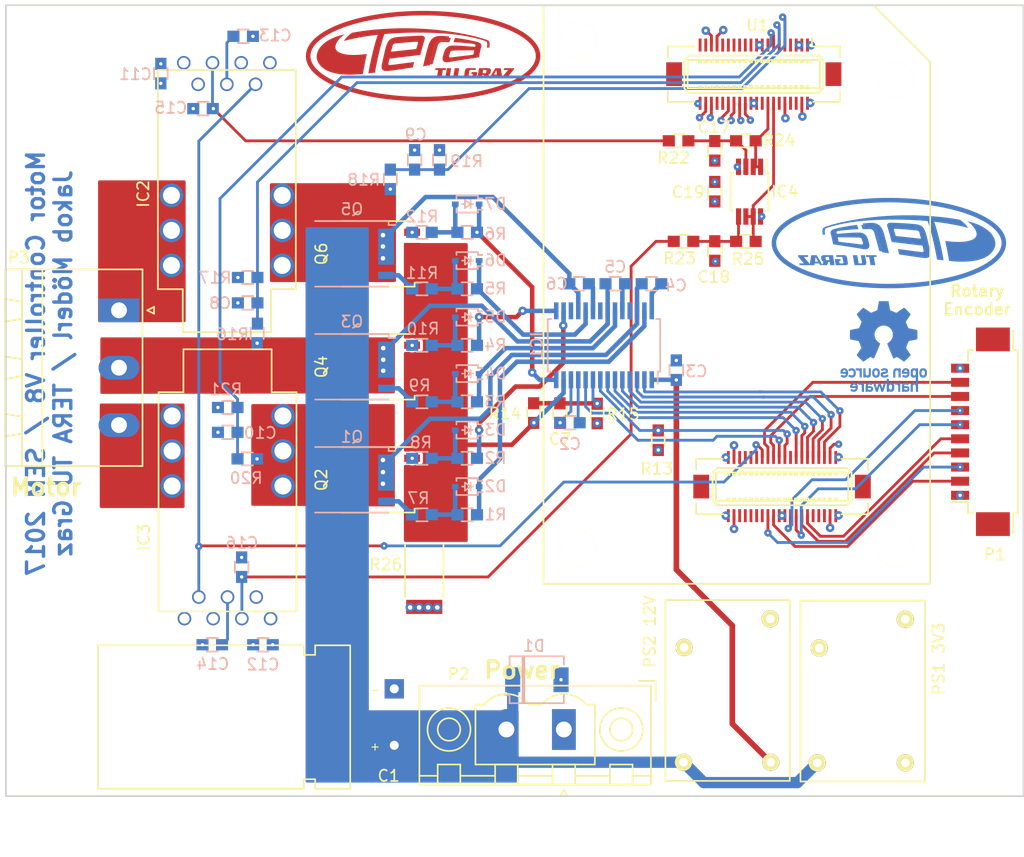
<source format=kicad_pcb>
(kicad_pcb (version 20170123) (host pcbnew "(2017-02-05 revision 431abcff0)-makepkg")
  (layers (0 F.Cu signal) (1 In1.Cu signal hide) (2 In2.Cu signal hide) (31 B.Cu signal) (34 B.Paste user hide) (35 F.Paste user hide) (36 B.SilkS user hide) (37 F.SilkS user) (38 B.Mask user hide) (39 F.Mask user hide) (44 Edge.Cuts user))
  (net 0 "")
  (net 1 +12V)
  (net 2 GND)
  (net 3 +BATT)
  (net 4 "Net-(D6-Pad2)")
  (net 5 "Net-(Q4-Pad1)")
  (net 6 "Net-(Q3-Pad1)")
  (net 7 "Net-(Q1-Pad1)")
  (net 8 "Net-(D3-Pad2)")
  (net 9 "Net-(Q2-Pad1)")
  (net 10 "Net-(Q5-Pad1)")
  (net 11 "Net-(Q6-Pad1)")
  (net 12 /U)
  (net 13 /V)
  (net 14 "Net-(D7-Pad2)")
  (net 15 "Net-(D4-Pad2)")
  (net 16 "Net-(C6-Pad1)")
  (net 17 "Net-(D2-Pad2)")
  (net 18 "Net-(D5-Pad2)")
  (net 19 "Net-(C5-Pad1)")
  (net 20 "Net-(C4-Pad1)")
  (net 21 "Net-(C2-Pad1)")
  (net 22 +3V3)
  (net 23 /current_u_amp)
  (net 24 /current_w_amp)
  (net 25 /W)
  (net 26 "Net-(C14-Pad1)")
  (net 27 "Net-(C13-Pad1)")
  (net 28 "/bridge driver/COM")
  (net 29 "/bridge driver/I_trip")
  (net 30 "/bridge driver/LOUT_U")
  (net 31 "/bridge driver/HOUT_V")
  (net 32 "/bridge driver/HOUT_U")
  (net 33 "/bridge driver/LOUT_W")
  (net 34 "/bridge driver/HOUT_W")
  (net 35 "/bridge driver/LOUT_V")
  (net 36 "/bridge driver/HIN_U")
  (net 37 "/bridge driver/HIN_V")
  (net 38 "/bridge driver/HIN_W")
  (net 39 "/bridge driver/LIN_U")
  (net 40 "/bridge driver/LIN_V")
  (net 41 "/bridge driver/LIN_W")
  (net 42 "Net-(U1-Pad4)")
  (net 43 "Net-(U1-Pad8)")
  (net 44 "Net-(U1-Pad19)")
  (net 45 "Net-(U1-Pad20)")
  (net 46 "Net-(U1-Pad32)")
  (net 47 "Net-(U1-Pad35)")
  (net 48 "Net-(U1-Pad37)")
  (net 49 "Net-(U1-Pad49)")
  (net 50 "Net-(U1-Pad55)")
  (net 51 "Net-(U1-Pad56)")
  (net 52 "Net-(U1-Pad57)")
  (net 53 "Net-(U1-Pad58)")
  (net 54 "Net-(U1-Pad63)")
  (net 55 "Net-(U1-Pad64)")
  (net 56 "Net-(U1-Pad65)")
  (net 57 "Net-(U1-Pad66)")
  (net 58 "Net-(U1-Pad67)")
  (net 59 "Net-(U1-Pad76)")
  (net 60 "Net-(U1-Pad77)")
  (net 61 "Net-(U1-Pad78)")
  (net 62 "/U/I sense/W_out")
  (net 63 /voltage_w)
  (net 64 /voltage_u)
  (net 65 "/U/I sense/U_out")
  (net 66 /voltage_v)
  (net 67 /XMC4x00/~FAULT)
  (net 68 /XMC4x00/EN)
  (net 69 /XMC4x00/rotary_DO)
  (net 70 /XMC4x00/rotary_DI)
  (net 71 /XMC4x00/rotary_CLK)
  (net 72 /XMC4x00/rotary_CSn)
  (net 73 /XMC4x00/MAGINC)
  (net 74 /XMC4x00/MAGDEC)
  (net 75 /XMC4x00/ENC_A)
  (net 76 /XMC4x00/ENC_B)
  (net 77 "Net-(C18-Pad1)")
  (net 78 /LEM_standby)
  (net 79 "Net-(U1-Pad24)")
  (net 80 "Net-(U1-Pad25)")
  (net 81 "Net-(C17-Pad1)")
  (net 82 "Net-(C16-Pad1)")
  (net 83 "Net-(C15-Pad1)")
  (net 84 "Net-(IC2-Pad5)")
  (net 85 "Net-(IC3-Pad5)")
  (net 86 "Net-(U1-Pad38)")
  (net 87 "Net-(U1-Pad16)")
  (net 88 "Net-(U1-Pad15)")
  (net 89 "Net-(U1-Pad14)")
  (net 90 "Net-(U1-Pad13)")
  (net 91 "Net-(U1-Pad12)")
  (net 92 "Net-(U1-Pad11)")
  (module tera_rlc:ElkoC-12.5x20mm-horizontal (layer F.Cu) (at 134.35 135.5 180)
    (fp_text reference C1 (at 0.5 -2.7 180) (layer F.SilkS))
    (fp_text value 100uF)
    (fp_text user - (at 1.7 4.9 180) (layer F.SilkS) (effects (font (size 0.7 0.7) (thickness 0.1))))
    (fp_text user + (at 1.7 -0.1 180) (layer F.SilkS) (effects (font (size 0.7 0.7) (thickness 0.1))))
    (pad 2 thru_hole rect (at 0 5 180) (size 1.7 1.7) (drill 0.8) (layers *.Cu *.Mask) (net 2 GND))
    (pad 1 thru_hole circle (at 0 0 180) (size 1.7 1.7) (drill 0.8) (layers *.Cu *.Mask) (net 3 +BATT))
  )
  (module infineon:INF-PG-TDSON-8 (layer B.Cu) (at 130.6 92 270)
    (fp_text reference Q5 (at -3.95 0) (layer B.SilkS) (effects (justify mirror)))
    (fp_text value BSC016N06NS)
    (pad 2 smd rect (at -0.635 -3.025 270) (size 3.19 1.4) (layers B.Cu B.Paste B.Mask) (net 25 /W))
    (pad 1 smd rect (at 1.905 -3.025 270) (size 0.65 1.4) (layers B.Cu B.Paste B.Mask) (net 10 "Net-(Q5-Pad1)"))
    (pad 3 smd rect (at 0 1.125 270) (size 4.7 5.2) (layers B.Cu B.Paste B.Mask) (net 3 +BATT))
  )
  (module infineon:INF-PG-TDSON-8 (layer F.Cu) (at 132.9 112 90)
    (fp_text reference Q2 (at 0 -5 90) (layer F.SilkS))
    (fp_text value BSC016N06NS)
    (pad 2 smd rect (at -0.635 3.025 90) (size 3.19 1.4) (layers F.Cu F.Paste F.Mask) (net 28 "/bridge driver/COM"))
    (pad 1 smd rect (at 1.905 3.025 90) (size 0.65 1.4) (layers F.Cu F.Paste F.Mask) (net 9 "Net-(Q2-Pad1)"))
    (pad 3 smd rect (at 0 -1.125 90) (size 4.7 5.2) (layers F.Cu F.Paste F.Mask) (net 12 /U))
  )
  (module infineon:INF-PG-TDSON-8 (layer F.Cu) (at 132.9 92 90)
    (fp_text reference Q6 (at 0 -5 90) (layer F.SilkS))
    (fp_text value BSC016N06NS)
    (pad 2 smd rect (at -0.635 3.025 90) (size 3.19 1.4) (layers F.Cu F.Paste F.Mask) (net 28 "/bridge driver/COM"))
    (pad 1 smd rect (at 1.905 3.025 90) (size 0.65 1.4) (layers F.Cu F.Paste F.Mask) (net 11 "Net-(Q6-Pad1)"))
    (pad 3 smd rect (at 0 -1.125 90) (size 4.7 5.2) (layers F.Cu F.Paste F.Mask) (net 25 /W))
  )
  (module infineon:INF-PG-TDSON-8 (layer F.Cu) (at 132.9 102 90)
    (fp_text reference Q4 (at 0 -5 90) (layer F.SilkS))
    (fp_text value BSC016N06NS)
    (pad 2 smd rect (at -0.635 3.025 90) (size 3.19 1.4) (layers F.Cu F.Paste F.Mask) (net 28 "/bridge driver/COM"))
    (pad 1 smd rect (at 1.905 3.025 90) (size 0.65 1.4) (layers F.Cu F.Paste F.Mask) (net 5 "Net-(Q4-Pad1)"))
    (pad 3 smd rect (at 0 -1.125 90) (size 4.7 5.2) (layers F.Cu F.Paste F.Mask) (net 13 /V))
  )
  (module infineon:INF-PG-TDSON-8 (layer B.Cu) (at 130.6 102 270)
    (fp_text reference Q3 (at -4 0) (layer B.SilkS) (effects (justify mirror)))
    (fp_text value BSC016N06NS)
    (pad 2 smd rect (at -0.635 -3.025 270) (size 3.19 1.4) (layers B.Cu B.Paste B.Mask) (net 13 /V))
    (pad 1 smd rect (at 1.905 -3.025 270) (size 0.65 1.4) (layers B.Cu B.Paste B.Mask) (net 6 "Net-(Q3-Pad1)"))
    (pad 3 smd rect (at 0 1.125 270) (size 4.7 5.2) (layers B.Cu B.Paste B.Mask) (net 3 +BATT))
  )
  (module infineon:INF-PG-TDSON-8 (layer B.Cu) (at 130.6 112 270)
    (fp_text reference Q1 (at -3.8 0) (layer B.SilkS) (effects (justify mirror)))
    (fp_text value BSC016N06NS)
    (pad 2 smd rect (at -0.635 -3.025 270) (size 3.19 1.4) (layers B.Cu B.Paste B.Mask) (net 12 /U))
    (pad 1 smd rect (at 1.905 -3.025 270) (size 0.65 1.4) (layers B.Cu B.Paste B.Mask) (net 7 "Net-(Q1-Pad1)"))
    (pad 3 smd rect (at 0 1.125 270) (size 4.7 5.2) (layers B.Cu B.Paste B.Mask) (net 3 +BATT))
  )
  (module tera_rlc:R_2512in (layer F.Cu) (at 137 120.05 270)
    (fp_text reference R26)
    (fp_text value 0R005)
    (fp_text user %R (at -0.55 3.4) (layer F.SilkS))
    (pad 1 smd rect (at -3.2 0 270) (size 1.25 3.2) (layers F.Cu F.Paste F.Mask) (net 28 "/bridge driver/COM"))
    (pad 2 smd rect (at 3.2 0 270) (size 1.25 3.2) (layers F.Cu F.Paste F.Mask) (net 2 GND))
  )
  (module Boards_Tera:XMC4x00-board_v3-0 (layer F.Cu) (at 164.65 95.6 270)
    (fp_text reference U1)
    (fp_text value XMC4x00_board_v3)
    (fp_text user %R (at -23.825 -1.825) (layer F.SilkS))
    (pad "" np_thru_hole circle (at -19 -14 270) (size 3.2 3.2) (drill 3.2) (layers *.Cu *.Mask F.SilkS))
    (pad "" np_thru_hole circle (at 22.5 -14 270) (size 3.2 3.2) (drill 3.2) (layers *.Cu *.Mask F.SilkS))
    (pad "" np_thru_hole circle (at 22.5 14 270) (size 3.2 3.2) (drill 3.2) (layers *.Cu *.Mask F.SilkS))
    (pad "" np_thru_hole circle (at -22.5 14 270) (size 3.2 3.2) (drill 3.2) (layers *.Cu *.Mask F.SilkS))
    (pad 80 smd rect (at 19.575 -8.75 90) (size 1.15 0.25) (layers F.Cu F.Paste F.Mask) (net 2 GND))
    (pad 79 smd rect (at 19.575 -8.25 90) (size 1.15 0.25) (layers F.Cu F.Paste F.Mask) (net 22 +3V3))
    (pad 78 smd rect (at 19.575 -7.75 90) (size 1.15 0.25) (layers F.Cu F.Paste F.Mask) (net 61 "Net-(U1-Pad78)"))
    (pad 77 smd rect (at 19.575 -7.25 90) (size 1.15 0.25) (layers F.Cu F.Paste F.Mask) (net 60 "Net-(U1-Pad77)"))
    (pad 76 smd rect (at 19.575 -6.75 90) (size 1.15 0.25) (layers F.Cu F.Paste F.Mask) (net 59 "Net-(U1-Pad76)"))
    (pad 75 smd rect (at 19.575 -6.25 90) (size 1.15 0.25) (layers F.Cu F.Paste F.Mask) (net 72 /XMC4x00/rotary_CSn))
    (pad 74 smd rect (at 19.575 -5.75 90) (size 1.15 0.25) (layers F.Cu F.Paste F.Mask) (net 71 /XMC4x00/rotary_CLK))
    (pad 73 smd rect (at 19.575 -5.25 90) (size 1.15 0.25) (layers F.Cu F.Paste F.Mask) (net 73 /XMC4x00/MAGINC))
    (pad 72 smd rect (at 19.575 -4.75 90) (size 1.15 0.25) (layers F.Cu F.Paste F.Mask) (net 74 /XMC4x00/MAGDEC))
    (pad 71 smd rect (at 19.575 -4.25 90) (size 1.15 0.25) (layers F.Cu F.Paste F.Mask) (net 2 GND))
    (pad 70 smd rect (at 19.575 -3.75 90) (size 1.15 0.25) (layers F.Cu F.Paste F.Mask) (net 2 GND))
    (pad 69 smd rect (at 19.575 -3.25 90) (size 1.15 0.25) (layers F.Cu F.Paste F.Mask) (net 69 /XMC4x00/rotary_DO))
    (pad 68 smd rect (at 19.575 -2.75 90) (size 1.15 0.25) (layers F.Cu F.Paste F.Mask) (net 70 /XMC4x00/rotary_DI))
    (pad 67 smd rect (at 19.575 -2.25 90) (size 1.15 0.25) (layers F.Cu F.Paste F.Mask) (net 58 "Net-(U1-Pad67)"))
    (pad 66 smd rect (at 19.575 -1.75 90) (size 1.15 0.25) (layers F.Cu F.Paste F.Mask) (net 57 "Net-(U1-Pad66)"))
    (pad 65 smd rect (at 19.575 -1.25 90) (size 1.15 0.25) (layers F.Cu F.Paste F.Mask) (net 56 "Net-(U1-Pad65)"))
    (pad 64 smd rect (at 19.575 -0.75 90) (size 1.15 0.25) (layers F.Cu F.Paste F.Mask) (net 55 "Net-(U1-Pad64)"))
    (pad 63 smd rect (at 19.575 -0.25 90) (size 1.15 0.25) (layers F.Cu F.Paste F.Mask) (net 54 "Net-(U1-Pad63)"))
    (pad 62 smd rect (at 19.575 0.25 90) (size 1.15 0.25) (layers F.Cu F.Paste F.Mask) (net 22 +3V3))
    (pad 61 smd rect (at 19.575 0.75 90) (size 1.15 0.25) (layers F.Cu F.Paste F.Mask) (net 2 GND))
    (pad 60 smd rect (at 14.425 0.75 90) (size 1.15 0.25) (layers F.Cu F.Paste F.Mask) (net 2 GND))
    (pad 59 smd rect (at 14.425 0.25 90) (size 1.15 0.25) (layers F.Cu F.Paste F.Mask) (net 22 +3V3))
    (pad 58 smd rect (at 14.425 -0.25 90) (size 1.15 0.25) (layers F.Cu F.Paste F.Mask) (net 53 "Net-(U1-Pad58)"))
    (pad 57 smd rect (at 14.425 -0.75 90) (size 1.15 0.25) (layers F.Cu F.Paste F.Mask) (net 52 "Net-(U1-Pad57)"))
    (pad 56 smd rect (at 14.425 -1.25 90) (size 1.15 0.25) (layers F.Cu F.Paste F.Mask) (net 51 "Net-(U1-Pad56)"))
    (pad 55 smd rect (at 14.425 -1.75 90) (size 1.15 0.25) (layers F.Cu F.Paste F.Mask) (net 50 "Net-(U1-Pad55)"))
    (pad 54 smd rect (at 14.425 -2.25 90) (size 1.15 0.25) (layers F.Cu F.Paste F.Mask) (net 78 /LEM_standby))
    (pad 53 smd rect (at 14.425 -2.75 90) (size 1.15 0.25) (layers F.Cu F.Paste F.Mask) (net 76 /XMC4x00/ENC_B))
    (pad 52 smd rect (at 14.425 -3.25 90) (size 1.15 0.25) (layers F.Cu F.Paste F.Mask) (net 75 /XMC4x00/ENC_A))
    (pad 51 smd rect (at 14.425 -3.75 90) (size 1.15 0.25) (layers F.Cu F.Paste F.Mask) (net 68 /XMC4x00/EN))
    (pad 50 smd rect (at 14.425 -4.25 90) (size 1.15 0.25) (layers F.Cu F.Paste F.Mask) (net 67 /XMC4x00/~FAULT))
    (pad 49 smd rect (at 14.425 -4.75 90) (size 1.15 0.25) (layers F.Cu F.Paste F.Mask) (net 49 "Net-(U1-Pad49)"))
    (pad 48 smd rect (at 14.425 -5.25 90) (size 1.15 0.25) (layers F.Cu F.Paste F.Mask) (net 41 "/bridge driver/LIN_W"))
    (pad 47 smd rect (at 14.425 -5.75 90) (size 1.15 0.25) (layers F.Cu F.Paste F.Mask) (net 40 "/bridge driver/LIN_V"))
    (pad 46 smd rect (at 14.425 -6.25 90) (size 1.15 0.25) (layers F.Cu F.Paste F.Mask) (net 39 "/bridge driver/LIN_U"))
    (pad 45 smd rect (at 14.425 -6.75 90) (size 1.15 0.25) (layers F.Cu F.Paste F.Mask) (net 38 "/bridge driver/HIN_W"))
    (pad 44 smd rect (at 14.425 -7.25 90) (size 1.15 0.25) (layers F.Cu F.Paste F.Mask) (net 37 "/bridge driver/HIN_V"))
    (pad 43 smd rect (at 14.425 -7.75 90) (size 1.15 0.25) (layers F.Cu F.Paste F.Mask) (net 36 "/bridge driver/HIN_U"))
    (pad 42 smd rect (at 14.425 -8.25 90) (size 1.15 0.25) (layers F.Cu F.Paste F.Mask) (net 22 +3V3))
    (pad 41 smd rect (at 14.425 -8.75 90) (size 1.15 0.25) (layers F.Cu F.Paste F.Mask) (net 2 GND))
    (pad "" np_thru_hole circle (at 15.1 -10 90) (size 0.6 0.6) (drill 0.6) (layers *.Cu))
    (pad "" np_thru_hole circle (at 15.1 2 90) (size 0.6 0.6) (drill 0.6) (layers *.Cu))
    (pad "" smd rect (at 17 -11.15 90) (size 2.1 1.4) (layers F.Cu F.Paste F.Mask))
    (pad "" smd rect (at 17 3.15 90) (size 2.1 1.4) (layers F.Cu F.Paste F.Mask))
    (pad 40 smd rect (at -16.925 -6.25 270) (size 1.15 0.25) (layers F.Cu F.Paste F.Mask) (net 2 GND))
    (pad 39 smd rect (at -16.925 -5.75 270) (size 1.15 0.25) (layers F.Cu F.Paste F.Mask) (net 22 +3V3))
    (pad 38 smd rect (at -16.925 -5.25 270) (size 1.15 0.25) (layers F.Cu F.Paste F.Mask) (net 86 "Net-(U1-Pad38)"))
    (pad 37 smd rect (at -16.925 -4.75 270) (size 1.15 0.25) (layers F.Cu F.Paste F.Mask) (net 48 "Net-(U1-Pad37)"))
    (pad 36 smd rect (at -16.925 -4.25 270) (size 1.15 0.25) (layers F.Cu F.Paste F.Mask) (net 2 GND))
    (pad 35 smd rect (at -16.925 -3.75 270) (size 1.15 0.25) (layers F.Cu F.Paste F.Mask) (net 47 "Net-(U1-Pad35)"))
    (pad 34 smd rect (at -16.925 -3.25 270) (size 1.15 0.25) (layers F.Cu F.Paste F.Mask) (net 24 /current_w_amp))
    (pad 33 smd rect (at -16.925 -2.75 270) (size 1.15 0.25) (layers F.Cu F.Paste F.Mask) (net 23 /current_u_amp))
    (pad 32 smd rect (at -16.925 -2.25 270) (size 1.15 0.25) (layers F.Cu F.Paste F.Mask) (net 46 "Net-(U1-Pad32)"))
    (pad 31 smd rect (at -16.925 -1.75 270) (size 1.15 0.25) (layers F.Cu F.Paste F.Mask) (net 2 GND))
    (pad 29 smd rect (at -16.925 -0.75 270) (size 1.15 0.25) (layers F.Cu F.Paste F.Mask) (net 22 +3V3))
    (pad 28 smd rect (at -16.925 -0.25 270) (size 1.15 0.25) (layers F.Cu F.Paste F.Mask) (net 2 GND))
    (pad 27 smd rect (at -16.925 0.25 270) (size 1.15 0.25) (layers F.Cu F.Paste F.Mask) (net 22 +3V3))
    (pad 26 smd rect (at -16.925 0.75 270) (size 1.15 0.25) (layers F.Cu F.Paste F.Mask) (net 2 GND))
    (pad 25 smd rect (at -16.925 1.25 270) (size 1.15 0.25) (layers F.Cu F.Paste F.Mask) (net 80 "Net-(U1-Pad25)"))
    (pad 24 smd rect (at -16.925 1.75 270) (size 1.15 0.25) (layers F.Cu F.Paste F.Mask) (net 79 "Net-(U1-Pad24)"))
    (pad 23 smd rect (at -16.925 2.25 270) (size 1.15 0.25) (layers F.Cu F.Paste F.Mask) (net 2 GND))
    (pad 22 smd rect (at -16.925 2.75 270) (size 1.15 0.25) (layers F.Cu F.Paste F.Mask) (net 22 +3V3))
    (pad 21 smd rect (at -16.925 3.25 270) (size 1.15 0.25) (layers F.Cu F.Paste F.Mask) (net 2 GND))
    (pad 20 smd rect (at -22.075 3.25 270) (size 1.15 0.25) (layers F.Cu F.Paste F.Mask) (net 45 "Net-(U1-Pad20)"))
    (pad 19 smd rect (at -22.075 2.75 270) (size 1.15 0.25) (layers F.Cu F.Paste F.Mask) (net 44 "Net-(U1-Pad19)"))
    (pad 18 smd rect (at -22.075 2.25 270) (size 1.15 0.25) (layers F.Cu F.Paste F.Mask) (net 2 GND))
    (pad 17 smd rect (at -22.075 1.75 270) (size 1.15 0.25) (layers F.Cu F.Paste F.Mask) (net 22 +3V3))
    (pad 16 smd rect (at -22.075 1.25 270) (size 1.15 0.25) (layers F.Cu F.Paste F.Mask) (net 87 "Net-(U1-Pad16)"))
    (pad 15 smd rect (at -22.075 0.75 270) (size 1.15 0.25) (layers F.Cu F.Paste F.Mask) (net 88 "Net-(U1-Pad15)"))
    (pad 14 smd rect (at -22.075 0.25 270) (size 1.15 0.25) (layers F.Cu F.Paste F.Mask) (net 89 "Net-(U1-Pad14)"))
    (pad 13 smd rect (at -22.075 -0.25 270) (size 1.15 0.25) (layers F.Cu F.Paste F.Mask) (net 90 "Net-(U1-Pad13)"))
    (pad 12 smd rect (at -22.075 -0.75 270) (size 1.15 0.25) (layers F.Cu F.Paste F.Mask) (net 91 "Net-(U1-Pad12)"))
    (pad 11 smd rect (at -22.075 -1.25 270) (size 1.15 0.25) (layers F.Cu F.Paste F.Mask) (net 92 "Net-(U1-Pad11)"))
    (pad 10 smd rect (at -22.075 -1.75 270) (size 1.15 0.25) (layers F.Cu F.Paste F.Mask) (net 2 GND))
    (pad 9 smd rect (at -22.075 -2.25 270) (size 1.15 0.25) (layers F.Cu F.Paste F.Mask) (net 2 GND))
    (pad 8 smd rect (at -22.075 -2.75 270) (size 1.15 0.25) (layers F.Cu F.Paste F.Mask) (net 43 "Net-(U1-Pad8)"))
    (pad 7 smd rect (at -22.075 -3.25 270) (size 1.15 0.25) (layers F.Cu F.Paste F.Mask) (net 64 /voltage_u))
    (pad 6 smd rect (at -22.075 -3.75 270) (size 1.15 0.25) (layers F.Cu F.Paste F.Mask) (net 66 /voltage_v))
    (pad 5 smd rect (at -22.075 -4.25 270) (size 1.15 0.25) (layers F.Cu F.Paste F.Mask) (net 63 /voltage_w))
    (pad 4 smd rect (at -22.075 -4.75 270) (size 1.15 0.25) (layers F.Cu F.Paste F.Mask) (net 42 "Net-(U1-Pad4)"))
    (pad 3 smd rect (at -22.075 -5.25 270) (size 1.15 0.25) (layers F.Cu F.Paste F.Mask) (net 22 +3V3))
    (pad 2 smd rect (at -22.075 -5.75 270) (size 1.15 0.25) (layers F.Cu F.Paste F.Mask) (net 22 +3V3))
    (pad "" np_thru_hole circle (at -17.6 4.5 270) (size 0.6 0.6) (drill 0.6) (layers *.Cu))
    (pad "" np_thru_hole circle (at -17.6 -7.5 270) (size 0.6 0.6) (drill 0.6) (layers *.Cu))
    (pad "" smd rect (at -19.5 5.55 270) (size 2.1 1.4) (layers F.Cu F.Paste F.Mask))
    (pad "" smd rect (at -19.5 -8.55 270) (size 2.1 1.4) (layers F.Cu F.Paste F.Mask))
    (pad 30 smd rect (at -16.925 -1.25 270) (size 1.15 0.25) (layers F.Cu F.Paste F.Mask) (net 2 GND))
    (pad 1 smd rect (at -22.075 -6.25 270) (size 1.15 0.25) (layers F.Cu F.Paste F.Mask) (net 2 GND))
  )
  (module Boards_Tera:DCDC_Stepdown_v6 (layer F.Cu) (at 171.93 137.05 90)
    (fp_text reference PS1)
    (fp_text value DCDC_Stepdown_v6)
    (fp_text user "PS1 3V3" (at 9.2 10.57 90) (layer F.SilkS))
    (pad 1 thru_hole circle (at 0 -0.17 90) (size 1.524 1.524) (drill 0.762) (layers *.Cu *.Mask F.SilkS) (net 3 +BATT))
    (pad 4 thru_hole circle (at 10.16 0 90) (size 1.524 1.524) (drill 0.762) (layers *.Cu *.Mask F.SilkS) (net 2 GND))
    (pad 3 thru_hole circle (at 12.7 7.62 90) (size 1.524 1.524) (drill 0.762) (layers *.Cu *.Mask F.SilkS) (net 2 GND))
    (pad 2 thru_hole circle (at 0 7.62 90) (size 1.524 1.524) (drill 0.762) (layers *.Cu *.Mask F.SilkS) (net 22 +3V3))
  )
  (module tera_rlc:R_0603in (layer B.Cu) (at 136.8 110.1)
    (fp_text reference R8)
    (fp_text value 0R)
    (fp_text user %R (at -0.09 -1.4 180) (layer B.SilkS) (effects (justify mirror)))
    (pad 2 smd rect (at 0.865 0) (size 1.07 1) (layers B.Cu B.Paste B.Mask) (net 8 "Net-(D3-Pad2)"))
    (pad 1 smd rect (at -0.865 0) (size 1.07 1) (layers B.Cu B.Paste B.Mask) (net 9 "Net-(Q2-Pad1)"))
  )
  (module local_footprints:via_0.4mm (layer B.Cu) (at 133.35 90.350494)
    (fp_text reference X8 hide)
    (fp_text value gnd_contact hide)
    (pad 1 thru_hole circle (at 0 0) (size 0.8 0.8) (drill 0.4) (layers *.Cu *.Mask) (net 25 /W))
  )
  (module local_footprints:via_0.4mm (layer F.Cu) (at 137.350494 123.3 90)
    (fp_text reference X11 hide)
    (fp_text value gnd_contact hide)
    (pad 1 thru_hole circle (at 0 0 90) (size 0.8 0.8) (drill 0.4) (layers *.Cu *.Mask) (net 2 GND))
  )
  (module local_footprints:via_0.4mm (layer F.Cu) (at 136.550494 123.3 90)
    (fp_text reference X12 hide)
    (fp_text value gnd_contact hide)
    (pad 1 thru_hole circle (at 0 0 90) (size 0.8 0.8) (drill 0.4) (layers *.Cu *.Mask) (net 2 GND))
  )
  (module local_footprints:via_0.4mm (layer F.Cu) (at 138.150494 123.3 90)
    (fp_text reference X13 hide)
    (fp_text value gnd_contact hide)
    (pad 1 thru_hole circle (at 0 0 90) (size 0.8 0.8) (drill 0.4) (layers *.Cu *.Mask) (net 2 GND))
  )
  (module local_footprints:via_0.4mm (layer F.Cu) (at 135.750494 123.3 90)
    (fp_text reference X10 hide)
    (fp_text value gnd_contact hide)
    (pad 1 thru_hole circle (at 0 0 90) (size 0.8 0.8) (drill 0.4) (layers *.Cu *.Mask) (net 2 GND))
  )
  (module local_footprints:via_0.4mm (layer B.Cu) (at 133.35 110.250494)
    (fp_text reference X1 hide)
    (fp_text value gnd_contact hide)
    (pad 1 thru_hole circle (at 0 0) (size 0.8 0.8) (drill 0.4) (layers *.Cu *.Mask) (net 12 /U))
  )
  (module local_footprints:via_0.4mm (layer B.Cu) (at 133.35 111.325494)
    (fp_text reference X2 hide)
    (fp_text value gnd_contact hide)
    (pad 1 thru_hole circle (at 0 0) (size 0.8 0.8) (drill 0.4) (layers *.Cu *.Mask) (net 12 /U))
  )
  (module local_footprints:via_0.4mm (layer B.Cu) (at 133.35 112.350494)
    (fp_text reference X3 hide)
    (fp_text value gnd_contact hide)
    (pad 1 thru_hole circle (at 0 0) (size 0.8 0.8) (drill 0.4) (layers *.Cu *.Mask) (net 12 /U))
  )
  (module local_footprints:via_0.4mm (layer B.Cu) (at 133.375 101.375494)
    (fp_text reference X4 hide)
    (fp_text value gnd_contact hide)
    (pad 1 thru_hole circle (at 0 0) (size 0.8 0.8) (drill 0.4) (layers *.Cu *.Mask) (net 13 /V))
  )
  (module local_footprints:via_0.4mm (layer B.Cu) (at 133.375 102.350494)
    (fp_text reference X5 hide)
    (fp_text value gnd_contact hide)
    (pad 1 thru_hole circle (at 0 0) (size 0.8 0.8) (drill 0.4) (layers *.Cu *.Mask) (net 13 /V))
  )
  (module local_footprints:via_0.4mm (layer F.Cu) (at 133.35 91.350494)
    (fp_text reference X7 hide)
    (fp_text value gnd_contact hide)
    (pad 1 thru_hole circle (at 0 0) (size 0.8 0.8) (drill 0.4) (layers *.Cu *.Mask) (net 25 /W))
  )
  (module local_footprints:via_0.4mm (layer F.Cu) (at 133.35 92.400494)
    (fp_text reference X9 hide)
    (fp_text value gnd_contact hide)
    (pad 1 thru_hole circle (at 0 0) (size 0.8 0.8) (drill 0.4) (layers *.Cu *.Mask) (net 25 /W))
  )
  (module local_footprints:via_0.4mm (layer B.Cu) (at 133.375 100.350494)
    (fp_text reference X6 hide)
    (fp_text value gnd_contact hide)
    (pad 1 thru_hole circle (at 0 0) (size 0.8 0.8) (drill 0.4) (layers *.Cu *.Mask) (net 13 /V))
  )
  (module tera_logos:TERA_Logo_Cu_7.5x19mm (layer F.Cu) (at 136.9 74.5)
    (fp_text reference svg2mod hide)
    (fp_text value G*** hide)
    (fp_poly (pts (xy -0.000034 -4) (xy -0.000034 -3.601367) (xy 0.060529 -3.6013) (xy 0.121008 -3.6011) (xy 0.181401 -3.600767) (xy 0.241708 -3.600301) (xy 0.301927 -3.599703) (xy 0.362059 -3.598974) (xy 0.4221 -3.598113) (xy 0.482052 -3.597121) (xy 0.541912 -3.595999) (xy 0.601679 -3.594746) (xy 0.661353 -3.593364) (xy 0.720932 -3.591852) (xy 0.780416 -3.590211) (xy 0.839803 -3.588442) (xy 0.899092 -3.586544) (xy 0.958283 -3.584519) (xy 1.017374 -3.582366) (xy 1.076364 -3.580086) (xy 1.135253 -3.57768) (xy 1.194039 -3.575147) (xy 1.252721 -3.572489) (xy 1.311298 -3.569705) (xy 1.369769 -3.566796) (xy 1.428133 -3.563762) (xy 1.48639 -3.560604) (xy 1.544537 -3.557322) (xy 1.602575 -3.553917) (xy 1.660501 -3.550389) (xy 1.718316 -3.546738) (xy 1.776017 -3.542965) (xy 1.833604 -3.539069) (xy 1.891077 -3.535053) (xy 1.948433 -3.530915) (xy 2.005671 -3.526656) (xy 2.062792 -3.522278) (xy 2.119793 -3.517779) (xy 2.176675 -3.51316) (xy 2.233434 -3.508423) (xy 2.290072 -3.503567) (xy 2.346586 -3.498592) (xy 2.402976 -3.4935) (xy 2.45924 -3.48829) (xy 2.515378 -3.482963) (xy 2.571389 -3.477519) (xy 2.627271 -3.471959) (xy 2.683023 -3.466282) (xy 2.738645 -3.46049) (xy 2.794136 -3.454583) (xy 2.849493 -3.448561) (xy 2.904717 -3.442425) (xy 2.959807 -3.436175) (xy 3.014761 -3.429811) (xy 3.069578 -3.423334) (xy 3.124257 -3.416744) (xy 3.178798 -3.410042) (xy 3.233198 -3.403227) (xy 3.287458 -3.396301) (xy 3.341576 -3.389264) (xy 3.395551 -3.382116) (xy 3.449383 -3.374857) (xy 3.503069 -3.367489) (xy 3.556609 -3.36001) (xy 3.610003 -3.352423) (xy 3.663248 -3.344726) (xy 3.716344 -3.336921) (xy 3.769291 -3.329008) (xy 3.822086 -3.320988) (xy 3.874729 -3.31286) (xy 3.927218 -3.304625) (xy 3.979554 -3.296283) (xy 4.031734 -3.287836) (xy 4.083758 -3.279282) (xy 4.135625 -3.270624) (xy 4.187334 -3.26186) (xy 4.238883 -3.252992) (xy 4.290272 -3.24402) (xy 4.341499 -3.234944) (xy 4.392564 -3.225764) (xy 4.443466 -3.216482) (xy 4.494203 -3.207097) (xy 4.544774 -3.19761) (xy 4.595179 -3.188021) (xy 4.645417 -3.178331) (xy 4.695485 -3.168539) (xy 4.745385 -3.158648) (xy 4.795113 -3.148656) (xy 4.84467 -3.138564) (xy 4.894054 -3.128372) (xy 4.943265 -3.118082) (xy 4.992301 -3.107693) (xy 5.041161 -3.097206) (xy 5.089844 -3.086621) (xy 5.138349 -3.075939) (xy 5.186675 -3.065159) (xy 5.234822 -3.054283) (xy 5.282787 -3.043311) (xy 5.330571 -3.032242) (xy 5.378172 -3.021079) (xy 5.425588 -3.00982) (xy 5.47282 -2.998466) (xy 5.519865 -2.987018) (xy 5.566724 -2.975477) (xy 5.613394 -2.963842) (xy 5.659875 -2.952113) (xy 5.706166 -2.940292) (xy 5.752266 -2.928379) (xy 5.798173 -2.916374) (xy 5.843887 -2.904277) (xy 5.889407 -2.892089) (xy 5.934732 -2.87981) (xy 5.97986 -2.867441) (xy 6.024791 -2.854983) (xy 6.069523 -2.842434) (xy 6.114056 -2.829796) (xy 6.158389 -2.81707) (xy 6.20252 -2.804255) (xy 6.246448 -2.791352) (xy 6.290173 -2.778362) (xy 6.333694 -2.765285) (xy 6.377008 -2.75212) (xy 6.420116 -2.738869) (xy 6.463017 -2.725533) (xy 6.505709 -2.71211) (xy 6.548191 -2.698603) (xy 6.590462 -2.68501) (xy 6.632521 -2.671334) (xy 6.674368 -2.657573) (xy 6.716001 -2.643728) (xy 6.757419 -2.629801) (xy 6.798621 -2.61579) (xy 6.839606 -2.601697) (xy 6.880374 -2.587522) (xy 6.920922 -2.573265) (xy 6.96125 -2.558927) (xy 7.001357 -2.544508) (xy 7.041243 -2.530009) (xy 7.080905 -2.515429) (xy 7.120343 -2.50077) (xy 7.17783 -2.479104) (xy 7.234827 -2.457267) (xy 7.291329 -2.435262) (xy 7.347334 -2.413089) (xy 7.402837 -2.39075) (xy 7.457837 -2.368249) (xy 7.512328 -2.345587) (xy 7.566309 -2.322765) (xy 7.619775 -2.299787) (xy 7.672724 -2.276653) (xy 7.725152 -2.253367) (xy 7.777055 -2.229929) (xy 7.82843 -2.206342) (xy 7.879275 -2.182608) (xy 7.929584 -2.158729) (xy 7.979357 -2.134707) (xy 8.028588 -2.110544) (xy 8.077274 -2.086242) (xy 8.125413 -2.061803) (xy 8.173 -2.037229) (xy 8.220034 -2.012522) (xy 8.266509 -1.987684) (xy 8.312423 -1.962717) (xy 8.357772 -1.937623) (xy 8.402554 -1.912404) (xy 8.446764 -1.887062) (xy 8.4904 -1.861599) (xy 8.533458 -1.836017) (xy 8.575935 -1.810318) (xy 8.617827 -1.784505) (xy 8.659131 -1.758578) (xy 8.699843 -1.73254) (xy 8.739961 -1.706393) (xy 8.779482 -1.68014) (xy 8.8184 -1.653781) (xy 8.856714 -1.62732) (xy 8.89442 -1.600758) (xy 8.931515 -1.574097) (xy 8.967995 -1.547338) (xy 9.003857 -1.520485) (xy 9.039097 -1.49354) (xy 9.073713 -1.466503) (xy 9.107701 -1.439377) (xy 9.141057 -1.412165) (xy 9.173778 -1.384868) (xy 9.205861 -1.357487) (xy 9.237303 -1.330026) (xy 9.283725 -1.288283) (xy 9.328627 -1.246444) (xy 9.37201 -1.204512) (xy 9.413873 -1.162487) (xy 9.454215 -1.120373) (xy 9.493037 -1.07817) (xy 9.530339 -1.035882) (xy 9.56612 -0.993508) (xy 9.600381 -0.951053) (xy 9.63312 -0.908517) (xy 9.664339 -0.865902) (xy 9.694036 -0.823211) (xy 9.722212 -0.780445) (xy 9.748866 -0.737605) (xy 9.773998 -0.694695) (xy 9.797609 -0.651715) (xy 9.819697 -0.608669) (xy 9.840263 -0.565556) (xy 9.859307 -0.522381) (xy 9.876829 -0.479143) (xy 9.892827 -0.435846) (xy 9.907303 -0.392492) (xy 9.920255 -0.349081) (xy 9.931685 -0.305616) (xy 9.941591 -0.262099) (xy 9.949973 -0.218532) (xy 9.956832 -0.174916) (xy 9.962167 -0.131254) (xy 9.965977 -0.087547) (xy 9.968264 -0.043798) (xy 9.969026 -0.000008) (xy 9.968264 0.043786) (xy 9.965977 0.087539) (xy 9.962166 0.13125) (xy 9.956831 0.174915) (xy 9.949971 0.218534) (xy 9.941588 0.262105) (xy 9.931682 0.305624) (xy 9.920252 0.349092) (xy 9.907298 0.392505) (xy 9.892822 0.435863) (xy 9.876822 0.479162) (xy 9.8593 0.522401) (xy 9.840255 0.565579) (xy 9.819688 0.608693) (xy 9.797598 0.651742) (xy 9.773986 0.694723) (xy 9.748853 0.737635) (xy 9.722198 0.780475) (xy 9.694021 0.823243) (xy 9.664323 0.865936) (xy 9.633103 0.908552) (xy 9.600363 0.951089) (xy 9.566101 0.993545) (xy 9.530319 1.035919) (xy 9.493017 1.078209) (xy 9.454194 1.120412) (xy 9.413851 1.162527) (xy 9.371988 1.204553) (xy 9.328605 1.246486) (xy 9.283702 1.288325) (xy 9.23728 1.330069) (xy 9.205839 1.357531) (xy 9.173756 1.384911) (xy 9.141034 1.412209) (xy 9.107678 1.439422) (xy 9.073691 1.466548) (xy 9.039076 1.493585) (xy 9.003836 1.520531) (xy 8.967974 1.547384) (xy 8.931495 1.574143) (xy 8.8944 1.600804) (xy 8.856695 1.627367) (xy 8.818381 1.653828) (xy 8.779463 1.680187) (xy 8.739944 1.706441) (xy 8.699826 1.732588) (xy 8.659114 1.758626) (xy 8.617811 1.784553) (xy 8.575919 1.810367) (xy 8.533443 1.836066) (xy 8.490386 1.861648) (xy 8.446751 1.887111) (xy 8.402542 1.912453) (xy 8.357761 1.937672) (xy 8.312412 1.962766) (xy 8.266499 1.987733) (xy 8.220024 2.012571) (xy 8.172992 2.037278) (xy 8.125405 2.061852) (xy 8.077267 2.086291) (xy 8.028581 2.110593) (xy 7.979351 2.134756) (xy 7.929579 2.158778) (xy 7.87927 2.182656) (xy 7.828426 2.20639) (xy 7.777051 2.229977) (xy 7.725148 2.253414) (xy 7.672721 2.276701) (xy 7.619773 2.299834) (xy 7.566307 2.322812) (xy 7.512327 2.345633) (xy 7.457836 2.368295) (xy 7.402837 2.390796) (xy 7.347333 2.413134) (xy 7.291329 2.435306) (xy 7.234827 2.457311) (xy 7.17783 2.479148) (xy 7.120343 2.500813) (xy 7.080905 2.515472) (xy 7.041243 2.530051) (xy 7.001357 2.54455) (xy 6.96125 2.558968) (xy 6.920922 2.573306) (xy 6.880374 2.587563) (xy 6.839606 2.601737) (xy 6.798621 2.61583) (xy 6.757419 2.62984) (xy 6.716001 2.643768) (xy 6.674368 2.657612) (xy 6.632521 2.671372) (xy 6.590462 2.685049) (xy 6.548191 2.698641) (xy 6.505709 2.712148) (xy 6.463017 2.72557) (xy 6.420116 2.738906) (xy 6.377008 2.752156) (xy 6.333694 2.76532) (xy 6.290173 2.778398) (xy 6.246448 2.791387) (xy 6.20252 2.80429) (xy 6.158389 2.817104) (xy 6.114056 2.82983) (xy 6.069523 2.842467) (xy 6.024791 2.855016) (xy 5.97986 2.867474) (xy 5.934732 2.879843) (xy 5.889407 2.892121) (xy 5.843887 2.904308) (xy 5.798173 2.916405) (xy 5.752266 2.92841) (xy 5.706166 2.940322) (xy 5.659875 2.952143) (xy 5.613394 2.963871) (xy 5.566724 2.975506) (xy 5.519865 2.987047) (xy 5.47282 2.998494) (xy 5.425588 3.009847) (xy 5.378172 3.021106) (xy 5.330571 3.032269) (xy 5.282787 3.043337) (xy 5.234822 3.054309) (xy 5.186675 3.065185) (xy 5.138349 3.075964) (xy 5.089844 3.086646) (xy 5.041161 3.09723) (xy 4.992301 3.107717) (xy 4.943265 3.118106) (xy 4.894054 3.128395) (xy 4.84467 3.138586) (xy 4.795113 3.148678) (xy 4.745385 3.158669) (xy 4.695485 3.168561) (xy 4.645417 3.178352) (xy 4.595179 3.188042) (xy 4.544774 3.19763) (xy 4.494203 3.207117) (xy 4.443466 3.216501) (xy 4.392564 3.225783) (xy 4.341499 3.234962) (xy 4.290272 3.244038) (xy 4.238883 3.25301) (xy 4.187334 3.261877) (xy 4.135625 3.270641) (xy 4.083758 3.279299) (xy 4.031734 3.287852) (xy 3.979554 3.296299) (xy 3.927218 3.30464) (xy 3.874729 3.312875) (xy 3.822086 3.321002) (xy 3.769291 3.329023) (xy 3.716344 3.336935) (xy 3.663248 3.34474) (xy 3.610003 3.352436) (xy 3.556609 3.360023) (xy 3.503069 3.367501) (xy 3.449383 3.37487) (xy 3.395551 3.382128) (xy 3.341576 3.389276) (xy 3.287458 3.396312) (xy 3.233198 3.403238) (xy 3.178798 3.410052) (xy 3.124257 3.416754) (xy 3.069578 3.423344) (xy 3.014761 3.429821) (xy 2.959807 3.436184) (xy 2.904717 3.442434) (xy 2.849493 3.44857) (xy 2.794136 3.454592) (xy 2.738645 3.460498) (xy 2.683023 3.46629) (xy 2.627271 3.471966) (xy 2.571389 3.477526) (xy 2.515378 3.48297) (xy 2.45924 3.488296) (xy 2.402976 3.493506) (xy 2.346586 3.498598) (xy 2.290072 3.503573) (xy 2.233434 3.508428) (xy 2.176675 3.513166) (xy 2.119793 3.517784) (xy 2.062792 3.522282) (xy 2.005671 3.526661) (xy 1.948433 3.530919) (xy 1.891077 3.535057) (xy 1.833604 3.539073) (xy 1.776017 3.542968) (xy 1.718316 3.546741) (xy 1.660501 3.550392) (xy 1.602575 3.55392) (xy 1.544537 3.557325) (xy 1.48639 3.560607) (xy 1.428133 3.563764) (xy 1.369769 3.566798) (xy 1.311298 3.569707) (xy 1.252721 3.57249) (xy 1.194039 3.575149) (xy 1.135253 3.577681) (xy 1.076364 3.580088) (xy 1.017374 3.582367) (xy 0.958283 3.58452) (xy 0.899092 3.586545) (xy 0.839803 3.588443) (xy 0.780416 3.590212) (xy 0.720932 3.591852) (xy 0.661353 3.593364) (xy 0.601679 3.594746) (xy 0.541912 3.595999) (xy 0.482052 3.597121) (xy 0.4221 3.598113) (xy 0.362059 3.598974) (xy 0.301927 3.599703) (xy 0.241708 3.600301) (xy 0.181401 3.600767) (xy 0.121008 3.6011) (xy 0.060529 3.6013) (xy -0.000034 3.601367) (xy -0.060596 3.6013) (xy -0.121074 3.6011) (xy -0.181467 3.600767) (xy -0.241774 3.600301) (xy -0.301993 3.599703) (xy -0.362123 3.598974) (xy -0.422165 3.598113) (xy -0.482115 3.597121) (xy -0.541975 3.595999) (xy -0.601742 3.594746) (xy -0.661415 3.593364) (xy -0.720994 3.591852) (xy -0.780477 3.590212) (xy -0.839864 3.588443) (xy -0.899152 3.586545) (xy -0.958343 3.58452) (xy -1.017433 3.582367) (xy -1.076423 3.580088) (xy -1.135311 3.577681) (xy -1.194097 3.575149) (xy -1.252778 3.572491) (xy -1.311355 3.569707) (xy -1.369825 3.566798) (xy -1.428189 3.563765) (xy -1.486445 3.560607) (xy -1.544592 3.557325) (xy -1.602629 3.55392) (xy -1.660555 3.550392) (xy -1.718369 3.546741) (xy -1.77607 3.542968) (xy -1.833657 3.539073) (xy -1.891129 3.535057) (xy -1.948484 3.530919) (xy -2.005722 3.526661) (xy -2.062843 3.522282) (xy -2.119843 3.517784) (xy -2.176724 3.513166) (xy -2.233483 3.508429) (xy -2.290121 3.503573) (xy -2.346634 3.498599) (xy -2.403023 3.493507) (xy -2.459287 3.488297) (xy -2.515425 3.48297) (xy -2.571435 3.477526) (xy -2.627316 3.471966) (xy -2.683068 3.46629) (xy -2.73869 3.460499) (xy -2.79418 3.454592) (xy -2.849537 3.448571) (xy -2.904761 3.442435) (xy -2.95985 3.436185) (xy -3.014803 3.429821) (xy -3.069619 3.423344) (xy -3.124298 3.416755) (xy -3.178838 3.410053) (xy -3.233239 3.403239) (xy -3.287498 3.396313) (xy -3.341616 3.389276) (xy -3.39559 3.382128) (xy -3.449421 3.37487) (xy -3.503107 3.367502) (xy -3.556647 3.360024) (xy -3.61004 3.352437) (xy -3.663284 3.344741) (xy -3.71638 3.336936) (xy -3.769326 3.329024) (xy -3.82212 3.321003) (xy -3.874763 3.312875) (xy -3.927252 3.304641) (xy -3.979587 3.2963) (xy -4.031767 3.287853) (xy -4.083791 3.2793) (xy -4.135657 3.270642) (xy -4.187365 3.261878) (xy -4.238914 3.253011) (xy -4.290302 3.244039) (xy -4.341529 3.234963) (xy -4.392593 3.225784) (xy -4.443495 3.216502) (xy -4.494231 3.207118) (xy -4.544802 3.197631) (xy -4.595207 3.188043) (xy -4.645444 3.178353) (xy -4.695512 3.168562) (xy -4.745411 3.15867) (xy -4.795139 3.148679) (xy -4.844695 3.138587) (xy -4.894079 3.128396) (xy -4.943289 3.118107) (xy -4.992324 3.107718) (xy -5.041184 3.097231) (xy -5.089866 3.086647) (xy -5.138371 3.075965) (xy -5.186697 3.065186) (xy -5.234843 3.05431) (xy -5.282808 3.043338) (xy -5.330591 3.03227) (xy -5.378191 3.021107) (xy -5.425607 3.009848) (xy -5.472838 2.998495) (xy -5.519883 2.987048) (xy -5.566741 2.975507) (xy -5.613411 2.963872) (xy -5.659892 2.952144) (xy -5.706182 2.940323) (xy -5.752281 2.92841) (xy -5.798188 2.916406) (xy -5.843902 2.904309) (xy -5.889421 2.892122) (xy -5.934745 2.879843) (xy -5.979873 2.867475) (xy -6.024804 2.855016) (xy -6.069535 2.842468) (xy -6.114068 2.829831) (xy -6.1584 2.817105) (xy -6.20253 2.804291) (xy -6.246459 2.791388) (xy -6.290183 2.778398) (xy -6.333703 2.765321) (xy -6.377017 2.752157) (xy -6.420125 2.738907) (xy -6.463025 2.72557) (xy -6.505716 2.712148) (xy -6.548198 2.698641) (xy -6.590468 2.685049) (xy -6.632527 2.671373) (xy -6.674374 2.657612) (xy -6.716006 2.643768) (xy -6.757423 2.629841) (xy -6.798625 2.61583) (xy -6.83961 2.601738) (xy -6.880377 2.587563) (xy -6.920924 2.573306) (xy -6.961252 2.558969) (xy -7.001359 2.54455) (xy -7.041244 2.530051) (xy -7.080905 2.515472) (xy -7.120343 2.500813) (xy -7.177832 2.479148) (xy -7.234829 2.457311) (xy -7.291333 2.435306) (xy -7.347339 2.413133) (xy -7.402843 2.390795) (xy -7.457843 2.368294) (xy -7.512336 2.345632) (xy -7.566317 2.322811) (xy -7.619784 2.299833) (xy -7.672733 2.2767) (xy -7.725161 2.253413) (xy -7.777064 2.229976) (xy -7.82844 2.206389) (xy -7.879285 2.182655) (xy -7.929594 2.158777) (xy -7.979367 2.134755) (xy -8.028598 2.110592) (xy -8.077284 2.08629) (xy -8.125423 2.061851) (xy -8.17301 2.037277) (xy -8.220043 2.01257) (xy -8.266518 1.987732) (xy -8.312431 1.962765) (xy -8.357781 1.937671) (xy -8.402562 1.912452) (xy -8.446772 1.88711) (xy -8.490407 1.861647) (xy -8.533465 1.836065) (xy -8.575941 1.810366) (xy -8.617832 1.784552) (xy -8.659136 1.758625) (xy -8.699848 1.732587) (xy -8.739966 1.706441) (xy -8.779485 1.680187) (xy -8.818404 1.653828) (xy -8.856717 1.627367) (xy -8.894423 1.600804) (xy -8.931517 1.574143) (xy -8.967997 1.547384) (xy -9.003858 1.520531) (xy -9.039098 1.493585) (xy -9.073714 1.466548) (xy -9.107701 1.439422) (xy -9.141057 1.412209) (xy -9.173778 1.384911) (xy -9.205861 1.357531) (xy -9.237303 1.330069) (xy -9.283725 1.288325) (xy -9.328627 1.246486) (xy -9.37201 1.204553) (xy -9.413873 1.162527) (xy -9.454215 1.120412) (xy -9.493037 1.078209) (xy -9.530339 1.035919) (xy -9.56612 0.993545) (xy -9.600381 0.951088) (xy -9.63312 0.908551) (xy -9.664339 0.865935) (xy -9.694036 0.823242) (xy -9.722212 0.780475) (xy -9.748866 0.737634) (xy -9.773998 0.694722) (xy -9.797609 0.651741) (xy -9.819697 0.608692) (xy -9.840263 0.565578) (xy -9.859307 0.5224) (xy -9.876829 0.479161) (xy -9.892827 0.435862) (xy -9.907303 0.392504) (xy -9.920255 0.349091) (xy -9.931685 0.305623) (xy -9.941591 0.262104) (xy -9.949973 0.218533) (xy -9.956832 0.174915) (xy -9.962167 0.131249) (xy -9.965977 0.087539) (xy -9.968264 0.043786) (xy -9.969026 -0.000008) (xy -9.968264 -0.043798) (xy -9.965977 -0.087547) (xy -9.962167 -0.131254) (xy -9.956832 -0.174916) (xy -9.949973 -0.218532) (xy -9.941591 -0.262099) (xy -9.931685 -0.305616) (xy -9.920255 -0.349081) (xy -9.907303 -0.392492) (xy -9.892827 -0.435846) (xy -9.876829 -0.479143) (xy -9.859307 -0.522381) (xy -9.840263 -0.565556) (xy -9.819697 -0.608669) (xy -9.797609 -0.651715) (xy -9.773998 -0.694695) (xy -9.748866 -0.737605) (xy -9.722212 -0.780445) (xy -9.694036 -0.823211) (xy -9.664339 -0.865902) (xy -9.63312 -0.908517) (xy -9.600381 -0.951053) (xy -9.56612 -0.993508) (xy -9.530339 -1.035882) (xy -9.493037 -1.07817) (xy -9.454215 -1.120373) (xy -9.413873 -1.162487) (xy -9.37201 -1.204512) (xy -9.328627 -1.246444) (xy -9.283725 -1.288283) (xy -9.237303 -1.330026) (xy -9.205861 -1.357487) (xy -9.173778 -1.384868) (xy -9.141057 -1.412165) (xy -9.107701 -1.439377) (xy -9.073714 -1.466503) (xy -9.039098 -1.49354) (xy -9.003858 -1.520485) (xy -8.967997 -1.547338) (xy -8.931517 -1.574097) (xy -8.894423 -1.600758) (xy -8.856717 -1.62732) (xy -8.818404 -1.653781) (xy -8.779485 -1.68014) (xy -8.739966 -1.706393) (xy -8.699848 -1.73254) (xy -8.659136 -1.758578) (xy -8.617832 -1.784505) (xy -8.575941 -1.810318) (xy -8.533465 -1.836017) (xy -8.490407 -1.861599) (xy -8.446772 -1.887062) (xy -8.402562 -1.912404) (xy -8.357781 -1.937623) (xy -8.312431 -1.962717) (xy -8.266518 -1.987684) (xy -8.220043 -2.012522) (xy -8.17301 -2.037229) (xy -8.125423 -2.061803) (xy -8.077284 -2.086242) (xy -8.028598 -2.110544) (xy -7.979367 -2.134707) (xy -7.929594 -2.158729) (xy -7.879285 -2.182608) (xy -7.82844 -2.206342) (xy -7.777064 -2.229929) (xy -7.725161 -2.253367) (xy -7.672733 -2.276653) (xy -7.619784 -2.299787) (xy -7.566317 -2.322765) (xy -7.512336 -2.345587) (xy -7.457843 -2.368249) (xy -7.402843 -2.39075) (xy -7.347339 -2.413089) (xy -7.291333 -2.435262) (xy -7.234829 -2.457267) (xy -7.177832 -2.479104) (xy -7.120343 -2.50077) (xy -7.080905 -2.515429) (xy -7.041244 -2.530009) (xy -7.001359 -2.544508) (xy -6.961252 -2.558927) (xy -6.920924 -2.573265) (xy -6.880376 -2.587522) (xy -6.83961 -2.601697) (xy -6.798625 -2.61579) (xy -6.757423 -2.629801) (xy -6.716006 -2.643728) (xy -6.674373 -2.657573) (xy -6.632527 -2.671334) (xy -6.590468 -2.68501) (xy -6.548197 -2.698603) (xy -6.505715 -2.71211) (xy -6.463024 -2.725533) (xy -6.420124 -2.738869) (xy -6.377016 -2.75212) (xy -6.333702 -2.765285) (xy -6.290182 -2.778362) (xy -6.246457 -2.791352) (xy -6.202529 -2.804255) (xy -6.158398 -2.81707) (xy -6.114066 -2.829796) (xy -6.069534 -2.842434) (xy -6.024802 -2.854983) (xy -5.979871 -2.867441) (xy -5.934743 -2.87981) (xy -5.889419 -2.892089) (xy -5.843899 -2.904277) (xy -5.798186 -2.916374) (xy -5.752279 -2.928379) (xy -5.706179 -2.940292) (xy -5.659889 -2.952113) (xy -5.613408 -2.963842) (xy -5.566738 -2.975477) (xy -5.51988 -2.987018) (xy -5.472835 -2.998466) (xy -5.425603 -3.00982) (xy -5.378187 -3.021079) (xy -5.330587 -3.032242) (xy -5.282804 -3.043311) (xy -5.234838 -3.054283) (xy -5.186692 -3.065159) (xy -5.138366 -3.075939) (xy -5.089861 -3.086621) (xy -5.041178 -3.097206) (xy -4.992319 -3.107693) (xy -4.943283 -3.118082) (xy -4.894073 -3.128372) (xy -4.844689 -3.138564) (xy -4.795133 -3.148656) (xy -4.745405 -3.158648) (xy -4.695506 -3.168539) (xy -4.645437 -3.178331) (xy -4.5952 -3.188021) (xy -4.544795 -3.19761) (xy -4.494224 -3.207097) (xy -4.443487 -3.216482) (xy -4.392586 -3.225764) (xy -4.341522 -3.234944) (xy -4.290295 -3.24402) (xy -4.238906 -3.252992) (xy -4.187357 -3.26186) (xy -4.135649 -3.270624) (xy -4.083783 -3.279282) (xy -4.031759 -3.287836) (xy -3.979579 -3.296283) (xy -3.927244 -3.304625) (xy -3.874754 -3.31286) (xy -3.822112 -3.320988) (xy -3.769317 -3.329008) (xy -3.716371 -3.336921) (xy -3.663275 -3.344726) (xy -3.61003 -3.352423) (xy -3.556637 -3.36001) (xy -3.503098 -3.367489) (xy -3.449412 -3.374857) (xy -3.395581 -3.382116) (xy -3.341606 -3.389264) (xy -3.287488 -3.396301) (xy -3.233229 -3.403227) (xy -3.178829 -3.410042) (xy -3.124288 -3.416744) (xy -3.06961 -3.423334) (xy -3.014793 -3.429811) (xy -2.95984 -3.436175) (xy -2.904751 -3.442425) (xy -2.849527 -3.448561) (xy -2.79417 -3.454583) (xy -2.73868 -3.46049) (xy -2.683058 -3.466282) (xy -2.627306 -3.471959) (xy -2.571425 -3.477519) (xy -2.515415 -3.482963) (xy -2.459277 -3.48829) (xy -2.403014 -3.4935) (xy -2.346624 -3.498592) (xy -2.290111 -3.503567) (xy -2.233474 -3.508423) (xy -2.176714 -3.51316) (xy -2.119834 -3.517779) (xy -2.062833 -3.522278) (xy -2.005713 -3.526656) (xy -1.948475 -3.530915) (xy -1.891119 -3.535053) (xy -1.833648 -3.539069) (xy -1.776061 -3.542965) (xy -1.71836 -3.546738) (xy -1.660546 -3.550389) (xy -1.602621 -3.553917) (xy -1.544584 -3.557322) (xy -1.486437 -3.560604) (xy -1.428181 -3.563762) (xy -1.369818 -3.566796) (xy -1.311347 -3.569705) (xy -1.252771 -3.572489) (xy -1.194089 -3.575147) (xy -1.135304 -3.57768) (xy -1.076416 -3.580086) (xy -1.017427 -3.582366) (xy -0.958337 -3.584519) (xy -0.899147 -3.586544) (xy -0.839858 -3.588442) (xy -0.780472 -3.590211) (xy -0.720989 -3.591852) (xy -0.66141 -3.593364) (xy -0.601737 -3.594746) (xy -0.541971 -3.595999) (xy -0.482112 -3.597121) (xy -0.422162 -3.598113) (xy -0.362121 -3.598974) (xy -0.30199 -3.599703) (xy -0.241772 -3.600301) (xy -0.181466 -3.600767) (xy -0.121073 -3.6011) (xy -0.060596 -3.6013) (xy -0.000034 -3.601367) (xy -0.000034 -4) (xy -0.060165 -3.999935) (xy -0.120214 -3.999743) (xy -0.18018 -3.999422) (xy -0.240063 -3.998974) (xy -0.299862 -3.998398) (xy -0.359576 -3.997695) (xy -0.419203 -3.996866) (xy -0.478744 -3.99591) (xy -0.538196 -3.994828) (xy -0.59756 -3.99362) (xy -0.656834 -3.992287) (xy -0.716017 -3.990829) (xy -0.775108 -3.989246) (xy -0.834108 -3.987539) (xy -0.893014 -3.985707) (xy -0.951825 -3.983752) (xy -1.010542 -3.981674) (xy -1.069162 -3.979472) (xy -1.127685 -3.977148) (xy -1.186111 -3.974701) (xy -1.244438 -3.972132) (xy -1.302665 -3.969441) (xy -1.360791 -3.966628) (xy -1.418816 -3.963695) (xy -1.476739 -3.960641) (xy -1.534558 -3.957466) (xy -1.592273 -3.954171) (xy -1.649883 -3.950757) (xy -1.707387 -3.947222) (xy -1.764784 -3.943569) (xy -1.822074 -3.939797) (xy -1.879254 -3.935906) (xy -1.936325 -3.931897) (xy -1.993286 -3.927771) (xy -2.050135 -3.923526) (xy -2.106871 -3.919165) (xy -2.163495 -3.914687) (xy -2.220004 -3.910092) (xy -2.276398 -3.905381) (xy -2.332677 -3.900554) (xy -2.388838 -3.895611) (xy -2.444882 -3.890553) (xy -2.500807 -3.885381) (xy -2.556613 -3.880094) (xy -2.612298 -3.874692) (xy -2.667862 -3.869177) (xy -2.723304 -3.863548) (xy -2.778622 -3.857806) (xy -2.833816 -3.851951) (xy -2.888886 -3.845983) (xy -2.943829 -3.839903) (xy -2.998646 -3.833711) (xy -3.053335 -3.827407) (xy -3.107896 -3.820993) (xy -3.162327 -3.814467) (xy -3.216627 -3.80783) (xy -3.270797 -3.801084) (xy -3.324834 -3.794227) (xy -3.378738 -3.787261) (xy -3.432508 -3.780185) (xy -3.486143 -3.773) (xy -3.539642 -3.765707) (xy -3.593005 -3.758305) (xy -3.64623 -3.750796) (xy -3.699317 -3.743178) (xy -3.752264 -3.735454) (xy -3.805071 -3.727622) (xy -3.857736 -3.719684) (xy -3.91026 -3.711639) (xy -3.96264 -3.703488) (xy -4.014877 -3.695232) (xy -4.066969 -3.68687) (xy -4.118915 -3.678403) (xy -4.170714 -3.669831) (xy -4.222366 -3.661155) (xy -4.273869 -3.652375) (xy -4.325223 -3.643491) (xy -4.376427 -3.634504) (xy -4.427479 -3.625413) (xy -4.47838 -3.61622) (xy -4.529128 -3.606925) (xy -4.579721 -3.597527) (xy -4.63016 -3.588028) (xy -4.680444 -3.578427) (xy -4.73057 -3.568725) (xy -4.78054 -3.558922) (xy -4.83035 -3.549019) (xy -4.880002 -3.539016) (xy -4.929493 -3.528913) (xy -4.978824 -3.51871) (xy -5.027992 -3.508409) (xy -5.076998 -3.498008) (xy -5.125839 -3.487509) (xy -5.174516 -3.476912) (xy -5.223028 -3.466217) (xy -5.271372 -3.455424) (xy -5.31955 -3.444535) (xy -5.367559 -3.433548) (xy -5.415399 -3.422465) (xy -5.463069 -3.411286) (xy -5.510568 -3.400011) (xy -5.557894 -3.38864) (xy -5.605049 -3.377174) (xy -5.652029 -3.365614) (xy -5.698835 -3.353958) (xy -5.745465 -3.342209) (xy -5.791918 -3.330366) (xy -5.838195 -3.318429) (xy -5.884293 -3.306398) (xy -5.930212 -3.294275) (xy -5.975951 -3.28206) (xy -6.021509 -3.269752) (xy -6.066885 -3.257352) (xy -6.112079 -3.244861) (xy -6.157088 -3.232278) (xy -6.201913 -3.219604) (xy -6.246553 -3.20684) (xy -6.291007 -3.193986) (xy -6.335273 -3.181041) (xy -6.37935 -3.168007) (xy -6.423239 -3.154884) (xy -6.466938 -3.141672) (xy -6.510446 -3.128371) (xy -6.553762 -3.114981) (xy -6.596886 -3.101504) (xy -6.639816 -3.087939) (xy -6.682551 -3.074287) (xy -6.725091 -3.060548) (xy -6.767435 -3.046722) (xy -6.809581 -3.03281) (xy -6.851529 -3.018811) (xy -6.893279 -3.004727) (xy -6.934828 -2.990558) (xy -6.976177 -2.976304) (xy -7.017324 -2.961965) (xy -7.058268 -2.947541) (xy -7.099009 -2.933034) (xy -7.139545 -2.918443) (xy -7.179876 -2.903768) (xy -7.220001 -2.889011) (xy -7.259919 -2.87417) (xy -7.316987 -2.852675) (xy -7.373624 -2.831011) (xy -7.429828 -2.80918) (xy -7.485595 -2.787181) (xy -7.540924 -2.765014) (xy -7.595811 -2.742681) (xy -7.650253 -2.720181) (xy -7.70425 -2.697514) (xy -7.757796 -2.674682) (xy -7.810891 -2.651684) (xy -7.863531 -2.62852) (xy -7.915715 -2.605191) (xy -7.967438 -2.581698) (xy -8.018699 -2.55804) (xy -8.069495 -2.534217) (xy -8.119823 -2.510231) (xy -8.169681 -2.486081) (xy -8.219067 -2.461768) (xy -8.267977 -2.437292) (xy -8.316409 -2.412653) (xy -8.36436 -2.387852) (xy -8.411828 -2.362889) (xy -8.45881 -2.337764) (xy -8.505304 -2.312477) (xy -8.551306 -2.28703) (xy -8.596815 -2.261421) (xy -8.641828 -2.235653) (xy -8.686341 -2.209723) (xy -8.730353 -2.183634) (xy -8.773861 -2.157386) (xy -8.816863 -2.130978) (xy -8.859355 -2.104411) (xy -8.901335 -2.077685) (xy -8.9428 -2.050801) (xy -8.983748 -2.023759) (xy -9.024177 -1.996559) (xy -9.064083 -1.969202) (xy -9.103464 -1.941687) (xy -9.142318 -1.914016) (xy -9.180641 -1.886188) (xy -9.218431 -1.858204) (xy -9.255686 -1.830064) (xy -9.292403 -1.801768) (xy -9.328579 -1.773317) (xy -9.364213 -1.744711) (xy -9.3993 -1.715951) (xy -9.433838 -1.687036) (xy -9.467826 -1.657967) (xy -9.50126 -1.628744) (xy -9.543562 -1.590808) (xy -9.584951 -1.552564) (xy -9.625417 -1.514017) (xy -9.664946 -1.475169) (xy -9.703528 -1.436023) (xy -9.74115 -1.396585) (xy -9.777801 -1.356855) (xy -9.813469 -1.316839) (xy -9.848142 -1.27654) (xy -9.881808 -1.235961) (xy -9.914455 -1.195105) (xy -9.946072 -1.153976) (xy -9.976646 -1.112577) (xy -10.006166 -1.070913) (xy -10.03462 -1.028985) (xy -10.061997 -0.986798) (xy -10.088284 -0.944355) (xy -10.113469 -0.90166) (xy -10.137541 -0.858715) (xy -10.160488 -0.815525) (xy -10.182298 -0.772092) (xy -10.202959 -0.728421) (xy -10.22246 -0.684515) (xy -10.240788 -0.640376) (xy -10.257932 -0.596009) (xy -10.27388 -0.551417) (xy -10.288621 -0.506604) (xy -10.302141 -0.461572) (xy -10.31443 -0.416325) (xy -10.325475 -0.370867) (xy -10.335266 -0.325202) (xy -10.343789 -0.279331) (xy -10.351033 -0.23326) (xy -10.356987 -0.186991) (xy -10.361639 -0.140528) (xy -10.364976 -0.093874) (xy -10.366987 -0.047033) (xy -10.367659 -0.000008) (xy -10.366987 0.04702) (xy -10.364976 0.093863) (xy -10.361639 0.140519) (xy -10.356987 0.186985) (xy -10.351034 0.233256) (xy -10.343789 0.279329) (xy -10.335266 0.325202) (xy -10.325476 0.37087) (xy -10.31443 0.416329) (xy -10.302141 0.461578) (xy -10.288621 0.506612) (xy -10.273881 0.551427) (xy -10.257933 0.596021) (xy -10.24079 0.64039) (xy -10.222461 0.68453) (xy -10.202961 0.728438) (xy -10.1823 0.772111) (xy -10.16049 0.815544) (xy -10.137544 0.858736) (xy -10.113472 0.901682) (xy -10.088288 0.944379) (xy -10.062001 0.986823) (xy -10.034625 1.029012) (xy -10.006172 1.070941) (xy -9.976652 1.112607) (xy -9.946079 1.154006) (xy -9.914463 1.195137) (xy -9.881817 1.235994) (xy -9.848152 1.276574) (xy -9.81348 1.316874) (xy -9.777814 1.356892) (xy -9.741164 1.396622) (xy -9.703543 1.436062) (xy -9.664962 1.475208) (xy -9.625434 1.514057) (xy -9.58497 1.552605) (xy -9.543582 1.59085) (xy -9.501282 1.628787) (xy -9.467848 1.65801) (xy -9.433861 1.68708) (xy -9.399322 1.715996) (xy -9.364235 1.744757) (xy -9.328601 1.773363) (xy -9.292425 1.801815) (xy -9.255708 1.830111) (xy -9.218452 1.858251) (xy -9.180661 1.886236) (xy -9.142338 1.914064) (xy -9.103484 1.941735) (xy -9.064102 1.96925) (xy -9.024196 1.996608) (xy -8.983767 2.023808) (xy -8.942818 2.05085) (xy -8.901352 2.077734) (xy -8.859371 2.10446) (xy -8.816878 2.131027) (xy -8.773877 2.157435) (xy -8.730368 2.183684) (xy -8.686355 2.209773) (xy -8.641841 2.235702) (xy -8.596827 2.261471) (xy -8.551318 2.28708) (xy -8.505314 2.312527) (xy -8.45882 2.337813) (xy -8.411837 2.362938) (xy -8.364369 2.387901) (xy -8.316417 2.412702) (xy -8.267984 2.437341) (xy -8.219074 2.461817) (xy -8.169688 2.48613) (xy -8.119829 2.510279) (xy -8.0695 2.534265) (xy -8.018703 2.558088) (xy -7.967442 2.581745) (xy -7.915718 2.605239) (xy -7.863534 2.628567) (xy -7.810894 2.65173) (xy -7.757798 2.674728) (xy -7.704251 2.69756) (xy -7.650255 2.720226) (xy -7.595812 2.742726) (xy -7.540924 2.765059) (xy -7.485596 2.787225) (xy -7.429828 2.809224) (xy -7.373624 2.831055) (xy -7.316987 2.852718) (xy -7.259919 2.874213) (xy -7.220001 2.889053) (xy -7.179876 2.90381) (xy -7.139545 2.918485) (xy -7.099009 2.933076) (xy -7.058268 2.947583) (xy -7.017324 2.962006) (xy -6.976177 2.976344) (xy -6.934828 2.990598) (xy -6.893279 3.004767) (xy -6.851529 3.018851) (xy -6.809581 3.032849) (xy -6.767435 3.046761) (xy -6.725091 3.060586) (xy -6.682551 3.074325) (xy -6.639816 3.087977) (xy -6.596886 3.101542) (xy -6.553762 3.115019) (xy -6.510446 3.128408) (xy -6.466938 3.141708) (xy -6.423239 3.15492) (xy -6.37935 3.168043) (xy -6.335273 3.181077) (xy -6.291007 3.194021) (xy -6.246553 3.206875) (xy -6.201913 3.219639) (xy -6.157088 3.232312) (xy -6.112079 3.244894) (xy -6.066885 3.257385) (xy -6.021509 3.269785) (xy -5.975951 3.282092) (xy -5.930212 3.294308) (xy -5.884293 3.30643) (xy -5.838195 3.31846) (xy -5.791918 3.330397) (xy -5.745465 3.342239) (xy -5.698835 3.353989) (xy -5.652029 3.365643) (xy -5.605049 3.377204) (xy -5.557894 3.388669) (xy -5.510568 3.400039) (xy -5.463069 3.411314) (xy -5.415399 3.422493) (xy -5.367559 3.433575) (xy -5.31955 3.444562) (xy -5.271372 3.455451) (xy -5.223028 3.466243) (xy -5.174516 3.476938) (xy -5.125839 3.487534) (xy -5.076998 3.498033) (xy -5.027992 3.508433) (xy -4.978824 3.518734) (xy -4.929493 3.528937) (xy -4.880002 3.539039) (xy -4.83035 3.549042) (xy -4.78054 3.558945) (xy -4.73057 3.568747) (xy -4.680444 3.578449) (xy -4.63016 3.588049) (xy -4.579721 3.597548) (xy -4.529128 3.606945) (xy -4.47838 3.61624) (xy -4.427479 3.625433) (xy -4.376427 3.634523) (xy -4.325223 3.64351) (xy -4.273869 3.652393) (xy -4.222366 3.661173) (xy -4.170714 3.669849) (xy -4.118915 3.67842) (xy -4.066969 3.686887) (xy -4.014877 3.695248) (xy -3.96264 3.703504) (xy -3.91026 3.711655) (xy -3.857736 3.719699) (xy -3.805071 3.727637) (xy -3.752264 3.735468) (xy -3.699317 3.743193) (xy -3.64623 3.75081) (xy -3.593005 3.758319) (xy -3.539642 3.76572) (xy -3.486143 3.773013) (xy -3.432508 3.780197) (xy -3.378738 3.787273) (xy -3.324834 3.794239) (xy -3.270797 3.801095) (xy -3.216627 3.807841) (xy -3.162327 3.814478) (xy -3.107896 3.821003) (xy -3.053335 3.827418) (xy -2.998646 3.833721) (xy -2.943829 3.839912) (xy -2.888886 3.845992) (xy -2.833816 3.851959) (xy -2.778622 3.857814) (xy -2.723304 3.863556) (xy -2.667862 3.869185) (xy -2.612298 3.8747) (xy -2.556613 3.880101) (xy -2.500807 3.885388) (xy -2.444882 3.89056) (xy -2.388838 3.895618) (xy -2.332677 3.90056) (xy -2.276398 3.905386) (xy -2.220004 3.910097) (xy -2.163495 3.914692) (xy -2.106871 3.91917) (xy -2.050135 3.923531) (xy -1.993286 3.927775) (xy -1.936325 3.931902) (xy -1.879254 3.93591) (xy -1.822074 3.939801) (xy -1.764784 3.943573) (xy -1.707387 3.947226) (xy -1.649883 3.95076) (xy -1.592273 3.954174) (xy -1.534558 3.957469) (xy -1.476739 3.960643) (xy -1.418816 3.963697) (xy -1.360791 3.966631) (xy -1.302665 3.969443) (xy -1.244438 3.972133) (xy -1.186111 3.974702) (xy -1.127685 3.977149) (xy -1.069162 3.979473) (xy -1.010542 3.981675) (xy -0.951825 3.983753) (xy -0.893014 3.985708) (xy -0.834108 3.98754) (xy -0.775108 3.989247) (xy -0.716017 3.99083) (xy -0.656834 3.992288) (xy -0.59756 3.993621) (xy -0.538196 3.994828) (xy -0.478744 3.99591) (xy -0.419203 3.996866) (xy -0.359576 3.997695) (xy -0.299862 3.998398) (xy -0.240063 3.998974) (xy -0.18018 3.999422) (xy -0.120214 3.999743) (xy -0.060165 3.999935) (xy -0.000034 4) (xy 0.060098 3.999935) (xy 0.120148 3.999743) (xy 0.180115 3.999422) (xy 0.239999 3.998974) (xy 0.299799 3.998398) (xy 0.359514 3.997695) (xy 0.419142 3.996866) (xy 0.478683 3.99591) (xy 0.538136 3.994828) (xy 0.597501 3.993621) (xy 0.656776 3.992288) (xy 0.71596 3.99083) (xy 0.775052 3.989247) (xy 0.834052 3.98754) (xy 0.892959 3.985708) (xy 0.951771 3.983753) (xy 1.010488 3.981675) (xy 1.069109 3.979473) (xy 1.127633 3.977149) (xy 1.18606 3.974702) (xy 1.244387 3.972133) (xy 1.302615 3.969443) (xy 1.360742 3.96663) (xy 1.418768 3.963697) (xy 1.476691 3.960643) (xy 1.534511 3.957469) (xy 1.592227 3.954174) (xy 1.649837 3.950759) (xy 1.707342 3.947225) (xy 1.76474 3.943572) (xy 1.82203 3.9398) (xy 1.879211 3.93591) (xy 1.936282 3.931901) (xy 1.993243 3.927775) (xy 2.050093 3.923531) (xy 2.10683 3.91917) (xy 2.163454 3.914691) (xy 2.219964 3.910097) (xy 2.276359 3.905386) (xy 2.332638 3.900559) (xy 2.3888 3.895617) (xy 2.444844 3.89056) (xy 2.50077 3.885387) (xy 2.556576 3.8801) (xy 2.612261 3.874699) (xy 2.667826 3.869184) (xy 2.723268 3.863556) (xy 2.778587 3.857814) (xy 2.833781 3.851959) (xy 2.888851 3.845991) (xy 2.943795 3.839912) (xy 2.998612 3.83372) (xy 3.053302 3.827417) (xy 3.107862 3.821002) (xy 3.162294 3.814477) (xy 3.216595 3.807841) (xy 3.270765 3.801094) (xy 3.324802 3.794238) (xy 3.378706 3.787272) (xy 3.432477 3.780197) (xy 3.486112 3.773012) (xy 3.539612 3.765719) (xy 3.592975 3.758318) (xy 3.6462 3.750809) (xy 3.699287 3.743192) (xy 3.752235 3.735468) (xy 3.805042 3.727636) (xy 3.857708 3.719698) (xy 3.910231 3.711654) (xy 3.962612 3.703503) (xy 4.014849 3.695247) (xy 4.066941 3.686886) (xy 4.118887 3.678419) (xy 4.170686 3.669848) (xy 4.222338 3.661172) (xy 4.273842 3.652393) (xy 4.325196 3.643509) (xy 4.3764 3.634522) (xy 4.427453 3.625432) (xy 4.478354 3.61624) (xy 4.529101 3.606944) (xy 4.579695 3.597547) (xy 4.630134 3.588048) (xy 4.680418 3.578448) (xy 4.730545 3.568746) (xy 4.780514 3.558944) (xy 4.830325 3.549041) (xy 4.879977 3.539038) (xy 4.929469 3.528936) (xy 4.978799 3.518733) (xy 5.027968 3.508432) (xy 5.076973 3.498032) (xy 5.125815 3.487533) (xy 5.174492 3.476937) (xy 5.223003 3.466242) (xy 5.271348 3.45545) (xy 5.319526 3.444561) (xy 5.367535 3.433574) (xy 5.415375 3.422492) (xy 5.463045 3.411313) (xy 5.510544 3.400038) (xy 5.557871 3.388668) (xy 5.605025 3.377203) (xy 5.652005 3.365642) (xy 5.698811 3.353988) (xy 5.745441 3.342239) (xy 5.791895 3.330396) (xy 5.838172 3.318459) (xy 5.88427 3.306429) (xy 5.930189 3.294307) (xy 5.975928 3.282091) (xy 6.021486 3.269784) (xy 6.066862 3.257385) (xy 6.112056 3.244894) (xy 6.157065 3.232311) (xy 6.201891 3.219638) (xy 6.24653 3.206874) (xy 6.290984 3.19402) (xy 6.33525 3.181076) (xy 6.379328 3.168042) (xy 6.423217 3.154919) (xy 6.466915 3.141708) (xy 6.510423 3.128407) (xy 6.55374 3.115018) (xy 6.596863 3.101541) (xy 6.639793 3.087977) (xy 6.682528 3.074325) (xy 6.725068 3.060586) (xy 6.767412 3.04676) (xy 6.809559 3.032849) (xy 6.851507 3.018851) (xy 6.893256 3.004767) (xy 6.934806 2.990598) (xy 6.976154 2.976344) (xy 7.017301 2.962006) (xy 7.058246 2.947582) (xy 7.098986 2.933075) (xy 7.139523 2.918485) (xy 7.179854 2.90381) (xy 7.219978 2.889053) (xy 7.259896 2.874213) (xy 7.316964 2.852718) (xy 7.373602 2.831055) (xy 7.429806 2.809224) (xy 7.485574 2.787225) (xy 7.540902 2.765059) (xy 7.59579 2.742726) (xy 7.650233 2.720226) (xy 7.70423 2.69756) (xy 7.757778 2.674728) (xy 7.810873 2.65173) (xy 7.863514 2.628567) (xy 7.915698 2.605239) (xy 7.967423 2.581745) (xy 8.018685 2.558088) (xy 8.069482 2.534265) (xy 8.119811 2.510279) (xy 8.16967 2.48613) (xy 8.219057 2.461817) (xy 8.267968 2.437341) (xy 8.316401 2.412702) (xy 8.364353 2.387901) (xy 8.411822 2.362938) (xy 8.458805 2.337813) (xy 8.5053 2.312527) (xy 8.551304 2.28708) (xy 8.596814 2.261471) (xy 8.641827 2.235702) (xy 8.686342 2.209773) (xy 8.730355 2.183684) (xy 8.773864 2.157435) (xy 8.816866 2.131027) (xy 8.859358 2.10446) (xy 8.901339 2.077734) (xy 8.942805 2.05085) (xy 8.983754 2.023808) (xy 9.024183 1.996608) (xy 9.064089 1.96925) (xy 9.10347 1.941735) (xy 9.142324 1.914064) (xy 9.180647 1.886236) (xy 9.218437 1.858251) (xy 9.255692 1.830111) (xy 9.292409 1.801815) (xy 9.328584 1.773363) (xy 9.364217 1.744757) (xy 9.399303 1.715996) (xy 9.433841 1.68708) (xy 9.467827 1.65801) (xy 9.50126 1.628787) (xy 9.543562 1.59085) (xy 9.584951 1.552605) (xy 9.625417 1.514057) (xy 9.664946 1.475208) (xy 9.703528 1.436062) (xy 9.74115 1.396622) (xy 9.777801 1.356892) (xy 9.813469 1.316874) (xy 9.848142 1.276574) (xy 9.881808 1.235994) (xy 9.914455 1.195137) (xy 9.946072 1.154006) (xy 9.976646 1.112607) (xy 10.006166 1.070941) (xy 10.03462 1.029012) (xy 10.061997 0.986823) (xy 10.088284 0.944379) (xy 10.113469 0.901682) (xy 10.137541 0.858736) (xy 10.160488 0.815544) (xy 10.182298 0.772111) (xy 10.202959 0.728438) (xy 10.22246 0.68453) (xy 10.240788 0.64039) (xy 10.257932 0.596021) (xy 10.27388 0.551427) (xy 10.288621 0.506612) (xy 10.302141 0.461578) (xy 10.31443 0.416329) (xy 10.325475 0.37087) (xy 10.335266 0.325202) (xy 10.343789 0.279329) (xy 10.351033 0.233256) (xy 10.356987 0.186985) (xy 10.361639 0.140519) (xy 10.364976 0.093863) (xy 10.366987 0.04702) (xy 10.367659 -0.000008) (xy 10.366987 -0.047033) (xy 10.364976 -0.093874) (xy 10.361639 -0.140528) (xy 10.356987 -0.186991) (xy 10.351033 -0.23326) (xy 10.343789 -0.279331) (xy 10.335266 -0.325202) (xy 10.325475 -0.370867) (xy 10.31443 -0.416325) (xy 10.302141 -0.461572) (xy 10.288621 -0.506604) (xy 10.27388 -0.551417) (xy 10.257932 -0.596009) (xy 10.240788 -0.640376) (xy 10.22246 -0.684515) (xy 10.202959 -0.728421) (xy 10.182298 -0.772092) (xy 10.160488 -0.815525) (xy 10.137541 -0.858715) (xy 10.113469 -0.90166) (xy 10.088284 -0.944355) (xy 10.061997 -0.986798) (xy 10.03462 -1.028985) (xy 10.006166 -1.070913) (xy 9.976646 -1.112577) (xy 9.946072 -1.153976) (xy 9.914455 -1.195105) (xy 9.881808 -1.235961) (xy 9.848142 -1.27654) (xy 9.813469 -1.316839) (xy 9.777801 -1.356855) (xy 9.74115 -1.396585) (xy 9.703528 -1.436023) (xy 9.664946 -1.475169) (xy 9.625417 -1.514017) (xy 9.584951 -1.552564) (xy 9.543562 -1.590808) (xy 9.50126 -1.628744) (xy 9.467827 -1.657967) (xy 9.433841 -1.687036) (xy 9.399303 -1.715951) (xy 9.364217 -1.744711) (xy 9.328584 -1.773317) (xy 9.292409 -1.801768) (xy 9.255692 -1.830064) (xy 9.218437 -1.858204) (xy 9.180647 -1.886188) (xy 9.142324 -1.914016) (xy 9.10347 -1.941687) (xy 9.064089 -1.969202) (xy 9.024183 -1.996559) (xy 8.983754 -2.023759) (xy 8.942805 -2.050801) (xy 8.901339 -2.077685) (xy 8.859358 -2.104411) (xy 8.816866 -2.130978) (xy 8.773864 -2.157386) (xy 8.730355 -2.183634) (xy 8.686342 -2.209723) (xy 8.641827 -2.235653) (xy 8.596814 -2.261421) (xy 8.551304 -2.28703) (xy 8.5053 -2.312477) (xy 8.458805 -2.337764) (xy 8.411822 -2.362889) (xy 8.364353 -2.387852) (xy 8.316401 -2.412653) (xy 8.267968 -2.437292) (xy 8.219057 -2.461768) (xy 8.16967 -2.486081) (xy 8.119811 -2.510231) (xy 8.069482 -2.534217) (xy 8.018685 -2.55804) (xy 7.967423 -2.581698) (xy 7.915698 -2.605191) (xy 7.863514 -2.62852) (xy 7.810873 -2.651684) (xy 7.757778 -2.674682) (xy 7.70423 -2.697514) (xy 7.650233 -2.720181) (xy 7.59579 -2.742681) (xy 7.540902 -2.765014) (xy 7.485574 -2.787181) (xy 7.429806 -2.80918) (xy 7.373602 -2.831011) (xy 7.316964 -2.852675) (xy 7.259896 -2.87417) (xy 7.219978 -2.889011) (xy 7.179854 -2.903768) (xy 7.139523 -2.918443) (xy 7.098986 -2.933034) (xy 7.058246 -2.947541) (xy 7.017301 -2.961965) (xy 6.976154 -2.976304) (xy 6.934806 -2.990558) (xy 6.893256 -3.004727) (xy 6.851507 -3.018811) (xy 6.809559 -3.03281) (xy 6.767412 -3.046722) (xy 6.725068 -3.060548) (xy 6.682528 -3.074287) (xy 6.639793 -3.087939) (xy 6.596863 -3.101504) (xy 6.55374 -3.114981) (xy 6.510423 -3.128371) (xy 6.466915 -3.141672) (xy 6.423217 -3.154884) (xy 6.379328 -3.168007) (xy 6.33525 -3.181041) (xy 6.290984 -3.193986) (xy 6.24653 -3.20684) (xy 6.201891 -3.219604) (xy 6.157065 -3.232278) (xy 6.112056 -3.244861) (xy 6.066862 -3.257352) (xy 6.021486 -3.269752) (xy 5.975928 -3.28206) (xy 5.930189 -3.294275) (xy 5.88427 -3.306398) (xy 5.838172 -3.318429) (xy 5.791895 -3.330366) (xy 5.745441 -3.342209) (xy 5.698811 -3.353958) (xy 5.652005 -3.365614) (xy 5.605025 -3.377174) (xy 5.557871 -3.38864) (xy 5.510544 -3.400011) (xy 5.463045 -3.411286) (xy 5.415375 -3.422465) (xy 5.367535 -3.433548) (xy 5.319526 -3.444535) (xy 5.271348 -3.455424) (xy 5.223003 -3.466217) (xy 5.174492 -3.476912) (xy 5.125815 -3.487509) (xy 5.076973 -3.498008) (xy 5.027968 -3.508409) (xy 4.978799 -3.51871) (xy 4.929469 -3.528913) (xy 4.879977 -3.539016) (xy 4.830325 -3.549019) (xy 4.780514 -3.558922) (xy 4.730545 -3.568725) (xy 4.680418 -3.578427) (xy 4.630134 -3.588028) (xy 4.579695 -3.597527) (xy 4.529101 -3.606925) (xy 4.478354 -3.61622) (xy 4.427453 -3.625413) (xy 4.3764 -3.634504) (xy 4.325196 -3.643491) (xy 4.273842 -3.652375) (xy 4.222338 -3.661155) (xy 4.170686 -3.669831) (xy 4.118887 -3.678403) (xy 4.066941 -3.68687) (xy 4.014849 -3.695232) (xy 3.962612 -3.703488) (xy 3.910231 -3.711639) (xy 3.857708 -3.719684) (xy 3.805042 -3.727622) (xy 3.752235 -3.735454) (xy 3.699287 -3.743178) (xy 3.6462 -3.750796) (xy 3.592975 -3.758305) (xy 3.539612 -3.765707) (xy 3.486112 -3.773) (xy 3.432477 -3.780185) (xy 3.378706 -3.787261) (xy 3.324802 -3.794227) (xy 3.270765 -3.801084) (xy 3.216595 -3.80783) (xy 3.162294 -3.814467) (xy 3.107862 -3.820993) (xy 3.053302 -3.827407) (xy 2.998612 -3.833711) (xy 2.943795 -3.839903) (xy 2.888851 -3.845983) (xy 2.833781 -3.851951) (xy 2.778587 -3.857806) (xy 2.723268 -3.863548) (xy 2.667826 -3.869177) (xy 2.612261 -3.874692) (xy 2.556576 -3.880094) (xy 2.50077 -3.885381) (xy 2.444844 -3.890553) (xy 2.3888 -3.895611) (xy 2.332638 -3.900554) (xy 2.276359 -3.905381) (xy 2.219964 -3.910092) (xy 2.163454 -3.914687) (xy 2.10683 -3.919165) (xy 2.050093 -3.923526) (xy 1.993243 -3.927771) (xy 1.936282 -3.931897) (xy 1.879211 -3.935906) (xy 1.82203 -3.939797) (xy 1.76474 -3.943569) (xy 1.707342 -3.947222) (xy 1.649837 -3.950757) (xy 1.592227 -3.954171) (xy 1.534511 -3.957466) (xy 1.476691 -3.960641) (xy 1.418768 -3.963695) (xy 1.360742 -3.966628) (xy 1.302615 -3.969441) (xy 1.244387 -3.972132) (xy 1.18606 -3.974701) (xy 1.127633 -3.977148) (xy 1.069109 -3.979472) (xy 1.010488 -3.981674) (xy 0.951771 -3.983752) (xy 0.892959 -3.985707) (xy 0.834052 -3.987539) (xy 0.775052 -3.989246) (xy 0.71596 -3.990829) (xy 0.656776 -3.992287) (xy 0.597501 -3.99362) (xy 0.538136 -3.994828) (xy 0.478683 -3.99591) (xy 0.419142 -3.996866) (xy 0.359514 -3.997695) (xy 0.299799 -3.998398) (xy 0.239999 -3.998974) (xy 0.180115 -3.999422) (xy 0.120148 -3.999743) (xy 0.060098 -3.999935) (xy -0.000034 -4)) (layer F.Cu) (width 0))
    (fp_poly (pts (xy 8.037813 1.072251) (xy 8.037813 1.10223) (xy 8.030218 1.155823) (xy 8.013009 1.201575) (xy 7.988456 1.241741) (xy 7.958828 1.278572) (xy 7.926396 1.314322) (xy 7.893428 1.351243) (xy 7.861654 1.388728) (xy 7.829916 1.426455) (xy 7.798237 1.464364) (xy 7.766643 1.502401) (xy 7.735157 1.540507) (xy 7.703803 1.578626) (xy 7.672607 1.616701) (xy 7.641593 1.654675) (xy 7.610784 1.692491) (xy 7.580205 1.730093) (xy 7.54988 1.767422) (xy 7.519834 1.804424) (xy 7.918219 1.804424) (xy 7.910276 1.854556) (xy 7.901341 1.903676) (xy 7.893428 1.953807) (xy 6.588478 1.953807) (xy 6.528182 1.590028) (xy 6.522937 1.539872) (xy 6.517569 1.48984) (xy 6.51179 1.440222) (xy 6.505311 1.391305) (xy 6.497844 1.343379) (xy 6.489102 1.296733) (xy 6.478795 1.251654) (xy 6.456032 1.295286) (xy 6.432624 1.338262) (xy 6.408798 1.380811) (xy 6.384777 1.423164) (xy 6.360787 1.46555) (xy 6.33705 1.508198) (xy 6.313793 1.55134) (xy 6.291238 1.595203) (xy 6.269612 1.640019) (xy 6.533591 1.640019) (xy 6.528182 1.590028) (xy 6.588478 1.953807) (xy 6.578277 1.905933) (xy 6.569486 1.856649) (xy 6.563665 1.804424) (xy 6.517875 1.801034) (xy 6.470475 1.799234) (xy 6.42187 1.798623) (xy 6.372471 1.798802) (xy 6.322684 1.79937) (xy 6.272918 1.799928) (xy 6.22358 1.800075) (xy 6.175079 1.799412) (xy 6.14943 1.836029) (xy 6.12591 1.874742) (xy 6.10333 1.91439) (xy 6.080501 1.953814) (xy 5.47291 1.953814) (xy 5.552632 1.500638) (xy 5.575118 1.470944) (xy 5.588647 1.428475) (xy 5.595671 1.378519) (xy 5.598642 1.32637) (xy 5.600013 1.277318) (xy 5.602235 1.236654) (xy 5.564989 1.22253) (xy 5.519812 1.216285) (xy 5.469388 1.215247) (xy 5.416397 1.216743) (xy 5.363521 1.218102) (xy 5.313443 1.21665) (xy 5.302446 1.264578) (xy 5.293306 1.314366) (xy 5.28519 1.365181) (xy 5.277263 1.416189) (xy 5.268694 1.466558) (xy 5.258647 1.515455) (xy 5.304433 1.510747) (xy 5.351349 1.512178) (xy 5.39796 1.516584) (xy 5.442829 1.520797) (xy 5.484521 1.521652) (xy 5.521601 1.515982) (xy 5.552632 1.500622) (xy 5.552632 1.500638) (xy 5.47291 1.953814) (xy 5.454245 1.906119) (xy 5.435356 1.858606) (xy 5.41653 1.811008) (xy 5.398057 1.763059) (xy 5.380223 1.71449) (xy 5.363317 1.665035) (xy 5.238914 1.665035) (xy 5.22712 1.710523) (xy 5.217522 1.758188) (xy 5.209269 1.80719) (xy 5.201513 1.856689) (xy 5.193405 1.905844) (xy 5.184095 1.953814) (xy 4.800521 1.953814) (xy 4.808626 1.901283) (xy 4.816847 1.848866) (xy 4.825179 1.796556) (xy 4.833614 1.744348) (xy 4.842148 1.692237) (xy 4.850772 1.640215) (xy 4.859483 1.588278) (xy 4.868272 1.536419) (xy 4.877133 1.484633) (xy 4.886062 1.432914) (xy 4.89505 1.381255) (xy 4.904093 1.329652) (xy 4.913183 1.278098) (xy 4.922315 1.226588) (xy 4.931482 1.175115) (xy 4.940677 1.123674) (xy 4.949896 1.072258) (xy 5.433083 1.072258) (xy 5.482849 1.071715) (xy 5.533727 1.070457) (xy 5.585057 1.069039) (xy 5.63618 1.068017) (xy 5.686436 1.067947) (xy 5.735164 1.069384) (xy 5.781706 1.072886) (xy 5.825402 1.079006) (xy 5.865592 1.088301) (xy 5.901617 1.101327) (xy 5.932816 1.118639) (xy 5.958531 1.140794) (xy 5.978101 1.168346) (xy 5.990867 1.201852) (xy 5.995591 1.237058) (xy 5.995156 1.280321) (xy 5.990289 1.328588) (xy 5.98172 1.378806) (xy 5.970177 1.427921) (xy 5.956388 1.47288) (xy 5.941083 1.510631) (xy 5.918398 1.549991) (xy 5.891702 1.581893) (xy 5.860412 1.607557) (xy 5.823942 1.628203) (xy 5.781706 1.645052) (xy 5.801119 1.69204) (xy 5.819705 1.73984) (xy 5.838241 1.787687) (xy 5.857499 1.834814) (xy 5.878253 1.880455) (xy 5.901278 1.923844) (xy 5.926249 1.878592) (xy 5.951197 1.833314) (xy 5.976135 1.788023) (xy 6.001076 1.742733) (xy 6.026032 1.697457) (xy 6.051017 1.652207) (xy 6.076044 1.606997) (xy 6.101125 1.561839) (xy 6.126272 1.516746) (xy 6.1515 1.471732) (xy 6.17682 1.426809) (xy 6.202246 1.38199) (xy 6.227791 1.337289) (xy 6.253466 1.292717) (xy 6.279286 1.248289) (xy 6.305262 1.204017) (xy 6.331409 1.159913) (xy 6.357738 1.115992) (xy 6.384262 1.072265) (xy 6.862459 1.072265) (xy 6.871741 1.124016) (xy 6.880794 1.175991) (xy 6.889658 1.228149) (xy 6.898376 1.280449) (xy 6.90699 1.332849) (xy 6.915542 1.385308) (xy 6.924073 1.437785) (xy 6.932625 1.490237) (xy 6.941241 1.542624) (xy 6.949961 1.594904) (xy 6.958827 1.647036) (xy 6.967882 1.698979) (xy 6.977167 1.75069) (xy 6.986724 1.802129) (xy 6.996595 1.853254) (xy 7.006822 1.904023) (xy 7.012127 1.864139) (xy 7.016756 1.824245) (xy 7.047898 1.787268) (xy 7.079473 1.749888) (xy 7.111406 1.712178) (xy 7.143622 1.674209) (xy 7.176047 1.636057) (xy 7.208606 1.597794) (xy 7.241224 1.559492) (xy 7.273827 1.521226) (xy 7.306341 1.483068) (xy 7.33869 1.445092) (xy 7.370799 1.407371) (xy 7.402595 1.369977) (xy 7.434003 1.332985) (xy 7.464947 1.296467) (xy 7.4976 1.257041) (xy 7.509764 1.221651) (xy 7.46313 1.220984) (xy 7.415668 1.221151) (xy 7.367787 1.221739) (xy 7.319894 1.222339) (xy 7.272398 1.222542) (xy 7.225707 1.221937) (xy 7.180229 1.220113) (xy 7.136373 1.216661) (xy 7.14281 1.166667) (xy 7.15009 1.117521) (xy 7.161163 1.07226) (xy 8.037746 1.07226) (xy 8.037813 1.072251)) (layer F.Cu) (width 0))
    (fp_poly (pts (xy 5.846482 -1.278463) (xy 5.862613 -1.240113) (xy 5.873557 -1.19716) (xy 5.880086 -1.150466) (xy 5.882976 -1.100892) (xy 5.883 -1.049297) (xy 5.880934 -0.996542) (xy 5.877552 -0.943488) (xy 5.873628 -0.890995) (xy 5.869937 -0.839924) (xy 5.867253 -0.791135) (xy 5.86635 -0.74549) (xy 5.823244 -0.746239) (xy 5.778606 -0.745435) (xy 5.734121 -0.74476) (xy 5.691476 -0.745896) (xy 5.652358 -0.750525) (xy 5.652517 -0.795712) (xy 5.655267 -0.843814) (xy 5.659582 -0.893896) (xy 5.664435 -0.945022) (xy 5.668802 -0.996254) (xy 5.671657 -1.046659) (xy 5.671973 -1.095298) (xy 5.668725 -1.141237) (xy 5.660888 -1.18354) (xy 5.647435 -1.221269) (xy 5.627342 -1.25349) (xy 5.601907 -1.278435) (xy 5.568555 -1.301651) (xy 5.528723 -1.323243) (xy 5.483848 -1.343319) (xy 5.435366 -1.361984) (xy 5.384715 -1.379346) (xy 5.333331 -1.395509) (xy 5.282651 -1.41058) (xy 5.234113 -1.424667) (xy 5.189152 -1.437874) (xy 5.143091 -1.451539) (xy 5.096801 -1.46504) (xy 5.050287 -1.478376) (xy 5.003551 -1.491547) (xy 4.956596 -1.504554) (xy 4.909425 -1.517398) (xy 4.862039 -1.530079) (xy 4.814443 -1.542597) (xy 4.766638 -1.554954) (xy 4.718628 -1.567149) (xy 4.670415 -1.579183) (xy 4.622003 -1.591056) (xy 4.573392 -1.602769) (xy 4.524587 -1.614322) (xy 4.475591 -1.625717) (xy 4.426405 -1.636952) (xy 4.377033 -1.64803) (xy 4.327477 -1.658949) (xy 4.27774 -1.669712) (xy 4.227825 -1.680317) (xy 4.177735 -1.690766) (xy 4.127472 -1.70106) (xy 4.077039 -1.711198) (xy 4.026439 -1.721181) (xy 3.975674 -1.731009) (xy 3.924748 -1.740684) (xy 3.873662 -1.750205) (xy 3.82242 -1.759574) (xy 3.771025 -1.768789) (xy 3.719479 -1.777853) (xy 3.667784 -1.786765) (xy 3.615945 -1.795526) (xy 3.563962 -1.804137) (xy 3.51184 -1.812597) (xy 3.459581 -1.820907) (xy 3.407187 -1.829069) (xy 3.354661 -1.837081) (xy 3.302007 -1.844945) (xy 3.249226 -1.852662) (xy 3.196322 -1.860231) (xy 3.143297 -1.867654) (xy 3.090155 -1.87493) (xy 3.036896 -1.88206) (xy 2.983526 -1.889044) (xy 2.930045 -1.895884) (xy 2.876458 -1.90258) (xy 2.822766 -1.909131) (xy 2.768972 -1.915539) (xy 2.71508 -1.921803) (xy 2.661091 -1.927926) (xy 2.607009 -1.933906) (xy 2.552837 -1.939744) (xy 2.498576 -1.945442) (xy 2.44423 -1.950998) (xy 2.389802 -1.956415) (xy 2.335294 -1.961692) (xy 2.280709 -1.966829) (xy 2.22605 -1.971828) (xy 2.17132 -1.976688) (xy 2.11652 -1.981411) (xy 2.061654 -1.985996) (xy 2.006726 -1.990445) (xy 1.951736 -1.994757) (xy 1.896689 -1.998933) (xy 1.841586 -2.002973) (xy 1.786432 -2.006879) (xy 1.731227 -2.01065) (xy 1.675976 -2.014287) (xy 1.62068 -2.017791) (xy 1.565343 -2.021162) (xy 1.509968 -2.024399) (xy 1.454556 -2.027505) (xy 1.399111 -2.030479) (xy 1.346406 -2.033204) (xy 1.293626 -2.035849) (xy 1.240773 -2.038416) (xy 1.18785 -2.040904) (xy 1.13486 -2.043312) (xy 1.081805 -2.045642) (xy 1.028688 -2.047892) (xy 0.975512 -2.050064) (xy 0.922279 -2.052156) (xy 0.868993 -2.054169) (xy 0.815656 -2.056102) (xy 0.76227 -2.057956) (xy 0.708838 -2.059731) (xy 0.655363 -2.061427) (xy 0.601848 -2.063043) (xy 0.548295 -2.06458) (xy 0.494708 -2.066037) (xy 0.441088 -2.067414) (xy 0.387438 -2.068712) (xy 0.333762 -2.069931) (xy 0.280061 -2.071069) (xy 0.226339 -2.072129) (xy 0.172598 -2.073108) (xy 0.118841 -2.074007) (xy 0.065071 -2.074827) (xy 0.01129 -2.075567) (xy -0.042499 -2.076227) (xy -0.096294 -2.076807) (xy -0.150091 -2.077307) (xy -0.203888 -2.077727) (xy -0.257682 -2.078067) (xy -0.311471 -2.078327) (xy -0.365252 -2.078506) (xy -0.419022 -2.078606) (xy -0.472778 -2.078625) (xy -0.526518 -2.078564) (xy -0.580239 -2.078423) (xy -0.633939 -2.078202) (xy -0.687614 -2.0779) (xy -0.741262 -2.077518) (xy -0.794881 -2.077055) (xy -0.848467 -2.076512) (xy -0.902018 -2.075888) (xy -0.955532 -2.075184) (xy -1.009004 -2.074399) (xy -1.062434 -2.073533) (xy -1.115818 -2.072587) (xy -1.169153 -2.07156) (xy -1.222437 -2.070452) (xy -1.275667 -2.069264) (xy -1.328841 -2.067994) (xy -1.381955 -2.066644) (xy -1.435007 -2.065213) (xy -1.487994 -2.063701) (xy -1.540914 -2.062108) (xy -1.593764 -2.060434) (xy -1.646541 -2.058679) (xy -1.699242 -2.056842) (xy -1.751866 -2.054925) (xy -1.804408 -2.052926) (xy -1.856867 -2.050846) (xy -1.909239 -2.048685) (xy -1.961523 -2.046443) (xy -2.013715 -2.044119) (xy -2.065812 -2.041714) (xy -2.117813 -2.039227) (xy -2.169714 -2.036659) (xy -2.221512 -2.03401) (xy -2.273205 -2.031278) (xy -2.324791 -2.028466) (xy -2.376265 -2.025571) (xy -2.427627 -2.022595) (xy -2.478873 -2.019538) (xy -2.53 -2.016398) (xy -2.581006 -2.013177) (xy -2.631887 -2.009874) (xy -2.682642 -2.006489) (xy -2.733268 -2.003023) (xy -2.783762 -1.999474) (xy -2.834121 -1.995843) (xy -2.884342 -1.99213) (xy -2.934423 -1.988336) (xy -2.984362 -1.984459) (xy -3.034155 -1.9805) (xy -3.083799 -1.976459) (xy -3.133293 -1.972335) (xy -3.182633 -1.96813) (xy -3.231817 -1.963842) (xy -3.280841 -1.959472) (xy -3.329704 -1.955019) (xy -3.378403 -1.950484) (xy -3.426934 -1.945867) (xy -3.442983 -1.898654) (xy -3.458896 -1.851307) (xy -3.474676 -1.803825) (xy -3.490323 -1.756211) (xy -3.505838 -1.708465) (xy -3.521223 -1.660589) (xy -3.536478 -1.612584) (xy -3.551605 -1.56445) (xy -3.566606 -1.51619) (xy -3.58148 -1.467804) (xy -3.59623 -1.419293) (xy -3.610856 -1.370658) (xy -3.625359 -1.321901) (xy -3.639742 -1.273023) (xy -3.654004 -1.224026) (xy -3.668148 -1.174909) (xy -3.682173 -1.125674) (xy -3.696082 -1.076323) (xy -3.709876 -1.026857) (xy -3.723555 -0.977276) (xy -3.737121 -0.927582) (xy -3.750575 -0.877776) (xy -3.763918 -0.82786) (xy -3.777151 -0.777833) (xy -3.790275 -0.727699) (xy -3.803293 -0.677457) (xy -3.816204 -0.627108) (xy -3.829009 -0.576655) (xy -3.841711 -0.526098) (xy -3.85431 -0.475438) (xy -3.866807 -0.424677) (xy -3.879204 -0.373815) (xy -3.891501 -0.322854) (xy -3.903701 -0.271795) (xy -3.915803 -0.220639) (xy -3.927809 -0.169387) (xy -3.93972 -0.118041) (xy -3.951538 -0.066601) (xy -3.963263 -0.015069) (xy -3.974897 0.036554) (xy -3.986441 0.088268) (xy -3.997895 0.14007) (xy -4.009262 0.19196) (xy -4.020542 0.243936) (xy -4.031737 0.295998) (xy -4.042847 0.348144) (xy -4.053874 0.400373) (xy -4.064819 0.452684) (xy -4.075683 0.505076) (xy -4.086467 0.557547) (xy -4.097172 0.610097) (xy -4.1078 0.662724) (xy -4.118351 0.715428) (xy -4.128828 0.768206) (xy -4.13923 0.821058) (xy -4.149559 0.873983) (xy -4.159817 0.926979) (xy -4.170004 0.980046) (xy -4.180121 1.033182) (xy -4.190171 1.086386) (xy -4.200153 1.139657) (xy -4.210069 1.192994) (xy -4.21992 1.246395) (xy -4.229708 1.29986) (xy -4.239433 1.353387) (xy -4.249096 1.406975) (xy -4.2587 1.460623) (xy -4.306584 1.466412) (xy -4.355144 1.472381) (xy -4.404213 1.478455) (xy -4.453626 1.484559) (xy -4.503218 1.490617) (xy -4.552823 1.496554) (xy -4.602276 1.502295) (xy -4.651412 1.507764) (xy -4.700066 1.512886) (xy -4.748071 1.517585) (xy -4.795264 1.521787) (xy -4.841477 1.525414) (xy -4.83199 1.471563) (xy -4.822436 1.417779) (xy -4.812813 1.364064) (xy -4.803121 1.310418) (xy -4.793359 1.256844) (xy -4.783525 1.203341) (xy -4.773618 1.149911) (xy -4.763638 1.096554) (xy -4.753584 1.043272) (xy -4.743455 0.990066) (xy -4.733249 0.936936) (xy -4.722966 0.883884) (xy -4.712605 0.830911) (xy -4.702164 0.778017) (xy -4.691643 0.725203) (xy -4.681041 0.672471) (xy -4.670357 0.619821) (xy -4.65959 0.567255) (xy -4.648738 0.514773) (xy -4.637802 0.462376) (xy -4.626779 0.410066) (xy -4.615669 0.357843) (xy -4.604471 0.305708) (xy -4.593185 0.253663) (xy -4.581808 0.201708) (xy -4.57034 0.149843) (xy -4.55878 0.098072) (xy -4.547127 0.046393) (xy -4.53538 -0.005192) (xy -4.523538 -0.056681) (xy -4.511601 -0.108075) (xy -4.499566 -0.159372) (xy -4.487434 -0.21057) (xy -4.475203 -0.26167) (xy -4.462872 -0.312669) (xy -4.45044 -0.363568) (xy -4.437906 -0.414365) (xy -4.42527 -0.465058) (xy -4.41253 -0.515648) (xy -4.399685 -0.566134) (xy -4.386734 -0.616513) (xy -4.373677 -0.666786) (xy -4.360512 -0.716951) (xy -4.347239 -0.767007) (xy -4.333856 -0.816953) (xy -4.320362 -0.866789) (xy -4.306757 -0.916514) (xy -4.293039 -0.966125) (xy -4.279207 -1.015623) (xy -4.265262 -1.065007) (xy -4.2512 -1.114275) (xy -4.237022 -1.163426) (xy -4.222727 -1.21246) (xy -4.208313 -1.261376) (xy -4.19378 -1.310172) (xy -4.179127 -1.358848) (xy -4.164352 -1.407402) (xy -4.149455 -1.455834) (xy -4.134434 -1.504143) (xy -4.119289 -1.552327) (xy -4.104019 -1.600386) (xy -4.088622 -1.648319) (xy -4.073099 -1.696125) (xy -4.057447 -1.743802) (xy -4.041666 -1.791351) (xy -4.025754 -1.838769) (xy -4.009712 -1.886056) (xy -4.064592 -1.879795) (xy -4.119379 -1.873441) (xy -4.174073 -1.866994) (xy -4.228671 -1.860452) (xy -4.283173 -1.853814) (xy -4.337578 -1.847078) (xy -4.391884 -1.840245) (xy -4.44609 -1.833311) (xy -4.500196 -1.826277) (xy -4.554199 -1.819141) (xy -4.608099 -1.811902) (xy -4.661894 -1.804559) (xy -4.715584 -1.79711) (xy -4.769166 -1.789554) (xy -4.822641 -1.78189) (xy -4.876007 -1.774117) (xy -4.929262 -1.766234) (xy -4.982405 -1.758239) (xy -5.035435 -1.750132) (xy -5.088352 -1.741911) (xy -5.141153 -1.733574) (xy -5.193838 -1.725121) (xy -5.246406 -1.716551) (xy -5.298855 -1.707862) (xy -5.351183 -1.699053) (xy -5.403391 -1.690123) (xy -5.455476 -1.681071) (xy -5.507438 -1.671896) (xy -5.559276 -1.662595) (xy -5.610987 -1.653169) (xy -5.662571 -1.643616) (xy -5.714028 -1.633935) (xy -5.765354 -1.624124) (xy -5.816551 -1.614182) (xy -5.867615 -1.604109) (xy -5.918547 -1.593902) (xy -5.969344 -1.583562) (xy -6.020006 -1.573086) (xy -6.070532 -1.562473) (xy -6.120919 -1.551723) (xy -6.171168 -1.540834) (xy -6.221277 -1.529804) (xy -6.271245 -1.518633) (xy -6.32107 -1.50732) (xy -6.370752 -1.495862) (xy -6.420289 -1.48426) (xy -6.46968 -1.472512) (xy -6.518923 -1.460616) (xy -6.568019 -1.448572) (xy -6.616965 -1.436377) (xy -6.66576 -1.424033) (xy -6.714403 -1.411535) (xy -6.762893 -1.398885) (xy -6.811229 -1.38608) (xy -6.859409 -1.373119) (xy -6.907433 -1.360002) (xy -6.955299 -1.346726) (xy -7.003006 -1.333291) (xy -6.977692 -1.377053) (xy -6.950666 -1.420049) (xy -6.922041 -1.462273) (xy -6.891929 -1.503717) (xy -6.860442 -1.544373) (xy -6.827695 -1.584236) (xy -6.793799 -1.623296) (xy -6.758866 -1.661548) (xy -6.723011 -1.698984) (xy -6.686345 -1.735597) (xy -6.648981 -1.77138) (xy -6.611033 -1.806325) (xy -6.572611 -1.840425) (xy -6.533831 -1.873673) (xy -6.494803 -1.906062) (xy -6.455051 -1.939948) (xy -6.413532 -1.975966) (xy -6.370989 -2.010481) (xy -6.328164 -2.039857) (xy -6.2858 -2.060458) (xy -6.243802 -2.072574) (xy -6.197024 -2.081988) (xy -6.147332 -2.089825) (xy -6.096588 -2.09721) (xy -6.046656 -2.105268) (xy -5.998504 -2.113786) (xy -5.950202 -2.122188) (xy -5.901751 -2.130477) (xy -5.853154 -2.138652) (xy -5.804411 -2.146713) (xy -5.755526 -2.154662) (xy -5.706499 -2.162498) (xy -5.657334 -2.170222) (xy -5.60803 -2.177836) (xy -5.558591 -2.185338) (xy -5.509018 -2.19273) (xy -5.459313 -2.200012) (xy -5.409478 -2.207185) (xy -5.359515 -2.214249) (xy -5.309425 -2.221205) (xy -5.259211 -2.228052) (xy -5.208873 -2.234793) (xy -5.158415 -2.241426) (xy -5.107838 -2.247953) (xy -5.057143 -2.254375) (xy -5.006333 -2.26069) (xy -4.955409 -2.266901) (xy -4.904373 -2.273008) (xy -4.853227 -2.27901) (xy -4.801974 -2.284909) (xy -4.750614 -2.290705) (xy -4.699149 -2.296399) (xy -4.647582 -2.301991) (xy -4.595914 -2.307481) (xy -4.544147 -2.31287) (xy -4.492283 -2.318159) (xy -4.440323 -2.323348) (xy -4.388271 -2.328437) (xy -4.336126 -2.333427) (xy -4.283892 -2.338319) (xy -4.23157 -2.343113) (xy -4.179161 -2.347809) (xy -4.126669 -2.352408) (xy -4.074094 -2.356911) (xy -4.021438 -2.361317) (xy -3.968704 -2.365628) (xy -3.915892 -2.369844) (xy -3.863006 -2.373966) (xy -3.810046 -2.377993) (xy -3.757015 -2.381927) (xy -3.703914 -2.385767) (xy -3.650746 -2.389515) (xy -3.597511 -2.393171) (xy -3.544213 -2.396735) (xy -3.490852 -2.400208) (xy -3.437431 -2.403591) (xy -3.383951 -2.406883) (xy -3.330414 -2.410086) (xy -3.276823 -2.413199) (xy -3.223178 -2.416224) (xy -3.169482 -2.41916) (xy -3.115737 -2.422009) (xy -3.061944 -2.424771) (xy -3.008106 -2.427446) (xy -2.954223 -2.430035) (xy -2.900299 -2.432538) (xy -2.846334 -2.434956) (xy -2.792331 -2.437289) (xy -2.738291 -2.439538) (xy -2.684217 -2.441703) (xy -2.630109 -2.443785) (xy -2.575971 -2.445784) (xy -2.521803 -2.447701) (xy -2.467608 -2.449536) (xy -2.413387 -2.45129) (xy -2.359143 -2.452963) (xy -2.304877 -2.454555) (xy -2.250591 -2.456068) (xy -2.196286 -2.457502) (xy -2.141965 -2.458857) (xy -1.21079 -2.458857) (xy -1.156601 -2.45757) (xy -1.10246 -2.456207) (xy -1.048366 -2.454769) (xy -0.994321 -2.453254) (xy -0.940323 -2.451661) (xy -0.886375 -2.449992) (xy -0.832477 -2.448245) (xy -0.778629 -2.446419) (xy -0.724831 -2.444515) (xy -0.671085 -2.442531) (xy -0.61739 -2.440469) (xy -0.563747 -2.438326) (xy -0.510157 -2.436103) (xy -0.456621 -2.433799) (xy -0.403138 -2.431414) (xy -0.349709 -2.428948) (xy -0.296335 -2.4264) (xy -0.243017 -2.423769) (xy -0.189754 -2.421055) (xy -0.136547 -2.418259) (xy -0.083398 -2.415378) (xy -0.030306 -2.412414) (xy 0.022729 -2.409365) (xy 0.075705 -2.406231) (xy 0.128622 -2.403012) (xy 0.181479 -2.399707) (xy 0.234277 -2.396316) (xy 0.287014 -2.392839) (xy 0.339691 -2.389275) (xy 0.392306 -2.385623) (xy 0.444858 -2.381883) (xy 0.497349 -2.378056) (xy 0.549776 -2.374139) (xy 0.60214 -2.370134) (xy 0.654439 -2.366039) (xy 0.706674 -2.361854) (xy 0.758844 -2.357579) (xy 0.810949 -2.353214) (xy 0.862987 -2.348757) (xy 0.914958 -2.344209) (xy 0.966863 -2.339568) (xy 1.0187 -2.334836) (xy 1.070468 -2.330011) (xy 1.122168 -2.325092) (xy 1.173798 -2.32008) (xy 1.225359 -2.314974) (xy 1.27685 -2.309773) (xy 1.32827 -2.304478) (xy 1.379618 -2.299087) (xy 1.430895 -2.293601) (xy 1.482099 -2.288018) (xy 1.533231 -2.282339) (xy 1.584289 -2.276563) (xy 1.635273 -2.27069) (xy 1.686183 -2.264719) (xy 1.737018 -2.25865) (xy 1.787778 -2.252482) (xy 1.838462 -2.246215) (xy 1.889069 -2.239849) (xy 1.939599 -2.233383) (xy 1.990052 -2.226817) (xy 2.040427 -2.22015) (xy 2.090723 -2.213382) (xy 2.14094 -2.206513) (xy 2.191078 -2.199541) (xy 2.241135 -2.192468) (xy 2.291112 -2.185291) (xy 2.341008 -2.178011) (xy 2.390823 -2.170628) (xy 2.440555 -2.163141) (xy 2.490204 -2.15555) (xy 2.539771 -2.147853) (xy 2.589254 -2.140052) (xy 2.643224 -2.131445) (xy 2.697157 -2.122765) (xy 2.751049 -2.11401) (xy 2.804898 -2.105177) (xy 2.858701 -2.096264) (xy 2.912454 -2.08727) (xy 2.966156 -2.078192) (xy 3.019804 -2.069029) (xy 3.073394 -2.059778) (xy 3.126924 -2.050437) (xy 3.18039 -2.041004) (xy 3.233791 -2.031478) (xy 3.287123 -2.021856) (xy 3.340383 -2.012136) (xy 3.393569 -2.002316) (xy 3.446678 -1.992394) (xy 3.499707 -1.982368) (xy 3.552653 -1.972236) (xy 3.605513 -1.961996) (xy 3.658284 -1.951646) (xy 3.710964 -1.941184) (xy 3.76355 -1.930608) (xy 3.816039 -1.919915) (xy 3.868428 -1.909105) (xy 3.920715 -1.898174) (xy 3.972896 -1.88712) (xy 4.024968 -1.875943) (xy 4.07693 -1.864639) (xy 4.128777 -1.853206) (xy 4.180508 -1.841643) (xy 4.232118 -1.829948) (xy 4.283607 -1.818118) (xy 4.33497 -1.806152) (xy 4.386205 -1.794047) (xy 4.437309 -1.781801) (xy 4.488279 -1.769413) (xy 4.539113 -1.75688) (xy 4.589807 -1.7442) (xy 4.640359 -1.731371) (xy 4.690766 -1.718392) (xy 4.741024 -1.70526) (xy 4.791132 -1.691973) (xy 4.841087 -1.678529) (xy 4.890885 -1.664926) (xy 4.940524 -1.651162) (xy 4.990001 -1.637235) (xy 5.039312 -1.623143) (xy 5.088456 -1.608883) (xy 5.13743 -1.594455) (xy 5.18623 -1.579856) (xy 5.234854 -1.565083) (xy 5.283299 -1.550135) (xy 5.331562 -1.53501) (xy 5.379641 -1.519705) (xy 5.427531 -1.504219) (xy 5.475232 -1.48855) (xy 5.522739 -1.472695) (xy 5.570964 -1.456202) (xy 5.619483 -1.438426) (xy 5.667042 -1.418897) (xy 5.712387 -1.397143) (xy 5.754262 -1.372695) (xy 5.791414 -1.345081) (xy 5.822587 -1.31383) (xy 5.846527 -1.278472) (xy 5.846482 -1.278463)) (layer F.Cu) (width 0))
    (fp_poly (pts (xy 5.159101 -0.959681) (xy 4.441941 -0.118092) (xy 4.45282 -0.166984) (xy 4.46378 -0.215796) (xy 4.474736 -0.264608) (xy 4.485606 -0.313501) (xy 4.496307 -0.362555) (xy 4.506755 -0.411851) (xy 4.516868 -0.46147) (xy 4.526562 -0.511492) (xy 4.477271 -0.509848) (xy 4.42748 -0.508439) (xy 4.37722 -0.507248) (xy 4.326521 -0.506257) (xy 4.275413 -0.505447) (xy 4.223926 -0.504801) (xy 4.172091 -0.504301) (xy 4.119937 -0.503927) (xy 4.067494 -0.503664) (xy 4.014793 -0.503492) (xy 3.961863 -0.503393) (xy 3.908735 -0.50335) (xy 3.855439 -0.503344) (xy 3.802004 -0.503357) (xy 3.748462 -0.503372) (xy 3.694841 -0.50337) (xy 3.641172 -0.503334) (xy 3.587486 -0.503245) (xy 3.533811 -0.503085) (xy 3.480179 -0.502837) (xy 3.42662 -0.502482) (xy 3.373162 -0.502002) (xy 3.319838 -0.501379) (xy 3.266675 -0.500596) (xy 3.213706 -0.499634) (xy 3.160959 -0.498475) (xy 3.108465 -0.497101) (xy 3.056254 -0.495494) (xy 3.004356 -0.493637) (xy 2.952801 -0.49151) (xy 2.89903 -0.489907) (xy 2.84466 -0.489272) (xy 2.790372 -0.488961) (xy 2.736846 -0.48833) (xy 2.684763 -0.486733) (xy 2.634803 -0.483527) (xy 2.587645 -0.478066) (xy 2.543971 -0.469706) (xy 2.504461 -0.457803) (xy 2.469794 -0.441711) (xy 2.440533 -0.417196) (xy 2.416442 -0.382332) (xy 2.396442 -0.339786) (xy 2.379455 -0.292222) (xy 2.364401 -0.242306) (xy 2.3502 -0.192705) (xy 2.338528 -0.15722) (xy 2.324023 -0.115999) (xy 2.309581 -0.071472) (xy 2.2981 -0.026071) (xy 2.292477 0.017774) (xy 2.29561 0.057632) (xy 2.310395 0.091071) (xy 2.336774 0.111264) (xy 2.375084 0.121541) (xy 2.420914 0.124281) (xy 2.469851 0.121863) (xy 2.517486 0.116668) (xy 2.559406 0.111075) (xy 2.612287 0.104058) (xy 2.665116 0.097107) (xy 2.717894 0.090218) (xy 2.770625 0.08339) (xy 2.823308 0.07662) (xy 2.875946 0.069904) (xy 2.92854 0.063242) (xy 2.981092 0.05663) (xy 3.033603 0.050066) (xy 3.086075 0.043547) (xy 3.13851 0.037071) (xy 3.19091 0.030636) (xy 3.243275 0.024239) (xy 3.295607 0.017877) (xy 3.347909 0.011548) (xy 3.400181 0.00525) (xy 3.452426 -0.00102) (xy 3.504644 -0.007264) (xy 3.556838 -0.013485) (xy 3.609009 -0.019686) (xy 3.661159 -0.025868) (xy 3.713289 -0.032035) (xy 3.765401 -0.038188) (xy 3.817496 -0.04433) (xy 3.869577 -0.050464) (xy 3.921644 -0.056593) (xy 3.9737 -0.062717) (xy 4.025746 -0.068841) (xy 4.077783 -0.074967) (xy 4.129813 -0.081096) (xy 4.181838 -0.087232) (xy 4.233859 -0.093377) (xy 4.285879 -0.099534) (xy 4.337898 -0.105704) (xy 4.389918 -0.111891) (xy 4.441941 -0.118096) (xy 4.441941 -0.118092) (xy 5.159101 -0.959681) (xy 5.159215 -0.914691) (xy 5.152978 -0.869471) (xy 5.14238 -0.824241) (xy 5.129409 -0.779221) (xy 5.116055 -0.734629) (xy 5.104305 -0.690685) (xy 5.092887 -0.642081) (xy 5.081504 -0.592937) (xy 5.070172 -0.543326) (xy 5.058907 -0.493321) (xy 5.047726 -0.442993) (xy 5.036646 -0.392416) (xy 5.025681 -0.341663) (xy 5.014849 -0.290805) (xy 5.004166 -0.239916) (xy 4.993649 -0.189069) (xy 4.983313 -0.138335) (xy 4.973174 -0.087788) (xy 4.96325 -0.037501) (xy 4.953557 0.012455) (xy 4.94411 0.062006) (xy 4.934927 0.111079) (xy 4.883458 0.118792) (xy 4.832054 0.126495) (xy 4.780712 0.13419) (xy 4.729429 0.141878) (xy 4.678201 0.149562) (xy 4.627024 0.157242) (xy 4.575895 0.16492) (xy 4.52481 0.172597) (xy 4.473767 0.180275) (xy 4.42276 0.187956) (xy 4.371788 0.19564) (xy 4.320847 0.20333) (xy 4.269932 0.211026) (xy 4.219041 0.21873) (xy 4.168169 0.226445) (xy 4.117315 0.23417) (xy 4.066473 0.241908) (xy 4.015641 0.24966) (xy 3.964815 0.257428) (xy 3.913991 0.265213) (xy 3.863166 0.273016) (xy 3.812337 0.280839) (xy 3.7615 0.288684) (xy 3.710652 0.296551) (xy 3.659788 0.304443) (xy 3.608907 0.312361) (xy 3.558003 0.320306) (xy 3.507074 0.32828) (xy 3.456115 0.336285) (xy 3.405125 0.344321) (xy 3.354099 0.35239) (xy 3.303033 0.360494) (xy 3.251924 0.368634) (xy 3.200769 0.376812) (xy 3.149564 0.385029) (xy 3.098306 0.393286) (xy 3.04699 0.401586) (xy 2.995615 0.409929) (xy 2.944176 0.418317) (xy 2.892669 0.426752) (xy 2.841091 0.435234) (xy 2.789439 0.443766) (xy 2.73771 0.452349) (xy 2.685899 0.460984) (xy 2.634003 0.469673) (xy 2.595081 0.47648) (xy 2.554223 0.484039) (xy 2.511711 0.492097) (xy 2.467826 0.500402) (xy 2.42285 0.508703) (xy 2.377063 0.516746) (xy 2.330749 0.52428) (xy 2.284187 0.531052) (xy 2.237661 0.53681) (xy 2.19145 0.541303) (xy 2.145837 0.544277) (xy 2.101103 0.545481) (xy 2.05753 0.544662) (xy 2.015399 0.541569) (xy 1.974991 0.535948) (xy 1.936588 0.527549) (xy 1.900472 0.516117) (xy 1.866924 0.501403) (xy 1.836226 0.483152) (xy 1.808659 0.461114) (xy 1.784504 0.435035) (xy 1.764043 0.404664) (xy 1.747558 0.369748) (xy 1.73533 0.330035) (xy 1.72764 0.285274) (xy 1.724426 0.234046) (xy 1.72575 0.182599) (xy 1.730902 0.131238) (xy 1.73917 0.080271) (xy 1.749846 0.030004) (xy 1.762219 -0.019256) (xy 1.775579 -0.067204) (xy 1.789215 -0.113531) (xy 1.802418 -0.157933) (xy 1.817494 -0.210394) (xy 1.831928 -0.261415) (xy 1.846286 -0.311067) (xy 1.861137 -0.359422) (xy 1.877049 -0.406552) (xy 1.894588 -0.452528) (xy 1.914324 -0.497423) (xy 1.936823 -0.541308) (xy 1.961694 -0.583403) (xy 1.988638 -0.62367) (xy 2.017657 -0.661991) (xy 2.048751 -0.69825) (xy 2.081923 -0.732328) (xy 2.117173 -0.76411) (xy 2.154502 -0.793479) (xy 2.193911 -0.820316) (xy 2.235401 -0.844506) (xy 2.278974 -0.865931) (xy 2.32463 -0.884475) (xy 2.37237 -0.90002) (xy 2.422196 -0.912449) (xy 2.474108 -0.921645) (xy 2.528108 -0.927492) (xy 2.584196 -0.929871) (xy 2.640029 -0.930306) (xy 2.695513 -0.930406) (xy 2.750659 -0.930184) (xy 2.805476 -0.929653) (xy 2.859976 -0.928826) (xy 2.914168 -0.927715) (xy 2.968062 -0.926334) (xy 3.021668 -0.924694) (xy 3.074998 -0.922808) (xy 3.12806 -0.92069) (xy 3.180865 -0.918353) (xy 3.233423 -0.915807) (xy 3.285745 -0.913068) (xy 3.33784 -0.910146) (xy 3.389718 -0.907056) (xy 3.441391 -0.903809) (xy 3.492867 -0.900419) (xy 3.544158 -0.896898) (xy 3.595273 -0.893259) (xy 3.646222 -0.889514) (xy 3.697016 -0.885677) (xy 3.747665 -0.88176) (xy 3.798178 -0.877776) (xy 3.848567 -0.873737) (xy 3.898841 -0.869657) (xy 3.949011 -0.865548) (xy 3.999086 -0.861422) (xy 4.049077 -0.857293) (xy 4.098994 -0.853174) (xy 4.148847 -0.849076) (xy 4.198647 -0.845013) (xy 4.248403 -0.840998) (xy 4.298125 -0.837042) (xy 4.347824 -0.83316) (xy 4.39751 -0.829363) (xy 4.447194 -0.825665) (xy 4.496884 -0.822077) (xy 4.546592 -0.818614) (xy 4.596328 -0.815287) (xy 4.609484 -0.856728) (xy 4.624429 -0.903929) (xy 4.632824 -0.952859) (xy 4.626334 -0.999485) (xy 4.609473 -1.021871) (xy 4.579206 -1.040712) (xy 4.538313 -1.056385) (xy 4.489571 -1.069267) (xy 4.43576 -1.079736) (xy 4.379659 -1.088169) (xy 4.324045 -1.094944) (xy 4.271698 -1.100437) (xy 4.225396 -1.105025) (xy 4.187918 -1.109087) (xy 4.137654 -1.115164) (xy 4.08708 -1.121105) (xy 4.036217 -1.12691) (xy 3.985088 -1.132582) (xy 3.933713 -1.13812) (xy 3.882116 -1.143527) (xy 3.830317 -1.148802) (xy 3.778338 -1.153947) (xy 3.726201 -1.158963) (xy 3.673928 -1.16385) (xy 3.62154 -1.168611) (xy 3.56906 -1.173245) (xy 3.516509 -1.177754) (xy 3.463908 -1.182139) (xy 3.411281 -1.186401) (xy 3.358647 -1.19054) (xy 3.306029 -1.194559) (xy 3.25345 -1.198457) (xy 3.200929 -1.202235) (xy 3.14849 -1.205896) (xy 3.096154 -1.209439) (xy 3.043943 -1.212866) (xy 2.991879 -1.216178) (xy 2.939982 -1.219375) (xy 2.888276 -1.222459) (xy 2.836782 -1.225431) (xy 2.785521 -1.228292) (xy 2.734515 -1.231042) (xy 2.683787 -1.233682) (xy 2.701266 -1.280353) (xy 2.718933 -1.329767) (xy 2.736779 -1.380556) (xy 2.754797 -1.431353) (xy 2.772976 -1.48079) (xy 2.791308 -1.5275) (xy 2.809785 -1.570116) (xy 2.828397 -1.60727) (xy 2.880983 -1.601603) (xy 2.933595 -1.595695) (xy 2.986225 -1.589551) (xy 3.038864 -1.583174) (xy 3.091505 -1.576569) (xy 3.144141 -1.569741) (xy 3.196762 -1.562695) (xy 3.249362 -1.555434) (xy 3.301932 -1.547964) (xy 3.354464 -1.540288) (xy 3.406951 -1.532412) (xy 3.459384 -1.52434) (xy 3.511756 -1.516076) (xy 3.564059 -1.507625) (xy 3.616284 -1.498991) (xy 3.668424 -1.490179) (xy 3.720471 -1.481194) (xy 3.772417 -1.472039) (xy 3.824253 -1.46272) (xy 3.875973 -1.453241) (xy 3.927569 -1.443607) (xy 3.979031 -1.433821) (xy 4.030353 -1.423888) (xy 4.081526 -1.413814) (xy 4.132543 -1.403602) (xy 4.183395 -1.393257) (xy 4.234075 -1.382784) (xy 4.284574 -1.372186) (xy 4.334886 -1.361469) (xy 4.385001 -1.350637) (xy 4.434912 -1.339695) (xy 4.484611 -1.328646) (xy 4.534091 -1.317496) (xy 4.583342 -1.306249) (xy 4.632358 -1.29491) (xy 4.68113 -1.283482) (xy 4.727057 -1.272475) (xy 4.774643 -1.260353) (xy 4.823018 -1.24679) (xy 4.871315 -1.231456) (xy 4.918665 -1.214025) (xy 4.964198 -1.194167) (xy 5.007046 -1.171556) (xy 5.04634 -1.145862) (xy 5.081212 -1.116759) (xy 5.110793 -1.083917) (xy 5.134214 -1.047008) (xy 5.150606 -1.005706) (xy 5.159101 -0.959681)) (layer F.Cu) (width 0))
    (fp_poly (pts (xy 4.790519 1.425826) (xy 4.782861 1.474281) (xy 4.775006 1.522549) (xy 4.766987 1.570662) (xy 4.758838 1.618651) (xy 4.750591 1.66655) (xy 4.74228 1.714389) (xy 4.733937 1.762199) (xy 4.725595 1.810014) (xy 4.717288 1.857865) (xy 4.709048 1.905783) (xy 4.700908 1.953801) (xy 3.779554 1.953801) (xy 3.726313 1.945018) (xy 3.686396 1.927778) (xy 3.658257 1.90276) (xy 3.640351 1.870644) (xy 3.631131 1.832112) (xy 3.629053 1.787842) (xy 3.63257 1.738515) (xy 3.640136 1.684811) (xy 3.64662 1.642623) (xy 3.652721 1.600439) (xy 3.658732 1.55934) (xy 3.664949 1.520411) (xy 3.673186 1.468343) (xy 3.680749 1.41655) (xy 3.688523 1.365756) (xy 3.697388 1.316685) (xy 3.708227 1.270061) (xy 3.721923 1.226606) (xy 3.739357 1.187046) (xy 3.761413 1.152103) (xy 3.788972 1.122502) (xy 3.822917 1.098965) (xy 3.86413 1.082217) (xy 3.910377 1.071804) (xy 3.958646 1.065987) (xy 4.008438 1.063777) (xy 4.059253 1.064186) (xy 4.110591 1.066226) (xy 4.161952 1.068907) (xy 4.212835 1.07124) (xy 4.262741 1.072238) (xy 4.312002 1.072073) (xy 4.361157 1.071719) (xy 4.410425 1.071382) (xy 4.460026 1.07127) (xy 4.510176 1.071591) (xy 4.561096 1.072552) (xy 4.613003 1.074362) (xy 4.666116 1.077228) (xy 4.659185 1.128555) (xy 4.651161 1.178638) (xy 4.636132 1.221628) (xy 4.382132 1.221628) (xy 4.329801 1.219677) (xy 4.274578 1.216176) (xy 4.220622 1.21465) (xy 4.172092 1.218626) (xy 4.133145 1.23163) (xy 4.109263 1.260381) (xy 4.09645 1.303653) (xy 4.088328 1.351229) (xy 4.079622 1.400935) (xy 4.070522 1.450415) (xy 4.061359 1.499599) (xy 4.052463 1.548413) (xy 4.044164 1.596787) (xy 4.036794 1.644649) (xy 4.030681 1.691926) (xy 4.026157 1.738547) (xy 4.023552 1.78444) (xy 4.061187 1.798097) (xy 4.1057 1.804829) (xy 4.155116 1.806632) (xy 4.207462 1.805499) (xy 4.260763 1.803424) (xy 4.313044 1.8024) (xy 4.362332 1.804422) (xy 4.369915 1.75828) (xy 4.377897 1.712494) (xy 4.386067 1.666859) (xy 4.394217 1.621167) (xy 4.402136 1.575214) (xy 4.354216 1.57508) (xy 4.305167 1.576004) (xy 4.262741 1.570225) (xy 4.271371 1.519187) (xy 4.27985 1.46789) (xy 4.292544 1.420825) (xy 4.342224 1.421499) (xy 4.39249 1.421574) (xy 4.443133 1.421261) (xy 4.493941 1.420769) (xy 4.544706 1.420309) (xy 4.595217 1.42009) (xy 4.645264 1.420324) (xy 4.694637 1.42122) (xy 4.743125 1.422987) (xy 4.790519 1.425837) (xy 4.790519 1.425826)) (layer F.Cu) (width 0))
    (fp_poly (pts (xy 2.798414 1.072251) (xy 3.19199 1.072251) (xy 3.182624 1.123825) (xy 3.17344 1.175584) (xy 3.164409 1.227498) (xy 3.155502 1.279538) (xy 3.146688 1.331673) (xy 3.13794 1.383873) (xy 3.129227 1.436109) (xy 3.12052 1.48835) (xy 3.11179 1.540567) (xy 3.103008 1.592729) (xy 3.094144 1.644806) (xy 3.085169 1.696768) (xy 3.076054 1.748586) (xy 3.066769 1.800229) (xy 3.057285 1.851666) (xy 3.047573 1.902869) (xy 3.037603 1.953807) (xy 2.17082 1.953807) (xy 2.123322 1.947918) (xy 2.084552 1.935769) (xy 2.053777 1.917906) (xy 2.030265 1.894871) (xy 2.013282 1.867209) (xy 2.002096 1.835465) (xy 1.995976 1.800181) (xy 1.994188 1.761904) (xy 1.995999 1.721176) (xy 2.000678 1.678541) (xy 2.007493 1.634545) (xy 2.015709 1.58973) (xy 2.024596 1.544641) (xy 2.03342 1.499823) (xy 2.041449 1.455818) (xy 2.050478 1.401455) (xy 2.059097 1.348194) (xy 2.067466 1.296401) (xy 2.075747 1.246442) (xy 2.084102 1.198682) (xy 2.09269 1.153486) (xy 2.101674 1.111221) (xy 2.111214 1.072251) (xy 2.163845 1.072952) (xy 2.217489 1.07265) (xy 2.271537 1.07195) (xy 2.325381 1.071455) (xy 2.378414 1.071769) (xy 2.430029 1.073497) (xy 2.479616 1.077241) (xy 2.47272 1.128697) (xy 2.465005 1.179995) (xy 2.456641 1.231151) (xy 2.447797 1.282183) (xy 2.438642 1.333107) (xy 2.429346 1.383941) (xy 2.420078 1.434702) (xy 2.411008 1.485407) (xy 2.402305 1.536073) (xy 2.394139 1.586717) (xy 2.386678 1.637356) (xy 2.380093 1.688008) (xy 2.374553 1.738689) (xy 2.370226 1.789416) (xy 2.414432 1.797489) (xy 2.463585 1.800599) (xy 2.515901 1.800547) (xy 2.569597 1.799133) (xy 2.622887 1.798157) (xy 2.673988 1.799418) (xy 2.682533 1.74711) (xy 2.691111 1.694842) (xy 2.699729 1.642618) (xy 2.708389 1.590442) (xy 2.717097 1.538319) (xy 2.725858 1.486252) (xy 2.734677 1.434247) (xy 2.743558 1.382306) (xy 2.752505 1.330434) (xy 2.761525 1.278636) (xy 2.770621 1.226915) (xy 2.779798 1.175275) (xy 2.789061 1.123722) (xy 2.798414 1.072258) (xy 2.798414 1.072251)) (layer F.Cu) (width 0))
    (fp_poly (pts (xy 2.036437 1.077241) (xy 2.026151 1.126699) (xy 2.018425 1.178709) (xy 2.006634 1.226627) (xy 1.747644 1.226627) (xy 1.737887 1.278059) (xy 1.728443 1.329808) (xy 1.719252 1.381816) (xy 1.710255 1.434021) (xy 1.701395 1.486365) (xy 1.692611 1.538787) (xy 1.683845 1.591228) (xy 1.675039 1.643628) (xy 1.666132 1.695926) (xy 1.657068 1.748064) (xy 1.647786 1.79998) (xy 1.638228 1.851617) (xy 1.628335 1.902912) (xy 1.618048 1.953807) (xy 1.209638 1.953807) (xy 1.217864 1.90121) (xy 1.226213 1.848726) (xy 1.23468 1.796353) (xy 1.243261 1.744087) (xy 1.251951 1.691926) (xy 1.260744 1.639866) (xy 1.269636 1.587903) (xy 1.278622 1.536035) (xy 1.287696 1.484258) (xy 1.296854 1.432569) (xy 1.30609 1.380965) (xy 1.315401 1.329442) (xy 1.32478 1.277997) (xy 1.334223 1.226627) (xy 1.290128 1.225934) (xy 1.244782 1.226483) (xy 1.199154 1.227301) (xy 1.154212 1.227418) (xy 1.110927 1.225861) (xy 1.070266 1.22166) (xy 1.078243 1.1698) (xy 1.085769 1.117565) (xy 1.100068 1.07226) (xy 1.151937 1.072687) (xy 1.204016 1.072908) (xy 1.256269 1.072958) (xy 1.308659 1.072872) (xy 1.361152 1.072686) (xy 1.41371 1.072435) (xy 1.466298 1.072155) (xy 1.518879 1.071881) (xy 1.571419 1.071648) (xy 1.62388 1.071492) (xy 1.676228 1.071448) (xy 1.728425 1.071551) (xy 1.780436 1.071838) (xy 1.832224 1.072342) (xy 1.883755 1.0731) (xy 1.934991 1.074147) (xy 1.985897 1.075519) (xy 2.036437 1.07725) (xy 2.036437 1.077241)) (layer F.Cu) (width 0))
    (fp_poly (pts (xy 0.138887 -1.666864) (xy -0.518487 -0.92988) (xy -0.507665 -0.96196) (xy -0.491689 -1.005638) (xy -0.474109 -1.056505) (xy -0.45847 -1.110151) (xy -0.44832 -1.162166) (xy -0.447207 -1.20814) (xy -0.458679 -1.243664) (xy -0.481478 -1.262116) (xy -0.515087 -1.269984) (xy -0.556599 -1.270893) (xy -0.603109 -1.268468) (xy -0.652912 -1.265557) (xy -0.703058 -1.262551) (xy -0.753525 -1.259452) (xy -0.804291 -1.256261) (xy -0.855335 -1.252979) (xy -0.906633 -1.249607) (xy -0.958165 -1.246146) (xy -1.009908 -1.242596) (xy -1.061839 -1.238959) (xy -1.113938 -1.235235) (xy -1.166181 -1.231426) (xy -1.218548 -1.227533) (xy -1.271015 -1.223556) (xy -1.323561 -1.219496) (xy -1.376164 -1.215355) (xy -1.428801 -1.211133) (xy -1.481451 -1.206831) (xy -1.534092 -1.20245) (xy -1.586701 -1.197992) (xy -1.639257 -1.193457) (xy -1.691737 -1.188846) (xy -1.74412 -1.18416) (xy -1.796383 -1.1794) (xy -1.848504 -1.174567) (xy -1.900462 -1.169661) (xy -1.952234 -1.164685) (xy -2.003798 -1.159638) (xy -2.055133 -1.154523) (xy -2.106216 -1.149339) (xy -2.157025 -1.144087) (xy -2.203669 -1.139845) (xy -2.25464 -1.135997) (xy -2.308371 -1.132) (xy -2.363296 -1.127311) (xy -2.417849 -1.121387) (xy -2.470463 -1.113687) (xy -2.519572 -1.103668) (xy -2.563611 -1.090787) (xy -2.601012 -1.074501) (xy -2.63021 -1.054268) (xy -2.65809 -1.020844) (xy -2.680207 -0.979008) (xy -2.697717 -0.931388) (xy -2.711776 -0.880615) (xy -2.723541 -0.829317) (xy -2.734169 -0.780126) (xy -2.744814 -0.735671) (xy -2.758601 -0.684726) (xy -2.772221 -0.635494) (xy -2.785577 -0.587171) (xy -2.798573 -0.538954) (xy -2.811111 -0.49004) (xy -2.823094 -0.439624) (xy -2.834426 -0.386903) (xy -2.782592 -0.392524) (xy -2.730762 -0.398149) (xy -2.678934 -0.403775) (xy -2.627107 -0.409404) (xy -2.575283 -0.415034) (xy -2.52346 -0.420666) (xy -2.471637 -0.426298) (xy -2.419815 -0.43193) (xy -2.367993 -0.437562) (xy -2.31617 -0.443194) (xy -2.264346 -0.448825) (xy -2.212522 -0.454454) (xy -2.160695 -0.460082) (xy -2.108867 -0.465708) (xy -2.057036 -0.471331) (xy -2.005202 -0.476951) (xy -1.953365 -0.482568) (xy -1.901524 -0.488181) (xy -1.849679 -0.493789) (xy -1.797829 -0.499393) (xy -1.745975 -0.504992) (xy -1.694115 -0.510586) (xy -1.64225 -0.516174) (xy -1.590378 -0.521755) (xy -1.5385 -0.52733) (xy -1.486615 -0.532898) (xy -1.434722 -0.538458) (xy -1.382822 -0.544011) (xy -1.330914 -0.549555) (xy -1.278997 -0.55509) (xy -1.227071 -0.560617) (xy -1.175135 -0.566133) (xy -1.12319 -0.57164) (xy -1.071235 -0.577136) (xy -1.019269 -0.582622) (xy -0.967291 -0.588096) (xy -0.915303 -0.593559) (xy -0.863303 -0.59901) (xy -0.81129 -0.604448) (xy -0.759265 -0.609874) (xy -0.707226 -0.615286) (xy -0.655175 -0.620685) (xy -0.603109 -0.626069) (xy -0.587454 -0.67692) (xy -0.573589 -0.725531) (xy -0.560637 -0.773518) (xy -0.547721 -0.822495) (xy -0.533964 -0.874077) (xy -0.518487 -0.92988) (xy 0.138887 -1.666864) (xy 0.149369 -1.624863) (xy 0.152543 -1.580589) (xy 0.149648 -1.534713) (xy 0.141919 -1.48791) (xy 0.130595 -1.440849) (xy 0.116913 -1.394204) (xy 0.10211 -1.348647) (xy 0.087423 -1.30485) (xy 0.074089 -1.263485) (xy 0.059486 -1.215409) (xy 0.044779 -1.166401) (xy 0.029992 -1.116561) (xy 0.01515 -1.065987) (xy 0.000277 -1.014781) (xy -0.014602 -0.96304) (xy -0.029462 -0.910864) (xy -0.044278 -0.858354) (xy -0.059027 -0.805608) (xy -0.073682 -0.752725) (xy -0.088219 -0.699806) (xy -0.102615 -0.64695) (xy -0.116843 -0.594255) (xy -0.130879 -0.541823) (xy -0.144699 -0.489751) (xy -0.158278 -0.43814) (xy -0.171592 -0.387088) (xy -0.184614 -0.336696) (xy -0.197322 -0.287063) (xy -0.209689 -0.238288) (xy -0.221692 -0.190471) (xy -0.233306 -0.143712) (xy -0.244506 -0.098108) (xy -0.297153 -0.092043) (xy -0.349783 -0.085959) (xy -0.402395 -0.079859) (xy -0.454991 -0.073742) (xy -0.507572 -0.06761) (xy -0.560137 -0.061463) (xy -0.612689 -0.055302) (xy -0.665227 -0.049127) (xy -0.717752 -0.042939) (xy -0.770264 -0.036739) (xy -0.822766 -0.030527) (xy -0.875256 -0.024305) (xy -0.927736 -0.018072) (xy -0.980207 -0.01183) (xy -1.032669 -0.005579) (xy -1.085123 0.00068) (xy -1.137569 0.006946) (xy -1.190008 0.013219) (xy -1.242442 0.019498) (xy -1.29487 0.025783) (xy -1.347294 0.032072) (xy -1.399713 0.038366) (xy -1.452129 0.044662) (xy -1.504542 0.050962) (xy -1.556954 0.057263) (xy -1.609364 0.063566) (xy -1.661773 0.069869) (xy -1.714183 0.076173) (xy -1.766593 0.082475) (xy -1.819005 0.088777) (xy -1.871418 0.095076) (xy -1.923835 0.101372) (xy -1.976255 0.107665) (xy -2.028679 0.113954) (xy -2.081108 0.120238) (xy -2.133542 0.126516) (xy -2.185983 0.132788) (xy -2.238431 0.139054) (xy -2.290886 0.145312) (xy -2.343349 0.151562) (xy -2.395821 0.157802) (xy -2.448303 0.164034) (xy -2.500795 0.170255) (xy -2.553298 0.176465) (xy -2.605813 0.182663) (xy -2.65834 0.18885) (xy -2.71088 0.195023) (xy -2.763433 0.201182) (xy -2.816001 0.207328) (xy -2.868584 0.213458) (xy -2.921183 0.219572) (xy -2.973798 0.225671) (xy -2.98665 0.265736) (xy -2.997287 0.306925) (xy -3.006505 0.349565) (xy -3.015101 0.393984) (xy -3.023869 0.440511) (xy -3.033607 0.489472) (xy -3.043356 0.529531) (xy -3.055574 0.576212) (xy -3.066734 0.625979) (xy -3.073307 0.675298) (xy -3.071764 0.720631) (xy -3.058578 0.758445) (xy -3.032105 0.780899) (xy -2.991458 0.792634) (xy -2.94176 0.796204) (xy -2.888134 0.794162) (xy -2.835702 0.789064) (xy -2.789586 0.783464) (xy -2.737971 0.777159) (xy -2.686165 0.770755) (xy -2.634183 0.764257) (xy -2.582037 0.757671) (xy -2.52974 0.751004) (xy -2.477303 0.744262) (xy -2.424741 0.73745) (xy -2.372066 0.730574) (xy -2.319291 0.723641) (xy -2.266428 0.716656) (xy -2.21349 0.709625) (xy -2.16049 0.702555) (xy -2.10744 0.695451) (xy -2.054354 0.688319) (xy -2.001244 0.681166) (xy -1.948123 0.673998) (xy -1.895004 0.666819) (xy -1.841898 0.659637) (xy -1.78882 0.652458) (xy -1.735782 0.645286) (xy -1.682797 0.63813) (xy -1.629877 0.630993) (xy -1.577035 0.623883) (xy -1.524284 0.616805) (xy -1.471636 0.609765) (xy -1.419105 0.60277) (xy -1.366703 0.595825) (xy -1.314443 0.588937) (xy -1.262337 0.582111) (xy -1.210399 0.575353) (xy -1.158641 0.568669) (xy -1.107076 0.562066) (xy -1.055716 0.555549) (xy -1.004575 0.549125) (xy -0.953665 0.542798) (xy -0.902998 0.536576) (xy -0.852589 0.530465) (xy -0.802448 0.524469) (xy -0.811887 0.573241) (xy -0.821593 0.621767) (xy -0.831509 0.6701) (xy -0.841579 0.718293) (xy -0.851747 0.766398) (xy -0.861955 0.814468) (xy -0.872147 0.862555) (xy -0.882267 0.910713) (xy -0.892257 0.958994) (xy -0.902061 1.007451) (xy -0.951462 1.014191) (xy -1.001074 1.021056) (xy -1.050887 1.028038) (xy -1.100895 1.03513) (xy -1.151087 1.042322) (xy -1.201455 1.049609) (xy -1.251991 1.056981) (xy -1.302685 1.064431) (xy -1.35353 1.071951) (xy -1.404516 1.079534) (xy -1.455635 1.087171) (xy -1.506879 1.094854) (xy -1.558237 1.102577) (xy -1.609703 1.11033) (xy -1.661266 1.118106) (xy -1.712919 1.125898) (xy -1.764653 1.133697) (xy -1.816459 1.141496) (xy -1.868329 1.149287) (xy -1.920253 1.157061) (xy -1.972223 1.164812) (xy -2.024231 1.172531) (xy -2.076267 1.180211) (xy -2.128324 1.187843) (xy -2.180392 1.19542) (xy -2.232463 1.202934) (xy -2.284528 1.210377) (xy -2.336578 1.217741) (xy -2.388605 1.225019) (xy -2.4406 1.232203) (xy -2.492555 1.239284) (xy -2.54446 1.246256) (xy -2.596308 1.253109) (xy -2.648089 1.259837) (xy -2.699794 1.266432) (xy -2.743101 1.272139) (xy -2.787555 1.278312) (xy -2.832951 1.284752) (xy -2.879084 1.291259) (xy -2.925749 1.297635) (xy -2.972739 1.303682) (xy -3.01985 1.3092) (xy -3.066876 1.31399) (xy -3.113612 1.317855) (xy -3.159853 1.320595) (xy -3.205393 1.322011) (xy -3.250027 1.321905) (xy -3.29355 1.320077) (xy -3.335755 1.316329) (xy -3.376439 1.310463) (xy -3.415395 1.302279) (xy -3.452418 1.291579) (xy -3.487302 1.278163) (xy -3.519843 1.261834) (xy -3.549835 1.242392) (xy -3.577073 1.219639) (xy -3.601351 1.193375) (xy -3.622464 1.163402) (xy -3.640207 1.129522) (xy -3.654373 1.091534) (xy -3.664759 1.049242) (xy -3.671158 1.002445) (xy -3.673352 0.951512) (xy -3.671568 0.900852) (xy -3.666612 0.850672) (xy -3.65929 0.801177) (xy -3.650405 0.752573) (xy -3.640765 0.705066) (xy -3.631173 0.658861) (xy -3.620778 0.608221) (xy -3.610356 0.557975) (xy -3.599901 0.508074) (xy -3.589405 0.458471) (xy -3.57886 0.409119) (xy -3.56826 0.359969) (xy -3.557595 0.310973) (xy -3.54686 0.262085) (xy -3.536047 0.213256) (xy -3.525148 0.164438) (xy -3.514155 0.115583) (xy -3.503062 0.066644) (xy -3.491861 0.017574) (xy -3.480545 -0.031677) (xy -3.469105 -0.081155) (xy -3.457535 -0.130908) (xy -3.445827 -0.180985) (xy -3.433973 -0.231432) (xy -3.421967 -0.282298) (xy -3.410214 -0.332309) (xy -3.398421 -0.382774) (xy -3.386527 -0.433588) (xy -3.374469 -0.484648) (xy -3.362187 -0.535852) (xy -3.349618 -0.587094) (xy -3.336701 -0.638271) (xy -3.323372 -0.689281) (xy -3.309572 -0.740019) (xy -3.295237 -0.790381) (xy -3.280305 -0.840265) (xy -3.264716 -0.889567) (xy -3.248406 -0.938182) (xy -3.231315 -0.986009) (xy -3.21338 -1.032942) (xy -3.194539 -1.078878) (xy -3.17473 -1.123715) (xy -3.153892 -1.167347) (xy -3.131963 -1.209673) (xy -3.108881 -1.250588) (xy -3.084583 -1.289988) (xy -3.059009 -1.32777) (xy -3.032096 -1.363831) (xy -3.003782 -1.398067) (xy -2.974157 -1.429533) (xy -2.94245 -1.458603) (xy -2.908751 -1.485386) (xy -2.873152 -1.509992) (xy -2.835742 -1.532531) (xy -2.796614 -1.55311) (xy -2.755859 -1.57184) (xy -2.713567 -1.58883) (xy -2.669829 -1.60419) (xy -2.624738 -1.618027) (xy -2.578383 -1.630452) (xy -2.530857 -1.641574) (xy -2.482249 -1.651503) (xy -2.432651 -1.660347) (xy -2.382155 -1.668215) (xy -2.330851 -1.675218) (xy -2.278831 -1.681464) (xy -2.226185 -1.687062) (xy -2.173005 -1.692123) (xy -2.119381 -1.696754) (xy -2.065405 -1.701066) (xy -2.011168 -1.705168) (xy -1.956762 -1.709168) (xy -1.902276 -1.713177) (xy -1.847802 -1.717303) (xy -1.793432 -1.721656) (xy -1.741652 -1.725891) (xy -1.690007 -1.72995) (xy -1.638482 -1.73384) (xy -1.58706 -1.73757) (xy -1.535727 -1.74115) (xy -1.484467 -1.744586) (xy -1.433265 -1.747889) (xy -1.382105 -1.751066) (xy -1.330972 -1.754127) (xy -1.279851 -1.757079) (xy -1.228726 -1.759931) (xy -1.177581 -1.762692) (xy -1.126402 -1.765371) (xy -1.075174 -1.767975) (xy -1.023879 -1.770514) (xy -0.972504 -1.772995) (xy -0.921033 -1.775429) (xy -0.86945 -1.777822) (xy -0.81774 -1.780185) (xy -0.765888 -1.782524) (xy -0.713878 -1.784849) (xy -0.661695 -1.787169) (xy -0.609323 -1.789492) (xy -0.556747 -1.791826) (xy -0.503952 -1.79418) (xy -0.450922 -1.796563) (xy -0.397642 -1.798982) (xy -0.344097 -1.801448) (xy -0.296913 -1.803427) (xy -0.248056 -1.804786) (xy -0.198406 -1.80499) (xy -0.148842 -1.803508) (xy -0.100246 -1.799804) (xy -0.053498 -1.793346) (xy -0.009478 -1.783599) (xy 0.030934 -1.770031) (xy 0.066856 -1.752106) (xy 0.09741 -1.729293) (xy 0.121713 -1.701057) (xy 0.138887 -1.666864)) (layer F.Cu) (width 0))
    (fp_poly (pts (xy -4.975928 -0.192702) (xy -4.987315 -0.143342) (xy -4.9986 -0.093878) (xy -5.009785 -0.044313) (xy -5.020873 0.00535) (xy -5.031865 0.055109) (xy -5.042765 0.104961) (xy -5.053575 0.154903) (xy -5.064297 0.204935) (xy -5.074934 0.255052) (xy -5.085488 0.305252) (xy -5.095962 0.355534) (xy -5.106357 0.405894) (xy -5.116677 0.456331) (xy -5.126923 0.506841) (xy -5.137099 0.557422) (xy -5.147207 0.608072) (xy -5.157249 0.658788) (xy -5.167227 0.709568) (xy -5.177144 0.76041) (xy -5.187002 0.81131) (xy -5.196805 0.862267) (xy -5.206553 0.913278) (xy -5.21625 0.964341) (xy -5.225899 1.015453) (xy -5.235501 1.066611) (xy -5.245058 1.117814) (xy -5.254575 1.169058) (xy -5.264051 1.220342) (xy -5.273492 1.271662) (xy -5.282897 1.323017) (xy -5.292271 1.374404) (xy -5.301616 1.42582) (xy -5.310933 1.477264) (xy -5.320226 1.528732) (xy -5.329496 1.580222) (xy -5.384661 1.586528) (xy -5.439981 1.592561) (xy -5.495443 1.598318) (xy -5.551033 1.603792) (xy -5.606736 1.608978) (xy -5.662539 1.613873) (xy -5.718428 1.618471) (xy -5.77439 1.622767) (xy -5.83041 1.626756) (xy -5.886475 1.630433) (xy -5.94257 1.633793) (xy -5.998683 1.636831) (xy -6.054799 1.639543) (xy -6.110905 1.641923) (xy -6.166986 1.643967) (xy -6.223029 1.645669) (xy -6.27902 1.647024) (xy -6.334945 1.648028) (xy -6.390791 1.648676) (xy -6.446543 1.648962) (xy -6.502188 1.648883) (xy -6.557712 1.648432) (xy -6.613101 1.647605) (xy -6.668342 1.646397) (xy -6.72342 1.644802) (xy -6.778321 1.642817) (xy -6.833033 1.640436) (xy -6.887541 1.637655) (xy -6.941831 1.634467) (xy -6.995889 1.630869) (xy -7.049702 1.626855) (xy -7.103256 1.62242) (xy -7.156537 1.61756) (xy -7.209531 1.612269) (xy -7.262224 1.606543) (xy -7.314603 1.600377) (xy -7.366654 1.593765) (xy -7.418363 1.586703) (xy -7.469716 1.579186) (xy -7.520699 1.571208) (xy -7.571299 1.562766) (xy -7.621502 1.553853) (xy -7.671293 1.544466) (xy -7.72066 1.534598) (xy -7.769588 1.524246) (xy -7.818063 1.513404) (xy -7.866072 1.502067) (xy -7.913601 1.49023) (xy -7.960635 1.477889) (xy -8.007162 1.465038) (xy -8.053168 1.451673) (xy -8.098638 1.437788) (xy -8.143558 1.423379) (xy -8.187916 1.40844) (xy -8.231697 1.392967) (xy -8.274887 1.376955) (xy -8.317473 1.360399) (xy -8.35944 1.343293) (xy -8.400776 1.325634) (xy -8.441465 1.307415) (xy -8.481495 1.288633) (xy -8.520851 1.269281) (xy -8.55952 1.249356) (xy -8.597487 1.228852) (xy -8.63474 1.207764) (xy -8.671264 1.186088) (xy -8.707045 1.163818) (xy -8.74207 1.140949) (xy -8.776325 1.117477) (xy -8.809795 1.093397) (xy -8.842468 1.068703) (xy -8.874329 1.043391) (xy -8.905364 1.017455) (xy -8.941341 0.985885) (xy -8.976646 0.95334) (xy -9.011205 0.919793) (xy -9.044941 0.885214) (xy -9.077777 0.849573) (xy -9.109637 0.812841) (xy -9.140443 0.77499) (xy -9.170121 0.735989) (xy -9.198593 0.69581) (xy -9.225782 0.654423) (xy -9.251613 0.6118) (xy -9.276008 0.56791) (xy -9.298892 0.522724) (xy -9.320187 0.476214) (xy -9.339817 0.42835) (xy -9.357706 0.379102) (xy -9.373778 0.328442) (xy -9.387954 0.276341) (xy -9.400161 0.222768) (xy -9.410319 0.167695) (xy -9.418354 0.111093) (xy -9.418354 0.006474) (xy -9.411859 -0.049547) (xy -9.403422 -0.104426) (xy -9.393108 -0.158176) (xy -9.380976 -0.210807) (xy -9.36709 -0.262332) (xy -9.351511 -0.312762) (xy -9.334301 -0.362109) (xy -9.315522 -0.410385) (xy -9.295235 -0.457602) (xy -9.273502 -0.50377) (xy -9.250386 -0.548903) (xy -9.225949 -0.593011) (xy -9.200251 -0.636107) (xy -9.173355 -0.678202) (xy -9.145323 -0.719308) (xy -9.116217 -0.759437) (xy -9.086098 -0.7986) (xy -9.055029 -0.836809) (xy -9.023071 -0.874076) (xy -8.990286 -0.910413) (xy -8.956736 -0.945831) (xy -8.922483 -0.980343) (xy -8.887588 -1.013959) (xy -8.852114 -1.046692) (xy -8.816123 -1.078553) (xy -8.779676 -1.109554) (xy -8.742834 -1.139707) (xy -8.705661 -1.169024) (xy -8.668218 -1.197516) (xy -8.630567 -1.225195) (xy -8.592769 -1.252073) (xy -8.554887 -1.278162) (xy -8.516982 -1.303473) (xy -8.476198 -1.329875) (xy -8.434885 -1.355804) (xy -8.393052 -1.381261) (xy -8.350711 -1.406247) (xy -8.30787 -1.43076) (xy -8.264542 -1.454801) (xy -8.220735 -1.478371) (xy -8.176462 -1.501468) (xy -8.131731 -1.524094) (xy -8.086554 -1.546249) (xy -8.040941 -1.567932) (xy -7.994902 -1.589143) (xy -7.948448 -1.609884) (xy -7.90159 -1.630153) (xy -7.854337 -1.649951) (xy -7.8067 -1.669278) (xy -7.75869 -1.688135) (xy -7.710317 -1.70652) (xy -7.661591 -1.724435) (xy -7.612523 -1.741879) (xy -7.563123 -1.758853) (xy -7.513403 -1.775356) (xy -7.463371 -1.791389) (xy -7.413039 -1.806952) (xy -7.362417 -1.822045) (xy -7.311516 -1.836668) (xy -7.260345 -1.85082) (xy -7.208916 -1.864503) (xy -7.157238 -1.877717) (xy -7.105323 -1.89046) (xy -7.05318 -1.902734) (xy -7.000821 -1.914539) (xy -6.948255 -1.925874) (xy -6.989229 -1.89573) (xy -7.029849 -1.864976) (xy -7.070068 -1.833586) (xy -7.109838 -1.801533) (xy -7.149112 -1.768793) (xy -7.187843 -1.735339) (xy -7.225984 -1.701145) (xy -7.263487 -1.666185) (xy -7.300305 -1.630434) (xy -7.336392 -1.593865) (xy -7.371699 -1.556453) (xy -7.40618 -1.518171) (xy -7.439787 -1.478993) (xy -7.472474 -1.438895) (xy -7.504192 -1.397849) (xy -7.534895 -1.35583) (xy -7.564536 -1.312811) (xy -7.593067 -1.268768) (xy -7.620441 -1.223674) (xy -7.641563 -1.186441) (xy -7.662316 -1.146839) (xy -7.682223 -1.105143) (xy -7.700811 -1.061627) (xy -7.717604 -1.016565) (xy -7.732127 -0.970231) (xy -7.743907 -0.922901) (xy -7.752467 -0.874847) (xy -7.757334 -0.826346) (xy -7.758032 -0.77767) (xy -7.754087 -0.729095) (xy -7.745025 -0.680895) (xy -7.729783 -0.631357) (xy -7.709497 -0.585307) (xy -7.684587 -0.542579) (xy -7.655475 -0.503003) (xy -7.622585 -0.466411) (xy -7.586339 -0.432634) (xy -7.547157 -0.401505) (xy -7.505463 -0.372855) (xy -7.461678 -0.346515) (xy -7.416225 -0.322317) (xy -7.378395 -0.304057) (xy -7.339364 -0.28671) (xy -7.299174 -0.27026) (xy -7.257868 -0.254691) (xy -7.215487 -0.239986) (xy -7.172074 -0.226129) (xy -7.127671 -0.213103) (xy -7.08232 -0.200893) (xy -7.036064 -0.189481) (xy -6.988945 -0.178851) (xy -6.941004 -0.168987) (xy -6.892285 -0.159873) (xy -6.842829 -0.151492) (xy -6.792679 -0.143828) (xy -6.741877 -0.136864) (xy -6.690464 -0.130584) (xy -6.638484 -0.124972) (xy -6.585979 -0.12001) (xy -6.53299 -0.115684) (xy -6.479561 -0.111976) (xy -6.425733 -0.10887) (xy -6.371548 -0.10635) (xy -6.317048 -0.104399) (xy -6.262277 -0.103001) (xy -6.207276 -0.102139) (xy -6.152087 -0.101797) (xy -6.096753 -0.10196) (xy -6.041315 -0.102609) (xy -5.985817 -0.10373) (xy -5.9303 -0.105305) (xy -5.874806 -0.107318) (xy -5.819379 -0.109753) (xy -5.764059 -0.112593) (xy -5.708889 -0.115822) (xy -5.653912 -0.119424) (xy -5.599169 -0.123383) (xy -5.544703 -0.127681) (xy -5.490556 -0.132302) (xy -5.436771 -0.137231) (xy -5.383389 -0.14245) (xy -5.330453 -0.147944) (xy -5.278004 -0.153695) (xy -5.226086 -0.159688) (xy -5.174741 -0.165906) (xy -5.12401 -0.172333) (xy -5.073936 -0.178952) (xy -5.024561 -0.185748) (xy -4.975928 -0.192702)) (layer F.Cu) (width 0))
    (fp_poly (pts (xy 0.648174 0.559844) (xy 0.686624 0.399623) (xy 1.013483 -0.837323) (xy 1.017529 -0.854648) (xy 1.028695 -0.89903) (xy 1.04552 -0.959083) (xy 1.0512 -0.977588) (xy 1.05965 -1.002641) (xy 1.071273 -1.032952) (xy 1.086473 -1.067228) (xy 1.105652 -1.10418) (xy 1.129215 -1.142516) (xy 1.157564 -1.180944) (xy 1.191102 -1.218175) (xy 1.230233 -1.252916) (xy 1.27536 -1.283876) (xy 1.326885 -1.309766) (xy 1.385213 -1.329293) (xy 1.450746 -1.341166) (xy 1.516583 -1.347262) (xy 1.584692 -1.351549) (xy 1.653931 -1.354244) (xy 1.723155 -1.355564) (xy 1.791218 -1.355727) (xy 1.856977 -1.35495) (xy 1.919286 -1.353451) (xy 1.977001 -1.351447) (xy 2.028977 -1.349154) (xy 2.07407 -1.346792) (xy 2.111135 -1.344575) (xy 2.139027 -1.342723) (xy 2.156602 -1.341453) (xy 2.162714 -1.340981) (xy 2.265601 -1.622047) (xy 2.454803 -1.597259) (xy 2.315385 -1.223674) (xy 2.309249 -1.223983) (xy 2.291611 -1.224836) (xy 2.263628 -1.226122) (xy 2.226455 -1.227731) (xy 2.181248 -1.229551) (xy 2.129164 -1.231473) (xy 2.071359 -1.233384) (xy 2.008989 -1.235175) (xy 1.943209 -1.236734) (xy 1.875176 -1.237951) (xy 1.806046 -1.238715) (xy 1.736975 -1.238915) (xy 1.669119 -1.23844) (xy 1.600901 -1.231666) (xy 1.540837 -1.21457) (xy 1.488503 -1.189233) (xy 1.443476 -1.157734) (xy 1.405331 -1.122152) (xy 1.373646 -1.084567) (xy 1.347998 -1.047059) (xy 1.327962 -1.011707) (xy 1.313115 -0.980591) (xy 1.303035 -0.95579) (xy 1.297298 -0.939385) (xy 1.295479 -0.933454) (xy 0.841056 0.708681) (xy 0.612072 0.743672) (xy 0.648174 0.559842) (xy 0.648174 0.559844)) (layer F.Cu) (width 0))
    (fp_poly (pts (xy 0.596945 0.811943) (xy -0.00543 0.902848) (xy -0.004684 0.89964) (xy -0.00249 0.890224) (xy 0.001085 0.87491) (xy 0.005976 0.854011) (xy 0.012116 0.827836) (xy 0.019438 0.796698) (xy 0.027877 0.760908) (xy 0.037367 0.720776) (xy 0.04784 0.676614) (xy 0.059232 0.628733) (xy 0.071475 0.577444) (xy 0.084503 0.523059) (xy 0.09825 0.465889) (xy 0.11265 0.406244) (xy 0.127636 0.344436) (xy 0.143143 0.280777) (xy 0.159104 0.215577) (xy 0.175452 0.149147) (xy 0.192123 0.0818) (xy 0.209048 0.013845) (xy 0.226162 -0.054406) (xy 0.243399 -0.122642) (xy 0.260693 -0.19055) (xy 0.277977 -0.257822) (xy 0.295185 -0.324144) (xy 0.31225 -0.389207) (xy 0.329108 -0.452698) (xy 0.34569 -0.514306) (xy 0.361931 -0.573722) (xy 0.377765 -0.630632) (xy 0.393126 -0.684726) (xy 0.407947 -0.735693) (xy 0.424051 -0.789889) (xy 0.440296 -0.843452) (xy 0.456808 -0.896305) (xy 0.473714 -0.948375) (xy 0.49114 -0.999585) (xy 0.509211 -1.049861) (xy 0.528055 -1.099127) (xy 0.547796 -1.147307) (xy 0.568562 -1.194327) (xy 0.590479 -1.240111) (xy 0.613672 -1.284585) (xy 0.638267 -1.327671) (xy 0.664392 -1.369296) (xy 0.692172 -1.409384) (xy 0.721733 -1.44786) (xy 0.752592 -1.484019) (xy 0.785057 -1.518219) (xy 0.819164 -1.550441) (xy 0.85495 -1.580669) (xy 0.892453 -1.608883) (xy 0.93171 -1.635069) (xy 0.972757 -1.659207) (xy 1.015633 -1.68128) (xy 1.060374 -1.701272) (xy 1.107018 -1.719164) (xy 1.155601 -1.73494) (xy 1.206161 -1.748581) (xy 1.258736 -1.760071) (xy 1.313361 -1.769392) (xy 1.370075 -1.776527) (xy 1.428914 -1.781458) (xy 1.482958 -1.78425) (xy 1.536411 -1.785728) (xy 1.589329 -1.786026) (xy 1.641769 -1.785279) (xy 1.693787 -1.783621) (xy 1.745438 -1.781186) (xy 1.796779 -1.77811) (xy 1.847866 -1.774527) (xy 1.898755 -1.770571) (xy 1.949502 -1.766377) (xy 2.000164 -1.76208) (xy 2.050795 -1.757813) (xy 2.101454 -1.753712) (xy 2.152194 -1.749911) (xy 2.203074 -1.746545) (xy 2.254148 -1.743747) (xy 2.305473 -1.741653) (xy 2.293015 -1.700941) (xy 2.278176 -1.662629) (xy 2.265635 -1.622052) (xy 2.162714 -1.340981) (xy 2.156602 -1.341453) (xy 2.139027 -1.342723) (xy 2.111135 -1.344575) (xy 2.07407 -1.346792) (xy 2.028977 -1.349154) (xy 1.977001 -1.351447) (xy 1.919286 -1.353451) (xy 1.856977 -1.35495) (xy 1.791218 -1.355727) (xy 1.723155 -1.355564) (xy 1.653931 -1.354244) (xy 1.584692 -1.351549) (xy 1.516583 -1.347262) (xy 1.450746 -1.341166) (xy 1.385213 -1.329293) (xy 1.326885 -1.309766) (xy 1.27536 -1.283876) (xy 1.230233 -1.252916) (xy 1.191102 -1.218175) (xy 1.157564 -1.180944) (xy 1.129215 -1.142516) (xy 1.105652 -1.10418) (xy 1.086473 -1.067228) (xy 1.071273 -1.032952) (xy 1.05965 -1.002641) (xy 1.0512 -0.977588) (xy 1.04552 -0.959083) (xy 1.028695 -0.89903) (xy 1.017529 -0.854648) (xy 1.013483 -0.837323) (xy 0.686624 0.399623) (xy 0.648174 0.559844) (xy 0.612072 0.743666) (xy 0.602307 0.785879) (xy 0.596945 0.811943)) (layer F.Cu) (width 0))
  )
  (module tera_Connectors_Phoenix:PhoenixContact_MSTBA-G_03x5.08mm_Angled (layer F.Cu) (at 110 97 270)
    (fp_text reference P3)
    (fp_text value CONN_01X03)
    (fp_text user %R (at -4.67 8.85) (layer F.SilkS))
    (pad 1 thru_hole rect (at 0 0 270) (size 2.1 3.6) (drill 1.4) (layers *.Cu *.Mask) (net 62 "/U/I sense/W_out"))
    (pad 2 thru_hole oval (at 5.08 0 270) (size 2.1 3.6) (drill 1.4) (layers *.Cu *.Mask) (net 13 /V))
    (pad 3 thru_hole oval (at 10.16 0 270) (size 2.1 3.6) (drill 1.4) (layers *.Cu *.Mask) (net 65 "/U/I sense/U_out"))
  )
  (module tera_Connectors_Phoenix:MSTBV_2.5_2-GF-5.08mm (layer F.Cu) (at 149.35 134.1 180)
    (fp_text reference P2)
    (fp_text value CONN_01X02)
    (fp_text user %R (at 9.3 4.9 180) (layer F.SilkS))
    (pad 2 thru_hole oval (at 5.08 0 180) (size 2.1 3.6) (drill 1.4) (layers *.Cu *.Mask) (net 3 +BATT))
    (pad 1 thru_hole rect (at 0 0 180) (size 2.1 3.6) (drill 1.4) (layers *.Cu *.Mask) (net 2 GND))
  )
  (module Symbols:OSHW-Logo_7.5x8mm_Copper (layer B.Cu) (at 177.65 100.2 180)
    (fp_text reference REF*** hide)
    (fp_text value OSHW-Logo_7.5x8mm_Copper hide)
    (fp_poly (pts (xy 0.500964 3.601424) (xy 0.576513 3.200678) (xy 1.134041 2.970846) (xy 1.468465 3.198252) (xy 1.562122 3.261569) (xy 1.646782 3.318104) (xy 1.718495 3.365273) (xy 1.773311 3.400498) (xy 1.80728 3.421195) (xy 1.81653 3.425658) (xy 1.833195 3.41418) (xy 1.868806 3.382449) (xy 1.919371 3.334517) (xy 1.9809 3.274438) (xy 2.049399 3.206267) (xy 2.120879 3.134055) (xy 2.191347 3.061858) (xy 2.256811 2.993727) (xy 2.31328 2.933717) (xy 2.356763 2.885881) (xy 2.383268 2.854273) (xy 2.389605 2.843695) (xy 2.380486 2.824194) (xy 2.35492 2.781469) (xy 2.315597 2.719702) (xy 2.265203 2.643069) (xy 2.206427 2.555752) (xy 2.172368 2.505948) (xy 2.110289 2.415007) (xy 2.055126 2.332941) (xy 2.009554 2.263837) (xy 1.97625 2.211778) (xy 1.95789 2.18085) (xy 1.955131 2.17435) (xy 1.961385 2.155879) (xy 1.978434 2.112828) (xy 2.003703 2.051251) (xy 2.034622 1.977201) (xy 2.068618 1.89673) (xy 2.103118 1.815893) (xy 2.135551 1.740742) (xy 2.163343 1.677329) (xy 2.183923 1.631707) (xy 2.194719 1.609931) (xy 2.195356 1.609074) (xy 2.212307 1.604916) (xy 2.257451 1.595639) (xy 2.32611 1.582156) (xy 2.413602 1.565379) (xy 2.51525 1.546219) (xy 2.574556 1.53517) (xy 2.683172 1.51449) (xy 2.781277 1.494811) (xy 2.863909 1.477211) (xy 2.926104 1.462767) (xy 2.962899 1.452554) (xy 2.970296 1.449314) (xy 2.97754 1.427383) (xy 2.983385 1.377853) (xy 2.987835 1.306515) (xy 2.990893 1.219161) (xy 2.992565 1.121583) (xy 2.992853 1.019574) (xy 2.991761 0.918925) (xy 2.989294 0.825428) (xy 2.985456 0.744875) (xy 2.98025 0.683058) (xy 2.973681 0.64577) (xy 2.969741 0.638007) (xy 2.946188 0.628702) (xy 2.896282 0.6154) (xy 2.826623 0.599663) (xy 2.743813 0.583054) (xy 2.714905 0.577681) (xy 2.575531 0.552152) (xy 2.465436 0.531592) (xy 2.380982 0.515185) (xy 2.31853 0.502113) (xy 2.274444 0.491559) (xy 2.245085 0.482706) (xy 2.226815 0.474737) (xy 2.215998 0.466835) (xy 2.214485 0.465273) (xy 2.199377 0.440114) (xy 2.176329 0.39115) (xy 2.147644 0.324379) (xy 2.115622 0.245795) (xy 2.082565 0.161393) (xy 2.050773 0.07717) (xy 2.022549 -0.000879) (xy 2.000193 -0.066759) (xy 1.986007 -0.114473) (xy 1.982293 -0.138027) (xy 1.982602 -0.138852) (xy 1.995189 -0.158104) (xy 2.023744 -0.200463) (xy 2.065267 -0.261521) (xy 2.116756 -0.336868) (xy 2.175211 -0.422096) (xy 2.191858 -0.446315) (xy 2.251215 -0.534123) (xy 2.303447 -0.614238) (xy 2.345708 -0.682062) (xy 2.375153 -0.732993) (xy 2.388937 -0.762431) (xy 2.389605 -0.766048) (xy 2.378024 -0.785057) (xy 2.346024 -0.822714) (xy 2.297718 -0.874973) (xy 2.23722 -0.937786) (xy 2.168644 -1.007106) (xy 2.096104 -1.078885) (xy 2.023712 -1.149077) (xy 1.955584 -1.213635) (xy 1.895832 -1.26851) (xy 1.848571 -1.309656) (xy 1.817913 -1.333026) (xy 1.809432 -1.336842) (xy 1.789691 -1.327855) (xy 1.749274 -1.303616) (xy 1.694763 -1.268209) (xy 1.652823 -1.239711) (xy 1.576829 -1.187418) (xy 1.486834 -1.125845) (xy 1.396564 -1.06437) (xy 1.348032 -1.031469) (xy 1.183762 -0.920359) (xy 1.045869 -0.994916) (xy 0.983049 -1.027578) (xy 0.929629 -1.052966) (xy 0.893484 -1.067446) (xy 0.884284 -1.06946) (xy 0.873221 -1.054584) (xy 0.851394 -1.012547) (xy 0.820434 -0.947227) (xy 0.78197 -0.8625) (xy 0.737632 -0.762245) (xy 0.689047 -0.650339) (xy 0.637846 -0.530659) (xy 0.585659 -0.407084) (xy 0.534113 -0.283491) (xy 0.48484 -0.163757) (xy 0.439467 -0.051759) (xy 0.399625 0.048623) (xy 0.366942 0.133514) (xy 0.343049 0.199035) (xy 0.329574 0.24131) (xy 0.327406 0.255828) (xy 0.344583 0.274347) (xy 0.38219 0.30441) (xy 0.432366 0.339768) (xy 0.436578 0.342566) (xy 0.566264 0.446375) (xy 0.670834 0.567485) (xy 0.749381 0.702024) (xy 0.800999 0.846118) (xy 0.824782 0.995895) (xy 0.819823 1.147483) (xy 0.785217 1.297008) (xy 0.720057 1.4406) (xy 0.700886 1.472016) (xy 0.601174 1.598875) (xy 0.483377 1.700745) (xy 0.351571 1.777096) (xy 0.209833 1.827398) (xy 0.062242 1.851121) (xy -0.087127 1.847735) (xy -0.234197 1.816712) (xy -0.374889 1.75752) (xy -0.505127 1.669631) (xy -0.545414 1.633958) (xy -0.647945 1.522294) (xy -0.722659 1.404743) (xy -0.77391 1.27298) (xy -0.802454 1.142493) (xy -0.8095 0.995784) (xy -0.786004 0.848347) (xy -0.734351 0.705166) (xy -0.656929 0.571223) (xy -0.556125 0.451502) (xy -0.434324 0.350986) (xy -0.418316 0.340391) (xy -0.367602 0.305694) (xy -0.32905 0.27563) (xy -0.310619 0.256435) (xy -0.310351 0.255828) (xy -0.314308 0.235064) (xy -0.329993 0.187938) (xy -0.355778 0.118327) (xy -0.390031 0.030107) (xy -0.431123 -0.072844) (xy -0.477424 -0.18665) (xy -0.527304 -0.307435) (xy -0.579133 -0.431321) (xy -0.631281 -0.554432) (xy -0.682118 -0.672891) (xy -0.730013 -0.782823) (xy -0.773338 -0.880349) (xy -0.810462 -0.961593) (xy -0.839756 -1.022679) (xy -0.859588 -1.05973) (xy -0.867574 -1.06946) (xy -0.891979 -1.061883) (xy -0.937642 -1.04156) (xy -0.99669 -1.012125) (xy -1.02916 -0.994916) (xy -1.167053 -0.920359) (xy -1.331323 -1.031469) (xy -1.415179 -1.08839) (xy -1.506987 -1.15103) (xy -1.59302 -1.210011) (xy -1.636113 -1.239711) (xy -1.696723 -1.28041) (xy -1.748045 -1.312663) (xy -1.783385 -1.332384) (xy -1.794863 -1.336554) (xy -1.81157 -1.325307) (xy -1.848546 -1.293911) (xy -1.902205 -1.245624) (xy -1.968962 -1.183708) (xy -2.045234 -1.111421) (xy -2.093473 -1.065008) (xy -2.177867 -0.982087) (xy -2.250803 -0.90792) (xy -2.309331 -0.84568) (xy -2.350503 -0.798541) (xy -2.371372 -0.769673) (xy -2.373374 -0.763815) (xy -2.364083 -0.741532) (xy -2.338409 -0.696477) (xy -2.2992 -0.633211) (xy -2.249303 -0.556295) (xy -2.191567 -0.470292) (xy -2.175149 -0.446315) (xy -2.115323 -0.35917) (xy -2.06165 -0.28071) (xy -2.01713 -0.215345) (xy -1.984765 -0.167484) (xy -1.967555 -0.141535) (xy -1.965893 -0.138852) (xy -1.968379 -0.118172) (xy -1.981577 -0.072704) (xy -2.003186 -0.008444) (xy -2.030904 0.068613) (xy -2.06243 0.152471) (xy -2.095463 0.237134) (xy -2.127701 0.316608) (xy -2.156843 0.384896) (xy -2.180588 0.436003) (xy -2.196635 0.463933) (xy -2.197775 0.465273) (xy -2.207588 0.473255) (xy -2.224161 0.481149) (xy -2.251132 0.489771) (xy -2.292139 0.499938) (xy -2.35082 0.512469) (xy -2.430813 0.528179) (xy -2.535755 0.547887) (xy -2.669285 0.572408) (xy -2.698196 0.577681) (xy -2.783882 0.594236) (xy -2.858582 0.610431) (xy -2.915694 0.624704) (xy -2.948617 0.635492) (xy -2.953031 0.638007) (xy -2.960306 0.660304) (xy -2.966219 0.710131) (xy -2.970766 0.781696) (xy -2.973945 0.869207) (xy -2.975749 0.966872) (xy -2.976177 1.068899) (xy -2.975223 1.169497) (xy -2.972884 1.262873) (xy -2.969156 1.343235) (xy -2.964034 1.404791) (xy -2.957516 1.44175) (xy -2.953586 1.449314) (xy -2.931708 1.456944) (xy -2.881891 1.469358) (xy -2.809097 1.485478) (xy -2.718289 1.504227) (xy -2.614431 1.524529) (xy -2.557846 1.53517) (xy -2.450486 1.55524) (xy -2.354746 1.57342) (xy -2.275306 1.588801) (xy -2.216846 1.600469) (xy -2.184045 1.607512) (xy -2.178646 1.609074) (xy -2.169522 1.626678) (xy -2.150235 1.669082) (xy -2.123355 1.730228) (xy -2.091454 1.804057) (xy -2.057102 1.884511) (xy -2.022871 1.965532) (xy -1.991331 2.041063) (xy -1.965054 2.105045) (xy -1.946611 2.15142) (xy -1.938571 2.174131) (xy -1.938422 2.175124) (xy -1.947535 2.193039) (xy -1.973086 2.234267) (xy -2.012388 2.294709) (xy -2.062757 2.370269) (xy -2.121506 2.456848) (xy -2.155658 2.506579) (xy -2.21789 2.597764) (xy -2.273164 2.680551) (xy -2.318782 2.750751) (xy -2.352048 2.804176) (xy -2.370264 2.836639) (xy -2.372895 2.843917) (xy -2.361586 2.860855) (xy -2.330319 2.897022) (xy -2.28309 2.948365) (xy -2.223892 3.010833) (xy -2.156719 3.080374) (xy -2.085566 3.152935) (xy -2.014426 3.224465) (xy -1.947293 3.290913) (xy -1.888161 3.348226) (xy -1.841025 3.392353) (xy -1.809877 3.419241) (xy -1.799457 3.425658) (xy -1.782491 3.416635) (xy -1.741911 3.391285) (xy -1.681663 3.35219) (xy -1.605693 3.301929) (xy -1.517946 3.243083) (xy -1.451756 3.198252) (xy -1.117332 2.970846) (xy -0.838567 3.085762) (xy -0.559803 3.200678) (xy -0.484254 3.601424) (xy -0.408706 4.002171) (xy 0.425415 4.002171) (xy 0.500964 3.601424)) (layer B.Cu) (width 0.01))
    (fp_poly (pts (xy 2.391388 -1.937645) (xy 2.448865 -1.955206) (xy 2.485872 -1.977395) (xy 2.497927 -1.994942) (xy 2.494609 -2.015742) (xy 2.473079 -2.048419) (xy 2.454874 -2.071562) (xy 2.417344 -2.113402) (xy 2.389148 -2.131005) (xy 2.365111 -2.129856) (xy 2.293808 -2.11171) (xy 2.241442 -2.112534) (xy 2.198918 -2.133098) (xy 2.184642 -2.145134) (xy 2.138947 -2.187483) (xy 2.138947 -2.740526) (xy 1.955131 -2.740526) (xy 1.955131 -1.938421) (xy 2.047039 -1.938421) (xy 2.102219 -1.940603) (xy 2.130688 -1.948351) (xy 2.138943 -1.963468) (xy 2.138947 -1.963916) (xy 2.142845 -1.979749) (xy 2.160474 -1.977684) (xy 2.184901 -1.966261) (xy 2.23535 -1.945005) (xy 2.276316 -1.932216) (xy 2.329028 -1.928938) (xy 2.391388 -1.937645)) (layer B.Cu) (width 0.01))
    (fp_poly (pts (xy -1.002043 -1.952226) (xy -0.960454 -1.97209) (xy -0.920175 -2.000784) (xy -0.88949 -2.033809) (xy -0.867139 -2.075931) (xy -0.851864 -2.131915) (xy -0.842408 -2.206528) (xy -0.837513 -2.304535) (xy -0.835919 -2.430702) (xy -0.835894 -2.443914) (xy -0.835527 -2.740526) (xy -1.019343 -2.740526) (xy -1.019343 -2.467081) (xy -1.019473 -2.365777) (xy -1.020379 -2.292353) (xy -1.022827 -2.241271) (xy -1.027586 -2.20699) (xy -1.035426 -2.183971) (xy -1.047115 -2.166673) (xy -1.063398 -2.149581) (xy -1.120366 -2.112857) (xy -1.182555 -2.106042) (xy -1.241801 -2.129261) (xy -1.262405 -2.146543) (xy -1.27753 -2.162791) (xy -1.28839 -2.180191) (xy -1.29569 -2.204212) (xy -1.300137 -2.240322) (xy -1.302436 -2.293988) (xy -1.303296 -2.37068) (xy -1.303422 -2.464043) (xy -1.303422 -2.740526) (xy -1.487237 -2.740526) (xy -1.487237 -1.938421) (xy -1.395329 -1.938421) (xy -1.340149 -1.940603) (xy -1.31168 -1.948351) (xy -1.303425 -1.963468) (xy -1.303422 -1.963916) (xy -1.299592 -1.97872) (xy -1.282699 -1.97704) (xy -1.249112 -1.960773) (xy -1.172937 -1.93684) (xy -1.0858 -1.934178) (xy -1.002043 -1.952226)) (layer B.Cu) (width 0.01))
    (fp_poly (pts (xy 3.558784 -1.935554) (xy 3.601574 -1.945949) (xy 3.683609 -1.984013) (xy 3.753757 -2.042149) (xy 3.802305 -2.111852) (xy 3.808975 -2.127502) (xy 3.818124 -2.168496) (xy 3.824529 -2.229138) (xy 3.82671 -2.29043) (xy 3.82671 -2.406316) (xy 3.584407 -2.406316) (xy 3.484471 -2.406693) (xy 3.414069 -2.408987) (xy 3.369313 -2.414938) (xy 3.346315 -2.426285) (xy 3.341189 -2.444771) (xy 3.350048 -2.472136) (xy 3.365917 -2.504155) (xy 3.410184 -2.557592) (xy 3.471699 -2.584215) (xy 3.546885 -2.583347) (xy 3.632053 -2.554371) (xy 3.705659 -2.518611) (xy 3.766734 -2.566904) (xy 3.82781 -2.615197) (xy 3.770351 -2.668285) (xy 3.693641 -2.718445) (xy 3.599302 -2.748688) (xy 3.497827 -2.757151) (xy 3.399711 -2.741974) (xy 3.383881 -2.736824) (xy 3.297647 -2.691791) (xy 3.233501 -2.624652) (xy 3.190091 -2.533405) (xy 3.166064 -2.416044) (xy 3.165784 -2.413529) (xy 3.163633 -2.285627) (xy 3.172329 -2.239997) (xy 3.342105 -2.239997) (xy 3.357697 -2.247013) (xy 3.400029 -2.252388) (xy 3.462434 -2.255457) (xy 3.501981 -2.255921) (xy 3.575728 -2.25563) (xy 3.62184 -2.253783) (xy 3.6461 -2.248912) (xy 3.654294 -2.239555) (xy 3.652206 -2.224245) (xy 3.650455 -2.218322) (xy 3.62056 -2.162668) (xy 3.573542 -2.117815) (xy 3.532049 -2.098105) (xy 3.476926 -2.099295) (xy 3.421068 -2.123875) (xy 3.374212 -2.16457) (xy 3.346094 -2.214108) (xy 3.342105 -2.239997) (xy 3.172329 -2.239997) (xy 3.185074 -2.173133) (xy 3.227611 -2.078727) (xy 3.288747 -2.005088) (xy 3.365985 -1.954893) (xy 3.45683 -1.930822) (xy 3.558784 -1.935554)) (layer B.Cu) (width 0.01))
    (fp_poly (pts (xy 2.946576 -1.945419) (xy 3.043395 -1.986549) (xy 3.07389 -2.006571) (xy 3.112865 -2.03734) (xy 3.137331 -2.061533) (xy 3.141578 -2.069413) (xy 3.129584 -2.086899) (xy 3.098887 -2.11657) (xy 3.074312 -2.137279) (xy 3.007046 -2.191336) (xy 2.95393 -2.146642) (xy 2.912884 -2.117789) (xy 2.872863 -2.107829) (xy 2.827059 -2.110261) (xy 2.754324 -2.128345) (xy 2.704256 -2.165881) (xy 2.673829 -2.226562) (xy 2.660017 -2.314081) (xy 2.660013 -2.314136) (xy 2.661208 -2.411958) (xy 2.679772 -2.48373) (xy 2.716804 -2.532595) (xy 2.74205 -2.549143) (xy 2.809097 -2.569749) (xy 2.880709 -2.569762) (xy 2.943015 -2.549768) (xy 2.957763 -2.54) (xy 2.99475 -2.515047) (xy 3.023668 -2.510958) (xy 3.054856 -2.52953) (xy 3.089336 -2.562887) (xy 3.143912 -2.619196) (xy 3.083318 -2.669142) (xy 2.989698 -2.725513) (xy 2.884125 -2.753293) (xy 2.773798 -2.751282) (xy 2.701343 -2.732862) (xy 2.616656 -2.68731) (xy 2.548927 -2.61565) (xy 2.518157 -2.565066) (xy 2.493236 -2.492488) (xy 2.480766 -2.400569) (xy 2.48067 -2.300948) (xy 2.49287 -2.205267) (xy 2.51729 -2.125169) (xy 2.521136 -2.116956) (xy 2.578093 -2.036413) (xy 2.655209 -1.977771) (xy 2.74639 -1.942247) (xy 2.845543 -1.931057) (xy 2.946576 -1.945419)) (layer B.Cu) (width 0.01))
    (fp_poly (pts (xy 1.320131 -2.198533) (xy 1.32171 -2.321089) (xy 1.327481 -2.414179) (xy 1.338991 -2.481651) (xy 1.35779 -2.527355) (xy 1.385426 -2.555139) (xy 1.423448 -2.568854) (xy 1.470526 -2.572358) (xy 1.519832 -2.568432) (xy 1.557283 -2.554089) (xy 1.584428 -2.525478) (xy 1.602815 -2.478751) (xy 1.613993 -2.410058) (xy 1.619511 -2.31555) (xy 1.620921 -2.198533) (xy 1.620921 -1.938421) (xy 1.804736 -1.938421) (xy 1.804736 -2.740526) (xy 1.712828 -2.740526) (xy 1.657422 -2.738281) (xy 1.628891 -2.730396) (xy 1.620921 -2.715428) (xy 1.61612 -2.702097) (xy 1.597014 -2.704917) (xy 1.558504 -2.723783) (xy 1.470239 -2.752887) (xy 1.376623 -2.750825) (xy 1.286921 -2.719221) (xy 1.244204 -2.694257) (xy 1.211621 -2.667226) (xy 1.187817 -2.633405) (xy 1.171439 -2.588068) (xy 1.161131 -2.526489) (xy 1.155541 -2.443943) (xy 1.153312 -2.335705) (xy 1.153026 -2.252004) (xy 1.153026 -1.938421) (xy 1.320131 -1.938421) (xy 1.320131 -2.198533)) (layer B.Cu) (width 0.01))
    (fp_poly (pts (xy 0.811669 -1.94831) (xy 0.896192 -1.99434) (xy 0.962321 -2.067006) (xy 0.993478 -2.126106) (xy 1.006855 -2.178305) (xy 1.015522 -2.252719) (xy 1.019237 -2.338442) (xy 1.017754 -2.424569) (xy 1.010831 -2.500193) (xy 1.002745 -2.540584) (xy 0.975465 -2.59584) (xy 0.92822 -2.65453) (xy 0.871282 -2.705852) (xy 0.814924 -2.739005) (xy 0.81355 -2.739531) (xy 0.743616 -2.754018) (xy 0.660737 -2.754377) (xy 0.581977 -2.741188) (xy 0.551566 -2.730617) (xy 0.473239 -2.686201) (xy 0.417143 -2.628007) (xy 0.380286 -2.550965) (xy 0.35968 -2.450001) (xy 0.355018 -2.397116) (xy 0.355613 -2.330663) (xy 0.534736 -2.330663) (xy 0.54077 -2.42763) (xy 0.558138 -2.501523) (xy 0.58574 -2.548736) (xy 0.605404 -2.562237) (xy 0.655787 -2.571651) (xy 0.715673 -2.568864) (xy 0.767449 -2.555316) (xy 0.781027 -2.547862) (xy 0.816849 -2.504451) (xy 0.840493 -2.438014) (xy 0.850558 -2.357161) (xy 0.845642 -2.270502) (xy 0.834655 -2.218349) (xy 0.803109 -2.157951) (xy 0.753311 -2.120197) (xy 0.693337 -2.107143) (xy 0.631264 -2.120849) (xy 0.583582 -2.154372) (xy 0.558525 -2.182031) (xy 0.5439 -2.209294) (xy 0.536929 -2.24619) (xy 0.534833 -2.30275) (xy 0.534736 -2.330663) (xy 0.355613 -2.330663) (xy 0.356282 -2.255994) (xy 0.379265 -2.140271) (xy 0.423972 -2.049941) (xy 0.490405 -1.985) (xy 0.578565 -1.945445) (xy 0.597495 -1.940858) (xy 0.711266 -1.93009) (xy 0.811669 -1.94831)) (layer B.Cu) (width 0.01))
    (fp_poly (pts (xy 0.018628 -1.935547) (xy 0.081908 -1.947548) (xy 0.147557 -1.972648) (xy 0.154572 -1.975848) (xy 0.204356 -2.002026) (xy 0.238834 -2.026353) (xy 0.249978 -2.041937) (xy 0.239366 -2.067353) (xy 0.213588 -2.104853) (xy 0.202146 -2.118852) (xy 0.154992 -2.173954) (xy 0.094201 -2.138086) (xy 0.036347 -2.114192) (xy -0.0305 -2.10142) (xy -0.094606 -2.100613) (xy -0.144236 -2.112615) (xy -0.156146 -2.120105) (xy -0.178828 -2.15445) (xy -0.181584 -2.194013) (xy -0.164612 -2.22492) (xy -0.154573 -2.230913) (xy -0.12449 -2.238357) (xy -0.071611 -2.247106) (xy -0.006425 -2.255467) (xy 0.0056 -2.256778) (xy 0.110297 -2.274888) (xy 0.186232 -2.305651) (xy 0.236592 -2.351907) (xy 0.264564 -2.416497) (xy 0.273278 -2.495387) (xy 0.26124 -2.585065) (xy 0.222151 -2.655486) (xy 0.155855 -2.706777) (xy 0.062194 -2.739067) (xy -0.041777 -2.751807) (xy -0.126562 -2.751654) (xy -0.195335 -2.740083) (xy -0.242303 -2.724109) (xy -0.30165 -2.696275) (xy -0.356494 -2.663973) (xy -0.375987 -2.649755) (xy -0.426119 -2.608835) (xy -0.305197 -2.486477) (xy -0.236457 -2.531967) (xy -0.167512 -2.566133) (xy -0.093889 -2.584004) (xy -0.023117 -2.585889) (xy 0.037274 -2.572101) (xy 0.079757 -2.542949) (xy 0.093474 -2.518352) (xy 0.091417 -2.478904) (xy 0.05733 -2.448737) (xy -0.008692 -2.427906) (xy -0.081026 -2.418279) (xy -0.192348 -2.39991) (xy -0.275048 -2.365254) (xy -0.330235 -2.313297) (xy -0.359012 -2.243023) (xy -0.362999 -2.159707) (xy -0.343307 -2.072681) (xy -0.298411 -2.006902) (xy -0.227909 -1.962068) (xy -0.131399 -1.937879) (xy -0.0599 -1.933137) (xy 0.018628 -1.935547)) (layer B.Cu) (width 0.01))
    (fp_poly (pts (xy -1.802982 -1.957027) (xy -1.78633 -1.964866) (xy -1.728695 -2.007086) (xy -1.674195 -2.0687) (xy -1.633501 -2.136543) (xy -1.621926 -2.167734) (xy -1.611366 -2.223449) (xy -1.605069 -2.290781) (xy -1.604304 -2.318585) (xy -1.604211 -2.406316) (xy -2.10915 -2.406316) (xy -2.098387 -2.45227) (xy -2.071967 -2.50662) (xy -2.025778 -2.553591) (xy -1.970828 -2.583848) (xy -1.935811 -2.590131) (xy -1.888323 -2.582506) (xy -1.831665 -2.563383) (xy -1.812418 -2.554584) (xy -1.741241 -2.519036) (xy -1.680498 -2.565367) (xy -1.645448 -2.596703) (xy -1.626798 -2.622567) (xy -1.625853 -2.630158) (xy -1.642515 -2.648556) (xy -1.67903 -2.676515) (xy -1.712172 -2.698327) (xy -1.801607 -2.737537) (xy -1.901871 -2.755285) (xy -2.001246 -2.75067) (xy -2.080461 -2.726551) (xy -2.16212 -2.674884) (xy -2.220151 -2.606856) (xy -2.256454 -2.518843) (xy -2.272928 -2.407216) (xy -2.274389 -2.356138) (xy -2.268543 -2.239091) (xy -2.267825 -2.235686) (xy -2.100511 -2.235686) (xy -2.095903 -2.246662) (xy -2.076964 -2.252715) (xy -2.037902 -2.25531) (xy -1.972923 -2.25591) (xy -1.947903 -2.255921) (xy -1.871779 -2.255014) (xy -1.823504 -2.25172) (xy -1.79754 -2.245181) (xy -1.788352 -2.234537) (xy -1.788027 -2.231119) (xy -1.798513 -2.203956) (xy -1.824758 -2.165903) (xy -1.836041 -2.152579) (xy -1.877928 -2.114896) (xy -1.921591 -2.10008) (xy -1.945115 -2.098842) (xy -2.008757 -2.114329) (xy -2.062127 -2.15593) (xy -2.095981 -2.216353) (xy -2.096581 -2.218322) (xy -2.100511 -2.235686) (xy -2.267825 -2.235686) (xy -2.249101 -2.146928) (xy -2.214078 -2.07319) (xy -2.171244 -2.020848) (xy -2.092052 -1.964092) (xy -1.99896 -1.933762) (xy -1.899945 -1.931021) (xy -1.802982 -1.957027)) (layer B.Cu) (width 0.01))
    (fp_poly (pts (xy -3.373216 -1.947104) (xy -3.285795 -1.985754) (xy -3.21943 -2.05029) (xy -3.174024 -2.140812) (xy -3.149482 -2.257418) (xy -3.147723 -2.275624) (xy -3.146344 -2.403984) (xy -3.164216 -2.516496) (xy -3.20025 -2.607688) (xy -3.219545 -2.637022) (xy -3.286755 -2.699106) (xy -3.37235 -2.739316) (xy -3.46811 -2.756003) (xy -3.565813 -2.747517) (xy -3.640083 -2.72138) (xy -3.703953 -2.677335) (xy -3.756154 -2.619587) (xy -3.757057 -2.618236) (xy -3.778256 -2.582593) (xy -3.792033 -2.546752) (xy -3.800376 -2.501519) (xy -3.805273 -2.437701) (xy -3.807431 -2.385368) (xy -3.808329 -2.33791) (xy -3.641257 -2.33791) (xy -3.639624 -2.385154) (xy -3.633696 -2.448046) (xy -3.623239 -2.488407) (xy -3.604381 -2.517122) (xy -3.586719 -2.533896) (xy -3.524106 -2.569016) (xy -3.458592 -2.57371) (xy -3.397579 -2.54844) (xy -3.367072 -2.520124) (xy -3.345089 -2.491589) (xy -3.332231 -2.464284) (xy -3.326588 -2.42875) (xy -3.326249 -2.375524) (xy -3.327988 -2.326506) (xy -3.331729 -2.256482) (xy -3.337659 -2.211064) (xy -3.348347 -2.18144) (xy -3.366361 -2.158797) (xy -3.380637 -2.145855) (xy -3.440349 -2.11186) (xy -3.504766 -2.110165) (xy -3.558781 -2.130301) (xy -3.60486 -2.172352) (xy -3.632311 -2.241428) (xy -3.641257 -2.33791) (xy -3.808329 -2.33791) (xy -3.809401 -2.281299) (xy -3.806036 -2.203468) (xy -3.795955 -2.14493) (xy -3.777774 -2.098737) (xy -3.75011 -2.057942) (xy -3.739854 -2.045828) (xy -3.675722 -1.985474) (xy -3.606934 -1.95022) (xy -3.522811 -1.93545) (xy -3.481791 -1.934243) (xy -3.373216 -1.947104)) (layer B.Cu) (width 0.01))
    (fp_poly (pts (xy 2.701193 -3.196078) (xy 2.781068 -3.216845) (xy 2.847962 -3.259705) (xy 2.880351 -3.291723) (xy 2.933445 -3.367413) (xy 2.963873 -3.455216) (xy 2.974327 -3.56315) (xy 2.97438 -3.571875) (xy 2.974473 -3.659605) (xy 2.469534 -3.659605) (xy 2.480298 -3.705559) (xy 2.499732 -3.747178) (xy 2.533745 -3.790544) (xy 2.54086 -3.797467) (xy 2.602003 -3.834935) (xy 2.671729 -3.841289) (xy 2.751987 -3.816638) (xy 2.765592 -3.81) (xy 2.807319 -3.789819) (xy 2.835268 -3.778321) (xy 2.840145 -3.777258) (xy 2.857168 -3.787583) (xy 2.889633 -3.812845) (xy 2.906114 -3.82665) (xy 2.940264 -3.858361) (xy 2.951478 -3.879299) (xy 2.943695 -3.89856) (xy 2.939535 -3.903827) (xy 2.911357 -3.926878) (xy 2.864862 -3.954892) (xy 2.832434 -3.971246) (xy 2.740385 -4.000059) (xy 2.638476 -4.009395) (xy 2.541963 -3.998332) (xy 2.514934 -3.990412) (xy 2.431276 -3.945581) (xy 2.369266 -3.876598) (xy 2.328545 -3.782794) (xy 2.308755 -3.663498) (xy 2.306582 -3.601118) (xy 2.312926 -3.510298) (xy 2.473157 -3.510298) (xy 2.488655 -3.517012) (xy 2.530312 -3.52228) (xy 2.590876 -3.525389) (xy 2.631907 -3.525921) (xy 2.705711 -3.525408) (xy 2.752293 -3.523006) (xy 2.777848 -3.517422) (xy 2.788569 -3.507361) (xy 2.790657 -3.492763) (xy 2.776331 -3.447796) (xy 2.740262 -3.403353) (xy 2.692815 -3.369242) (xy 2.645349 -3.355288) (xy 2.580879 -3.367666) (xy 2.52507 -3.403452) (xy 2.486374 -3.455033) (xy 2.473157 -3.510298) (xy 2.312926 -3.510298) (xy 2.315821 -3.468866) (xy 2.344336 -3.363498) (xy 2.392729 -3.284178) (xy 2.461604 -3.230071) (xy 2.551565 -3.200343) (xy 2.6003 -3.194618) (xy 2.701193 -3.196078)) (layer B.Cu) (width 0.01))
    (fp_poly (pts (xy 2.173167 -3.191447) (xy 2.237408 -3.204112) (xy 2.27398 -3.222864) (xy 2.312453 -3.254017) (xy 2.257717 -3.323127) (xy 2.223969 -3.364979) (xy 2.201053 -3.385398) (xy 2.178279 -3.388517) (xy 2.144956 -3.378472) (xy 2.129314 -3.372789) (xy 2.065542 -3.364404) (xy 2.00714 -3.382378) (xy 1.964264 -3.422982) (xy 1.957299 -3.435929) (xy 1.949713 -3.470224) (xy 1.943859 -3.533427) (xy 1.940011 -3.62106) (xy 1.938443 -3.72864) (xy 1.938421 -3.743944) (xy 1.938421 -4.010526) (xy 1.754605 -4.010526) (xy 1.754605 -3.19171) (xy 1.846513 -3.19171) (xy 1.899507 -3.193094) (xy 1.927115 -3.199252) (xy 1.937324 -3.213194) (xy 1.938421 -3.226344) (xy 1.938421 -3.260978) (xy 1.98245 -3.226344) (xy 2.032937 -3.202716) (xy 2.10076 -3.191033) (xy 2.173167 -3.191447)) (layer B.Cu) (width 0.01))
    (fp_poly (pts (xy 1.379992 -3.196673) (xy 1.450427 -3.21378) (xy 1.470787 -3.222844) (xy 1.510253 -3.246583) (xy 1.540541 -3.273321) (xy 1.562952 -3.307699) (xy 1.578786 -3.35436) (xy 1.589343 -3.417946) (xy 1.595924 -3.503099) (xy 1.599828 -3.614462) (xy 1.60131 -3.688849) (xy 1.606765 -4.010526) (xy 1.51358 -4.010526) (xy 1.457047 -4.008156) (xy 1.427922 -4.000055) (xy 1.420394 -3.986451) (xy 1.41642 -3.971741) (xy 1.398652 -3.974554) (xy 1.37444 -3.986348) (xy 1.313828 -4.004427) (xy 1.235929 -4.009299) (xy 1.153995 -4.00133) (xy 1.081281 -3.980889) (xy 1.074759 -3.978051) (xy 1.008302 -3.931365) (xy 0.964491 -3.866464) (xy 0.944332 -3.7906) (xy 0.945872 -3.763344) (xy 1.110345 -3.763344) (xy 1.124837 -3.800024) (xy 1.167805 -3.826309) (xy 1.237129 -3.840417) (xy 1.274177 -3.84229) (xy 1.335919 -3.837494) (xy 1.37696 -3.818858) (xy 1.386973 -3.81) (xy 1.4141 -3.761806) (xy 1.420394 -3.718092) (xy 1.420394 -3.659605) (xy 1.33893 -3.659605) (xy 1.244234 -3.664432) (xy 1.177813 -3.679613) (xy 1.135846 -3.7062) (xy 1.126449 -3.718052) (xy 1.110345 -3.763344) (xy 0.945872 -3.763344) (xy 0.948829 -3.711026) (xy 0.978985 -3.634995) (xy 1.020131 -3.583612) (xy 1.045052 -3.561397) (xy 1.069448 -3.546798) (xy 1.101191 -3.537897) (xy 1.148152 -3.532775) (xy 1.218204 -3.529515) (xy 1.24599 -3.528577) (xy 1.420394 -3.522879) (xy 1.420138 -3.470091) (xy 1.413384 -3.414603) (xy 1.388964 -3.381052) (xy 1.33963 -3.359618) (xy 1.338306 -3.359236) (xy 1.26836 -3.350808) (xy 1.199914 -3.361816) (xy 1.149047 -3.388585) (xy 1.128637 -3.401803) (xy 1.106654 -3.399974) (xy 1.072826 -3.380824) (xy 1.052961 -3.367308) (xy 1.014106 -3.338432) (xy 0.990038 -3.316786) (xy 0.986176 -3.310589) (xy 1.002079 -3.278519) (xy 1.049065 -3.240219) (xy 1.069473 -3.227297) (xy 1.128143 -3.205041) (xy 1.207212 -3.192432) (xy 1.295041 -3.1896) (xy 1.379992 -3.196673)) (layer B.Cu) (width 0.01))
    (fp_poly (pts (xy 0.37413 -3.195104) (xy 0.44022 -3.200066) (xy 0.526626 -3.459079) (xy 0.613031 -3.718092) (xy 0.640124 -3.626184) (xy 0.656428 -3.569384) (xy 0.677875 -3.492625) (xy 0.701035 -3.408251) (xy 0.71328 -3.362993) (xy 0.759344 -3.19171) (xy 0.949387 -3.19171) (xy 0.892582 -3.371349) (xy 0.864607 -3.459704) (xy 0.830813 -3.566281) (xy 0.79552 -3.677454) (xy 0.764013 -3.776579) (xy 0.69225 -4.002171) (xy 0.537286 -4.012253) (xy 0.49527 -3.873528) (xy 0.469359 -3.787351) (xy 0.441083 -3.692347) (xy 0.416369 -3.608441) (xy 0.415394 -3.605102) (xy 0.396935 -3.548248) (xy 0.380649 -3.509456) (xy 0.369242 -3.494787) (xy 0.366898 -3.496483) (xy 0.358671 -3.519225) (xy 0.343038 -3.56794) (xy 0.321904 -3.636502) (xy 0.29717 -3.718785) (xy 0.283787 -3.764046) (xy 0.211311 -4.010526) (xy 0.057495 -4.010526) (xy -0.065469 -3.622006) (xy -0.100012 -3.513022) (xy -0.131479 -3.414048) (xy -0.158384 -3.329736) (xy -0.179241 -3.264734) (xy -0.192562 -3.223692) (xy -0.196612 -3.211701) (xy -0.193406 -3.199423) (xy -0.168235 -3.194046) (xy -0.115854 -3.194584) (xy -0.107655 -3.19499) (xy -0.010518 -3.200066) (xy 0.0531 -3.434013) (xy 0.076484 -3.519333) (xy 0.097381 -3.594335) (xy 0.113951 -3.652507) (xy 0.124354 -3.687337) (xy 0.126276 -3.693016) (xy 0.134241 -3.686486) (xy 0.150304 -3.652654) (xy 0.172621 -3.596127) (xy 0.199345 -3.52151) (xy 0.221937 -3.454107) (xy 0.308041 -3.190143) (xy 0.37413 -3.195104)) (layer B.Cu) (width 0.01))
    (fp_poly (pts (xy -0.267369 -4.010526) (xy -0.359277 -4.010526) (xy -0.412623 -4.008962) (xy -0.440407 -4.002485) (xy -0.45041 -3.988418) (xy -0.451185 -3.978906) (xy -0.452872 -3.959832) (xy -0.46351 -3.956174) (xy -0.491465 -3.967932) (xy -0.513205 -3.978906) (xy -0.596668 -4.004911) (xy -0.687396 -4.006416) (xy -0.761158 -3.987021) (xy -0.829846 -3.940165) (xy -0.882206 -3.871004) (xy -0.910878 -3.789427) (xy -0.911608 -3.784866) (xy -0.915868 -3.735101) (xy -0.917986 -3.663659) (xy -0.917816 -3.609626) (xy -0.73528 -3.609626) (xy -0.731051 -3.681441) (xy -0.721432 -3.740634) (xy -0.70841 -3.77406) (xy -0.659144 -3.81974) (xy -0.60065 -3.836115) (xy -0.540329 -3.822873) (xy -0.488783 -3.783373) (xy -0.469262 -3.756807) (xy -0.457848 -3.725106) (xy -0.452502 -3.678832) (xy -0.451185 -3.609328) (xy -0.453542 -3.540499) (xy -0.459767 -3.480026) (xy -0.468592 -3.439556) (xy -0.470063 -3.435929) (xy -0.505653 -3.392802) (xy -0.5576 -3.369124) (xy -0.615722 -3.365301) (xy -0.66984 -3.381738) (xy -0.709774 -3.41884) (xy -0.713917 -3.426222) (xy -0.726884 -3.471239) (xy -0.733948 -3.535967) (xy -0.73528 -3.609626) (xy -0.917816 -3.609626) (xy -0.917729 -3.58223) (xy -0.916528 -3.538405) (xy -0.908355 -3.429988) (xy -0.89137 -3.348588) (xy -0.863113 -3.288412) (xy -0.821128 -3.243666) (xy -0.780368 -3.2174) (xy -0.723419 -3.198935) (xy -0.652589 -3.192602) (xy -0.580059 -3.19776) (xy -0.518014 -3.213769) (xy -0.485232 -3.23292) (xy -0.451185 -3.263732) (xy -0.451185 -2.87421) (xy -0.267369 -2.87421) (xy -0.267369 -4.010526)) (layer B.Cu) (width 0.01))
    (fp_poly (pts (xy -1.320119 -3.193486) (xy -1.295112 -3.200982) (xy -1.28705 -3.217451) (xy -1.286711 -3.224886) (xy -1.285264 -3.245594) (xy -1.275302 -3.248845) (xy -1.248388 -3.234648) (xy -1.232402 -3.224948) (xy -1.181967 -3.204175) (xy -1.121728 -3.193904) (xy -1.058566 -3.193114) (xy -0.999363 -3.200786) (xy -0.950998 -3.215898) (xy -0.920354 -3.237432) (xy -0.914311 -3.264366) (xy -0.917361 -3.27166) (xy -0.939594 -3.301937) (xy -0.97407 -3.339175) (xy -0.980306 -3.345195) (xy -1.013167 -3.372875) (xy -1.04152 -3.381818) (xy -1.081173 -3.375576) (xy -1.097058 -3.371429) (xy -1.146491 -3.361467) (xy -1.181248 -3.365947) (xy -1.2106 -3.381746) (xy -1.237487 -3.402949) (xy -1.25729 -3.429614) (xy -1.271052 -3.466827) (xy -1.279816 -3.519673) (xy -1.284626 -3.593237) (xy -1.286526 -3.692605) (xy -1.286711 -3.752601) (xy -1.286711 -4.010526) (xy -1.453816 -4.010526) (xy -1.453816 -3.19171) (xy -1.370264 -3.19171) (xy -1.320119 -3.193486)) (layer B.Cu) (width 0.01))
    (fp_poly (pts (xy -1.839543 -3.198184) (xy -1.76093 -3.21916) (xy -1.701084 -3.25718) (xy -1.658853 -3.306978) (xy -1.645725 -3.32823) (xy -1.636032 -3.350492) (xy -1.629256 -3.37897) (xy -1.624877 -3.418871) (xy -1.622376 -3.475401) (xy -1.621232 -3.553767) (xy -1.620928 -3.659176) (xy -1.620922 -3.687142) (xy -1.620922 -4.010526) (xy -1.701132 -4.010526) (xy -1.752294 -4.006943) (xy -1.790123 -3.997866) (xy -1.799601 -3.992268) (xy -1.825512 -3.982606) (xy -1.851976 -3.992268) (xy -1.895548 -4.00433) (xy -1.95884 -4.009185) (xy -2.02899 -4.007078) (xy -2.09314 -3.998256) (xy -2.130593 -3.986937) (xy -2.203067 -3.940412) (xy -2.24836 -3.875846) (xy -2.268722 -3.79) (xy -2.268912 -3.787796) (xy -2.267125 -3.749713) (xy -2.105527 -3.749713) (xy -2.091399 -3.79303) (xy -2.068388 -3.817408) (xy -2.022196 -3.835845) (xy -1.961225 -3.843205) (xy -1.899051 -3.839583) (xy -1.849249 -3.825074) (xy -1.835297 -3.815765) (xy -1.810915 -3.772753) (xy -1.804737 -3.723857) (xy -1.804737 -3.659605) (xy -1.897182 -3.659605) (xy -1.985005 -3.666366) (xy -2.051582 -3.68552) (xy -2.092998 -3.715376) (xy -2.105527 -3.749713) (xy -2.267125 -3.749713) (xy -2.26451 -3.694004) (xy -2.233576 -3.619847) (xy -2.175419 -3.563767) (xy -2.16738 -3.558665) (xy -2.132837 -3.542055) (xy -2.090082 -3.531996) (xy -2.030314 -3.527107) (xy -1.95931 -3.525983) (xy -1.804737 -3.525921) (xy -1.804737 -3.461125) (xy -1.811294 -3.41085) (xy -1.828025 -3.377169) (xy -1.829984 -3.375376) (xy -1.867217 -3.360642) (xy -1.92342 -3.354931) (xy -1.985533 -3.357737) (xy -2.04049 -3.368556) (xy -2.073101 -3.384782) (xy -2.090772 -3.39778) (xy -2.109431 -3.400262) (xy -2.135181 -3.389613) (xy -2.174127 -3.363218) (xy -2.23237 -3.318465) (xy -2.237716 -3.314273) (xy -2.234977 -3.29876) (xy -2.212124 -3.27296) (xy -2.177391 -3.244289) (xy -2.13901 -3.220166) (xy -2.126952 -3.21447) (xy -2.082966 -3.203103) (xy -2.018513 -3.194995) (xy -1.946503 -3.191743) (xy -1.943136 -3.191736) (xy -1.839543 -3.198184)) (layer B.Cu) (width 0.01))
    (fp_poly (pts (xy -2.53664 -1.952468) (xy -2.501408 -1.969874) (xy -2.45796 -2.000206) (xy -2.426294 -2.033283) (xy -2.404606 -2.074817) (xy -2.391097 -2.130522) (xy -2.383962 -2.206111) (xy -2.3814 -2.307296) (xy -2.38125 -2.350797) (xy -2.381688 -2.446135) (xy -2.383504 -2.514271) (xy -2.387455 -2.561418) (xy -2.394298 -2.59379) (xy -2.404789 -2.6176) (xy -2.415704 -2.633843) (xy -2.485381 -2.702952) (xy -2.567434 -2.744521) (xy -2.65595 -2.757023) (xy -2.745019 -2.738934) (xy -2.773237 -2.726142) (xy -2.84079 -2.690931) (xy -2.84079 -3.2427) (xy -2.791488 -3.217205) (xy -2.726527 -3.19748) (xy -2.64668 -3.192427) (xy -2.566948 -3.201756) (xy -2.506735 -3.222714) (xy -2.456792 -3.262627) (xy -2.414119 -3.319741) (xy -2.41091 -3.325605) (xy -2.397378 -3.353227) (xy -2.387495 -3.381068) (xy -2.380691 -3.414794) (xy -2.376399 -3.460071) (xy -2.374049 -3.522562) (xy -2.373072 -3.607935) (xy -2.372895 -3.70401) (xy -2.372895 -4.010526) (xy -2.556711 -4.010526) (xy -2.556711 -3.445339) (xy -2.608125 -3.402077) (xy -2.661534 -3.367472) (xy -2.712112 -3.36118) (xy -2.76297 -3.377372) (xy -2.790075 -3.393227) (xy -2.810249 -3.41581) (xy -2.824597 -3.44994) (xy -2.834224 -3.500434) (xy -2.840237 -3.572111) (xy -2.84374 -3.669788) (xy -2.844974 -3.734802) (xy -2.849145 -4.002171) (xy -2.936875 -4.007222) (xy -3.024606 -4.012273) (xy -3.024606 -2.353101) (xy -2.84079 -2.353101) (xy -2.836104 -2.4456) (xy -2.820312 -2.509809) (xy -2.790817 -2.549759) (xy -2.74502 -2.56948) (xy -2.69875 -2.573421) (xy -2.646372 -2.568892) (xy -2.61161 -2.551069) (xy -2.589872 -2.527519) (xy -2.57276 -2.502189) (xy -2.562573 -2.473969) (xy -2.55804 -2.434431) (xy -2.557891 -2.375142) (xy -2.559416 -2.325498) (xy -2.562919 -2.25071) (xy -2.568133 -2.201611) (xy -2.576913 -2.170467) (xy -2.591114 -2.149545) (xy -2.604516 -2.137452) (xy -2.660513 -2.111081) (xy -2.726789 -2.106822) (xy -2.764844 -2.115906) (xy -2.802523 -2.148196) (xy -2.827481 -2.211006) (xy -2.839578 -2.303894) (xy -2.84079 -2.353101) (xy -3.024606 -2.353101) (xy -3.024606 -1.938421) (xy -2.932698 -1.938421) (xy -2.877517 -1.940603) (xy -2.849048 -1.948351) (xy -2.840794 -1.963468) (xy -2.84079 -1.963916) (xy -2.83696 -1.97872) (xy -2.820067 -1.977039) (xy -2.786481 -1.960772) (xy -2.708222 -1.935887) (xy -2.620173 -1.933271) (xy -2.53664 -1.952468)) (layer B.Cu) (width 0.01))
  )
  (module tera_logos:TERA_Logo_Cu_7.5x19mm (layer B.Cu) (at 178.1 91.05 180)
    (fp_text reference svg2mod hide)
    (fp_text value G*** hide)
    (fp_poly (pts (xy -0.000034 4) (xy -0.000034 3.601367) (xy 0.060529 3.6013) (xy 0.121008 3.6011) (xy 0.181401 3.600767) (xy 0.241708 3.600301) (xy 0.301927 3.599703) (xy 0.362059 3.598974) (xy 0.4221 3.598113) (xy 0.482052 3.597121) (xy 0.541912 3.595999) (xy 0.601679 3.594746) (xy 0.661353 3.593364) (xy 0.720932 3.591852) (xy 0.780416 3.590211) (xy 0.839803 3.588442) (xy 0.899092 3.586544) (xy 0.958283 3.584519) (xy 1.017374 3.582366) (xy 1.076364 3.580086) (xy 1.135253 3.57768) (xy 1.194039 3.575147) (xy 1.252721 3.572489) (xy 1.311298 3.569705) (xy 1.369769 3.566796) (xy 1.428133 3.563762) (xy 1.48639 3.560604) (xy 1.544537 3.557322) (xy 1.602575 3.553917) (xy 1.660501 3.550389) (xy 1.718316 3.546738) (xy 1.776017 3.542965) (xy 1.833604 3.539069) (xy 1.891077 3.535053) (xy 1.948433 3.530915) (xy 2.005671 3.526656) (xy 2.062792 3.522278) (xy 2.119793 3.517779) (xy 2.176675 3.51316) (xy 2.233434 3.508423) (xy 2.290072 3.503567) (xy 2.346586 3.498592) (xy 2.402976 3.4935) (xy 2.45924 3.48829) (xy 2.515378 3.482963) (xy 2.571389 3.477519) (xy 2.627271 3.471959) (xy 2.683023 3.466282) (xy 2.738645 3.46049) (xy 2.794136 3.454583) (xy 2.849493 3.448561) (xy 2.904717 3.442425) (xy 2.959807 3.436175) (xy 3.014761 3.429811) (xy 3.069578 3.423334) (xy 3.124257 3.416744) (xy 3.178798 3.410042) (xy 3.233198 3.403227) (xy 3.287458 3.396301) (xy 3.341576 3.389264) (xy 3.395551 3.382116) (xy 3.449383 3.374857) (xy 3.503069 3.367489) (xy 3.556609 3.36001) (xy 3.610003 3.352423) (xy 3.663248 3.344726) (xy 3.716344 3.336921) (xy 3.769291 3.329008) (xy 3.822086 3.320988) (xy 3.874729 3.31286) (xy 3.927218 3.304625) (xy 3.979554 3.296283) (xy 4.031734 3.287836) (xy 4.083758 3.279282) (xy 4.135625 3.270624) (xy 4.187334 3.26186) (xy 4.238883 3.252992) (xy 4.290272 3.24402) (xy 4.341499 3.234944) (xy 4.392564 3.225764) (xy 4.443466 3.216482) (xy 4.494203 3.207097) (xy 4.544774 3.19761) (xy 4.595179 3.188021) (xy 4.645417 3.178331) (xy 4.695485 3.168539) (xy 4.745385 3.158648) (xy 4.795113 3.148656) (xy 4.84467 3.138564) (xy 4.894054 3.128372) (xy 4.943265 3.118082) (xy 4.992301 3.107693) (xy 5.041161 3.097206) (xy 5.089844 3.086621) (xy 5.138349 3.075939) (xy 5.186675 3.065159) (xy 5.234822 3.054283) (xy 5.282787 3.043311) (xy 5.330571 3.032242) (xy 5.378172 3.021079) (xy 5.425588 3.00982) (xy 5.47282 2.998466) (xy 5.519865 2.987018) (xy 5.566724 2.975477) (xy 5.613394 2.963842) (xy 5.659875 2.952113) (xy 5.706166 2.940292) (xy 5.752266 2.928379) (xy 5.798173 2.916374) (xy 5.843887 2.904277) (xy 5.889407 2.892089) (xy 5.934732 2.87981) (xy 5.97986 2.867441) (xy 6.024791 2.854983) (xy 6.069523 2.842434) (xy 6.114056 2.829796) (xy 6.158389 2.81707) (xy 6.20252 2.804255) (xy 6.246448 2.791352) (xy 6.290173 2.778362) (xy 6.333694 2.765285) (xy 6.377008 2.75212) (xy 6.420116 2.738869) (xy 6.463017 2.725533) (xy 6.505709 2.71211) (xy 6.548191 2.698603) (xy 6.590462 2.68501) (xy 6.632521 2.671334) (xy 6.674368 2.657573) (xy 6.716001 2.643728) (xy 6.757419 2.629801) (xy 6.798621 2.61579) (xy 6.839606 2.601697) (xy 6.880374 2.587522) (xy 6.920922 2.573265) (xy 6.96125 2.558927) (xy 7.001357 2.544508) (xy 7.041243 2.530009) (xy 7.080905 2.515429) (xy 7.120343 2.50077) (xy 7.17783 2.479104) (xy 7.234827 2.457267) (xy 7.291329 2.435262) (xy 7.347334 2.413089) (xy 7.402837 2.39075) (xy 7.457837 2.368249) (xy 7.512328 2.345587) (xy 7.566309 2.322765) (xy 7.619775 2.299787) (xy 7.672724 2.276653) (xy 7.725152 2.253367) (xy 7.777055 2.229929) (xy 7.82843 2.206342) (xy 7.879275 2.182608) (xy 7.929584 2.158729) (xy 7.979357 2.134707) (xy 8.028588 2.110544) (xy 8.077274 2.086242) (xy 8.125413 2.061803) (xy 8.173 2.037229) (xy 8.220034 2.012522) (xy 8.266509 1.987684) (xy 8.312423 1.962717) (xy 8.357772 1.937623) (xy 8.402554 1.912404) (xy 8.446764 1.887062) (xy 8.4904 1.861599) (xy 8.533458 1.836017) (xy 8.575935 1.810318) (xy 8.617827 1.784505) (xy 8.659131 1.758578) (xy 8.699843 1.73254) (xy 8.739961 1.706393) (xy 8.779482 1.68014) (xy 8.8184 1.653781) (xy 8.856714 1.62732) (xy 8.89442 1.600758) (xy 8.931515 1.574097) (xy 8.967995 1.547338) (xy 9.003857 1.520485) (xy 9.039097 1.49354) (xy 9.073713 1.466503) (xy 9.107701 1.439377) (xy 9.141057 1.412165) (xy 9.173778 1.384868) (xy 9.205861 1.357487) (xy 9.237303 1.330026) (xy 9.283725 1.288283) (xy 9.328627 1.246444) (xy 9.37201 1.204512) (xy 9.413873 1.162487) (xy 9.454215 1.120373) (xy 9.493037 1.07817) (xy 9.530339 1.035882) (xy 9.56612 0.993508) (xy 9.600381 0.951053) (xy 9.63312 0.908517) (xy 9.664339 0.865902) (xy 9.694036 0.823211) (xy 9.722212 0.780445) (xy 9.748866 0.737605) (xy 9.773998 0.694695) (xy 9.797609 0.651715) (xy 9.819697 0.608669) (xy 9.840263 0.565556) (xy 9.859307 0.522381) (xy 9.876829 0.479143) (xy 9.892827 0.435846) (xy 9.907303 0.392492) (xy 9.920255 0.349081) (xy 9.931685 0.305616) (xy 9.941591 0.262099) (xy 9.949973 0.218532) (xy 9.956832 0.174916) (xy 9.962167 0.131254) (xy 9.965977 0.087547) (xy 9.968264 0.043798) (xy 9.969026 0.000008) (xy 9.968264 -0.043786) (xy 9.965977 -0.087539) (xy 9.962166 -0.13125) (xy 9.956831 -0.174915) (xy 9.949971 -0.218534) (xy 9.941588 -0.262105) (xy 9.931682 -0.305624) (xy 9.920252 -0.349092) (xy 9.907298 -0.392505) (xy 9.892822 -0.435863) (xy 9.876822 -0.479162) (xy 9.8593 -0.522401) (xy 9.840255 -0.565579) (xy 9.819688 -0.608693) (xy 9.797598 -0.651742) (xy 9.773986 -0.694723) (xy 9.748853 -0.737635) (xy 9.722198 -0.780475) (xy 9.694021 -0.823243) (xy 9.664323 -0.865936) (xy 9.633103 -0.908552) (xy 9.600363 -0.951089) (xy 9.566101 -0.993545) (xy 9.530319 -1.035919) (xy 9.493017 -1.078209) (xy 9.454194 -1.120412) (xy 9.413851 -1.162527) (xy 9.371988 -1.204553) (xy 9.328605 -1.246486) (xy 9.283702 -1.288325) (xy 9.23728 -1.330069) (xy 9.205839 -1.357531) (xy 9.173756 -1.384911) (xy 9.141034 -1.412209) (xy 9.107678 -1.439422) (xy 9.073691 -1.466548) (xy 9.039076 -1.493585) (xy 9.003836 -1.520531) (xy 8.967974 -1.547384) (xy 8.931495 -1.574143) (xy 8.8944 -1.600804) (xy 8.856695 -1.627367) (xy 8.818381 -1.653828) (xy 8.779463 -1.680187) (xy 8.739944 -1.706441) (xy 8.699826 -1.732588) (xy 8.659114 -1.758626) (xy 8.617811 -1.784553) (xy 8.575919 -1.810367) (xy 8.533443 -1.836066) (xy 8.490386 -1.861648) (xy 8.446751 -1.887111) (xy 8.402542 -1.912453) (xy 8.357761 -1.937672) (xy 8.312412 -1.962766) (xy 8.266499 -1.987733) (xy 8.220024 -2.012571) (xy 8.172992 -2.037278) (xy 8.125405 -2.061852) (xy 8.077267 -2.086291) (xy 8.028581 -2.110593) (xy 7.979351 -2.134756) (xy 7.929579 -2.158778) (xy 7.87927 -2.182656) (xy 7.828426 -2.20639) (xy 7.777051 -2.229977) (xy 7.725148 -2.253414) (xy 7.672721 -2.276701) (xy 7.619773 -2.299834) (xy 7.566307 -2.322812) (xy 7.512327 -2.345633) (xy 7.457836 -2.368295) (xy 7.402837 -2.390796) (xy 7.347333 -2.413134) (xy 7.291329 -2.435306) (xy 7.234827 -2.457311) (xy 7.17783 -2.479148) (xy 7.120343 -2.500813) (xy 7.080905 -2.515472) (xy 7.041243 -2.530051) (xy 7.001357 -2.54455) (xy 6.96125 -2.558968) (xy 6.920922 -2.573306) (xy 6.880374 -2.587563) (xy 6.839606 -2.601737) (xy 6.798621 -2.61583) (xy 6.757419 -2.62984) (xy 6.716001 -2.643768) (xy 6.674368 -2.657612) (xy 6.632521 -2.671372) (xy 6.590462 -2.685049) (xy 6.548191 -2.698641) (xy 6.505709 -2.712148) (xy 6.463017 -2.72557) (xy 6.420116 -2.738906) (xy 6.377008 -2.752156) (xy 6.333694 -2.76532) (xy 6.290173 -2.778398) (xy 6.246448 -2.791387) (xy 6.20252 -2.80429) (xy 6.158389 -2.817104) (xy 6.114056 -2.82983) (xy 6.069523 -2.842467) (xy 6.024791 -2.855016) (xy 5.97986 -2.867474) (xy 5.934732 -2.879843) (xy 5.889407 -2.892121) (xy 5.843887 -2.904308) (xy 5.798173 -2.916405) (xy 5.752266 -2.92841) (xy 5.706166 -2.940322) (xy 5.659875 -2.952143) (xy 5.613394 -2.963871) (xy 5.566724 -2.975506) (xy 5.519865 -2.987047) (xy 5.47282 -2.998494) (xy 5.425588 -3.009847) (xy 5.378172 -3.021106) (xy 5.330571 -3.032269) (xy 5.282787 -3.043337) (xy 5.234822 -3.054309) (xy 5.186675 -3.065185) (xy 5.138349 -3.075964) (xy 5.089844 -3.086646) (xy 5.041161 -3.09723) (xy 4.992301 -3.107717) (xy 4.943265 -3.118106) (xy 4.894054 -3.128395) (xy 4.84467 -3.138586) (xy 4.795113 -3.148678) (xy 4.745385 -3.158669) (xy 4.695485 -3.168561) (xy 4.645417 -3.178352) (xy 4.595179 -3.188042) (xy 4.544774 -3.19763) (xy 4.494203 -3.207117) (xy 4.443466 -3.216501) (xy 4.392564 -3.225783) (xy 4.341499 -3.234962) (xy 4.290272 -3.244038) (xy 4.238883 -3.25301) (xy 4.187334 -3.261877) (xy 4.135625 -3.270641) (xy 4.083758 -3.279299) (xy 4.031734 -3.287852) (xy 3.979554 -3.296299) (xy 3.927218 -3.30464) (xy 3.874729 -3.312875) (xy 3.822086 -3.321002) (xy 3.769291 -3.329023) (xy 3.716344 -3.336935) (xy 3.663248 -3.34474) (xy 3.610003 -3.352436) (xy 3.556609 -3.360023) (xy 3.503069 -3.367501) (xy 3.449383 -3.37487) (xy 3.395551 -3.382128) (xy 3.341576 -3.389276) (xy 3.287458 -3.396312) (xy 3.233198 -3.403238) (xy 3.178798 -3.410052) (xy 3.124257 -3.416754) (xy 3.069578 -3.423344) (xy 3.014761 -3.429821) (xy 2.959807 -3.436184) (xy 2.904717 -3.442434) (xy 2.849493 -3.44857) (xy 2.794136 -3.454592) (xy 2.738645 -3.460498) (xy 2.683023 -3.46629) (xy 2.627271 -3.471966) (xy 2.571389 -3.477526) (xy 2.515378 -3.48297) (xy 2.45924 -3.488296) (xy 2.402976 -3.493506) (xy 2.346586 -3.498598) (xy 2.290072 -3.503573) (xy 2.233434 -3.508428) (xy 2.176675 -3.513166) (xy 2.119793 -3.517784) (xy 2.062792 -3.522282) (xy 2.005671 -3.526661) (xy 1.948433 -3.530919) (xy 1.891077 -3.535057) (xy 1.833604 -3.539073) (xy 1.776017 -3.542968) (xy 1.718316 -3.546741) (xy 1.660501 -3.550392) (xy 1.602575 -3.55392) (xy 1.544537 -3.557325) (xy 1.48639 -3.560607) (xy 1.428133 -3.563764) (xy 1.369769 -3.566798) (xy 1.311298 -3.569707) (xy 1.252721 -3.57249) (xy 1.194039 -3.575149) (xy 1.135253 -3.577681) (xy 1.076364 -3.580088) (xy 1.017374 -3.582367) (xy 0.958283 -3.58452) (xy 0.899092 -3.586545) (xy 0.839803 -3.588443) (xy 0.780416 -3.590212) (xy 0.720932 -3.591852) (xy 0.661353 -3.593364) (xy 0.601679 -3.594746) (xy 0.541912 -3.595999) (xy 0.482052 -3.597121) (xy 0.4221 -3.598113) (xy 0.362059 -3.598974) (xy 0.301927 -3.599703) (xy 0.241708 -3.600301) (xy 0.181401 -3.600767) (xy 0.121008 -3.6011) (xy 0.060529 -3.6013) (xy -0.000034 -3.601367) (xy -0.060596 -3.6013) (xy -0.121074 -3.6011) (xy -0.181467 -3.600767) (xy -0.241774 -3.600301) (xy -0.301993 -3.599703) (xy -0.362123 -3.598974) (xy -0.422165 -3.598113) (xy -0.482115 -3.597121) (xy -0.541975 -3.595999) (xy -0.601742 -3.594746) (xy -0.661415 -3.593364) (xy -0.720994 -3.591852) (xy -0.780477 -3.590212) (xy -0.839864 -3.588443) (xy -0.899152 -3.586545) (xy -0.958343 -3.58452) (xy -1.017433 -3.582367) (xy -1.076423 -3.580088) (xy -1.135311 -3.577681) (xy -1.194097 -3.575149) (xy -1.252778 -3.572491) (xy -1.311355 -3.569707) (xy -1.369825 -3.566798) (xy -1.428189 -3.563765) (xy -1.486445 -3.560607) (xy -1.544592 -3.557325) (xy -1.602629 -3.55392) (xy -1.660555 -3.550392) (xy -1.718369 -3.546741) (xy -1.77607 -3.542968) (xy -1.833657 -3.539073) (xy -1.891129 -3.535057) (xy -1.948484 -3.530919) (xy -2.005722 -3.526661) (xy -2.062843 -3.522282) (xy -2.119843 -3.517784) (xy -2.176724 -3.513166) (xy -2.233483 -3.508429) (xy -2.290121 -3.503573) (xy -2.346634 -3.498599) (xy -2.403023 -3.493507) (xy -2.459287 -3.488297) (xy -2.515425 -3.48297) (xy -2.571435 -3.477526) (xy -2.627316 -3.471966) (xy -2.683068 -3.46629) (xy -2.73869 -3.460499) (xy -2.79418 -3.454592) (xy -2.849537 -3.448571) (xy -2.904761 -3.442435) (xy -2.95985 -3.436185) (xy -3.014803 -3.429821) (xy -3.069619 -3.423344) (xy -3.124298 -3.416755) (xy -3.178838 -3.410053) (xy -3.233239 -3.403239) (xy -3.287498 -3.396313) (xy -3.341616 -3.389276) (xy -3.39559 -3.382128) (xy -3.449421 -3.37487) (xy -3.503107 -3.367502) (xy -3.556647 -3.360024) (xy -3.61004 -3.352437) (xy -3.663284 -3.344741) (xy -3.71638 -3.336936) (xy -3.769326 -3.329024) (xy -3.82212 -3.321003) (xy -3.874763 -3.312875) (xy -3.927252 -3.304641) (xy -3.979587 -3.2963) (xy -4.031767 -3.287853) (xy -4.083791 -3.2793) (xy -4.135657 -3.270642) (xy -4.187365 -3.261878) (xy -4.238914 -3.253011) (xy -4.290302 -3.244039) (xy -4.341529 -3.234963) (xy -4.392593 -3.225784) (xy -4.443495 -3.216502) (xy -4.494231 -3.207118) (xy -4.544802 -3.197631) (xy -4.595207 -3.188043) (xy -4.645444 -3.178353) (xy -4.695512 -3.168562) (xy -4.745411 -3.15867) (xy -4.795139 -3.148679) (xy -4.844695 -3.138587) (xy -4.894079 -3.128396) (xy -4.943289 -3.118107) (xy -4.992324 -3.107718) (xy -5.041184 -3.097231) (xy -5.089866 -3.086647) (xy -5.138371 -3.075965) (xy -5.186697 -3.065186) (xy -5.234843 -3.05431) (xy -5.282808 -3.043338) (xy -5.330591 -3.03227) (xy -5.378191 -3.021107) (xy -5.425607 -3.009848) (xy -5.472838 -2.998495) (xy -5.519883 -2.987048) (xy -5.566741 -2.975507) (xy -5.613411 -2.963872) (xy -5.659892 -2.952144) (xy -5.706182 -2.940323) (xy -5.752281 -2.92841) (xy -5.798188 -2.916406) (xy -5.843902 -2.904309) (xy -5.889421 -2.892122) (xy -5.934745 -2.879843) (xy -5.979873 -2.867475) (xy -6.024804 -2.855016) (xy -6.069535 -2.842468) (xy -6.114068 -2.829831) (xy -6.1584 -2.817105) (xy -6.20253 -2.804291) (xy -6.246459 -2.791388) (xy -6.290183 -2.778398) (xy -6.333703 -2.765321) (xy -6.377017 -2.752157) (xy -6.420125 -2.738907) (xy -6.463025 -2.72557) (xy -6.505716 -2.712148) (xy -6.548198 -2.698641) (xy -6.590468 -2.685049) (xy -6.632527 -2.671373) (xy -6.674374 -2.657612) (xy -6.716006 -2.643768) (xy -6.757423 -2.629841) (xy -6.798625 -2.61583) (xy -6.83961 -2.601738) (xy -6.880377 -2.587563) (xy -6.920924 -2.573306) (xy -6.961252 -2.558969) (xy -7.001359 -2.54455) (xy -7.041244 -2.530051) (xy -7.080905 -2.515472) (xy -7.120343 -2.500813) (xy -7.177832 -2.479148) (xy -7.234829 -2.457311) (xy -7.291333 -2.435306) (xy -7.347339 -2.413133) (xy -7.402843 -2.390795) (xy -7.457843 -2.368294) (xy -7.512336 -2.345632) (xy -7.566317 -2.322811) (xy -7.619784 -2.299833) (xy -7.672733 -2.2767) (xy -7.725161 -2.253413) (xy -7.777064 -2.229976) (xy -7.82844 -2.206389) (xy -7.879285 -2.182655) (xy -7.929594 -2.158777) (xy -7.979367 -2.134755) (xy -8.028598 -2.110592) (xy -8.077284 -2.08629) (xy -8.125423 -2.061851) (xy -8.17301 -2.037277) (xy -8.220043 -2.01257) (xy -8.266518 -1.987732) (xy -8.312431 -1.962765) (xy -8.357781 -1.937671) (xy -8.402562 -1.912452) (xy -8.446772 -1.88711) (xy -8.490407 -1.861647) (xy -8.533465 -1.836065) (xy -8.575941 -1.810366) (xy -8.617832 -1.784552) (xy -8.659136 -1.758625) (xy -8.699848 -1.732587) (xy -8.739966 -1.706441) (xy -8.779485 -1.680187) (xy -8.818404 -1.653828) (xy -8.856717 -1.627367) (xy -8.894423 -1.600804) (xy -8.931517 -1.574143) (xy -8.967997 -1.547384) (xy -9.003858 -1.520531) (xy -9.039098 -1.493585) (xy -9.073714 -1.466548) (xy -9.107701 -1.439422) (xy -9.141057 -1.412209) (xy -9.173778 -1.384911) (xy -9.205861 -1.357531) (xy -9.237303 -1.330069) (xy -9.283725 -1.288325) (xy -9.328627 -1.246486) (xy -9.37201 -1.204553) (xy -9.413873 -1.162527) (xy -9.454215 -1.120412) (xy -9.493037 -1.078209) (xy -9.530339 -1.035919) (xy -9.56612 -0.993545) (xy -9.600381 -0.951088) (xy -9.63312 -0.908551) (xy -9.664339 -0.865935) (xy -9.694036 -0.823242) (xy -9.722212 -0.780475) (xy -9.748866 -0.737634) (xy -9.773998 -0.694722) (xy -9.797609 -0.651741) (xy -9.819697 -0.608692) (xy -9.840263 -0.565578) (xy -9.859307 -0.5224) (xy -9.876829 -0.479161) (xy -9.892827 -0.435862) (xy -9.907303 -0.392504) (xy -9.920255 -0.349091) (xy -9.931685 -0.305623) (xy -9.941591 -0.262104) (xy -9.949973 -0.218533) (xy -9.956832 -0.174915) (xy -9.962167 -0.131249) (xy -9.965977 -0.087539) (xy -9.968264 -0.043786) (xy -9.969026 0.000008) (xy -9.968264 0.043798) (xy -9.965977 0.087547) (xy -9.962167 0.131254) (xy -9.956832 0.174916) (xy -9.949973 0.218532) (xy -9.941591 0.262099) (xy -9.931685 0.305616) (xy -9.920255 0.349081) (xy -9.907303 0.392492) (xy -9.892827 0.435846) (xy -9.876829 0.479143) (xy -9.859307 0.522381) (xy -9.840263 0.565556) (xy -9.819697 0.608669) (xy -9.797609 0.651715) (xy -9.773998 0.694695) (xy -9.748866 0.737605) (xy -9.722212 0.780445) (xy -9.694036 0.823211) (xy -9.664339 0.865902) (xy -9.63312 0.908517) (xy -9.600381 0.951053) (xy -9.56612 0.993508) (xy -9.530339 1.035882) (xy -9.493037 1.07817) (xy -9.454215 1.120373) (xy -9.413873 1.162487) (xy -9.37201 1.204512) (xy -9.328627 1.246444) (xy -9.283725 1.288283) (xy -9.237303 1.330026) (xy -9.205861 1.357487) (xy -9.173778 1.384868) (xy -9.141057 1.412165) (xy -9.107701 1.439377) (xy -9.073714 1.466503) (xy -9.039098 1.49354) (xy -9.003858 1.520485) (xy -8.967997 1.547338) (xy -8.931517 1.574097) (xy -8.894423 1.600758) (xy -8.856717 1.62732) (xy -8.818404 1.653781) (xy -8.779485 1.68014) (xy -8.739966 1.706393) (xy -8.699848 1.73254) (xy -8.659136 1.758578) (xy -8.617832 1.784505) (xy -8.575941 1.810318) (xy -8.533465 1.836017) (xy -8.490407 1.861599) (xy -8.446772 1.887062) (xy -8.402562 1.912404) (xy -8.357781 1.937623) (xy -8.312431 1.962717) (xy -8.266518 1.987684) (xy -8.220043 2.012522) (xy -8.17301 2.037229) (xy -8.125423 2.061803) (xy -8.077284 2.086242) (xy -8.028598 2.110544) (xy -7.979367 2.134707) (xy -7.929594 2.158729) (xy -7.879285 2.182608) (xy -7.82844 2.206342) (xy -7.777064 2.229929) (xy -7.725161 2.253367) (xy -7.672733 2.276653) (xy -7.619784 2.299787) (xy -7.566317 2.322765) (xy -7.512336 2.345587) (xy -7.457843 2.368249) (xy -7.402843 2.39075) (xy -7.347339 2.413089) (xy -7.291333 2.435262) (xy -7.234829 2.457267) (xy -7.177832 2.479104) (xy -7.120343 2.50077) (xy -7.080905 2.515429) (xy -7.041244 2.530009) (xy -7.001359 2.544508) (xy -6.961252 2.558927) (xy -6.920924 2.573265) (xy -6.880376 2.587522) (xy -6.83961 2.601697) (xy -6.798625 2.61579) (xy -6.757423 2.629801) (xy -6.716006 2.643728) (xy -6.674373 2.657573) (xy -6.632527 2.671334) (xy -6.590468 2.68501) (xy -6.548197 2.698603) (xy -6.505715 2.71211) (xy -6.463024 2.725533) (xy -6.420124 2.738869) (xy -6.377016 2.75212) (xy -6.333702 2.765285) (xy -6.290182 2.778362) (xy -6.246457 2.791352) (xy -6.202529 2.804255) (xy -6.158398 2.81707) (xy -6.114066 2.829796) (xy -6.069534 2.842434) (xy -6.024802 2.854983) (xy -5.979871 2.867441) (xy -5.934743 2.87981) (xy -5.889419 2.892089) (xy -5.843899 2.904277) (xy -5.798186 2.916374) (xy -5.752279 2.928379) (xy -5.706179 2.940292) (xy -5.659889 2.952113) (xy -5.613408 2.963842) (xy -5.566738 2.975477) (xy -5.51988 2.987018) (xy -5.472835 2.998466) (xy -5.425603 3.00982) (xy -5.378187 3.021079) (xy -5.330587 3.032242) (xy -5.282804 3.043311) (xy -5.234838 3.054283) (xy -5.186692 3.065159) (xy -5.138366 3.075939) (xy -5.089861 3.086621) (xy -5.041178 3.097206) (xy -4.992319 3.107693) (xy -4.943283 3.118082) (xy -4.894073 3.128372) (xy -4.844689 3.138564) (xy -4.795133 3.148656) (xy -4.745405 3.158648) (xy -4.695506 3.168539) (xy -4.645437 3.178331) (xy -4.5952 3.188021) (xy -4.544795 3.19761) (xy -4.494224 3.207097) (xy -4.443487 3.216482) (xy -4.392586 3.225764) (xy -4.341522 3.234944) (xy -4.290295 3.24402) (xy -4.238906 3.252992) (xy -4.187357 3.26186) (xy -4.135649 3.270624) (xy -4.083783 3.279282) (xy -4.031759 3.287836) (xy -3.979579 3.296283) (xy -3.927244 3.304625) (xy -3.874754 3.31286) (xy -3.822112 3.320988) (xy -3.769317 3.329008) (xy -3.716371 3.336921) (xy -3.663275 3.344726) (xy -3.61003 3.352423) (xy -3.556637 3.36001) (xy -3.503098 3.367489) (xy -3.449412 3.374857) (xy -3.395581 3.382116) (xy -3.341606 3.389264) (xy -3.287488 3.396301) (xy -3.233229 3.403227) (xy -3.178829 3.410042) (xy -3.124288 3.416744) (xy -3.06961 3.423334) (xy -3.014793 3.429811) (xy -2.95984 3.436175) (xy -2.904751 3.442425) (xy -2.849527 3.448561) (xy -2.79417 3.454583) (xy -2.73868 3.46049) (xy -2.683058 3.466282) (xy -2.627306 3.471959) (xy -2.571425 3.477519) (xy -2.515415 3.482963) (xy -2.459277 3.48829) (xy -2.403014 3.4935) (xy -2.346624 3.498592) (xy -2.290111 3.503567) (xy -2.233474 3.508423) (xy -2.176714 3.51316) (xy -2.119834 3.517779) (xy -2.062833 3.522278) (xy -2.005713 3.526656) (xy -1.948475 3.530915) (xy -1.891119 3.535053) (xy -1.833648 3.539069) (xy -1.776061 3.542965) (xy -1.71836 3.546738) (xy -1.660546 3.550389) (xy -1.602621 3.553917) (xy -1.544584 3.557322) (xy -1.486437 3.560604) (xy -1.428181 3.563762) (xy -1.369818 3.566796) (xy -1.311347 3.569705) (xy -1.252771 3.572489) (xy -1.194089 3.575147) (xy -1.135304 3.57768) (xy -1.076416 3.580086) (xy -1.017427 3.582366) (xy -0.958337 3.584519) (xy -0.899147 3.586544) (xy -0.839858 3.588442) (xy -0.780472 3.590211) (xy -0.720989 3.591852) (xy -0.66141 3.593364) (xy -0.601737 3.594746) (xy -0.541971 3.595999) (xy -0.482112 3.597121) (xy -0.422162 3.598113) (xy -0.362121 3.598974) (xy -0.30199 3.599703) (xy -0.241772 3.600301) (xy -0.181466 3.600767) (xy -0.121073 3.6011) (xy -0.060596 3.6013) (xy -0.000034 3.601367) (xy -0.000034 4) (xy -0.060165 3.999935) (xy -0.120214 3.999743) (xy -0.18018 3.999422) (xy -0.240063 3.998974) (xy -0.299862 3.998398) (xy -0.359576 3.997695) (xy -0.419203 3.996866) (xy -0.478744 3.99591) (xy -0.538196 3.994828) (xy -0.59756 3.99362) (xy -0.656834 3.992287) (xy -0.716017 3.990829) (xy -0.775108 3.989246) (xy -0.834108 3.987539) (xy -0.893014 3.985707) (xy -0.951825 3.983752) (xy -1.010542 3.981674) (xy -1.069162 3.979472) (xy -1.127685 3.977148) (xy -1.186111 3.974701) (xy -1.244438 3.972132) (xy -1.302665 3.969441) (xy -1.360791 3.966628) (xy -1.418816 3.963695) (xy -1.476739 3.960641) (xy -1.534558 3.957466) (xy -1.592273 3.954171) (xy -1.649883 3.950757) (xy -1.707387 3.947222) (xy -1.764784 3.943569) (xy -1.822074 3.939797) (xy -1.879254 3.935906) (xy -1.936325 3.931897) (xy -1.993286 3.927771) (xy -2.050135 3.923526) (xy -2.106871 3.919165) (xy -2.163495 3.914687) (xy -2.220004 3.910092) (xy -2.276398 3.905381) (xy -2.332677 3.900554) (xy -2.388838 3.895611) (xy -2.444882 3.890553) (xy -2.500807 3.885381) (xy -2.556613 3.880094) (xy -2.612298 3.874692) (xy -2.667862 3.869177) (xy -2.723304 3.863548) (xy -2.778622 3.857806) (xy -2.833816 3.851951) (xy -2.888886 3.845983) (xy -2.943829 3.839903) (xy -2.998646 3.833711) (xy -3.053335 3.827407) (xy -3.107896 3.820993) (xy -3.162327 3.814467) (xy -3.216627 3.80783) (xy -3.270797 3.801084) (xy -3.324834 3.794227) (xy -3.378738 3.787261) (xy -3.432508 3.780185) (xy -3.486143 3.773) (xy -3.539642 3.765707) (xy -3.593005 3.758305) (xy -3.64623 3.750796) (xy -3.699317 3.743178) (xy -3.752264 3.735454) (xy -3.805071 3.727622) (xy -3.857736 3.719684) (xy -3.91026 3.711639) (xy -3.96264 3.703488) (xy -4.014877 3.695232) (xy -4.066969 3.68687) (xy -4.118915 3.678403) (xy -4.170714 3.669831) (xy -4.222366 3.661155) (xy -4.273869 3.652375) (xy -4.325223 3.643491) (xy -4.376427 3.634504) (xy -4.427479 3.625413) (xy -4.47838 3.61622) (xy -4.529128 3.606925) (xy -4.579721 3.597527) (xy -4.63016 3.588028) (xy -4.680444 3.578427) (xy -4.73057 3.568725) (xy -4.78054 3.558922) (xy -4.83035 3.549019) (xy -4.880002 3.539016) (xy -4.929493 3.528913) (xy -4.978824 3.51871) (xy -5.027992 3.508409) (xy -5.076998 3.498008) (xy -5.125839 3.487509) (xy -5.174516 3.476912) (xy -5.223028 3.466217) (xy -5.271372 3.455424) (xy -5.31955 3.444535) (xy -5.367559 3.433548) (xy -5.415399 3.422465) (xy -5.463069 3.411286) (xy -5.510568 3.400011) (xy -5.557894 3.38864) (xy -5.605049 3.377174) (xy -5.652029 3.365614) (xy -5.698835 3.353958) (xy -5.745465 3.342209) (xy -5.791918 3.330366) (xy -5.838195 3.318429) (xy -5.884293 3.306398) (xy -5.930212 3.294275) (xy -5.975951 3.28206) (xy -6.021509 3.269752) (xy -6.066885 3.257352) (xy -6.112079 3.244861) (xy -6.157088 3.232278) (xy -6.201913 3.219604) (xy -6.246553 3.20684) (xy -6.291007 3.193986) (xy -6.335273 3.181041) (xy -6.37935 3.168007) (xy -6.423239 3.154884) (xy -6.466938 3.141672) (xy -6.510446 3.128371) (xy -6.553762 3.114981) (xy -6.596886 3.101504) (xy -6.639816 3.087939) (xy -6.682551 3.074287) (xy -6.725091 3.060548) (xy -6.767435 3.046722) (xy -6.809581 3.03281) (xy -6.851529 3.018811) (xy -6.893279 3.004727) (xy -6.934828 2.990558) (xy -6.976177 2.976304) (xy -7.017324 2.961965) (xy -7.058268 2.947541) (xy -7.099009 2.933034) (xy -7.139545 2.918443) (xy -7.179876 2.903768) (xy -7.220001 2.889011) (xy -7.259919 2.87417) (xy -7.316987 2.852675) (xy -7.373624 2.831011) (xy -7.429828 2.80918) (xy -7.485595 2.787181) (xy -7.540924 2.765014) (xy -7.595811 2.742681) (xy -7.650253 2.720181) (xy -7.70425 2.697514) (xy -7.757796 2.674682) (xy -7.810891 2.651684) (xy -7.863531 2.62852) (xy -7.915715 2.605191) (xy -7.967438 2.581698) (xy -8.018699 2.55804) (xy -8.069495 2.534217) (xy -8.119823 2.510231) (xy -8.169681 2.486081) (xy -8.219067 2.461768) (xy -8.267977 2.437292) (xy -8.316409 2.412653) (xy -8.36436 2.387852) (xy -8.411828 2.362889) (xy -8.45881 2.337764) (xy -8.505304 2.312477) (xy -8.551306 2.28703) (xy -8.596815 2.261421) (xy -8.641828 2.235653) (xy -8.686341 2.209723) (xy -8.730353 2.183634) (xy -8.773861 2.157386) (xy -8.816863 2.130978) (xy -8.859355 2.104411) (xy -8.901335 2.077685) (xy -8.9428 2.050801) (xy -8.983748 2.023759) (xy -9.024177 1.996559) (xy -9.064083 1.969202) (xy -9.103464 1.941687) (xy -9.142318 1.914016) (xy -9.180641 1.886188) (xy -9.218431 1.858204) (xy -9.255686 1.830064) (xy -9.292403 1.801768) (xy -9.328579 1.773317) (xy -9.364213 1.744711) (xy -9.3993 1.715951) (xy -9.433838 1.687036) (xy -9.467826 1.657967) (xy -9.50126 1.628744) (xy -9.543562 1.590808) (xy -9.584951 1.552564) (xy -9.625417 1.514017) (xy -9.664946 1.475169) (xy -9.703528 1.436023) (xy -9.74115 1.396585) (xy -9.777801 1.356855) (xy -9.813469 1.316839) (xy -9.848142 1.27654) (xy -9.881808 1.235961) (xy -9.914455 1.195105) (xy -9.946072 1.153976) (xy -9.976646 1.112577) (xy -10.006166 1.070913) (xy -10.03462 1.028985) (xy -10.061997 0.986798) (xy -10.088284 0.944355) (xy -10.113469 0.90166) (xy -10.137541 0.858715) (xy -10.160488 0.815525) (xy -10.182298 0.772092) (xy -10.202959 0.728421) (xy -10.22246 0.684515) (xy -10.240788 0.640376) (xy -10.257932 0.596009) (xy -10.27388 0.551417) (xy -10.288621 0.506604) (xy -10.302141 0.461572) (xy -10.31443 0.416325) (xy -10.325475 0.370867) (xy -10.335266 0.325202) (xy -10.343789 0.279331) (xy -10.351033 0.23326) (xy -10.356987 0.186991) (xy -10.361639 0.140528) (xy -10.364976 0.093874) (xy -10.366987 0.047033) (xy -10.367659 0.000008) (xy -10.366987 -0.04702) (xy -10.364976 -0.093863) (xy -10.361639 -0.140519) (xy -10.356987 -0.186985) (xy -10.351034 -0.233256) (xy -10.343789 -0.279329) (xy -10.335266 -0.325202) (xy -10.325476 -0.37087) (xy -10.31443 -0.416329) (xy -10.302141 -0.461578) (xy -10.288621 -0.506612) (xy -10.273881 -0.551427) (xy -10.257933 -0.596021) (xy -10.24079 -0.64039) (xy -10.222461 -0.68453) (xy -10.202961 -0.728438) (xy -10.1823 -0.772111) (xy -10.16049 -0.815544) (xy -10.137544 -0.858736) (xy -10.113472 -0.901682) (xy -10.088288 -0.944379) (xy -10.062001 -0.986823) (xy -10.034625 -1.029012) (xy -10.006172 -1.070941) (xy -9.976652 -1.112607) (xy -9.946079 -1.154006) (xy -9.914463 -1.195137) (xy -9.881817 -1.235994) (xy -9.848152 -1.276574) (xy -9.81348 -1.316874) (xy -9.777814 -1.356892) (xy -9.741164 -1.396622) (xy -9.703543 -1.436062) (xy -9.664962 -1.475208) (xy -9.625434 -1.514057) (xy -9.58497 -1.552605) (xy -9.543582 -1.59085) (xy -9.501282 -1.628787) (xy -9.467848 -1.65801) (xy -9.433861 -1.68708) (xy -9.399322 -1.715996) (xy -9.364235 -1.744757) (xy -9.328601 -1.773363) (xy -9.292425 -1.801815) (xy -9.255708 -1.830111) (xy -9.218452 -1.858251) (xy -9.180661 -1.886236) (xy -9.142338 -1.914064) (xy -9.103484 -1.941735) (xy -9.064102 -1.96925) (xy -9.024196 -1.996608) (xy -8.983767 -2.023808) (xy -8.942818 -2.05085) (xy -8.901352 -2.077734) (xy -8.859371 -2.10446) (xy -8.816878 -2.131027) (xy -8.773877 -2.157435) (xy -8.730368 -2.183684) (xy -8.686355 -2.209773) (xy -8.641841 -2.235702) (xy -8.596827 -2.261471) (xy -8.551318 -2.28708) (xy -8.505314 -2.312527) (xy -8.45882 -2.337813) (xy -8.411837 -2.362938) (xy -8.364369 -2.387901) (xy -8.316417 -2.412702) (xy -8.267984 -2.437341) (xy -8.219074 -2.461817) (xy -8.169688 -2.48613) (xy -8.119829 -2.510279) (xy -8.0695 -2.534265) (xy -8.018703 -2.558088) (xy -7.967442 -2.581745) (xy -7.915718 -2.605239) (xy -7.863534 -2.628567) (xy -7.810894 -2.65173) (xy -7.757798 -2.674728) (xy -7.704251 -2.69756) (xy -7.650255 -2.720226) (xy -7.595812 -2.742726) (xy -7.540924 -2.765059) (xy -7.485596 -2.787225) (xy -7.429828 -2.809224) (xy -7.373624 -2.831055) (xy -7.316987 -2.852718) (xy -7.259919 -2.874213) (xy -7.220001 -2.889053) (xy -7.179876 -2.90381) (xy -7.139545 -2.918485) (xy -7.099009 -2.933076) (xy -7.058268 -2.947583) (xy -7.017324 -2.962006) (xy -6.976177 -2.976344) (xy -6.934828 -2.990598) (xy -6.893279 -3.004767) (xy -6.851529 -3.018851) (xy -6.809581 -3.032849) (xy -6.767435 -3.046761) (xy -6.725091 -3.060586) (xy -6.682551 -3.074325) (xy -6.639816 -3.087977) (xy -6.596886 -3.101542) (xy -6.553762 -3.115019) (xy -6.510446 -3.128408) (xy -6.466938 -3.141708) (xy -6.423239 -3.15492) (xy -6.37935 -3.168043) (xy -6.335273 -3.181077) (xy -6.291007 -3.194021) (xy -6.246553 -3.206875) (xy -6.201913 -3.219639) (xy -6.157088 -3.232312) (xy -6.112079 -3.244894) (xy -6.066885 -3.257385) (xy -6.021509 -3.269785) (xy -5.975951 -3.282092) (xy -5.930212 -3.294308) (xy -5.884293 -3.30643) (xy -5.838195 -3.31846) (xy -5.791918 -3.330397) (xy -5.745465 -3.342239) (xy -5.698835 -3.353989) (xy -5.652029 -3.365643) (xy -5.605049 -3.377204) (xy -5.557894 -3.388669) (xy -5.510568 -3.400039) (xy -5.463069 -3.411314) (xy -5.415399 -3.422493) (xy -5.367559 -3.433575) (xy -5.31955 -3.444562) (xy -5.271372 -3.455451) (xy -5.223028 -3.466243) (xy -5.174516 -3.476938) (xy -5.125839 -3.487534) (xy -5.076998 -3.498033) (xy -5.027992 -3.508433) (xy -4.978824 -3.518734) (xy -4.929493 -3.528937) (xy -4.880002 -3.539039) (xy -4.83035 -3.549042) (xy -4.78054 -3.558945) (xy -4.73057 -3.568747) (xy -4.680444 -3.578449) (xy -4.63016 -3.588049) (xy -4.579721 -3.597548) (xy -4.529128 -3.606945) (xy -4.47838 -3.61624) (xy -4.427479 -3.625433) (xy -4.376427 -3.634523) (xy -4.325223 -3.64351) (xy -4.273869 -3.652393) (xy -4.222366 -3.661173) (xy -4.170714 -3.669849) (xy -4.118915 -3.67842) (xy -4.066969 -3.686887) (xy -4.014877 -3.695248) (xy -3.96264 -3.703504) (xy -3.91026 -3.711655) (xy -3.857736 -3.719699) (xy -3.805071 -3.727637) (xy -3.752264 -3.735468) (xy -3.699317 -3.743193) (xy -3.64623 -3.75081) (xy -3.593005 -3.758319) (xy -3.539642 -3.76572) (xy -3.486143 -3.773013) (xy -3.432508 -3.780197) (xy -3.378738 -3.787273) (xy -3.324834 -3.794239) (xy -3.270797 -3.801095) (xy -3.216627 -3.807841) (xy -3.162327 -3.814478) (xy -3.107896 -3.821003) (xy -3.053335 -3.827418) (xy -2.998646 -3.833721) (xy -2.943829 -3.839912) (xy -2.888886 -3.845992) (xy -2.833816 -3.851959) (xy -2.778622 -3.857814) (xy -2.723304 -3.863556) (xy -2.667862 -3.869185) (xy -2.612298 -3.8747) (xy -2.556613 -3.880101) (xy -2.500807 -3.885388) (xy -2.444882 -3.89056) (xy -2.388838 -3.895618) (xy -2.332677 -3.90056) (xy -2.276398 -3.905386) (xy -2.220004 -3.910097) (xy -2.163495 -3.914692) (xy -2.106871 -3.91917) (xy -2.050135 -3.923531) (xy -1.993286 -3.927775) (xy -1.936325 -3.931902) (xy -1.879254 -3.93591) (xy -1.822074 -3.939801) (xy -1.764784 -3.943573) (xy -1.707387 -3.947226) (xy -1.649883 -3.95076) (xy -1.592273 -3.954174) (xy -1.534558 -3.957469) (xy -1.476739 -3.960643) (xy -1.418816 -3.963697) (xy -1.360791 -3.966631) (xy -1.302665 -3.969443) (xy -1.244438 -3.972133) (xy -1.186111 -3.974702) (xy -1.127685 -3.977149) (xy -1.069162 -3.979473) (xy -1.010542 -3.981675) (xy -0.951825 -3.983753) (xy -0.893014 -3.985708) (xy -0.834108 -3.98754) (xy -0.775108 -3.989247) (xy -0.716017 -3.99083) (xy -0.656834 -3.992288) (xy -0.59756 -3.993621) (xy -0.538196 -3.994828) (xy -0.478744 -3.99591) (xy -0.419203 -3.996866) (xy -0.359576 -3.997695) (xy -0.299862 -3.998398) (xy -0.240063 -3.998974) (xy -0.18018 -3.999422) (xy -0.120214 -3.999743) (xy -0.060165 -3.999935) (xy -0.000034 -4) (xy 0.060098 -3.999935) (xy 0.120148 -3.999743) (xy 0.180115 -3.999422) (xy 0.239999 -3.998974) (xy 0.299799 -3.998398) (xy 0.359514 -3.997695) (xy 0.419142 -3.996866) (xy 0.478683 -3.99591) (xy 0.538136 -3.994828) (xy 0.597501 -3.993621) (xy 0.656776 -3.992288) (xy 0.71596 -3.99083) (xy 0.775052 -3.989247) (xy 0.834052 -3.98754) (xy 0.892959 -3.985708) (xy 0.951771 -3.983753) (xy 1.010488 -3.981675) (xy 1.069109 -3.979473) (xy 1.127633 -3.977149) (xy 1.18606 -3.974702) (xy 1.244387 -3.972133) (xy 1.302615 -3.969443) (xy 1.360742 -3.96663) (xy 1.418768 -3.963697) (xy 1.476691 -3.960643) (xy 1.534511 -3.957469) (xy 1.592227 -3.954174) (xy 1.649837 -3.950759) (xy 1.707342 -3.947225) (xy 1.76474 -3.943572) (xy 1.82203 -3.9398) (xy 1.879211 -3.93591) (xy 1.936282 -3.931901) (xy 1.993243 -3.927775) (xy 2.050093 -3.923531) (xy 2.10683 -3.91917) (xy 2.163454 -3.914691) (xy 2.219964 -3.910097) (xy 2.276359 -3.905386) (xy 2.332638 -3.900559) (xy 2.3888 -3.895617) (xy 2.444844 -3.89056) (xy 2.50077 -3.885387) (xy 2.556576 -3.8801) (xy 2.612261 -3.874699) (xy 2.667826 -3.869184) (xy 2.723268 -3.863556) (xy 2.778587 -3.857814) (xy 2.833781 -3.851959) (xy 2.888851 -3.845991) (xy 2.943795 -3.839912) (xy 2.998612 -3.83372) (xy 3.053302 -3.827417) (xy 3.107862 -3.821002) (xy 3.162294 -3.814477) (xy 3.216595 -3.807841) (xy 3.270765 -3.801094) (xy 3.324802 -3.794238) (xy 3.378706 -3.787272) (xy 3.432477 -3.780197) (xy 3.486112 -3.773012) (xy 3.539612 -3.765719) (xy 3.592975 -3.758318) (xy 3.6462 -3.750809) (xy 3.699287 -3.743192) (xy 3.752235 -3.735468) (xy 3.805042 -3.727636) (xy 3.857708 -3.719698) (xy 3.910231 -3.711654) (xy 3.962612 -3.703503) (xy 4.014849 -3.695247) (xy 4.066941 -3.686886) (xy 4.118887 -3.678419) (xy 4.170686 -3.669848) (xy 4.222338 -3.661172) (xy 4.273842 -3.652393) (xy 4.325196 -3.643509) (xy 4.3764 -3.634522) (xy 4.427453 -3.625432) (xy 4.478354 -3.61624) (xy 4.529101 -3.606944) (xy 4.579695 -3.597547) (xy 4.630134 -3.588048) (xy 4.680418 -3.578448) (xy 4.730545 -3.568746) (xy 4.780514 -3.558944) (xy 4.830325 -3.549041) (xy 4.879977 -3.539038) (xy 4.929469 -3.528936) (xy 4.978799 -3.518733) (xy 5.027968 -3.508432) (xy 5.076973 -3.498032) (xy 5.125815 -3.487533) (xy 5.174492 -3.476937) (xy 5.223003 -3.466242) (xy 5.271348 -3.45545) (xy 5.319526 -3.444561) (xy 5.367535 -3.433574) (xy 5.415375 -3.422492) (xy 5.463045 -3.411313) (xy 5.510544 -3.400038) (xy 5.557871 -3.388668) (xy 5.605025 -3.377203) (xy 5.652005 -3.365642) (xy 5.698811 -3.353988) (xy 5.745441 -3.342239) (xy 5.791895 -3.330396) (xy 5.838172 -3.318459) (xy 5.88427 -3.306429) (xy 5.930189 -3.294307) (xy 5.975928 -3.282091) (xy 6.021486 -3.269784) (xy 6.066862 -3.257385) (xy 6.112056 -3.244894) (xy 6.157065 -3.232311) (xy 6.201891 -3.219638) (xy 6.24653 -3.206874) (xy 6.290984 -3.19402) (xy 6.33525 -3.181076) (xy 6.379328 -3.168042) (xy 6.423217 -3.154919) (xy 6.466915 -3.141708) (xy 6.510423 -3.128407) (xy 6.55374 -3.115018) (xy 6.596863 -3.101541) (xy 6.639793 -3.087977) (xy 6.682528 -3.074325) (xy 6.725068 -3.060586) (xy 6.767412 -3.04676) (xy 6.809559 -3.032849) (xy 6.851507 -3.018851) (xy 6.893256 -3.004767) (xy 6.934806 -2.990598) (xy 6.976154 -2.976344) (xy 7.017301 -2.962006) (xy 7.058246 -2.947582) (xy 7.098986 -2.933075) (xy 7.139523 -2.918485) (xy 7.179854 -2.90381) (xy 7.219978 -2.889053) (xy 7.259896 -2.874213) (xy 7.316964 -2.852718) (xy 7.373602 -2.831055) (xy 7.429806 -2.809224) (xy 7.485574 -2.787225) (xy 7.540902 -2.765059) (xy 7.59579 -2.742726) (xy 7.650233 -2.720226) (xy 7.70423 -2.69756) (xy 7.757778 -2.674728) (xy 7.810873 -2.65173) (xy 7.863514 -2.628567) (xy 7.915698 -2.605239) (xy 7.967423 -2.581745) (xy 8.018685 -2.558088) (xy 8.069482 -2.534265) (xy 8.119811 -2.510279) (xy 8.16967 -2.48613) (xy 8.219057 -2.461817) (xy 8.267968 -2.437341) (xy 8.316401 -2.412702) (xy 8.364353 -2.387901) (xy 8.411822 -2.362938) (xy 8.458805 -2.337813) (xy 8.5053 -2.312527) (xy 8.551304 -2.28708) (xy 8.596814 -2.261471) (xy 8.641827 -2.235702) (xy 8.686342 -2.209773) (xy 8.730355 -2.183684) (xy 8.773864 -2.157435) (xy 8.816866 -2.131027) (xy 8.859358 -2.10446) (xy 8.901339 -2.077734) (xy 8.942805 -2.05085) (xy 8.983754 -2.023808) (xy 9.024183 -1.996608) (xy 9.064089 -1.96925) (xy 9.10347 -1.941735) (xy 9.142324 -1.914064) (xy 9.180647 -1.886236) (xy 9.218437 -1.858251) (xy 9.255692 -1.830111) (xy 9.292409 -1.801815) (xy 9.328584 -1.773363) (xy 9.364217 -1.744757) (xy 9.399303 -1.715996) (xy 9.433841 -1.68708) (xy 9.467827 -1.65801) (xy 9.50126 -1.628787) (xy 9.543562 -1.59085) (xy 9.584951 -1.552605) (xy 9.625417 -1.514057) (xy 9.664946 -1.475208) (xy 9.703528 -1.436062) (xy 9.74115 -1.396622) (xy 9.777801 -1.356892) (xy 9.813469 -1.316874) (xy 9.848142 -1.276574) (xy 9.881808 -1.235994) (xy 9.914455 -1.195137) (xy 9.946072 -1.154006) (xy 9.976646 -1.112607) (xy 10.006166 -1.070941) (xy 10.03462 -1.029012) (xy 10.061997 -0.986823) (xy 10.088284 -0.944379) (xy 10.113469 -0.901682) (xy 10.137541 -0.858736) (xy 10.160488 -0.815544) (xy 10.182298 -0.772111) (xy 10.202959 -0.728438) (xy 10.22246 -0.68453) (xy 10.240788 -0.64039) (xy 10.257932 -0.596021) (xy 10.27388 -0.551427) (xy 10.288621 -0.506612) (xy 10.302141 -0.461578) (xy 10.31443 -0.416329) (xy 10.325475 -0.37087) (xy 10.335266 -0.325202) (xy 10.343789 -0.279329) (xy 10.351033 -0.233256) (xy 10.356987 -0.186985) (xy 10.361639 -0.140519) (xy 10.364976 -0.093863) (xy 10.366987 -0.04702) (xy 10.367659 0.000008) (xy 10.366987 0.047033) (xy 10.364976 0.093874) (xy 10.361639 0.140528) (xy 10.356987 0.186991) (xy 10.351033 0.23326) (xy 10.343789 0.279331) (xy 10.335266 0.325202) (xy 10.325475 0.370867) (xy 10.31443 0.416325) (xy 10.302141 0.461572) (xy 10.288621 0.506604) (xy 10.27388 0.551417) (xy 10.257932 0.596009) (xy 10.240788 0.640376) (xy 10.22246 0.684515) (xy 10.202959 0.728421) (xy 10.182298 0.772092) (xy 10.160488 0.815525) (xy 10.137541 0.858715) (xy 10.113469 0.90166) (xy 10.088284 0.944355) (xy 10.061997 0.986798) (xy 10.03462 1.028985) (xy 10.006166 1.070913) (xy 9.976646 1.112577) (xy 9.946072 1.153976) (xy 9.914455 1.195105) (xy 9.881808 1.235961) (xy 9.848142 1.27654) (xy 9.813469 1.316839) (xy 9.777801 1.356855) (xy 9.74115 1.396585) (xy 9.703528 1.436023) (xy 9.664946 1.475169) (xy 9.625417 1.514017) (xy 9.584951 1.552564) (xy 9.543562 1.590808) (xy 9.50126 1.628744) (xy 9.467827 1.657967) (xy 9.433841 1.687036) (xy 9.399303 1.715951) (xy 9.364217 1.744711) (xy 9.328584 1.773317) (xy 9.292409 1.801768) (xy 9.255692 1.830064) (xy 9.218437 1.858204) (xy 9.180647 1.886188) (xy 9.142324 1.914016) (xy 9.10347 1.941687) (xy 9.064089 1.969202) (xy 9.024183 1.996559) (xy 8.983754 2.023759) (xy 8.942805 2.050801) (xy 8.901339 2.077685) (xy 8.859358 2.104411) (xy 8.816866 2.130978) (xy 8.773864 2.157386) (xy 8.730355 2.183634) (xy 8.686342 2.209723) (xy 8.641827 2.235653) (xy 8.596814 2.261421) (xy 8.551304 2.28703) (xy 8.5053 2.312477) (xy 8.458805 2.337764) (xy 8.411822 2.362889) (xy 8.364353 2.387852) (xy 8.316401 2.412653) (xy 8.267968 2.437292) (xy 8.219057 2.461768) (xy 8.16967 2.486081) (xy 8.119811 2.510231) (xy 8.069482 2.534217) (xy 8.018685 2.55804) (xy 7.967423 2.581698) (xy 7.915698 2.605191) (xy 7.863514 2.62852) (xy 7.810873 2.651684) (xy 7.757778 2.674682) (xy 7.70423 2.697514) (xy 7.650233 2.720181) (xy 7.59579 2.742681) (xy 7.540902 2.765014) (xy 7.485574 2.787181) (xy 7.429806 2.80918) (xy 7.373602 2.831011) (xy 7.316964 2.852675) (xy 7.259896 2.87417) (xy 7.219978 2.889011) (xy 7.179854 2.903768) (xy 7.139523 2.918443) (xy 7.098986 2.933034) (xy 7.058246 2.947541) (xy 7.017301 2.961965) (xy 6.976154 2.976304) (xy 6.934806 2.990558) (xy 6.893256 3.004727) (xy 6.851507 3.018811) (xy 6.809559 3.03281) (xy 6.767412 3.046722) (xy 6.725068 3.060548) (xy 6.682528 3.074287) (xy 6.639793 3.087939) (xy 6.596863 3.101504) (xy 6.55374 3.114981) (xy 6.510423 3.128371) (xy 6.466915 3.141672) (xy 6.423217 3.154884) (xy 6.379328 3.168007) (xy 6.33525 3.181041) (xy 6.290984 3.193986) (xy 6.24653 3.20684) (xy 6.201891 3.219604) (xy 6.157065 3.232278) (xy 6.112056 3.244861) (xy 6.066862 3.257352) (xy 6.021486 3.269752) (xy 5.975928 3.28206) (xy 5.930189 3.294275) (xy 5.88427 3.306398) (xy 5.838172 3.318429) (xy 5.791895 3.330366) (xy 5.745441 3.342209) (xy 5.698811 3.353958) (xy 5.652005 3.365614) (xy 5.605025 3.377174) (xy 5.557871 3.38864) (xy 5.510544 3.400011) (xy 5.463045 3.411286) (xy 5.415375 3.422465) (xy 5.367535 3.433548) (xy 5.319526 3.444535) (xy 5.271348 3.455424) (xy 5.223003 3.466217) (xy 5.174492 3.476912) (xy 5.125815 3.487509) (xy 5.076973 3.498008) (xy 5.027968 3.508409) (xy 4.978799 3.51871) (xy 4.929469 3.528913) (xy 4.879977 3.539016) (xy 4.830325 3.549019) (xy 4.780514 3.558922) (xy 4.730545 3.568725) (xy 4.680418 3.578427) (xy 4.630134 3.588028) (xy 4.579695 3.597527) (xy 4.529101 3.606925) (xy 4.478354 3.61622) (xy 4.427453 3.625413) (xy 4.3764 3.634504) (xy 4.325196 3.643491) (xy 4.273842 3.652375) (xy 4.222338 3.661155) (xy 4.170686 3.669831) (xy 4.118887 3.678403) (xy 4.066941 3.68687) (xy 4.014849 3.695232) (xy 3.962612 3.703488) (xy 3.910231 3.711639) (xy 3.857708 3.719684) (xy 3.805042 3.727622) (xy 3.752235 3.735454) (xy 3.699287 3.743178) (xy 3.6462 3.750796) (xy 3.592975 3.758305) (xy 3.539612 3.765707) (xy 3.486112 3.773) (xy 3.432477 3.780185) (xy 3.378706 3.787261) (xy 3.324802 3.794227) (xy 3.270765 3.801084) (xy 3.216595 3.80783) (xy 3.162294 3.814467) (xy 3.107862 3.820993) (xy 3.053302 3.827407) (xy 2.998612 3.833711) (xy 2.943795 3.839903) (xy 2.888851 3.845983) (xy 2.833781 3.851951) (xy 2.778587 3.857806) (xy 2.723268 3.863548) (xy 2.667826 3.869177) (xy 2.612261 3.874692) (xy 2.556576 3.880094) (xy 2.50077 3.885381) (xy 2.444844 3.890553) (xy 2.3888 3.895611) (xy 2.332638 3.900554) (xy 2.276359 3.905381) (xy 2.219964 3.910092) (xy 2.163454 3.914687) (xy 2.10683 3.919165) (xy 2.050093 3.923526) (xy 1.993243 3.927771) (xy 1.936282 3.931897) (xy 1.879211 3.935906) (xy 1.82203 3.939797) (xy 1.76474 3.943569) (xy 1.707342 3.947222) (xy 1.649837 3.950757) (xy 1.592227 3.954171) (xy 1.534511 3.957466) (xy 1.476691 3.960641) (xy 1.418768 3.963695) (xy 1.360742 3.966628) (xy 1.302615 3.969441) (xy 1.244387 3.972132) (xy 1.18606 3.974701) (xy 1.127633 3.977148) (xy 1.069109 3.979472) (xy 1.010488 3.981674) (xy 0.951771 3.983752) (xy 0.892959 3.985707) (xy 0.834052 3.987539) (xy 0.775052 3.989246) (xy 0.71596 3.990829) (xy 0.656776 3.992287) (xy 0.597501 3.99362) (xy 0.538136 3.994828) (xy 0.478683 3.99591) (xy 0.419142 3.996866) (xy 0.359514 3.997695) (xy 0.299799 3.998398) (xy 0.239999 3.998974) (xy 0.180115 3.999422) (xy 0.120148 3.999743) (xy 0.060098 3.999935) (xy -0.000034 4)) (layer B.Cu) (width 0))
    (fp_poly (pts (xy 8.037813 -1.072251) (xy 8.037813 -1.10223) (xy 8.030218 -1.155823) (xy 8.013009 -1.201575) (xy 7.988456 -1.241741) (xy 7.958828 -1.278572) (xy 7.926396 -1.314322) (xy 7.893428 -1.351243) (xy 7.861654 -1.388728) (xy 7.829916 -1.426455) (xy 7.798237 -1.464364) (xy 7.766643 -1.502401) (xy 7.735157 -1.540507) (xy 7.703803 -1.578626) (xy 7.672607 -1.616701) (xy 7.641593 -1.654675) (xy 7.610784 -1.692491) (xy 7.580205 -1.730093) (xy 7.54988 -1.767422) (xy 7.519834 -1.804424) (xy 7.918219 -1.804424) (xy 7.910276 -1.854556) (xy 7.901341 -1.903676) (xy 7.893428 -1.953807) (xy 6.588478 -1.953807) (xy 6.528182 -1.590028) (xy 6.522937 -1.539872) (xy 6.517569 -1.48984) (xy 6.51179 -1.440222) (xy 6.505311 -1.391305) (xy 6.497844 -1.343379) (xy 6.489102 -1.296733) (xy 6.478795 -1.251654) (xy 6.456032 -1.295286) (xy 6.432624 -1.338262) (xy 6.408798 -1.380811) (xy 6.384777 -1.423164) (xy 6.360787 -1.46555) (xy 6.33705 -1.508198) (xy 6.313793 -1.55134) (xy 6.291238 -1.595203) (xy 6.269612 -1.640019) (xy 6.533591 -1.640019) (xy 6.528182 -1.590028) (xy 6.588478 -1.953807) (xy 6.578277 -1.905933) (xy 6.569486 -1.856649) (xy 6.563665 -1.804424) (xy 6.517875 -1.801034) (xy 6.470475 -1.799234) (xy 6.42187 -1.798623) (xy 6.372471 -1.798802) (xy 6.322684 -1.79937) (xy 6.272918 -1.799928) (xy 6.22358 -1.800075) (xy 6.175079 -1.799412) (xy 6.14943 -1.836029) (xy 6.12591 -1.874742) (xy 6.10333 -1.91439) (xy 6.080501 -1.953814) (xy 5.47291 -1.953814) (xy 5.552632 -1.500638) (xy 5.575118 -1.470944) (xy 5.588647 -1.428475) (xy 5.595671 -1.378519) (xy 5.598642 -1.32637) (xy 5.600013 -1.277318) (xy 5.602235 -1.236654) (xy 5.564989 -1.22253) (xy 5.519812 -1.216285) (xy 5.469388 -1.215247) (xy 5.416397 -1.216743) (xy 5.363521 -1.218102) (xy 5.313443 -1.21665) (xy 5.302446 -1.264578) (xy 5.293306 -1.314366) (xy 5.28519 -1.365181) (xy 5.277263 -1.416189) (xy 5.268694 -1.466558) (xy 5.258647 -1.515455) (xy 5.304433 -1.510747) (xy 5.351349 -1.512178) (xy 5.39796 -1.516584) (xy 5.442829 -1.520797) (xy 5.484521 -1.521652) (xy 5.521601 -1.515982) (xy 5.552632 -1.500622) (xy 5.552632 -1.500638) (xy 5.47291 -1.953814) (xy 5.454245 -1.906119) (xy 5.435356 -1.858606) (xy 5.41653 -1.811008) (xy 5.398057 -1.763059) (xy 5.380223 -1.71449) (xy 5.363317 -1.665035) (xy 5.238914 -1.665035) (xy 5.22712 -1.710523) (xy 5.217522 -1.758188) (xy 5.209269 -1.80719) (xy 5.201513 -1.856689) (xy 5.193405 -1.905844) (xy 5.184095 -1.953814) (xy 4.800521 -1.953814) (xy 4.808626 -1.901283) (xy 4.816847 -1.848866) (xy 4.825179 -1.796556) (xy 4.833614 -1.744348) (xy 4.842148 -1.692237) (xy 4.850772 -1.640215) (xy 4.859483 -1.588278) (xy 4.868272 -1.536419) (xy 4.877133 -1.484633) (xy 4.886062 -1.432914) (xy 4.89505 -1.381255) (xy 4.904093 -1.329652) (xy 4.913183 -1.278098) (xy 4.922315 -1.226588) (xy 4.931482 -1.175115) (xy 4.940677 -1.123674) (xy 4.949896 -1.072258) (xy 5.433083 -1.072258) (xy 5.482849 -1.071715) (xy 5.533727 -1.070457) (xy 5.585057 -1.069039) (xy 5.63618 -1.068017) (xy 5.686436 -1.067947) (xy 5.735164 -1.069384) (xy 5.781706 -1.072886) (xy 5.825402 -1.079006) (xy 5.865592 -1.088301) (xy 5.901617 -1.101327) (xy 5.932816 -1.118639) (xy 5.958531 -1.140794) (xy 5.978101 -1.168346) (xy 5.990867 -1.201852) (xy 5.995591 -1.237058) (xy 5.995156 -1.280321) (xy 5.990289 -1.328588) (xy 5.98172 -1.378806) (xy 5.970177 -1.427921) (xy 5.956388 -1.47288) (xy 5.941083 -1.510631) (xy 5.918398 -1.549991) (xy 5.891702 -1.581893) (xy 5.860412 -1.607557) (xy 5.823942 -1.628203) (xy 5.781706 -1.645052) (xy 5.801119 -1.69204) (xy 5.819705 -1.73984) (xy 5.838241 -1.787687) (xy 5.857499 -1.834814) (xy 5.878253 -1.880455) (xy 5.901278 -1.923844) (xy 5.926249 -1.878592) (xy 5.951197 -1.833314) (xy 5.976135 -1.788023) (xy 6.001076 -1.742733) (xy 6.026032 -1.697457) (xy 6.051017 -1.652207) (xy 6.076044 -1.606997) (xy 6.101125 -1.561839) (xy 6.126272 -1.516746) (xy 6.1515 -1.471732) (xy 6.17682 -1.426809) (xy 6.202246 -1.38199) (xy 6.227791 -1.337289) (xy 6.253466 -1.292717) (xy 6.279286 -1.248289) (xy 6.305262 -1.204017) (xy 6.331409 -1.159913) (xy 6.357738 -1.115992) (xy 6.384262 -1.072265) (xy 6.862459 -1.072265) (xy 6.871741 -1.124016) (xy 6.880794 -1.175991) (xy 6.889658 -1.228149) (xy 6.898376 -1.280449) (xy 6.90699 -1.332849) (xy 6.915542 -1.385308) (xy 6.924073 -1.437785) (xy 6.932625 -1.490237) (xy 6.941241 -1.542624) (xy 6.949961 -1.594904) (xy 6.958827 -1.647036) (xy 6.967882 -1.698979) (xy 6.977167 -1.75069) (xy 6.986724 -1.802129) (xy 6.996595 -1.853254) (xy 7.006822 -1.904023) (xy 7.012127 -1.864139) (xy 7.016756 -1.824245) (xy 7.047898 -1.787268) (xy 7.079473 -1.749888) (xy 7.111406 -1.712178) (xy 7.143622 -1.674209) (xy 7.176047 -1.636057) (xy 7.208606 -1.597794) (xy 7.241224 -1.559492) (xy 7.273827 -1.521226) (xy 7.306341 -1.483068) (xy 7.33869 -1.445092) (xy 7.370799 -1.407371) (xy 7.402595 -1.369977) (xy 7.434003 -1.332985) (xy 7.464947 -1.296467) (xy 7.4976 -1.257041) (xy 7.509764 -1.221651) (xy 7.46313 -1.220984) (xy 7.415668 -1.221151) (xy 7.367787 -1.221739) (xy 7.319894 -1.222339) (xy 7.272398 -1.222542) (xy 7.225707 -1.221937) (xy 7.180229 -1.220113) (xy 7.136373 -1.216661) (xy 7.14281 -1.166667) (xy 7.15009 -1.117521) (xy 7.161163 -1.07226) (xy 8.037746 -1.07226) (xy 8.037813 -1.072251)) (layer B.Cu) (width 0))
    (fp_poly (pts (xy 5.846482 1.278463) (xy 5.862613 1.240113) (xy 5.873557 1.19716) (xy 5.880086 1.150466) (xy 5.882976 1.100892) (xy 5.883 1.049297) (xy 5.880934 0.996542) (xy 5.877552 0.943488) (xy 5.873628 0.890995) (xy 5.869937 0.839924) (xy 5.867253 0.791135) (xy 5.86635 0.74549) (xy 5.823244 0.746239) (xy 5.778606 0.745435) (xy 5.734121 0.74476) (xy 5.691476 0.745896) (xy 5.652358 0.750525) (xy 5.652517 0.795712) (xy 5.655267 0.843814) (xy 5.659582 0.893896) (xy 5.664435 0.945022) (xy 5.668802 0.996254) (xy 5.671657 1.046659) (xy 5.671973 1.095298) (xy 5.668725 1.141237) (xy 5.660888 1.18354) (xy 5.647435 1.221269) (xy 5.627342 1.25349) (xy 5.601907 1.278435) (xy 5.568555 1.301651) (xy 5.528723 1.323243) (xy 5.483848 1.343319) (xy 5.435366 1.361984) (xy 5.384715 1.379346) (xy 5.333331 1.395509) (xy 5.282651 1.41058) (xy 5.234113 1.424667) (xy 5.189152 1.437874) (xy 5.143091 1.451539) (xy 5.096801 1.46504) (xy 5.050287 1.478376) (xy 5.003551 1.491547) (xy 4.956596 1.504554) (xy 4.909425 1.517398) (xy 4.862039 1.530079) (xy 4.814443 1.542597) (xy 4.766638 1.554954) (xy 4.718628 1.567149) (xy 4.670415 1.579183) (xy 4.622003 1.591056) (xy 4.573392 1.602769) (xy 4.524587 1.614322) (xy 4.475591 1.625717) (xy 4.426405 1.636952) (xy 4.377033 1.64803) (xy 4.327477 1.658949) (xy 4.27774 1.669712) (xy 4.227825 1.680317) (xy 4.177735 1.690766) (xy 4.127472 1.70106) (xy 4.077039 1.711198) (xy 4.026439 1.721181) (xy 3.975674 1.731009) (xy 3.924748 1.740684) (xy 3.873662 1.750205) (xy 3.82242 1.759574) (xy 3.771025 1.768789) (xy 3.719479 1.777853) (xy 3.667784 1.786765) (xy 3.615945 1.795526) (xy 3.563962 1.804137) (xy 3.51184 1.812597) (xy 3.459581 1.820907) (xy 3.407187 1.829069) (xy 3.354661 1.837081) (xy 3.302007 1.844945) (xy 3.249226 1.852662) (xy 3.196322 1.860231) (xy 3.143297 1.867654) (xy 3.090155 1.87493) (xy 3.036896 1.88206) (xy 2.983526 1.889044) (xy 2.930045 1.895884) (xy 2.876458 1.90258) (xy 2.822766 1.909131) (xy 2.768972 1.915539) (xy 2.71508 1.921803) (xy 2.661091 1.927926) (xy 2.607009 1.933906) (xy 2.552837 1.939744) (xy 2.498576 1.945442) (xy 2.44423 1.950998) (xy 2.389802 1.956415) (xy 2.335294 1.961692) (xy 2.280709 1.966829) (xy 2.22605 1.971828) (xy 2.17132 1.976688) (xy 2.11652 1.981411) (xy 2.061654 1.985996) (xy 2.006726 1.990445) (xy 1.951736 1.994757) (xy 1.896689 1.998933) (xy 1.841586 2.002973) (xy 1.786432 2.006879) (xy 1.731227 2.01065) (xy 1.675976 2.014287) (xy 1.62068 2.017791) (xy 1.565343 2.021162) (xy 1.509968 2.024399) (xy 1.454556 2.027505) (xy 1.399111 2.030479) (xy 1.346406 2.033204) (xy 1.293626 2.035849) (xy 1.240773 2.038416) (xy 1.18785 2.040904) (xy 1.13486 2.043312) (xy 1.081805 2.045642) (xy 1.028688 2.047892) (xy 0.975512 2.050064) (xy 0.922279 2.052156) (xy 0.868993 2.054169) (xy 0.815656 2.056102) (xy 0.76227 2.057956) (xy 0.708838 2.059731) (xy 0.655363 2.061427) (xy 0.601848 2.063043) (xy 0.548295 2.06458) (xy 0.494708 2.066037) (xy 0.441088 2.067414) (xy 0.387438 2.068712) (xy 0.333762 2.069931) (xy 0.280061 2.071069) (xy 0.226339 2.072129) (xy 0.172598 2.073108) (xy 0.118841 2.074007) (xy 0.065071 2.074827) (xy 0.01129 2.075567) (xy -0.042499 2.076227) (xy -0.096294 2.076807) (xy -0.150091 2.077307) (xy -0.203888 2.077727) (xy -0.257682 2.078067) (xy -0.311471 2.078327) (xy -0.365252 2.078506) (xy -0.419022 2.078606) (xy -0.472778 2.078625) (xy -0.526518 2.078564) (xy -0.580239 2.078423) (xy -0.633939 2.078202) (xy -0.687614 2.0779) (xy -0.741262 2.077518) (xy -0.794881 2.077055) (xy -0.848467 2.076512) (xy -0.902018 2.075888) (xy -0.955532 2.075184) (xy -1.009004 2.074399) (xy -1.062434 2.073533) (xy -1.115818 2.072587) (xy -1.169153 2.07156) (xy -1.222437 2.070452) (xy -1.275667 2.069264) (xy -1.328841 2.067994) (xy -1.381955 2.066644) (xy -1.435007 2.065213) (xy -1.487994 2.063701) (xy -1.540914 2.062108) (xy -1.593764 2.060434) (xy -1.646541 2.058679) (xy -1.699242 2.056842) (xy -1.751866 2.054925) (xy -1.804408 2.052926) (xy -1.856867 2.050846) (xy -1.909239 2.048685) (xy -1.961523 2.046443) (xy -2.013715 2.044119) (xy -2.065812 2.041714) (xy -2.117813 2.039227) (xy -2.169714 2.036659) (xy -2.221512 2.03401) (xy -2.273205 2.031278) (xy -2.324791 2.028466) (xy -2.376265 2.025571) (xy -2.427627 2.022595) (xy -2.478873 2.019538) (xy -2.53 2.016398) (xy -2.581006 2.013177) (xy -2.631887 2.009874) (xy -2.682642 2.006489) (xy -2.733268 2.003023) (xy -2.783762 1.999474) (xy -2.834121 1.995843) (xy -2.884342 1.99213) (xy -2.934423 1.988336) (xy -2.984362 1.984459) (xy -3.034155 1.9805) (xy -3.083799 1.976459) (xy -3.133293 1.972335) (xy -3.182633 1.96813) (xy -3.231817 1.963842) (xy -3.280841 1.959472) (xy -3.329704 1.955019) (xy -3.378403 1.950484) (xy -3.426934 1.945867) (xy -3.442983 1.898654) (xy -3.458896 1.851307) (xy -3.474676 1.803825) (xy -3.490323 1.756211) (xy -3.505838 1.708465) (xy -3.521223 1.660589) (xy -3.536478 1.612584) (xy -3.551605 1.56445) (xy -3.566606 1.51619) (xy -3.58148 1.467804) (xy -3.59623 1.419293) (xy -3.610856 1.370658) (xy -3.625359 1.321901) (xy -3.639742 1.273023) (xy -3.654004 1.224026) (xy -3.668148 1.174909) (xy -3.682173 1.125674) (xy -3.696082 1.076323) (xy -3.709876 1.026857) (xy -3.723555 0.977276) (xy -3.737121 0.927582) (xy -3.750575 0.877776) (xy -3.763918 0.82786) (xy -3.777151 0.777833) (xy -3.790275 0.727699) (xy -3.803293 0.677457) (xy -3.816204 0.627108) (xy -3.829009 0.576655) (xy -3.841711 0.526098) (xy -3.85431 0.475438) (xy -3.866807 0.424677) (xy -3.879204 0.373815) (xy -3.891501 0.322854) (xy -3.903701 0.271795) (xy -3.915803 0.220639) (xy -3.927809 0.169387) (xy -3.93972 0.118041) (xy -3.951538 0.066601) (xy -3.963263 0.015069) (xy -3.974897 -0.036554) (xy -3.986441 -0.088268) (xy -3.997895 -0.14007) (xy -4.009262 -0.19196) (xy -4.020542 -0.243936) (xy -4.031737 -0.295998) (xy -4.042847 -0.348144) (xy -4.053874 -0.400373) (xy -4.064819 -0.452684) (xy -4.075683 -0.505076) (xy -4.086467 -0.557547) (xy -4.097172 -0.610097) (xy -4.1078 -0.662724) (xy -4.118351 -0.715428) (xy -4.128828 -0.768206) (xy -4.13923 -0.821058) (xy -4.149559 -0.873983) (xy -4.159817 -0.926979) (xy -4.170004 -0.980046) (xy -4.180121 -1.033182) (xy -4.190171 -1.086386) (xy -4.200153 -1.139657) (xy -4.210069 -1.192994) (xy -4.21992 -1.246395) (xy -4.229708 -1.29986) (xy -4.239433 -1.353387) (xy -4.249096 -1.406975) (xy -4.2587 -1.460623) (xy -4.306584 -1.466412) (xy -4.355144 -1.472381) (xy -4.404213 -1.478455) (xy -4.453626 -1.484559) (xy -4.503218 -1.490617) (xy -4.552823 -1.496554) (xy -4.602276 -1.502295) (xy -4.651412 -1.507764) (xy -4.700066 -1.512886) (xy -4.748071 -1.517585) (xy -4.795264 -1.521787) (xy -4.841477 -1.525414) (xy -4.83199 -1.471563) (xy -4.822436 -1.417779) (xy -4.812813 -1.364064) (xy -4.803121 -1.310418) (xy -4.793359 -1.256844) (xy -4.783525 -1.203341) (xy -4.773618 -1.149911) (xy -4.763638 -1.096554) (xy -4.753584 -1.043272) (xy -4.743455 -0.990066) (xy -4.733249 -0.936936) (xy -4.722966 -0.883884) (xy -4.712605 -0.830911) (xy -4.702164 -0.778017) (xy -4.691643 -0.725203) (xy -4.681041 -0.672471) (xy -4.670357 -0.619821) (xy -4.65959 -0.567255) (xy -4.648738 -0.514773) (xy -4.637802 -0.462376) (xy -4.626779 -0.410066) (xy -4.615669 -0.357843) (xy -4.604471 -0.305708) (xy -4.593185 -0.253663) (xy -4.581808 -0.201708) (xy -4.57034 -0.149843) (xy -4.55878 -0.098072) (xy -4.547127 -0.046393) (xy -4.53538 0.005192) (xy -4.523538 0.056681) (xy -4.511601 0.108075) (xy -4.499566 0.159372) (xy -4.487434 0.21057) (xy -4.475203 0.26167) (xy -4.462872 0.312669) (xy -4.45044 0.363568) (xy -4.437906 0.414365) (xy -4.42527 0.465058) (xy -4.41253 0.515648) (xy -4.399685 0.566134) (xy -4.386734 0.616513) (xy -4.373677 0.666786) (xy -4.360512 0.716951) (xy -4.347239 0.767007) (xy -4.333856 0.816953) (xy -4.320362 0.866789) (xy -4.306757 0.916514) (xy -4.293039 0.966125) (xy -4.279207 1.015623) (xy -4.265262 1.065007) (xy -4.2512 1.114275) (xy -4.237022 1.163426) (xy -4.222727 1.21246) (xy -4.208313 1.261376) (xy -4.19378 1.310172) (xy -4.179127 1.358848) (xy -4.164352 1.407402) (xy -4.149455 1.455834) (xy -4.134434 1.504143) (xy -4.119289 1.552327) (xy -4.104019 1.600386) (xy -4.088622 1.648319) (xy -4.073099 1.696125) (xy -4.057447 1.743802) (xy -4.041666 1.791351) (xy -4.025754 1.838769) (xy -4.009712 1.886056) (xy -4.064592 1.879795) (xy -4.119379 1.873441) (xy -4.174073 1.866994) (xy -4.228671 1.860452) (xy -4.283173 1.853814) (xy -4.337578 1.847078) (xy -4.391884 1.840245) (xy -4.44609 1.833311) (xy -4.500196 1.826277) (xy -4.554199 1.819141) (xy -4.608099 1.811902) (xy -4.661894 1.804559) (xy -4.715584 1.79711) (xy -4.769166 1.789554) (xy -4.822641 1.78189) (xy -4.876007 1.774117) (xy -4.929262 1.766234) (xy -4.982405 1.758239) (xy -5.035435 1.750132) (xy -5.088352 1.741911) (xy -5.141153 1.733574) (xy -5.193838 1.725121) (xy -5.246406 1.716551) (xy -5.298855 1.707862) (xy -5.351183 1.699053) (xy -5.403391 1.690123) (xy -5.455476 1.681071) (xy -5.507438 1.671896) (xy -5.559276 1.662595) (xy -5.610987 1.653169) (xy -5.662571 1.643616) (xy -5.714028 1.633935) (xy -5.765354 1.624124) (xy -5.816551 1.614182) (xy -5.867615 1.604109) (xy -5.918547 1.593902) (xy -5.969344 1.583562) (xy -6.020006 1.573086) (xy -6.070532 1.562473) (xy -6.120919 1.551723) (xy -6.171168 1.540834) (xy -6.221277 1.529804) (xy -6.271245 1.518633) (xy -6.32107 1.50732) (xy -6.370752 1.495862) (xy -6.420289 1.48426) (xy -6.46968 1.472512) (xy -6.518923 1.460616) (xy -6.568019 1.448572) (xy -6.616965 1.436377) (xy -6.66576 1.424033) (xy -6.714403 1.411535) (xy -6.762893 1.398885) (xy -6.811229 1.38608) (xy -6.859409 1.373119) (xy -6.907433 1.360002) (xy -6.955299 1.346726) (xy -7.003006 1.333291) (xy -6.977692 1.377053) (xy -6.950666 1.420049) (xy -6.922041 1.462273) (xy -6.891929 1.503717) (xy -6.860442 1.544373) (xy -6.827695 1.584236) (xy -6.793799 1.623296) (xy -6.758866 1.661548) (xy -6.723011 1.698984) (xy -6.686345 1.735597) (xy -6.648981 1.77138) (xy -6.611033 1.806325) (xy -6.572611 1.840425) (xy -6.533831 1.873673) (xy -6.494803 1.906062) (xy -6.455051 1.939948) (xy -6.413532 1.975966) (xy -6.370989 2.010481) (xy -6.328164 2.039857) (xy -6.2858 2.060458) (xy -6.243802 2.072574) (xy -6.197024 2.081988) (xy -6.147332 2.089825) (xy -6.096588 2.09721) (xy -6.046656 2.105268) (xy -5.998504 2.113786) (xy -5.950202 2.122188) (xy -5.901751 2.130477) (xy -5.853154 2.138652) (xy -5.804411 2.146713) (xy -5.755526 2.154662) (xy -5.706499 2.162498) (xy -5.657334 2.170222) (xy -5.60803 2.177836) (xy -5.558591 2.185338) (xy -5.509018 2.19273) (xy -5.459313 2.200012) (xy -5.409478 2.207185) (xy -5.359515 2.214249) (xy -5.309425 2.221205) (xy -5.259211 2.228052) (xy -5.208873 2.234793) (xy -5.158415 2.241426) (xy -5.107838 2.247953) (xy -5.057143 2.254375) (xy -5.006333 2.26069) (xy -4.955409 2.266901) (xy -4.904373 2.273008) (xy -4.853227 2.27901) (xy -4.801974 2.284909) (xy -4.750614 2.290705) (xy -4.699149 2.296399) (xy -4.647582 2.301991) (xy -4.595914 2.307481) (xy -4.544147 2.31287) (xy -4.492283 2.318159) (xy -4.440323 2.323348) (xy -4.388271 2.328437) (xy -4.336126 2.333427) (xy -4.283892 2.338319) (xy -4.23157 2.343113) (xy -4.179161 2.347809) (xy -4.126669 2.352408) (xy -4.074094 2.356911) (xy -4.021438 2.361317) (xy -3.968704 2.365628) (xy -3.915892 2.369844) (xy -3.863006 2.373966) (xy -3.810046 2.377993) (xy -3.757015 2.381927) (xy -3.703914 2.385767) (xy -3.650746 2.389515) (xy -3.597511 2.393171) (xy -3.544213 2.396735) (xy -3.490852 2.400208) (xy -3.437431 2.403591) (xy -3.383951 2.406883) (xy -3.330414 2.410086) (xy -3.276823 2.413199) (xy -3.223178 2.416224) (xy -3.169482 2.41916) (xy -3.115737 2.422009) (xy -3.061944 2.424771) (xy -3.008106 2.427446) (xy -2.954223 2.430035) (xy -2.900299 2.432538) (xy -2.846334 2.434956) (xy -2.792331 2.437289) (xy -2.738291 2.439538) (xy -2.684217 2.441703) (xy -2.630109 2.443785) (xy -2.575971 2.445784) (xy -2.521803 2.447701) (xy -2.467608 2.449536) (xy -2.413387 2.45129) (xy -2.359143 2.452963) (xy -2.304877 2.454555) (xy -2.250591 2.456068) (xy -2.196286 2.457502) (xy -2.141965 2.458857) (xy -1.21079 2.458857) (xy -1.156601 2.45757) (xy -1.10246 2.456207) (xy -1.048366 2.454769) (xy -0.994321 2.453254) (xy -0.940323 2.451661) (xy -0.886375 2.449992) (xy -0.832477 2.448245) (xy -0.778629 2.446419) (xy -0.724831 2.444515) (xy -0.671085 2.442531) (xy -0.61739 2.440469) (xy -0.563747 2.438326) (xy -0.510157 2.436103) (xy -0.456621 2.433799) (xy -0.403138 2.431414) (xy -0.349709 2.428948) (xy -0.296335 2.4264) (xy -0.243017 2.423769) (xy -0.189754 2.421055) (xy -0.136547 2.418259) (xy -0.083398 2.415378) (xy -0.030306 2.412414) (xy 0.022729 2.409365) (xy 0.075705 2.406231) (xy 0.128622 2.403012) (xy 0.181479 2.399707) (xy 0.234277 2.396316) (xy 0.287014 2.392839) (xy 0.339691 2.389275) (xy 0.392306 2.385623) (xy 0.444858 2.381883) (xy 0.497349 2.378056) (xy 0.549776 2.374139) (xy 0.60214 2.370134) (xy 0.654439 2.366039) (xy 0.706674 2.361854) (xy 0.758844 2.357579) (xy 0.810949 2.353214) (xy 0.862987 2.348757) (xy 0.914958 2.344209) (xy 0.966863 2.339568) (xy 1.0187 2.334836) (xy 1.070468 2.330011) (xy 1.122168 2.325092) (xy 1.173798 2.32008) (xy 1.225359 2.314974) (xy 1.27685 2.309773) (xy 1.32827 2.304478) (xy 1.379618 2.299087) (xy 1.430895 2.293601) (xy 1.482099 2.288018) (xy 1.533231 2.282339) (xy 1.584289 2.276563) (xy 1.635273 2.27069) (xy 1.686183 2.264719) (xy 1.737018 2.25865) (xy 1.787778 2.252482) (xy 1.838462 2.246215) (xy 1.889069 2.239849) (xy 1.939599 2.233383) (xy 1.990052 2.226817) (xy 2.040427 2.22015) (xy 2.090723 2.213382) (xy 2.14094 2.206513) (xy 2.191078 2.199541) (xy 2.241135 2.192468) (xy 2.291112 2.185291) (xy 2.341008 2.178011) (xy 2.390823 2.170628) (xy 2.440555 2.163141) (xy 2.490204 2.15555) (xy 2.539771 2.147853) (xy 2.589254 2.140052) (xy 2.643224 2.131445) (xy 2.697157 2.122765) (xy 2.751049 2.11401) (xy 2.804898 2.105177) (xy 2.858701 2.096264) (xy 2.912454 2.08727) (xy 2.966156 2.078192) (xy 3.019804 2.069029) (xy 3.073394 2.059778) (xy 3.126924 2.050437) (xy 3.18039 2.041004) (xy 3.233791 2.031478) (xy 3.287123 2.021856) (xy 3.340383 2.012136) (xy 3.393569 2.002316) (xy 3.446678 1.992394) (xy 3.499707 1.982368) (xy 3.552653 1.972236) (xy 3.605513 1.961996) (xy 3.658284 1.951646) (xy 3.710964 1.941184) (xy 3.76355 1.930608) (xy 3.816039 1.919915) (xy 3.868428 1.909105) (xy 3.920715 1.898174) (xy 3.972896 1.88712) (xy 4.024968 1.875943) (xy 4.07693 1.864639) (xy 4.128777 1.853206) (xy 4.180508 1.841643) (xy 4.232118 1.829948) (xy 4.283607 1.818118) (xy 4.33497 1.806152) (xy 4.386205 1.794047) (xy 4.437309 1.781801) (xy 4.488279 1.769413) (xy 4.539113 1.75688) (xy 4.589807 1.7442) (xy 4.640359 1.731371) (xy 4.690766 1.718392) (xy 4.741024 1.70526) (xy 4.791132 1.691973) (xy 4.841087 1.678529) (xy 4.890885 1.664926) (xy 4.940524 1.651162) (xy 4.990001 1.637235) (xy 5.039312 1.623143) (xy 5.088456 1.608883) (xy 5.13743 1.594455) (xy 5.18623 1.579856) (xy 5.234854 1.565083) (xy 5.283299 1.550135) (xy 5.331562 1.53501) (xy 5.379641 1.519705) (xy 5.427531 1.504219) (xy 5.475232 1.48855) (xy 5.522739 1.472695) (xy 5.570964 1.456202) (xy 5.619483 1.438426) (xy 5.667042 1.418897) (xy 5.712387 1.397143) (xy 5.754262 1.372695) (xy 5.791414 1.345081) (xy 5.822587 1.31383) (xy 5.846527 1.278472) (xy 5.846482 1.278463)) (layer B.Cu) (width 0))
    (fp_poly (pts (xy 5.159101 0.959681) (xy 4.441941 0.118092) (xy 4.45282 0.166984) (xy 4.46378 0.215796) (xy 4.474736 0.264608) (xy 4.485606 0.313501) (xy 4.496307 0.362555) (xy 4.506755 0.411851) (xy 4.516868 0.46147) (xy 4.526562 0.511492) (xy 4.477271 0.509848) (xy 4.42748 0.508439) (xy 4.37722 0.507248) (xy 4.326521 0.506257) (xy 4.275413 0.505447) (xy 4.223926 0.504801) (xy 4.172091 0.504301) (xy 4.119937 0.503927) (xy 4.067494 0.503664) (xy 4.014793 0.503492) (xy 3.961863 0.503393) (xy 3.908735 0.50335) (xy 3.855439 0.503344) (xy 3.802004 0.503357) (xy 3.748462 0.503372) (xy 3.694841 0.50337) (xy 3.641172 0.503334) (xy 3.587486 0.503245) (xy 3.533811 0.503085) (xy 3.480179 0.502837) (xy 3.42662 0.502482) (xy 3.373162 0.502002) (xy 3.319838 0.501379) (xy 3.266675 0.500596) (xy 3.213706 0.499634) (xy 3.160959 0.498475) (xy 3.108465 0.497101) (xy 3.056254 0.495494) (xy 3.004356 0.493637) (xy 2.952801 0.49151) (xy 2.89903 0.489907) (xy 2.84466 0.489272) (xy 2.790372 0.488961) (xy 2.736846 0.48833) (xy 2.684763 0.486733) (xy 2.634803 0.483527) (xy 2.587645 0.478066) (xy 2.543971 0.469706) (xy 2.504461 0.457803) (xy 2.469794 0.441711) (xy 2.440533 0.417196) (xy 2.416442 0.382332) (xy 2.396442 0.339786) (xy 2.379455 0.292222) (xy 2.364401 0.242306) (xy 2.3502 0.192705) (xy 2.338528 0.15722) (xy 2.324023 0.115999) (xy 2.309581 0.071472) (xy 2.2981 0.026071) (xy 2.292477 -0.017774) (xy 2.29561 -0.057632) (xy 2.310395 -0.091071) (xy 2.336774 -0.111264) (xy 2.375084 -0.121541) (xy 2.420914 -0.124281) (xy 2.469851 -0.121863) (xy 2.517486 -0.116668) (xy 2.559406 -0.111075) (xy 2.612287 -0.104058) (xy 2.665116 -0.097107) (xy 2.717894 -0.090218) (xy 2.770625 -0.08339) (xy 2.823308 -0.07662) (xy 2.875946 -0.069904) (xy 2.92854 -0.063242) (xy 2.981092 -0.05663) (xy 3.033603 -0.050066) (xy 3.086075 -0.043547) (xy 3.13851 -0.037071) (xy 3.19091 -0.030636) (xy 3.243275 -0.024239) (xy 3.295607 -0.017877) (xy 3.347909 -0.011548) (xy 3.400181 -0.00525) (xy 3.452426 0.00102) (xy 3.504644 0.007264) (xy 3.556838 0.013485) (xy 3.609009 0.019686) (xy 3.661159 0.025868) (xy 3.713289 0.032035) (xy 3.765401 0.038188) (xy 3.817496 0.04433) (xy 3.869577 0.050464) (xy 3.921644 0.056593) (xy 3.9737 0.062717) (xy 4.025746 0.068841) (xy 4.077783 0.074967) (xy 4.129813 0.081096) (xy 4.181838 0.087232) (xy 4.233859 0.093377) (xy 4.285879 0.099534) (xy 4.337898 0.105704) (xy 4.389918 0.111891) (xy 4.441941 0.118096) (xy 4.441941 0.118092) (xy 5.159101 0.959681) (xy 5.159215 0.914691) (xy 5.152978 0.869471) (xy 5.14238 0.824241) (xy 5.129409 0.779221) (xy 5.116055 0.734629) (xy 5.104305 0.690685) (xy 5.092887 0.642081) (xy 5.081504 0.592937) (xy 5.070172 0.543326) (xy 5.058907 0.493321) (xy 5.047726 0.442993) (xy 5.036646 0.392416) (xy 5.025681 0.341663) (xy 5.014849 0.290805) (xy 5.004166 0.239916) (xy 4.993649 0.189069) (xy 4.983313 0.138335) (xy 4.973174 0.087788) (xy 4.96325 0.037501) (xy 4.953557 -0.012455) (xy 4.94411 -0.062006) (xy 4.934927 -0.111079) (xy 4.883458 -0.118792) (xy 4.832054 -0.126495) (xy 4.780712 -0.13419) (xy 4.729429 -0.141878) (xy 4.678201 -0.149562) (xy 4.627024 -0.157242) (xy 4.575895 -0.16492) (xy 4.52481 -0.172597) (xy 4.473767 -0.180275) (xy 4.42276 -0.187956) (xy 4.371788 -0.19564) (xy 4.320847 -0.20333) (xy 4.269932 -0.211026) (xy 4.219041 -0.21873) (xy 4.168169 -0.226445) (xy 4.117315 -0.23417) (xy 4.066473 -0.241908) (xy 4.015641 -0.24966) (xy 3.964815 -0.257428) (xy 3.913991 -0.265213) (xy 3.863166 -0.273016) (xy 3.812337 -0.280839) (xy 3.7615 -0.288684) (xy 3.710652 -0.296551) (xy 3.659788 -0.304443) (xy 3.608907 -0.312361) (xy 3.558003 -0.320306) (xy 3.507074 -0.32828) (xy 3.456115 -0.336285) (xy 3.405125 -0.344321) (xy 3.354099 -0.35239) (xy 3.303033 -0.360494) (xy 3.251924 -0.368634) (xy 3.200769 -0.376812) (xy 3.149564 -0.385029) (xy 3.098306 -0.393286) (xy 3.04699 -0.401586) (xy 2.995615 -0.409929) (xy 2.944176 -0.418317) (xy 2.892669 -0.426752) (xy 2.841091 -0.435234) (xy 2.789439 -0.443766) (xy 2.73771 -0.452349) (xy 2.685899 -0.460984) (xy 2.634003 -0.469673) (xy 2.595081 -0.47648) (xy 2.554223 -0.484039) (xy 2.511711 -0.492097) (xy 2.467826 -0.500402) (xy 2.42285 -0.508703) (xy 2.377063 -0.516746) (xy 2.330749 -0.52428) (xy 2.284187 -0.531052) (xy 2.237661 -0.53681) (xy 2.19145 -0.541303) (xy 2.145837 -0.544277) (xy 2.101103 -0.545481) (xy 2.05753 -0.544662) (xy 2.015399 -0.541569) (xy 1.974991 -0.535948) (xy 1.936588 -0.527549) (xy 1.900472 -0.516117) (xy 1.866924 -0.501403) (xy 1.836226 -0.483152) (xy 1.808659 -0.461114) (xy 1.784504 -0.435035) (xy 1.764043 -0.404664) (xy 1.747558 -0.369748) (xy 1.73533 -0.330035) (xy 1.72764 -0.285274) (xy 1.724426 -0.234046) (xy 1.72575 -0.182599) (xy 1.730902 -0.131238) (xy 1.73917 -0.080271) (xy 1.749846 -0.030004) (xy 1.762219 0.019256) (xy 1.775579 0.067204) (xy 1.789215 0.113531) (xy 1.802418 0.157933) (xy 1.817494 0.210394) (xy 1.831928 0.261415) (xy 1.846286 0.311067) (xy 1.861137 0.359422) (xy 1.877049 0.406552) (xy 1.894588 0.452528) (xy 1.914324 0.497423) (xy 1.936823 0.541308) (xy 1.961694 0.583403) (xy 1.988638 0.62367) (xy 2.017657 0.661991) (xy 2.048751 0.69825) (xy 2.081923 0.732328) (xy 2.117173 0.76411) (xy 2.154502 0.793479) (xy 2.193911 0.820316) (xy 2.235401 0.844506) (xy 2.278974 0.865931) (xy 2.32463 0.884475) (xy 2.37237 0.90002) (xy 2.422196 0.912449) (xy 2.474108 0.921645) (xy 2.528108 0.927492) (xy 2.584196 0.929871) (xy 2.640029 0.930306) (xy 2.695513 0.930406) (xy 2.750659 0.930184) (xy 2.805476 0.929653) (xy 2.859976 0.928826) (xy 2.914168 0.927715) (xy 2.968062 0.926334) (xy 3.021668 0.924694) (xy 3.074998 0.922808) (xy 3.12806 0.92069) (xy 3.180865 0.918353) (xy 3.233423 0.915807) (xy 3.285745 0.913068) (xy 3.33784 0.910146) (xy 3.389718 0.907056) (xy 3.441391 0.903809) (xy 3.492867 0.900419) (xy 3.544158 0.896898) (xy 3.595273 0.893259) (xy 3.646222 0.889514) (xy 3.697016 0.885677) (xy 3.747665 0.88176) (xy 3.798178 0.877776) (xy 3.848567 0.873737) (xy 3.898841 0.869657) (xy 3.949011 0.865548) (xy 3.999086 0.861422) (xy 4.049077 0.857293) (xy 4.098994 0.853174) (xy 4.148847 0.849076) (xy 4.198647 0.845013) (xy 4.248403 0.840998) (xy 4.298125 0.837042) (xy 4.347824 0.83316) (xy 4.39751 0.829363) (xy 4.447194 0.825665) (xy 4.496884 0.822077) (xy 4.546592 0.818614) (xy 4.596328 0.815287) (xy 4.609484 0.856728) (xy 4.624429 0.903929) (xy 4.632824 0.952859) (xy 4.626334 0.999485) (xy 4.609473 1.021871) (xy 4.579206 1.040712) (xy 4.538313 1.056385) (xy 4.489571 1.069267) (xy 4.43576 1.079736) (xy 4.379659 1.088169) (xy 4.324045 1.094944) (xy 4.271698 1.100437) (xy 4.225396 1.105025) (xy 4.187918 1.109087) (xy 4.137654 1.115164) (xy 4.08708 1.121105) (xy 4.036217 1.12691) (xy 3.985088 1.132582) (xy 3.933713 1.13812) (xy 3.882116 1.143527) (xy 3.830317 1.148802) (xy 3.778338 1.153947) (xy 3.726201 1.158963) (xy 3.673928 1.16385) (xy 3.62154 1.168611) (xy 3.56906 1.173245) (xy 3.516509 1.177754) (xy 3.463908 1.182139) (xy 3.411281 1.186401) (xy 3.358647 1.19054) (xy 3.306029 1.194559) (xy 3.25345 1.198457) (xy 3.200929 1.202235) (xy 3.14849 1.205896) (xy 3.096154 1.209439) (xy 3.043943 1.212866) (xy 2.991879 1.216178) (xy 2.939982 1.219375) (xy 2.888276 1.222459) (xy 2.836782 1.225431) (xy 2.785521 1.228292) (xy 2.734515 1.231042) (xy 2.683787 1.233682) (xy 2.701266 1.280353) (xy 2.718933 1.329767) (xy 2.736779 1.380556) (xy 2.754797 1.431353) (xy 2.772976 1.48079) (xy 2.791308 1.5275) (xy 2.809785 1.570116) (xy 2.828397 1.60727) (xy 2.880983 1.601603) (xy 2.933595 1.595695) (xy 2.986225 1.589551) (xy 3.038864 1.583174) (xy 3.091505 1.576569) (xy 3.144141 1.569741) (xy 3.196762 1.562695) (xy 3.249362 1.555434) (xy 3.301932 1.547964) (xy 3.354464 1.540288) (xy 3.406951 1.532412) (xy 3.459384 1.52434) (xy 3.511756 1.516076) (xy 3.564059 1.507625) (xy 3.616284 1.498991) (xy 3.668424 1.490179) (xy 3.720471 1.481194) (xy 3.772417 1.472039) (xy 3.824253 1.46272) (xy 3.875973 1.453241) (xy 3.927569 1.443607) (xy 3.979031 1.433821) (xy 4.030353 1.423888) (xy 4.081526 1.413814) (xy 4.132543 1.403602) (xy 4.183395 1.393257) (xy 4.234075 1.382784) (xy 4.284574 1.372186) (xy 4.334886 1.361469) (xy 4.385001 1.350637) (xy 4.434912 1.339695) (xy 4.484611 1.328646) (xy 4.534091 1.317496) (xy 4.583342 1.306249) (xy 4.632358 1.29491) (xy 4.68113 1.283482) (xy 4.727057 1.272475) (xy 4.774643 1.260353) (xy 4.823018 1.24679) (xy 4.871315 1.231456) (xy 4.918665 1.214025) (xy 4.964198 1.194167) (xy 5.007046 1.171556) (xy 5.04634 1.145862) (xy 5.081212 1.116759) (xy 5.110793 1.083917) (xy 5.134214 1.047008) (xy 5.150606 1.005706) (xy 5.159101 0.959681)) (layer B.Cu) (width 0))
    (fp_poly (pts (xy 4.790519 -1.425826) (xy 4.782861 -1.474281) (xy 4.775006 -1.522549) (xy 4.766987 -1.570662) (xy 4.758838 -1.618651) (xy 4.750591 -1.66655) (xy 4.74228 -1.714389) (xy 4.733937 -1.762199) (xy 4.725595 -1.810014) (xy 4.717288 -1.857865) (xy 4.709048 -1.905783) (xy 4.700908 -1.953801) (xy 3.779554 -1.953801) (xy 3.726313 -1.945018) (xy 3.686396 -1.927778) (xy 3.658257 -1.90276) (xy 3.640351 -1.870644) (xy 3.631131 -1.832112) (xy 3.629053 -1.787842) (xy 3.63257 -1.738515) (xy 3.640136 -1.684811) (xy 3.64662 -1.642623) (xy 3.652721 -1.600439) (xy 3.658732 -1.55934) (xy 3.664949 -1.520411) (xy 3.673186 -1.468343) (xy 3.680749 -1.41655) (xy 3.688523 -1.365756) (xy 3.697388 -1.316685) (xy 3.708227 -1.270061) (xy 3.721923 -1.226606) (xy 3.739357 -1.187046) (xy 3.761413 -1.152103) (xy 3.788972 -1.122502) (xy 3.822917 -1.098965) (xy 3.86413 -1.082217) (xy 3.910377 -1.071804) (xy 3.958646 -1.065987) (xy 4.008438 -1.063777) (xy 4.059253 -1.064186) (xy 4.110591 -1.066226) (xy 4.161952 -1.068907) (xy 4.212835 -1.07124) (xy 4.262741 -1.072238) (xy 4.312002 -1.072073) (xy 4.361157 -1.071719) (xy 4.410425 -1.071382) (xy 4.460026 -1.07127) (xy 4.510176 -1.071591) (xy 4.561096 -1.072552) (xy 4.613003 -1.074362) (xy 4.666116 -1.077228) (xy 4.659185 -1.128555) (xy 4.651161 -1.178638) (xy 4.636132 -1.221628) (xy 4.382132 -1.221628) (xy 4.329801 -1.219677) (xy 4.274578 -1.216176) (xy 4.220622 -1.21465) (xy 4.172092 -1.218626) (xy 4.133145 -1.23163) (xy 4.109263 -1.260381) (xy 4.09645 -1.303653) (xy 4.088328 -1.351229) (xy 4.079622 -1.400935) (xy 4.070522 -1.450415) (xy 4.061359 -1.499599) (xy 4.052463 -1.548413) (xy 4.044164 -1.596787) (xy 4.036794 -1.644649) (xy 4.030681 -1.691926) (xy 4.026157 -1.738547) (xy 4.023552 -1.78444) (xy 4.061187 -1.798097) (xy 4.1057 -1.804829) (xy 4.155116 -1.806632) (xy 4.207462 -1.805499) (xy 4.260763 -1.803424) (xy 4.313044 -1.8024) (xy 4.362332 -1.804422) (xy 4.369915 -1.75828) (xy 4.377897 -1.712494) (xy 4.386067 -1.666859) (xy 4.394217 -1.621167) (xy 4.402136 -1.575214) (xy 4.354216 -1.57508) (xy 4.305167 -1.576004) (xy 4.262741 -1.570225) (xy 4.271371 -1.519187) (xy 4.27985 -1.46789) (xy 4.292544 -1.420825) (xy 4.342224 -1.421499) (xy 4.39249 -1.421574) (xy 4.443133 -1.421261) (xy 4.493941 -1.420769) (xy 4.544706 -1.420309) (xy 4.595217 -1.42009) (xy 4.645264 -1.420324) (xy 4.694637 -1.42122) (xy 4.743125 -1.422987) (xy 4.790519 -1.425837) (xy 4.790519 -1.425826)) (layer B.Cu) (width 0))
    (fp_poly (pts (xy 2.798414 -1.072251) (xy 3.19199 -1.072251) (xy 3.182624 -1.123825) (xy 3.17344 -1.175584) (xy 3.164409 -1.227498) (xy 3.155502 -1.279538) (xy 3.146688 -1.331673) (xy 3.13794 -1.383873) (xy 3.129227 -1.436109) (xy 3.12052 -1.48835) (xy 3.11179 -1.540567) (xy 3.103008 -1.592729) (xy 3.094144 -1.644806) (xy 3.085169 -1.696768) (xy 3.076054 -1.748586) (xy 3.066769 -1.800229) (xy 3.057285 -1.851666) (xy 3.047573 -1.902869) (xy 3.037603 -1.953807) (xy 2.17082 -1.953807) (xy 2.123322 -1.947918) (xy 2.084552 -1.935769) (xy 2.053777 -1.917906) (xy 2.030265 -1.894871) (xy 2.013282 -1.867209) (xy 2.002096 -1.835465) (xy 1.995976 -1.800181) (xy 1.994188 -1.761904) (xy 1.995999 -1.721176) (xy 2.000678 -1.678541) (xy 2.007493 -1.634545) (xy 2.015709 -1.58973) (xy 2.024596 -1.544641) (xy 2.03342 -1.499823) (xy 2.041449 -1.455818) (xy 2.050478 -1.401455) (xy 2.059097 -1.348194) (xy 2.067466 -1.296401) (xy 2.075747 -1.246442) (xy 2.084102 -1.198682) (xy 2.09269 -1.153486) (xy 2.101674 -1.111221) (xy 2.111214 -1.072251) (xy 2.163845 -1.072952) (xy 2.217489 -1.07265) (xy 2.271537 -1.07195) (xy 2.325381 -1.071455) (xy 2.378414 -1.071769) (xy 2.430029 -1.073497) (xy 2.479616 -1.077241) (xy 2.47272 -1.128697) (xy 2.465005 -1.179995) (xy 2.456641 -1.231151) (xy 2.447797 -1.282183) (xy 2.438642 -1.333107) (xy 2.429346 -1.383941) (xy 2.420078 -1.434702) (xy 2.411008 -1.485407) (xy 2.402305 -1.536073) (xy 2.394139 -1.586717) (xy 2.386678 -1.637356) (xy 2.380093 -1.688008) (xy 2.374553 -1.738689) (xy 2.370226 -1.789416) (xy 2.414432 -1.797489) (xy 2.463585 -1.800599) (xy 2.515901 -1.800547) (xy 2.569597 -1.799133) (xy 2.622887 -1.798157) (xy 2.673988 -1.799418) (xy 2.682533 -1.74711) (xy 2.691111 -1.694842) (xy 2.699729 -1.642618) (xy 2.708389 -1.590442) (xy 2.717097 -1.538319) (xy 2.725858 -1.486252) (xy 2.734677 -1.434247) (xy 2.743558 -1.382306) (xy 2.752505 -1.330434) (xy 2.761525 -1.278636) (xy 2.770621 -1.226915) (xy 2.779798 -1.175275) (xy 2.789061 -1.123722) (xy 2.798414 -1.072258) (xy 2.798414 -1.072251)) (layer B.Cu) (width 0))
    (fp_poly (pts (xy 2.036437 -1.077241) (xy 2.026151 -1.126699) (xy 2.018425 -1.178709) (xy 2.006634 -1.226627) (xy 1.747644 -1.226627) (xy 1.737887 -1.278059) (xy 1.728443 -1.329808) (xy 1.719252 -1.381816) (xy 1.710255 -1.434021) (xy 1.701395 -1.486365) (xy 1.692611 -1.538787) (xy 1.683845 -1.591228) (xy 1.675039 -1.643628) (xy 1.666132 -1.695926) (xy 1.657068 -1.748064) (xy 1.647786 -1.79998) (xy 1.638228 -1.851617) (xy 1.628335 -1.902912) (xy 1.618048 -1.953807) (xy 1.209638 -1.953807) (xy 1.217864 -1.90121) (xy 1.226213 -1.848726) (xy 1.23468 -1.796353) (xy 1.243261 -1.744087) (xy 1.251951 -1.691926) (xy 1.260744 -1.639866) (xy 1.269636 -1.587903) (xy 1.278622 -1.536035) (xy 1.287696 -1.484258) (xy 1.296854 -1.432569) (xy 1.30609 -1.380965) (xy 1.315401 -1.329442) (xy 1.32478 -1.277997) (xy 1.334223 -1.226627) (xy 1.290128 -1.225934) (xy 1.244782 -1.226483) (xy 1.199154 -1.227301) (xy 1.154212 -1.227418) (xy 1.110927 -1.225861) (xy 1.070266 -1.22166) (xy 1.078243 -1.1698) (xy 1.085769 -1.117565) (xy 1.100068 -1.07226) (xy 1.151937 -1.072687) (xy 1.204016 -1.072908) (xy 1.256269 -1.072958) (xy 1.308659 -1.072872) (xy 1.361152 -1.072686) (xy 1.41371 -1.072435) (xy 1.466298 -1.072155) (xy 1.518879 -1.071881) (xy 1.571419 -1.071648) (xy 1.62388 -1.071492) (xy 1.676228 -1.071448) (xy 1.728425 -1.071551) (xy 1.780436 -1.071838) (xy 1.832224 -1.072342) (xy 1.883755 -1.0731) (xy 1.934991 -1.074147) (xy 1.985897 -1.075519) (xy 2.036437 -1.07725) (xy 2.036437 -1.077241)) (layer B.Cu) (width 0))
    (fp_poly (pts (xy 0.138887 1.666864) (xy -0.518487 0.92988) (xy -0.507665 0.96196) (xy -0.491689 1.005638) (xy -0.474109 1.056505) (xy -0.45847 1.110151) (xy -0.44832 1.162166) (xy -0.447207 1.20814) (xy -0.458679 1.243664) (xy -0.481478 1.262116) (xy -0.515087 1.269984) (xy -0.556599 1.270893) (xy -0.603109 1.268468) (xy -0.652912 1.265557) (xy -0.703058 1.262551) (xy -0.753525 1.259452) (xy -0.804291 1.256261) (xy -0.855335 1.252979) (xy -0.906633 1.249607) (xy -0.958165 1.246146) (xy -1.009908 1.242596) (xy -1.061839 1.238959) (xy -1.113938 1.235235) (xy -1.166181 1.231426) (xy -1.218548 1.227533) (xy -1.271015 1.223556) (xy -1.323561 1.219496) (xy -1.376164 1.215355) (xy -1.428801 1.211133) (xy -1.481451 1.206831) (xy -1.534092 1.20245) (xy -1.586701 1.197992) (xy -1.639257 1.193457) (xy -1.691737 1.188846) (xy -1.74412 1.18416) (xy -1.796383 1.1794) (xy -1.848504 1.174567) (xy -1.900462 1.169661) (xy -1.952234 1.164685) (xy -2.003798 1.159638) (xy -2.055133 1.154523) (xy -2.106216 1.149339) (xy -2.157025 1.144087) (xy -2.203669 1.139845) (xy -2.25464 1.135997) (xy -2.308371 1.132) (xy -2.363296 1.127311) (xy -2.417849 1.121387) (xy -2.470463 1.113687) (xy -2.519572 1.103668) (xy -2.563611 1.090787) (xy -2.601012 1.074501) (xy -2.63021 1.054268) (xy -2.65809 1.020844) (xy -2.680207 0.979008) (xy -2.697717 0.931388) (xy -2.711776 0.880615) (xy -2.723541 0.829317) (xy -2.734169 0.780126) (xy -2.744814 0.735671) (xy -2.758601 0.684726) (xy -2.772221 0.635494) (xy -2.785577 0.587171) (xy -2.798573 0.538954) (xy -2.811111 0.49004) (xy -2.823094 0.439624) (xy -2.834426 0.386903) (xy -2.782592 0.392524) (xy -2.730762 0.398149) (xy -2.678934 0.403775) (xy -2.627107 0.409404) (xy -2.575283 0.415034) (xy -2.52346 0.420666) (xy -2.471637 0.426298) (xy -2.419815 0.43193) (xy -2.367993 0.437562) (xy -2.31617 0.443194) (xy -2.264346 0.448825) (xy -2.212522 0.454454) (xy -2.160695 0.460082) (xy -2.108867 0.465708) (xy -2.057036 0.471331) (xy -2.005202 0.476951) (xy -1.953365 0.482568) (xy -1.901524 0.488181) (xy -1.849679 0.493789) (xy -1.797829 0.499393) (xy -1.745975 0.504992) (xy -1.694115 0.510586) (xy -1.64225 0.516174) (xy -1.590378 0.521755) (xy -1.5385 0.52733) (xy -1.486615 0.532898) (xy -1.434722 0.538458) (xy -1.382822 0.544011) (xy -1.330914 0.549555) (xy -1.278997 0.55509) (xy -1.227071 0.560617) (xy -1.175135 0.566133) (xy -1.12319 0.57164) (xy -1.071235 0.577136) (xy -1.019269 0.582622) (xy -0.967291 0.588096) (xy -0.915303 0.593559) (xy -0.863303 0.59901) (xy -0.81129 0.604448) (xy -0.759265 0.609874) (xy -0.707226 0.615286) (xy -0.655175 0.620685) (xy -0.603109 0.626069) (xy -0.587454 0.67692) (xy -0.573589 0.725531) (xy -0.560637 0.773518) (xy -0.547721 0.822495) (xy -0.533964 0.874077) (xy -0.518487 0.92988) (xy 0.138887 1.666864) (xy 0.149369 1.624863) (xy 0.152543 1.580589) (xy 0.149648 1.534713) (xy 0.141919 1.48791) (xy 0.130595 1.440849) (xy 0.116913 1.394204) (xy 0.10211 1.348647) (xy 0.087423 1.30485) (xy 0.074089 1.263485) (xy 0.059486 1.215409) (xy 0.044779 1.166401) (xy 0.029992 1.116561) (xy 0.01515 1.065987) (xy 0.000277 1.014781) (xy -0.014602 0.96304) (xy -0.029462 0.910864) (xy -0.044278 0.858354) (xy -0.059027 0.805608) (xy -0.073682 0.752725) (xy -0.088219 0.699806) (xy -0.102615 0.64695) (xy -0.116843 0.594255) (xy -0.130879 0.541823) (xy -0.144699 0.489751) (xy -0.158278 0.43814) (xy -0.171592 0.387088) (xy -0.184614 0.336696) (xy -0.197322 0.287063) (xy -0.209689 0.238288) (xy -0.221692 0.190471) (xy -0.233306 0.143712) (xy -0.244506 0.098108) (xy -0.297153 0.092043) (xy -0.349783 0.085959) (xy -0.402395 0.079859) (xy -0.454991 0.073742) (xy -0.507572 0.06761) (xy -0.560137 0.061463) (xy -0.612689 0.055302) (xy -0.665227 0.049127) (xy -0.717752 0.042939) (xy -0.770264 0.036739) (xy -0.822766 0.030527) (xy -0.875256 0.024305) (xy -0.927736 0.018072) (xy -0.980207 0.01183) (xy -1.032669 0.005579) (xy -1.085123 -0.00068) (xy -1.137569 -0.006946) (xy -1.190008 -0.013219) (xy -1.242442 -0.019498) (xy -1.29487 -0.025783) (xy -1.347294 -0.032072) (xy -1.399713 -0.038366) (xy -1.452129 -0.044662) (xy -1.504542 -0.050962) (xy -1.556954 -0.057263) (xy -1.609364 -0.063566) (xy -1.661773 -0.069869) (xy -1.714183 -0.076173) (xy -1.766593 -0.082475) (xy -1.819005 -0.088777) (xy -1.871418 -0.095076) (xy -1.923835 -0.101372) (xy -1.976255 -0.107665) (xy -2.028679 -0.113954) (xy -2.081108 -0.120238) (xy -2.133542 -0.126516) (xy -2.185983 -0.132788) (xy -2.238431 -0.139054) (xy -2.290886 -0.145312) (xy -2.343349 -0.151562) (xy -2.395821 -0.157802) (xy -2.448303 -0.164034) (xy -2.500795 -0.170255) (xy -2.553298 -0.176465) (xy -2.605813 -0.182663) (xy -2.65834 -0.18885) (xy -2.71088 -0.195023) (xy -2.763433 -0.201182) (xy -2.816001 -0.207328) (xy -2.868584 -0.213458) (xy -2.921183 -0.219572) (xy -2.973798 -0.225671) (xy -2.98665 -0.265736) (xy -2.997287 -0.306925) (xy -3.006505 -0.349565) (xy -3.015101 -0.393984) (xy -3.023869 -0.440511) (xy -3.033607 -0.489472) (xy -3.043356 -0.529531) (xy -3.055574 -0.576212) (xy -3.066734 -0.625979) (xy -3.073307 -0.675298) (xy -3.071764 -0.720631) (xy -3.058578 -0.758445) (xy -3.032105 -0.780899) (xy -2.991458 -0.792634) (xy -2.94176 -0.796204) (xy -2.888134 -0.794162) (xy -2.835702 -0.789064) (xy -2.789586 -0.783464) (xy -2.737971 -0.777159) (xy -2.686165 -0.770755) (xy -2.634183 -0.764257) (xy -2.582037 -0.757671) (xy -2.52974 -0.751004) (xy -2.477303 -0.744262) (xy -2.424741 -0.73745) (xy -2.372066 -0.730574) (xy -2.319291 -0.723641) (xy -2.266428 -0.716656) (xy -2.21349 -0.709625) (xy -2.16049 -0.702555) (xy -2.10744 -0.695451) (xy -2.054354 -0.688319) (xy -2.001244 -0.681166) (xy -1.948123 -0.673998) (xy -1.895004 -0.666819) (xy -1.841898 -0.659637) (xy -1.78882 -0.652458) (xy -1.735782 -0.645286) (xy -1.682797 -0.63813) (xy -1.629877 -0.630993) (xy -1.577035 -0.623883) (xy -1.524284 -0.616805) (xy -1.471636 -0.609765) (xy -1.419105 -0.60277) (xy -1.366703 -0.595825) (xy -1.314443 -0.588937) (xy -1.262337 -0.582111) (xy -1.210399 -0.575353) (xy -1.158641 -0.568669) (xy -1.107076 -0.562066) (xy -1.055716 -0.555549) (xy -1.004575 -0.549125) (xy -0.953665 -0.542798) (xy -0.902998 -0.536576) (xy -0.852589 -0.530465) (xy -0.802448 -0.524469) (xy -0.811887 -0.573241) (xy -0.821593 -0.621767) (xy -0.831509 -0.6701) (xy -0.841579 -0.718293) (xy -0.851747 -0.766398) (xy -0.861955 -0.814468) (xy -0.872147 -0.862555) (xy -0.882267 -0.910713) (xy -0.892257 -0.958994) (xy -0.902061 -1.007451) (xy -0.951462 -1.014191) (xy -1.001074 -1.021056) (xy -1.050887 -1.028038) (xy -1.100895 -1.03513) (xy -1.151087 -1.042322) (xy -1.201455 -1.049609) (xy -1.251991 -1.056981) (xy -1.302685 -1.064431) (xy -1.35353 -1.071951) (xy -1.404516 -1.079534) (xy -1.455635 -1.087171) (xy -1.506879 -1.094854) (xy -1.558237 -1.102577) (xy -1.609703 -1.11033) (xy -1.661266 -1.118106) (xy -1.712919 -1.125898) (xy -1.764653 -1.133697) (xy -1.816459 -1.141496) (xy -1.868329 -1.149287) (xy -1.920253 -1.157061) (xy -1.972223 -1.164812) (xy -2.024231 -1.172531) (xy -2.076267 -1.180211) (xy -2.128324 -1.187843) (xy -2.180392 -1.19542) (xy -2.232463 -1.202934) (xy -2.284528 -1.210377) (xy -2.336578 -1.217741) (xy -2.388605 -1.225019) (xy -2.4406 -1.232203) (xy -2.492555 -1.239284) (xy -2.54446 -1.246256) (xy -2.596308 -1.253109) (xy -2.648089 -1.259837) (xy -2.699794 -1.266432) (xy -2.743101 -1.272139) (xy -2.787555 -1.278312) (xy -2.832951 -1.284752) (xy -2.879084 -1.291259) (xy -2.925749 -1.297635) (xy -2.972739 -1.303682) (xy -3.01985 -1.3092) (xy -3.066876 -1.31399) (xy -3.113612 -1.317855) (xy -3.159853 -1.320595) (xy -3.205393 -1.322011) (xy -3.250027 -1.321905) (xy -3.29355 -1.320077) (xy -3.335755 -1.316329) (xy -3.376439 -1.310463) (xy -3.415395 -1.302279) (xy -3.452418 -1.291579) (xy -3.487302 -1.278163) (xy -3.519843 -1.261834) (xy -3.549835 -1.242392) (xy -3.577073 -1.219639) (xy -3.601351 -1.193375) (xy -3.622464 -1.163402) (xy -3.640207 -1.129522) (xy -3.654373 -1.091534) (xy -3.664759 -1.049242) (xy -3.671158 -1.002445) (xy -3.673352 -0.951512) (xy -3.671568 -0.900852) (xy -3.666612 -0.850672) (xy -3.65929 -0.801177) (xy -3.650405 -0.752573) (xy -3.640765 -0.705066) (xy -3.631173 -0.658861) (xy -3.620778 -0.608221) (xy -3.610356 -0.557975) (xy -3.599901 -0.508074) (xy -3.589405 -0.458471) (xy -3.57886 -0.409119) (xy -3.56826 -0.359969) (xy -3.557595 -0.310973) (xy -3.54686 -0.262085) (xy -3.536047 -0.213256) (xy -3.525148 -0.164438) (xy -3.514155 -0.115583) (xy -3.503062 -0.066644) (xy -3.491861 -0.017574) (xy -3.480545 0.031677) (xy -3.469105 0.081155) (xy -3.457535 0.130908) (xy -3.445827 0.180985) (xy -3.433973 0.231432) (xy -3.421967 0.282298) (xy -3.410214 0.332309) (xy -3.398421 0.382774) (xy -3.386527 0.433588) (xy -3.374469 0.484648) (xy -3.362187 0.535852) (xy -3.349618 0.587094) (xy -3.336701 0.638271) (xy -3.323372 0.689281) (xy -3.309572 0.740019) (xy -3.295237 0.790381) (xy -3.280305 0.840265) (xy -3.264716 0.889567) (xy -3.248406 0.938182) (xy -3.231315 0.986009) (xy -3.21338 1.032942) (xy -3.194539 1.078878) (xy -3.17473 1.123715) (xy -3.153892 1.167347) (xy -3.131963 1.209673) (xy -3.108881 1.250588) (xy -3.084583 1.289988) (xy -3.059009 1.32777) (xy -3.032096 1.363831) (xy -3.003782 1.398067) (xy -2.974157 1.429533) (xy -2.94245 1.458603) (xy -2.908751 1.485386) (xy -2.873152 1.509992) (xy -2.835742 1.532531) (xy -2.796614 1.55311) (xy -2.755859 1.57184) (xy -2.713567 1.58883) (xy -2.669829 1.60419) (xy -2.624738 1.618027) (xy -2.578383 1.630452) (xy -2.530857 1.641574) (xy -2.482249 1.651503) (xy -2.432651 1.660347) (xy -2.382155 1.668215) (xy -2.330851 1.675218) (xy -2.278831 1.681464) (xy -2.226185 1.687062) (xy -2.173005 1.692123) (xy -2.119381 1.696754) (xy -2.065405 1.701066) (xy -2.011168 1.705168) (xy -1.956762 1.709168) (xy -1.902276 1.713177) (xy -1.847802 1.717303) (xy -1.793432 1.721656) (xy -1.741652 1.725891) (xy -1.690007 1.72995) (xy -1.638482 1.73384) (xy -1.58706 1.73757) (xy -1.535727 1.74115) (xy -1.484467 1.744586) (xy -1.433265 1.747889) (xy -1.382105 1.751066) (xy -1.330972 1.754127) (xy -1.279851 1.757079) (xy -1.228726 1.759931) (xy -1.177581 1.762692) (xy -1.126402 1.765371) (xy -1.075174 1.767975) (xy -1.023879 1.770514) (xy -0.972504 1.772995) (xy -0.921033 1.775429) (xy -0.86945 1.777822) (xy -0.81774 1.780185) (xy -0.765888 1.782524) (xy -0.713878 1.784849) (xy -0.661695 1.787169) (xy -0.609323 1.789492) (xy -0.556747 1.791826) (xy -0.503952 1.79418) (xy -0.450922 1.796563) (xy -0.397642 1.798982) (xy -0.344097 1.801448) (xy -0.296913 1.803427) (xy -0.248056 1.804786) (xy -0.198406 1.80499) (xy -0.148842 1.803508) (xy -0.100246 1.799804) (xy -0.053498 1.793346) (xy -0.009478 1.783599) (xy 0.030934 1.770031) (xy 0.066856 1.752106) (xy 0.09741 1.729293) (xy 0.121713 1.701057) (xy 0.138887 1.666864)) (layer B.Cu) (width 0))
    (fp_poly (pts (xy -4.975928 0.192702) (xy -4.987315 0.143342) (xy -4.9986 0.093878) (xy -5.009785 0.044313) (xy -5.020873 -0.00535) (xy -5.031865 -0.055109) (xy -5.042765 -0.104961) (xy -5.053575 -0.154903) (xy -5.064297 -0.204935) (xy -5.074934 -0.255052) (xy -5.085488 -0.305252) (xy -5.095962 -0.355534) (xy -5.106357 -0.405894) (xy -5.116677 -0.456331) (xy -5.126923 -0.506841) (xy -5.137099 -0.557422) (xy -5.147207 -0.608072) (xy -5.157249 -0.658788) (xy -5.167227 -0.709568) (xy -5.177144 -0.76041) (xy -5.187002 -0.81131) (xy -5.196805 -0.862267) (xy -5.206553 -0.913278) (xy -5.21625 -0.964341) (xy -5.225899 -1.015453) (xy -5.235501 -1.066611) (xy -5.245058 -1.117814) (xy -5.254575 -1.169058) (xy -5.264051 -1.220342) (xy -5.273492 -1.271662) (xy -5.282897 -1.323017) (xy -5.292271 -1.374404) (xy -5.301616 -1.42582) (xy -5.310933 -1.477264) (xy -5.320226 -1.528732) (xy -5.329496 -1.580222) (xy -5.384661 -1.586528) (xy -5.439981 -1.592561) (xy -5.495443 -1.598318) (xy -5.551033 -1.603792) (xy -5.606736 -1.608978) (xy -5.662539 -1.613873) (xy -5.718428 -1.618471) (xy -5.77439 -1.622767) (xy -5.83041 -1.626756) (xy -5.886475 -1.630433) (xy -5.94257 -1.633793) (xy -5.998683 -1.636831) (xy -6.054799 -1.639543) (xy -6.110905 -1.641923) (xy -6.166986 -1.643967) (xy -6.223029 -1.645669) (xy -6.27902 -1.647024) (xy -6.334945 -1.648028) (xy -6.390791 -1.648676) (xy -6.446543 -1.648962) (xy -6.502188 -1.648883) (xy -6.557712 -1.648432) (xy -6.613101 -1.647605) (xy -6.668342 -1.646397) (xy -6.72342 -1.644802) (xy -6.778321 -1.642817) (xy -6.833033 -1.640436) (xy -6.887541 -1.637655) (xy -6.941831 -1.634467) (xy -6.995889 -1.630869) (xy -7.049702 -1.626855) (xy -7.103256 -1.62242) (xy -7.156537 -1.61756) (xy -7.209531 -1.612269) (xy -7.262224 -1.606543) (xy -7.314603 -1.600377) (xy -7.366654 -1.593765) (xy -7.418363 -1.586703) (xy -7.469716 -1.579186) (xy -7.520699 -1.571208) (xy -7.571299 -1.562766) (xy -7.621502 -1.553853) (xy -7.671293 -1.544466) (xy -7.72066 -1.534598) (xy -7.769588 -1.524246) (xy -7.818063 -1.513404) (xy -7.866072 -1.502067) (xy -7.913601 -1.49023) (xy -7.960635 -1.477889) (xy -8.007162 -1.465038) (xy -8.053168 -1.451673) (xy -8.098638 -1.437788) (xy -8.143558 -1.423379) (xy -8.187916 -1.40844) (xy -8.231697 -1.392967) (xy -8.274887 -1.376955) (xy -8.317473 -1.360399) (xy -8.35944 -1.343293) (xy -8.400776 -1.325634) (xy -8.441465 -1.307415) (xy -8.481495 -1.288633) (xy -8.520851 -1.269281) (xy -8.55952 -1.249356) (xy -8.597487 -1.228852) (xy -8.63474 -1.207764) (xy -8.671264 -1.186088) (xy -8.707045 -1.163818) (xy -8.74207 -1.140949) (xy -8.776325 -1.117477) (xy -8.809795 -1.093397) (xy -8.842468 -1.068703) (xy -8.874329 -1.043391) (xy -8.905364 -1.017455) (xy -8.941341 -0.985885) (xy -8.976646 -0.95334) (xy -9.011205 -0.919793) (xy -9.044941 -0.885214) (xy -9.077777 -0.849573) (xy -9.109637 -0.812841) (xy -9.140443 -0.77499) (xy -9.170121 -0.735989) (xy -9.198593 -0.69581) (xy -9.225782 -0.654423) (xy -9.251613 -0.6118) (xy -9.276008 -0.56791) (xy -9.298892 -0.522724) (xy -9.320187 -0.476214) (xy -9.339817 -0.42835) (xy -9.357706 -0.379102) (xy -9.373778 -0.328442) (xy -9.387954 -0.276341) (xy -9.400161 -0.222768) (xy -9.410319 -0.167695) (xy -9.418354 -0.111093) (xy -9.418354 -0.006474) (xy -9.411859 0.049547) (xy -9.403422 0.104426) (xy -9.393108 0.158176) (xy -9.380976 0.210807) (xy -9.36709 0.262332) (xy -9.351511 0.312762) (xy -9.334301 0.362109) (xy -9.315522 0.410385) (xy -9.295235 0.457602) (xy -9.273502 0.50377) (xy -9.250386 0.548903) (xy -9.225949 0.593011) (xy -9.200251 0.636107) (xy -9.173355 0.678202) (xy -9.145323 0.719308) (xy -9.116217 0.759437) (xy -9.086098 0.7986) (xy -9.055029 0.836809) (xy -9.023071 0.874076) (xy -8.990286 0.910413) (xy -8.956736 0.945831) (xy -8.922483 0.980343) (xy -8.887588 1.013959) (xy -8.852114 1.046692) (xy -8.816123 1.078553) (xy -8.779676 1.109554) (xy -8.742834 1.139707) (xy -8.705661 1.169024) (xy -8.668218 1.197516) (xy -8.630567 1.225195) (xy -8.592769 1.252073) (xy -8.554887 1.278162) (xy -8.516982 1.303473) (xy -8.476198 1.329875) (xy -8.434885 1.355804) (xy -8.393052 1.381261) (xy -8.350711 1.406247) (xy -8.30787 1.43076) (xy -8.264542 1.454801) (xy -8.220735 1.478371) (xy -8.176462 1.501468) (xy -8.131731 1.524094) (xy -8.086554 1.546249) (xy -8.040941 1.567932) (xy -7.994902 1.589143) (xy -7.948448 1.609884) (xy -7.90159 1.630153) (xy -7.854337 1.649951) (xy -7.8067 1.669278) (xy -7.75869 1.688135) (xy -7.710317 1.70652) (xy -7.661591 1.724435) (xy -7.612523 1.741879) (xy -7.563123 1.758853) (xy -7.513403 1.775356) (xy -7.463371 1.791389) (xy -7.413039 1.806952) (xy -7.362417 1.822045) (xy -7.311516 1.836668) (xy -7.260345 1.85082) (xy -7.208916 1.864503) (xy -7.157238 1.877717) (xy -7.105323 1.89046) (xy -7.05318 1.902734) (xy -7.000821 1.914539) (xy -6.948255 1.925874) (xy -6.989229 1.89573) (xy -7.029849 1.864976) (xy -7.070068 1.833586) (xy -7.109838 1.801533) (xy -7.149112 1.768793) (xy -7.187843 1.735339) (xy -7.225984 1.701145) (xy -7.263487 1.666185) (xy -7.300305 1.630434) (xy -7.336392 1.593865) (xy -7.371699 1.556453) (xy -7.40618 1.518171) (xy -7.439787 1.478993) (xy -7.472474 1.438895) (xy -7.504192 1.397849) (xy -7.534895 1.35583) (xy -7.564536 1.312811) (xy -7.593067 1.268768) (xy -7.620441 1.223674) (xy -7.641563 1.186441) (xy -7.662316 1.146839) (xy -7.682223 1.105143) (xy -7.700811 1.061627) (xy -7.717604 1.016565) (xy -7.732127 0.970231) (xy -7.743907 0.922901) (xy -7.752467 0.874847) (xy -7.757334 0.826346) (xy -7.758032 0.77767) (xy -7.754087 0.729095) (xy -7.745025 0.680895) (xy -7.729783 0.631357) (xy -7.709497 0.585307) (xy -7.684587 0.542579) (xy -7.655475 0.503003) (xy -7.622585 0.466411) (xy -7.586339 0.432634) (xy -7.547157 0.401505) (xy -7.505463 0.372855) (xy -7.461678 0.346515) (xy -7.416225 0.322317) (xy -7.378395 0.304057) (xy -7.339364 0.28671) (xy -7.299174 0.27026) (xy -7.257868 0.254691) (xy -7.215487 0.239986) (xy -7.172074 0.226129) (xy -7.127671 0.213103) (xy -7.08232 0.200893) (xy -7.036064 0.189481) (xy -6.988945 0.178851) (xy -6.941004 0.168987) (xy -6.892285 0.159873) (xy -6.842829 0.151492) (xy -6.792679 0.143828) (xy -6.741877 0.136864) (xy -6.690464 0.130584) (xy -6.638484 0.124972) (xy -6.585979 0.12001) (xy -6.53299 0.115684) (xy -6.479561 0.111976) (xy -6.425733 0.10887) (xy -6.371548 0.10635) (xy -6.317048 0.104399) (xy -6.262277 0.103001) (xy -6.207276 0.102139) (xy -6.152087 0.101797) (xy -6.096753 0.10196) (xy -6.041315 0.102609) (xy -5.985817 0.10373) (xy -5.9303 0.105305) (xy -5.874806 0.107318) (xy -5.819379 0.109753) (xy -5.764059 0.112593) (xy -5.708889 0.115822) (xy -5.653912 0.119424) (xy -5.599169 0.123383) (xy -5.544703 0.127681) (xy -5.490556 0.132302) (xy -5.436771 0.137231) (xy -5.383389 0.14245) (xy -5.330453 0.147944) (xy -5.278004 0.153695) (xy -5.226086 0.159688) (xy -5.174741 0.165906) (xy -5.12401 0.172333) (xy -5.073936 0.178952) (xy -5.024561 0.185748) (xy -4.975928 0.192702)) (layer B.Cu) (width 0))
    (fp_poly (pts (xy 0.648174 -0.559844) (xy 0.686624 -0.399623) (xy 1.013483 0.837323) (xy 1.017529 0.854648) (xy 1.028695 0.89903) (xy 1.04552 0.959083) (xy 1.0512 0.977588) (xy 1.05965 1.002641) (xy 1.071273 1.032952) (xy 1.086473 1.067228) (xy 1.105652 1.10418) (xy 1.129215 1.142516) (xy 1.157564 1.180944) (xy 1.191102 1.218175) (xy 1.230233 1.252916) (xy 1.27536 1.283876) (xy 1.326885 1.309766) (xy 1.385213 1.329293) (xy 1.450746 1.341166) (xy 1.516583 1.347262) (xy 1.584692 1.351549) (xy 1.653931 1.354244) (xy 1.723155 1.355564) (xy 1.791218 1.355727) (xy 1.856977 1.35495) (xy 1.919286 1.353451) (xy 1.977001 1.351447) (xy 2.028977 1.349154) (xy 2.07407 1.346792) (xy 2.111135 1.344575) (xy 2.139027 1.342723) (xy 2.156602 1.341453) (xy 2.162714 1.340981) (xy 2.265601 1.622047) (xy 2.454803 1.597259) (xy 2.315385 1.223674) (xy 2.309249 1.223983) (xy 2.291611 1.224836) (xy 2.263628 1.226122) (xy 2.226455 1.227731) (xy 2.181248 1.229551) (xy 2.129164 1.231473) (xy 2.071359 1.233384) (xy 2.008989 1.235175) (xy 1.943209 1.236734) (xy 1.875176 1.237951) (xy 1.806046 1.238715) (xy 1.736975 1.238915) (xy 1.669119 1.23844) (xy 1.600901 1.231666) (xy 1.540837 1.21457) (xy 1.488503 1.189233) (xy 1.443476 1.157734) (xy 1.405331 1.122152) (xy 1.373646 1.084567) (xy 1.347998 1.047059) (xy 1.327962 1.011707) (xy 1.313115 0.980591) (xy 1.303035 0.95579) (xy 1.297298 0.939385) (xy 1.295479 0.933454) (xy 0.841056 -0.708681) (xy 0.612072 -0.743672) (xy 0.648174 -0.559842) (xy 0.648174 -0.559844)) (layer B.Cu) (width 0))
    (fp_poly (pts (xy 0.596945 -0.811943) (xy -0.00543 -0.902848) (xy -0.004684 -0.89964) (xy -0.00249 -0.890224) (xy 0.001085 -0.87491) (xy 0.005976 -0.854011) (xy 0.012116 -0.827836) (xy 0.019438 -0.796698) (xy 0.027877 -0.760908) (xy 0.037367 -0.720776) (xy 0.04784 -0.676614) (xy 0.059232 -0.628733) (xy 0.071475 -0.577444) (xy 0.084503 -0.523059) (xy 0.09825 -0.465889) (xy 0.11265 -0.406244) (xy 0.127636 -0.344436) (xy 0.143143 -0.280777) (xy 0.159104 -0.215577) (xy 0.175452 -0.149147) (xy 0.192123 -0.0818) (xy 0.209048 -0.013845) (xy 0.226162 0.054406) (xy 0.243399 0.122642) (xy 0.260693 0.19055) (xy 0.277977 0.257822) (xy 0.295185 0.324144) (xy 0.31225 0.389207) (xy 0.329108 0.452698) (xy 0.34569 0.514306) (xy 0.361931 0.573722) (xy 0.377765 0.630632) (xy 0.393126 0.684726) (xy 0.407947 0.735693) (xy 0.424051 0.789889) (xy 0.440296 0.843452) (xy 0.456808 0.896305) (xy 0.473714 0.948375) (xy 0.49114 0.999585) (xy 0.509211 1.049861) (xy 0.528055 1.099127) (xy 0.547796 1.147307) (xy 0.568562 1.194327) (xy 0.590479 1.240111) (xy 0.613672 1.284585) (xy 0.638267 1.327671) (xy 0.664392 1.369296) (xy 0.692172 1.409384) (xy 0.721733 1.44786) (xy 0.752592 1.484019) (xy 0.785057 1.518219) (xy 0.819164 1.550441) (xy 0.85495 1.580669) (xy 0.892453 1.608883) (xy 0.93171 1.635069) (xy 0.972757 1.659207) (xy 1.015633 1.68128) (xy 1.060374 1.701272) (xy 1.107018 1.719164) (xy 1.155601 1.73494) (xy 1.206161 1.748581) (xy 1.258736 1.760071) (xy 1.313361 1.769392) (xy 1.370075 1.776527) (xy 1.428914 1.781458) (xy 1.482958 1.78425) (xy 1.536411 1.785728) (xy 1.589329 1.786026) (xy 1.641769 1.785279) (xy 1.693787 1.783621) (xy 1.745438 1.781186) (xy 1.796779 1.77811) (xy 1.847866 1.774527) (xy 1.898755 1.770571) (xy 1.949502 1.766377) (xy 2.000164 1.76208) (xy 2.050795 1.757813) (xy 2.101454 1.753712) (xy 2.152194 1.749911) (xy 2.203074 1.746545) (xy 2.254148 1.743747) (xy 2.305473 1.741653) (xy 2.293015 1.700941) (xy 2.278176 1.662629) (xy 2.265635 1.622052) (xy 2.162714 1.340981) (xy 2.156602 1.341453) (xy 2.139027 1.342723) (xy 2.111135 1.344575) (xy 2.07407 1.346792) (xy 2.028977 1.349154) (xy 1.977001 1.351447) (xy 1.919286 1.353451) (xy 1.856977 1.35495) (xy 1.791218 1.355727) (xy 1.723155 1.355564) (xy 1.653931 1.354244) (xy 1.584692 1.351549) (xy 1.516583 1.347262) (xy 1.450746 1.341166) (xy 1.385213 1.329293) (xy 1.326885 1.309766) (xy 1.27536 1.283876) (xy 1.230233 1.252916) (xy 1.191102 1.218175) (xy 1.157564 1.180944) (xy 1.129215 1.142516) (xy 1.105652 1.10418) (xy 1.086473 1.067228) (xy 1.071273 1.032952) (xy 1.05965 1.002641) (xy 1.0512 0.977588) (xy 1.04552 0.959083) (xy 1.028695 0.89903) (xy 1.017529 0.854648) (xy 1.013483 0.837323) (xy 0.686624 -0.399623) (xy 0.648174 -0.559844) (xy 0.612072 -0.743666) (xy 0.602307 -0.785879) (xy 0.596945 -0.811943)) (layer B.Cu) (width 0))
  )
  (module Mounting_Holes:MountingHole_3.2mm_M3 (layer F.Cu) (at 186 136)
    (fp_text reference "" (at 0 -4.2) (layer F.SilkS))
    (fp_text value MountingHole_3.2mm_M3)
    (pad 1 np_thru_hole circle (at 0 0) (size 3.2 3.2) (drill 3.2) (layers *.Cu *.Mask))
  )
  (module Mounting_Holes:MountingHole_3.2mm_M3 (layer F.Cu) (at 186 74)
    (fp_text reference "" (at 0 -4.2) (layer F.SilkS))
    (fp_text value MountingHole_3.2mm_M3)
    (pad 1 np_thru_hole circle (at 0 0) (size 3.2 3.2) (drill 3.2) (layers *.Cu *.Mask))
  )
  (module Mounting_Holes:MountingHole_3.2mm_M3 (layer F.Cu) (at 104 74)
    (fp_text reference "" (at 0 -4.2) (layer F.SilkS))
    (fp_text value MountingHole_3.2mm_M3)
    (pad 1 np_thru_hole circle (at 0 0) (size 3.2 3.2) (drill 3.2) (layers *.Cu *.Mask))
  )
  (module Mounting_Holes:MountingHole_3.2mm_M3 (layer F.Cu) (at 104 136)
    (fp_text reference "" (at 0 -4.2) (layer F.SilkS))
    (fp_text value MountingHole_3.2mm_M3)
    (pad 1 np_thru_hole circle (at 0 0) (size 3.2 3.2) (drill 3.2) (layers *.Cu *.Mask))
  )
  (module tera_atomic_ic:HO_25-NP_SP33 (layer F.Cu) (at 119.6 112.55 90)
    (fp_text reference IC3 (at -4.55 -7.4 90) (layer F.SilkS))
    (fp_text value HO_25-NP/SP33)
    (pad 1 thru_hole circle (at -11.735 3.81 90) (size 1.2 1.2) (drill 0.9) (layers *.Cu *.Mask) (net 22 +3V3))
    (pad 7 thru_hole circle (at -11.735 -3.81 90) (size 1.2 1.2) (drill 0.9) (layers *.Cu *.Mask) (net 2 GND))
    (pad 5 thru_hole circle (at -11.735 -1.27 90) (size 1.2 1.2) (drill 0.9) (layers *.Cu *.Mask) (net 85 "Net-(IC3-Pad5)"))
    (pad 3 thru_hole circle (at -11.735 1.27 90) (size 1.2 1.2) (drill 0.9) (layers *.Cu *.Mask) (net 82 "Net-(C16-Pad1)"))
    (pad 2 thru_hole circle (at -9.83 2.54 90) (size 1.2 1.2) (drill 0.9) (layers *.Cu *.Mask) (net 2 GND))
    (pad 6 thru_hole circle (at -9.83 -2.54 90) (size 1.2 1.2) (drill 0.9) (layers *.Cu *.Mask) (net 78 /LEM_standby))
    (pad 4 thru_hole circle (at -9.83 0 90) (size 1.2 1.2) (drill 0.9) (layers *.Cu *.Mask) (net 26 "Net-(C14-Pad1)"))
    (pad 9 thru_hole circle (at 3.1 -4.9 90) (size 2.1 2.1) (drill 1.5) (layers *.Cu *.Mask) (net 65 "/U/I sense/U_out"))
    (pad 8 thru_hole circle (at 0 -4.9 90) (size 2.1 2.1) (drill 1.5) (layers *.Cu *.Mask) (net 65 "/U/I sense/U_out"))
    (pad 10 thru_hole circle (at 6.2 -4.9 90) (size 2.1 2.1) (drill 1.5) (layers *.Cu *.Mask) (net 65 "/U/I sense/U_out"))
    (pad 11 thru_hole circle (at 6.2 4.9 90) (size 2.1 2.1) (drill 1.5) (layers *.Cu *.Mask) (net 12 /U))
    (pad 13 thru_hole circle (at 0 4.9 90) (size 2.1 2.1) (drill 1.5) (layers *.Cu *.Mask) (net 12 /U))
    (pad 12 thru_hole circle (at 3.1 4.9 90) (size 2.1 2.1) (drill 1.5) (layers *.Cu *.Mask) (net 12 /U))
  )
  (module tera_atomic_ic:HO_25-NP_SP33 (layer F.Cu) (at 119.54 86.83 270)
    (fp_text reference IC2 (at -0.13 7.39 270) (layer F.SilkS))
    (fp_text value HO_25-NP/SP33)
    (pad 1 thru_hole circle (at -11.735 3.81 270) (size 1.2 1.2) (drill 0.9) (layers *.Cu *.Mask) (net 22 +3V3))
    (pad 7 thru_hole circle (at -11.735 -3.81 270) (size 1.2 1.2) (drill 0.9) (layers *.Cu *.Mask) (net 2 GND))
    (pad 5 thru_hole circle (at -11.735 -1.27 270) (size 1.2 1.2) (drill 0.9) (layers *.Cu *.Mask) (net 84 "Net-(IC2-Pad5)"))
    (pad 3 thru_hole circle (at -11.735 1.27 270) (size 1.2 1.2) (drill 0.9) (layers *.Cu *.Mask) (net 83 "Net-(C15-Pad1)"))
    (pad 2 thru_hole circle (at -9.83 2.54 270) (size 1.2 1.2) (drill 0.9) (layers *.Cu *.Mask) (net 2 GND))
    (pad 6 thru_hole circle (at -9.83 -2.54 270) (size 1.2 1.2) (drill 0.9) (layers *.Cu *.Mask) (net 78 /LEM_standby))
    (pad 4 thru_hole circle (at -9.83 0 270) (size 1.2 1.2) (drill 0.9) (layers *.Cu *.Mask) (net 27 "Net-(C13-Pad1)"))
    (pad 9 thru_hole circle (at 3.1 -4.9 270) (size 2.1 2.1) (drill 1.5) (layers *.Cu *.Mask) (net 25 /W))
    (pad 8 thru_hole circle (at 0 -4.9 270) (size 2.1 2.1) (drill 1.5) (layers *.Cu *.Mask) (net 25 /W))
    (pad 10 thru_hole circle (at 6.2 -4.9 270) (size 2.1 2.1) (drill 1.5) (layers *.Cu *.Mask) (net 25 /W))
    (pad 11 thru_hole circle (at 6.2 4.9 270) (size 2.1 2.1) (drill 1.5) (layers *.Cu *.Mask) (net 62 "/U/I sense/W_out"))
    (pad 13 thru_hole circle (at 0 4.9 270) (size 2.1 2.1) (drill 1.5) (layers *.Cu *.Mask) (net 62 "/U/I sense/W_out"))
    (pad 12 thru_hole circle (at 3.1 4.9 270) (size 2.1 2.1) (drill 1.5) (layers *.Cu *.Mask) (net 62 "/U/I sense/W_out"))
  )
  (module tera_rlc:R_0603in (layer B.Cu) (at 138.35 83.685 90)
    (fp_text reference R19)
    (fp_text value 1k5)
    (fp_text user %R (at -0.115 2.4 180) (layer B.SilkS) (effects (justify mirror)))
    (pad 2 smd rect (at 0.865 0 90) (size 1.07 1) (layers B.Cu B.Paste B.Mask) (net 2 GND))
    (pad 1 smd rect (at -0.865 0 90) (size 1.07 1) (layers B.Cu B.Paste B.Mask) (net 63 /voltage_w))
  )
  (module tera_rlc:R_0603in (layer B.Cu) (at 134 85.415 90)
    (fp_text reference R18)
    (fp_text value 22k)
    (fp_text user %R (at -0.035 -2.35 180) (layer B.SilkS) (effects (justify mirror)))
    (pad 1 smd rect (at -0.865 0 90) (size 1.07 1) (layers B.Cu B.Paste B.Mask) (net 25 /W))
    (pad 2 smd rect (at 0.865 0 90) (size 1.07 1) (layers B.Cu B.Paste B.Mask) (net 63 /voltage_w))
  )
  (module tera_atomic_ic:LMV342 (layer F.Cu) (at 165.775 86.5 270)
    (fp_text reference IC4 (at 0 -3.125) (layer F.SilkS))
    (fp_text value LMV342)
    (pad 1 smd rect (at -2.2 -0.975 270) (size 1.45 0.45) (layers F.Cu F.Paste F.Mask) (net 23 /current_u_amp))
    (pad 2 smd rect (at -2.2 -0.325 270) (size 1.45 0.45) (layers F.Cu F.Paste F.Mask) (net 23 /current_u_amp))
    (pad 3 smd rect (at -2.2 0.325 270) (size 1.45 0.45) (layers F.Cu F.Paste F.Mask) (net 81 "Net-(C17-Pad1)"))
    (pad 4 smd rect (at -2.2 0.975 270) (size 1.45 0.45) (layers F.Cu F.Paste F.Mask) (net 2 GND))
    (pad 5 smd rect (at 2.2 0.975 270) (size 1.45 0.45) (layers F.Cu F.Paste F.Mask) (net 77 "Net-(C18-Pad1)"))
    (pad 6 smd rect (at 2.2 0.325 270) (size 1.45 0.45) (layers F.Cu F.Paste F.Mask) (net 24 /current_w_amp))
    (pad 7 smd rect (at 2.2 -0.325 270) (size 1.45 0.45) (layers F.Cu F.Paste F.Mask) (net 24 /current_w_amp))
    (pad 8 smd rect (at 2.2 -0.975 270) (size 1.45 0.45) (layers F.Cu F.Paste F.Mask) (net 22 +3V3))
  )
  (module tera_rlc:C_0603in (layer B.Cu) (at 118.25 126.6 180)
    (fp_text reference C14)
    (fp_text value 47nF)
    (fp_text user %R (at -0.05 -1.7 180) (layer B.SilkS) (effects (justify mirror)))
    (pad 1 smd rect (at -0.865 0 180) (size 1.07 1) (layers B.Cu B.Paste B.Mask) (net 26 "Net-(C14-Pad1)"))
    (pad 2 smd rect (at 0.865 0 180) (size 1.07 1) (layers B.Cu B.Paste B.Mask) (net 2 GND))
  )
  (module tera_rlc:R_0603in (layer F.Cu) (at 146.679238 106.102502 270)
    (fp_text reference R14)
    (fp_text value 3k3)
    (fp_text user %R (at 0.047498 2.529238 180) (layer F.SilkS))
    (pad 2 smd rect (at 0.865 0 270) (size 1.07 1) (layers F.Cu F.Paste F.Mask) (net 28 "/bridge driver/COM"))
    (pad 1 smd rect (at -0.875 0 270) (size 1.07 1) (layers F.Cu F.Paste F.Mask) (net 29 "/bridge driver/I_trip"))
  )
  (module tera_rlc:R_0603in (layer F.Cu) (at 157.7 108.5 270)
    (fp_text reference R13)
    (fp_text value 10k)
    (fp_text user %R (at 2.525 0.125) (layer F.SilkS))
    (pad 1 smd rect (at -0.865 0 270) (size 1.07 1) (layers F.Cu F.Paste F.Mask) (net 67 /XMC4x00/~FAULT))
    (pad 2 smd rect (at 0.865 0 270) (size 1.07 1) (layers F.Cu F.Paste F.Mask) (net 22 +3V3))
  )
  (module tera_diodes:SOD-323 (layer B.Cu) (at 140.8 87.6 180)
    (fp_text reference D7)
    (fp_text value D)
    (fp_text user %R (at -2.5 0.025 180) (layer B.SilkS) (effects (justify mirror)))
    (pad 1 smd rect (at -1.055 0 180) (size 0.59 0.45) (layers B.Cu B.Paste B.Mask) (net 33 "/bridge driver/LOUT_W"))
    (pad 2 smd rect (at 1.055 0 180) (size 0.59 0.45) (layers B.Cu B.Paste B.Mask) (net 14 "Net-(D7-Pad2)"))
  )
  (module tera_diodes:SOD-323 (layer B.Cu) (at 140.8 92.6 180)
    (fp_text reference D6)
    (fp_text value D)
    (fp_text user %R (at -2.5 0.025) (layer B.SilkS) (effects (justify mirror)))
    (pad 1 smd rect (at -1.055 0 180) (size 0.59 0.45) (layers B.Cu B.Paste B.Mask) (net 34 "/bridge driver/HOUT_W"))
    (pad 2 smd rect (at 1.055 0 180) (size 0.59 0.45) (layers B.Cu B.Paste B.Mask) (net 4 "Net-(D6-Pad2)"))
  )
  (module tera_rlc:C_0603in (layer B.Cu) (at 117.435 79.15 180)
    (fp_text reference C15)
    (fp_text value 4.7nF)
    (fp_text user %R (at 2.85 0.075 180) (layer B.SilkS) (effects (justify mirror)))
    (pad 2 smd rect (at 0.865 0 180) (size 1.07 1) (layers B.Cu B.Paste B.Mask) (net 2 GND))
    (pad 1 smd rect (at -0.865 0 180) (size 1.07 1) (layers B.Cu B.Paste B.Mask) (net 83 "Net-(C15-Pad1)"))
  )
  (module tera_rlc:C_0603in (layer B.Cu) (at 120.85 119.735 90)
    (fp_text reference C16)
    (fp_text value 4.7nF)
    (fp_text user %R (at 2.15 0.025) (layer B.SilkS) (effects (justify mirror)))
    (pad 1 smd rect (at -0.865 0 90) (size 1.07 1) (layers B.Cu B.Paste B.Mask) (net 82 "Net-(C16-Pad1)"))
    (pad 2 smd rect (at 0.865 0 90) (size 1.07 1) (layers B.Cu B.Paste B.Mask) (net 2 GND))
  )
  (module tera_Connectors_Molex:Molex_PicoBlade_53261-1071_10x1.25mm_Angled (layer F.Cu) (at 187.3 107.75 90)
    (fp_text reference P1)
    (fp_text value CONN_01X10)
    (fp_text user %R (at -10.85 0.175 180) (layer F.SilkS))
    (pad "" smd rect (at 8.175 0 90) (size 2.1 3) (layers F.Cu F.Paste F.Mask))
    (pad "" smd rect (at -8.175 0 90) (size 2.1 3) (layers F.Cu F.Paste F.Mask))
    (pad 10 smd rect (at 5.625 -2.9 90) (size 0.8 1.6) (layers F.Cu F.Paste F.Mask) (net 22 +3V3))
    (pad 9 smd rect (at 4.375 -2.9 90) (size 0.8 1.6) (layers F.Cu F.Paste F.Mask) (net 76 /XMC4x00/ENC_B))
    (pad 8 smd rect (at 3.125 -2.9 90) (size 0.8 1.6) (layers F.Cu F.Paste F.Mask) (net 75 /XMC4x00/ENC_A))
    (pad 7 smd rect (at 1.875 -2.9 90) (size 0.8 1.6) (layers F.Cu F.Paste F.Mask) (net 74 /XMC4x00/MAGDEC))
    (pad 6 smd rect (at 0.625 -2.9 90) (size 0.8 1.6) (layers F.Cu F.Paste F.Mask) (net 73 /XMC4x00/MAGINC))
    (pad 5 smd rect (at -0.625 -2.9 90) (size 0.8 1.6) (layers F.Cu F.Paste F.Mask) (net 72 /XMC4x00/rotary_CSn))
    (pad 4 smd rect (at -1.875 -2.9 90) (size 0.8 1.6) (layers F.Cu F.Paste F.Mask) (net 71 /XMC4x00/rotary_CLK))
    (pad 3 smd rect (at -3.125 -2.9 90) (size 0.8 1.6) (layers F.Cu F.Paste F.Mask) (net 70 /XMC4x00/rotary_DI))
    (pad 2 smd rect (at -4.375 -2.9 90) (size 0.8 1.6) (layers F.Cu F.Paste F.Mask) (net 69 /XMC4x00/rotary_DO))
    (pad 1 smd rect (at -5.625 -2.9 90) (size 0.8 1.6) (layers F.Cu F.Paste F.Mask) (net 2 GND))
  )
  (module tera_rlc:C_0603in (layer B.Cu) (at 136.15 83.685 90)
    (fp_text reference C9)
    (fp_text value 4.7nF)
    (fp_text user %R (at 2.235 0.1 180) (layer B.SilkS) (effects (justify mirror)))
    (pad 1 smd rect (at -0.865 0 90) (size 1.07 1) (layers B.Cu B.Paste B.Mask) (net 63 /voltage_w))
    (pad 2 smd rect (at 0.865 0 90) (size 1.07 1) (layers B.Cu B.Paste B.Mask) (net 2 GND))
  )
  (module tera_rlc:C_0603in (layer B.Cu) (at 121.38275 96.343862 180)
    (fp_text reference C8)
    (fp_text value 4.7nF)
    (fp_text user %R (at 2.435 -0.025 180) (layer B.SilkS) (effects (justify mirror)))
    (pad 2 smd rect (at 0.865 0 180) (size 1.07 1) (layers B.Cu B.Paste B.Mask) (net 2 GND))
    (pad 1 smd rect (at -0.865 0 180) (size 1.07 1) (layers B.Cu B.Paste B.Mask) (net 66 /voltage_v))
  )
  (module tera_rlc:C_0603in (layer B.Cu) (at 119.619934 107.8 180)
    (fp_text reference C10)
    (fp_text value 4.7nF)
    (fp_text user %R (at -2.880066 -0.05) (layer B.SilkS) (effects (justify mirror)))
    (pad 2 smd rect (at 0.865 0 180) (size 1.07 1) (layers B.Cu B.Paste B.Mask) (net 2 GND))
    (pad 1 smd rect (at -0.865 0 180) (size 1.07 1) (layers B.Cu B.Paste B.Mask) (net 64 /voltage_u))
  )
  (module tera_rlc:R_0603in (layer B.Cu) (at 119.619934 105.6 180)
    (fp_text reference R21)
    (fp_text value 1k5)
    (fp_text user %R (at 0.169934 1.6) (layer B.SilkS) (effects (justify mirror)))
    (pad 1 smd rect (at -0.865 0 180) (size 1.07 1) (layers B.Cu B.Paste B.Mask) (net 64 /voltage_u))
    (pad 2 smd rect (at 0.865 0 180) (size 1.07 1) (layers B.Cu B.Paste B.Mask) (net 2 GND))
  )
  (module tera_rlc:R_0603in (layer B.Cu) (at 122.22275 99.043862 90)
    (fp_text reference R16)
    (fp_text value 22k)
    (fp_text user %R (at -0.075 -2.175 -180) (layer B.SilkS) (effects (justify mirror)))
    (pad 2 smd rect (at 0.865 0.025 90) (size 1.07 1) (layers B.Cu B.Paste B.Mask) (net 66 /voltage_v))
    (pad 1 smd rect (at -0.865 0 90) (size 1.07 1) (layers B.Cu B.Paste B.Mask) (net 13 /V))
  )
  (module tera_rlc:R_0603in (layer B.Cu) (at 121.38275 94.093862 180)
    (fp_text reference R17)
    (fp_text value 1k5)
    (fp_text user %R (at 2.885 -0.025 180) (layer B.SilkS) (effects (justify mirror)))
    (pad 1 smd rect (at -0.865 0 180) (size 1.07 1) (layers B.Cu B.Paste B.Mask) (net 66 /voltage_v))
    (pad 2 smd rect (at 0.865 0 180) (size 1.07 1) (layers B.Cu B.Paste B.Mask) (net 2 GND))
  )
  (module tera_rlc:R_0603in (layer B.Cu) (at 121.35 110.15 180)
    (fp_text reference R20)
    (fp_text value 22k)
    (fp_text user %R (at 0.1 -1.7) (layer B.SilkS) (effects (justify mirror)))
    (pad 2 smd rect (at 0.865 0 180) (size 1.07 1) (layers B.Cu B.Paste B.Mask) (net 64 /voltage_u))
    (pad 1 smd rect (at -0.865 0 180) (size 1.07 1) (layers B.Cu B.Paste B.Mask) (net 12 /U))
  )
  (module tera_rlc:C_0603in (layer F.Cu) (at 162.7 91.75 270)
    (fp_text reference C18)
    (fp_text value 2.2nF)
    (fp_text user %R (at 2.3 0.1 180) (layer F.SilkS))
    (pad 2 smd rect (at 0.865 0 270) (size 1.07 1) (layers F.Cu F.Paste F.Mask) (net 2 GND))
    (pad 1 smd rect (at -0.865 0 270) (size 1.07 1) (layers F.Cu F.Paste F.Mask) (net 77 "Net-(C18-Pad1)"))
  )
  (module tera_rlc:C_0603in (layer B.Cu) (at 120.985 72.75)
    (fp_text reference C13)
    (fp_text value 47nF)
    (fp_text user %R (at 2.835 -0.075 -180) (layer B.SilkS) (effects (justify mirror)))
    (pad 2 smd rect (at 0.865 0) (size 1.07 1) (layers B.Cu B.Paste B.Mask) (net 2 GND))
    (pad 1 smd rect (at -0.865 0) (size 1.07 1) (layers B.Cu B.Paste B.Mask) (net 27 "Net-(C13-Pad1)"))
  )
  (module tera_rlc:C_0603in (layer F.Cu) (at 162.7 82.885 270)
    (fp_text reference C17)
    (fp_text value 2.2nF)
    (fp_text user %R (at -2.085 0.05) (layer F.SilkS))
    (pad 1 smd rect (at -0.865 0 270) (size 1.07 1) (layers F.Cu F.Paste F.Mask) (net 81 "Net-(C17-Pad1)"))
    (pad 2 smd rect (at 0.865 0 270) (size 1.07 1) (layers F.Cu F.Paste F.Mask) (net 2 GND))
  )
  (module tera_rlc:C_0603in (layer F.Cu) (at 162.7 86.5 90)
    (fp_text reference C19)
    (fp_text value 100nF)
    (fp_text user %R (at -0.05 -2.35 180) (layer F.SilkS))
    (pad 2 smd rect (at 0.865 0 90) (size 1.07 1) (layers F.Cu F.Paste F.Mask) (net 2 GND))
    (pad 1 smd rect (at -0.865 0 90) (size 1.07 1) (layers F.Cu F.Paste F.Mask) (net 22 +3V3))
  )
  (module tera_rlc:R_0603in (layer B.Cu) (at 140.8 95.1 180)
    (fp_text reference R5)
    (fp_text value 20R)
    (fp_text user %R (at -2.5 0.025 180) (layer B.SilkS) (effects (justify mirror)))
    (pad 2 smd rect (at 0.865 0 180) (size 1.07 1) (layers B.Cu B.Paste B.Mask) (net 4 "Net-(D6-Pad2)"))
    (pad 1 smd rect (at -0.865 0 180) (size 1.07 1) (layers B.Cu B.Paste B.Mask) (net 34 "/bridge driver/HOUT_W"))
  )
  (module tera_rlc:R_0603in (layer B.Cu) (at 140.8 90.1 180)
    (fp_text reference R6)
    (fp_text value 20R)
    (fp_text user %R (at -2.5 -0.125 180) (layer B.SilkS) (effects (justify mirror)))
    (pad 2 smd rect (at 0.865 0 180) (size 1.07 1) (layers B.Cu B.Paste B.Mask) (net 14 "Net-(D7-Pad2)"))
    (pad 1 smd rect (at -0.865 0 180) (size 1.07 1) (layers B.Cu B.Paste B.Mask) (net 33 "/bridge driver/LOUT_W"))
  )
  (module tera_rlc:R_0603in (layer B.Cu) (at 136.8 115.1)
    (fp_text reference R7)
    (fp_text value 0R)
    (fp_text user %R (at -0.31 -1.475) (layer B.SilkS) (effects (justify mirror)))
    (pad 1 smd rect (at -0.865 0) (size 1.07 1) (layers B.Cu B.Paste B.Mask) (net 7 "Net-(Q1-Pad1)"))
    (pad 2 smd rect (at 0.865 -0.015) (size 1.07 1) (layers B.Cu B.Paste B.Mask) (net 17 "Net-(D2-Pad2)"))
  )
  (module tera_rlc:R_0603in (layer B.Cu) (at 136.8 105.1)
    (fp_text reference R9)
    (fp_text value 0R)
    (fp_text user %R (at -0.21 -1.45) (layer B.SilkS) (effects (justify mirror)))
    (pad 1 smd rect (at -0.865 0) (size 1.07 1) (layers B.Cu B.Paste B.Mask) (net 6 "Net-(Q3-Pad1)"))
    (pad 2 smd rect (at 0.865 0) (size 1.07 1) (layers B.Cu B.Paste B.Mask) (net 15 "Net-(D4-Pad2)"))
  )
  (module tera_rlc:R_0603in (layer B.Cu) (at 136.8 100.1)
    (fp_text reference R10)
    (fp_text value 0R)
    (fp_text user %R (at 0.09 -1.475 180) (layer B.SilkS) (effects (justify mirror)))
    (pad 2 smd rect (at 0.865 0) (size 1.07 1) (layers B.Cu B.Paste B.Mask) (net 18 "Net-(D5-Pad2)"))
    (pad 1 smd rect (at -0.865 0) (size 1.07 1) (layers B.Cu B.Paste B.Mask) (net 5 "Net-(Q4-Pad1)"))
  )
  (module tera_rlc:R_0603in (layer B.Cu) (at 136.8 90.1)
    (fp_text reference R12)
    (fp_text value 0R)
    (fp_text user %R (at 0 -1.4) (layer B.SilkS) (effects (justify mirror)))
    (pad 2 smd rect (at 0.865 0) (size 1.07 1) (layers B.Cu B.Paste B.Mask) (net 14 "Net-(D7-Pad2)"))
    (pad 1 smd rect (at -0.865 0) (size 1.07 1) (layers B.Cu B.Paste B.Mask) (net 11 "Net-(Q6-Pad1)"))
  )
  (module tera_rlc:R_0603in (layer B.Cu) (at 136.8 95.1)
    (fp_text reference R11)
    (fp_text value 0R)
    (fp_text user %R (at 0 -1.4) (layer B.SilkS) (effects (justify mirror)))
    (pad 2 smd rect (at 0.865 0) (size 1.07 1) (layers B.Cu B.Paste B.Mask) (net 4 "Net-(D6-Pad2)"))
    (pad 1 smd rect (at -0.865 0) (size 1.07 1) (layers B.Cu B.Paste B.Mask) (net 10 "Net-(Q5-Pad1)"))
  )
  (module tera_rlc:R_0603in (layer B.Cu) (at 140.8 105.1 180)
    (fp_text reference R3)
    (fp_text value 20R)
    (fp_text user %R (at -2.5 0) (layer B.SilkS) (effects (justify mirror)))
    (pad 1 smd rect (at -0.865 0 180) (size 1.07 1) (layers B.Cu B.Paste B.Mask) (net 31 "/bridge driver/HOUT_V"))
    (pad 2 smd rect (at 0.865 0 180) (size 1.07 1) (layers B.Cu B.Paste B.Mask) (net 15 "Net-(D4-Pad2)"))
  )
  (module tera_rlc:R_0603in (layer B.Cu) (at 140.8 100.1 180)
    (fp_text reference R4)
    (fp_text value 20R)
    (fp_text user %R (at -2.5 0.025) (layer B.SilkS) (effects (justify mirror)))
    (pad 2 smd rect (at 0.865 0 180) (size 1.07 1) (layers B.Cu B.Paste B.Mask) (net 18 "Net-(D5-Pad2)"))
    (pad 1 smd rect (at -0.865 0 180) (size 1.07 1) (layers B.Cu B.Paste B.Mask) (net 35 "/bridge driver/LOUT_V"))
  )
  (module Boards_Tera:DCDC_Stepdown_v6 (layer F.Cu) (at 159.985 137 90)
    (fp_text reference PS2)
    (fp_text value DCDC_Stepdown_v6)
    (fp_text user "PS2 12V" (at 11.55 -3.035 90) (layer F.SilkS))
    (pad 2 thru_hole circle (at 0 7.665 90) (size 1.524 1.524) (drill 0.762) (layers *.Cu *.Mask F.SilkS) (net 1 +12V))
    (pad 3 thru_hole circle (at 12.7 7.62 90) (size 1.524 1.524) (drill 0.762) (layers *.Cu *.Mask F.SilkS) (net 2 GND))
    (pad 4 thru_hole circle (at 10.16 0 90) (size 1.524 1.524) (drill 0.762) (layers *.Cu *.Mask F.SilkS) (net 2 GND))
    (pad 1 thru_hole circle (at 0 -0.055 90) (size 1.524 1.524) (drill 0.762) (layers *.Cu *.Mask F.SilkS) (net 3 +BATT))
  )
  (module tera_atomic_ic:6EDL04N02PR (layer B.Cu) (at 152.9 100.1 90)
    (fp_text reference IC1 (at 0 -5.95 270) (layer B.SilkS) (effects (justify mirror)))
    (fp_text value 6EDL04N02PR)
    (pad 1 smd rect (at -3.05 4.225 90) (size 1.5 0.4) (layers B.Cu B.Paste B.Mask) (net 1 +12V))
    (pad 2 smd rect (at -3.05 3.575 90) (size 1.5 0.4) (layers B.Cu B.Paste B.Mask) (net 36 "/bridge driver/HIN_U"))
    (pad 3 smd rect (at -3.05 2.925 90) (size 1.5 0.4) (layers B.Cu B.Paste B.Mask) (net 37 "/bridge driver/HIN_V"))
    (pad 4 smd rect (at -3.05 2.275 90) (size 1.5 0.4) (layers B.Cu B.Paste B.Mask) (net 38 "/bridge driver/HIN_W"))
    (pad 5 smd rect (at -3.05 1.625 90) (size 1.5 0.4) (layers B.Cu B.Paste B.Mask) (net 39 "/bridge driver/LIN_U"))
    (pad 6 smd rect (at -3.05 0.975 90) (size 1.5 0.4) (layers B.Cu B.Paste B.Mask) (net 40 "/bridge driver/LIN_V"))
    (pad 7 smd rect (at -3.05 0.325 90) (size 1.5 0.4) (layers B.Cu B.Paste B.Mask) (net 41 "/bridge driver/LIN_W"))
    (pad 8 smd rect (at -3.05 -0.325 90) (size 1.5 0.4) (layers B.Cu B.Paste B.Mask) (net 67 /XMC4x00/~FAULT))
    (pad 9 smd rect (at -3.05 -0.975 90) (size 1.5 0.4) (layers B.Cu B.Paste B.Mask) (net 29 "/bridge driver/I_trip"))
    (pad 10 smd rect (at -3.05 -1.625 90) (size 1.5 0.4) (layers B.Cu B.Paste B.Mask) (net 68 /XMC4x00/EN))
    (pad 11 smd rect (at -3.05 -2.275 90) (size 1.5 0.4) (layers B.Cu B.Paste B.Mask) (net 21 "Net-(C2-Pad1)"))
    (pad 12 smd rect (at -3.05 -2.925 90) (size 1.5 0.4) (layers B.Cu B.Paste B.Mask) (net 2 GND))
    (pad 13 smd rect (at -3.05 -3.575 90) (size 1.5 0.4) (layers B.Cu B.Paste B.Mask) (net 28 "/bridge driver/COM"))
    (pad 14 smd rect (at -3.05 -4.225 90) (size 1.5 0.4) (layers B.Cu B.Paste B.Mask) (net 33 "/bridge driver/LOUT_W"))
    (pad 28 smd rect (at 3.05 4.225 90) (size 1.5 0.4) (layers B.Cu B.Paste B.Mask) (net 20 "Net-(C4-Pad1)"))
    (pad 27 smd rect (at 3.05 3.575 90) (size 1.5 0.4) (layers B.Cu B.Paste B.Mask) (net 32 "/bridge driver/HOUT_U"))
    (pad 26 smd rect (at 3.05 2.925 90) (size 1.5 0.4) (layers B.Cu B.Paste B.Mask) (net 12 /U))
    (pad 25 smd rect (at 3.05 2.275 90) (size 1.5 0.4) (layers B.Cu B.Paste B.Mask))
    (pad 24 smd rect (at 3.05 1.625 90) (size 1.5 0.4) (layers B.Cu B.Paste B.Mask) (net 19 "Net-(C5-Pad1)"))
    (pad 23 smd rect (at 3.05 0.975 90) (size 1.5 0.4) (layers B.Cu B.Paste B.Mask) (net 31 "/bridge driver/HOUT_V"))
    (pad 22 smd rect (at 3.05 0.325 90) (size 1.5 0.4) (layers B.Cu B.Paste B.Mask) (net 13 /V))
    (pad 21 smd rect (at 3.05 -0.325 90) (size 1.5 0.4) (layers B.Cu B.Paste B.Mask))
    (pad 20 smd rect (at 3.05 -0.975 90) (size 1.5 0.4) (layers B.Cu B.Paste B.Mask) (net 16 "Net-(C6-Pad1)"))
    (pad 19 smd rect (at 3.05 -1.625 90) (size 1.5 0.4) (layers B.Cu B.Paste B.Mask) (net 34 "/bridge driver/HOUT_W"))
    (pad 18 smd rect (at 3.05 -2.275 90) (size 1.5 0.4) (layers B.Cu B.Paste B.Mask) (net 25 /W))
    (pad 17 smd rect (at 3.05 -2.925 90) (size 1.5 0.4) (layers B.Cu B.Paste B.Mask))
    (pad 16 smd rect (at 3.05 -3.575 90) (size 1.5 0.4) (layers B.Cu B.Paste B.Mask) (net 30 "/bridge driver/LOUT_U"))
    (pad 15 smd rect (at 3.05 -4.225 90) (size 1.5 0.4) (layers B.Cu B.Paste B.Mask) (net 35 "/bridge driver/LOUT_V"))
  )
  (module tera_rlc:C_0603in (layer B.Cu) (at 149.885 106.95 180)
    (fp_text reference C2)
    (fp_text value 4.7nF)
    (fp_text user %R (at 0 -1.875 180) (layer B.SilkS) (effects (justify mirror)))
    (pad 1 smd rect (at -0.865 0 180) (size 1.07 1) (layers B.Cu B.Paste B.Mask) (net 21 "Net-(C2-Pad1)"))
    (pad 2 smd rect (at 0.865 0 180) (size 1.07 1) (layers B.Cu B.Paste B.Mask) (net 2 GND))
  )
  (module tera_rlc:C_0603in (layer B.Cu) (at 159.3 102.3 90)
    (fp_text reference C3)
    (fp_text value 10uF)
    (fp_text user %R (at -0.1 1.775) (layer B.SilkS) (effects (justify mirror)))
    (pad 2 smd rect (at 0.865 0 90) (size 1.07 1) (layers B.Cu B.Paste B.Mask) (net 2 GND))
    (pad 1 smd rect (at -0.865 0 90) (size 1.07 1) (layers B.Cu B.Paste B.Mask) (net 1 +12V))
  )
  (module tera_rlc:R_0603in (layer F.Cu) (at 159.5 82 180)
    (fp_text reference R22)
    (fp_text value 10k)
    (fp_text user %R (at 0.45 -1.5 180) (layer F.SilkS))
    (pad 1 smd rect (at -0.865 0 180) (size 1.07 1) (layers F.Cu F.Paste F.Mask) (net 81 "Net-(C17-Pad1)"))
    (pad 2 smd rect (at 0.865 0 180) (size 1.07 1) (layers F.Cu F.Paste F.Mask) (net 83 "Net-(C15-Pad1)"))
  )
  (module tera_rlc:R_0603in (layer F.Cu) (at 159.935 90.9 180)
    (fp_text reference R23)
    (fp_text value 10k)
    (fp_text user %R (at 0.35 -1.5 180) (layer F.SilkS))
    (pad 2 smd rect (at 0.865 0 180) (size 1.07 1) (layers F.Cu F.Paste F.Mask) (net 82 "Net-(C16-Pad1)"))
    (pad 1 smd rect (at -0.865 0 180) (size 1.07 1) (layers F.Cu F.Paste F.Mask) (net 77 "Net-(C18-Pad1)"))
  )
  (module tera_rlc:R_0603in (layer F.Cu) (at 165.45 82 180)
    (fp_text reference R24)
    (fp_text value 0R)
    (fp_text user %R (at -2.95 0.05) (layer F.SilkS))
    (pad 1 smd rect (at -0.865 0 180) (size 1.07 1) (layers F.Cu F.Paste F.Mask) (net 23 /current_u_amp))
    (pad 2 smd rect (at 0.865 0 180) (size 1.07 1) (layers F.Cu F.Paste F.Mask) (net 81 "Net-(C17-Pad1)"))
  )
  (module tera_rlc:R_0603in (layer F.Cu) (at 165.45 90.9 180)
    (fp_text reference R25)
    (fp_text value 0R)
    (fp_text user %R (at -0.2 -1.55) (layer F.SilkS))
    (pad 2 smd rect (at 0.865 0 180) (size 1.07 1) (layers F.Cu F.Paste F.Mask) (net 77 "Net-(C18-Pad1)"))
    (pad 1 smd rect (at -0.865 0 180) (size 1.07 1) (layers F.Cu F.Paste F.Mask) (net 24 /current_w_amp))
  )
  (module tera_rlc:R_0603in (layer B.Cu) (at 140.8 115.1 180)
    (fp_text reference R1)
    (fp_text value 20R)
    (fp_text user %R (at -2.5 0.025 180) (layer B.SilkS) (effects (justify mirror)))
    (pad 1 smd rect (at -0.865 0 180) (size 1.07 1) (layers B.Cu B.Paste B.Mask) (net 32 "/bridge driver/HOUT_U"))
    (pad 2 smd rect (at 0.865 0 180) (size 1.07 1) (layers B.Cu B.Paste B.Mask) (net 17 "Net-(D2-Pad2)"))
  )
  (module tera_rlc:R_0603in (layer B.Cu) (at 140.8 110.1 180)
    (fp_text reference R2)
    (fp_text value 20R)
    (fp_text user %R (at -2.5 0.025) (layer B.SilkS) (effects (justify mirror)))
    (pad 2 smd rect (at 0.865 0 180) (size 1.07 1) (layers B.Cu B.Paste B.Mask) (net 8 "Net-(D3-Pad2)"))
    (pad 1 smd rect (at -0.865 0 180) (size 1.07 1) (layers B.Cu B.Paste B.Mask) (net 30 "/bridge driver/LOUT_U"))
  )
  (module tera_rlc:R_0603in (layer F.Cu) (at 152.3 106.135 90)
    (fp_text reference R15)
    (fp_text value 33k)
    (fp_text user %R (at -0.065 2.3 180) (layer F.SilkS))
    (pad 2 smd rect (at 0.865 0 90) (size 1.07 1) (layers F.Cu F.Paste F.Mask) (net 29 "/bridge driver/I_trip"))
    (pad 1 smd rect (at -0.865 0 90) (size 1.07 1) (layers F.Cu F.Paste F.Mask) (net 22 +3V3))
  )
  (module tera_rlc:C_0603in (layer B.Cu) (at 122.735 126.6 180)
    (fp_text reference C12)
    (fp_text value 47nF)
    (fp_text user %R (at 0 -1.75) (layer B.SilkS) (effects (justify mirror)))
    (pad 2 smd rect (at 0.865 0 180) (size 1.07 1) (layers B.Cu B.Paste B.Mask) (net 2 GND))
    (pad 1 smd rect (at -0.865 0 180) (size 1.07 1) (layers B.Cu B.Paste B.Mask) (net 22 +3V3))
  )
  (module tera_rlc:C_0603in (layer B.Cu) (at 113.7 76.05 270)
    (fp_text reference C11)
    (fp_text value 47nF)
    (fp_text user %R (at 0.05 2.25) (layer B.SilkS) (effects (justify mirror)))
    (pad 1 smd rect (at -0.865 0 270) (size 1.07 1) (layers B.Cu B.Paste B.Mask) (net 22 +3V3))
    (pad 2 smd rect (at 0.865 0 270) (size 1.07 1) (layers B.Cu B.Paste B.Mask) (net 2 GND))
  )
  (module tera_rlc:C_0603in (layer F.Cu) (at 149 106.1 270)
    (fp_text reference C7)
    (fp_text value 10nF)
    (fp_text user %R (at 2.3 0) (layer F.SilkS))
    (pad 1 smd rect (at -0.865 0 270) (size 1.07 1) (layers F.Cu F.Paste F.Mask) (net 29 "/bridge driver/I_trip"))
    (pad 2 smd rect (at 0.865 0 270) (size 1.07 1) (layers F.Cu F.Paste F.Mask) (net 2 GND))
  )
  (module tera_rlc:C_0603in (layer B.Cu) (at 157.1 94.65 180)
    (fp_text reference C4)
    (fp_text value 330nF)
    (fp_text user %R (at -2.161848 -0.15 180) (layer B.SilkS) (effects (justify mirror)))
    (pad 2 smd rect (at 0.865 0 180) (size 1.07 1) (layers B.Cu B.Paste B.Mask) (net 12 /U))
    (pad 1 smd rect (at -0.865 0 180) (size 1.07 1) (layers B.Cu B.Paste B.Mask) (net 20 "Net-(C4-Pad1)"))
  )
  (module tera_diodes:DO-214AA (layer B.Cu) (at 146.95 129.7)
    (fp_text reference D1)
    (fp_text value 58V)
    (fp_text user %R (at -0.25 -3) (layer B.SilkS) (effects (justify mirror)))
    (pad 1 smd rect (at -2.125 0) (size 1.34 2.2) (layers B.Cu B.Paste B.Mask) (net 3 +BATT))
    (pad 2 smd rect (at 2.15 0) (size 1.34 2.2) (layers B.Cu B.Paste B.Mask) (net 2 GND))
  )
  (module tera_diodes:SOD-323 (layer B.Cu) (at 140.8 97.6 180)
    (fp_text reference D5)
    (fp_text value D)
    (fp_text user %R (at -2.5 0.025) (layer B.SilkS) (effects (justify mirror)))
    (pad 2 smd rect (at 1.055 0 180) (size 0.59 0.45) (layers B.Cu B.Paste B.Mask) (net 18 "Net-(D5-Pad2)"))
    (pad 1 smd rect (at -1.055 0 180) (size 0.59 0.45) (layers B.Cu B.Paste B.Mask) (net 35 "/bridge driver/LOUT_V"))
  )
  (module tera_diodes:SOD-323 (layer B.Cu) (at 140.8 102.6 180)
    (fp_text reference D4)
    (fp_text value D)
    (fp_text user %R (at -2.5 0 180) (layer B.SilkS) (effects (justify mirror)))
    (pad 1 smd rect (at -1.055 0 180) (size 0.59 0.45) (layers B.Cu B.Paste B.Mask) (net 31 "/bridge driver/HOUT_V"))
    (pad 2 smd rect (at 1.055 0 180) (size 0.59 0.45) (layers B.Cu B.Paste B.Mask) (net 15 "Net-(D4-Pad2)"))
  )
  (module tera_diodes:SOD-323 (layer B.Cu) (at 140.8 112.6 180)
    (fp_text reference D2)
    (fp_text value D)
    (fp_text user %R (at -2.5 0.025 180) (layer B.SilkS) (effects (justify mirror)))
    (pad 2 smd rect (at 1.055 0 180) (size 0.59 0.45) (layers B.Cu B.Paste B.Mask) (net 17 "Net-(D2-Pad2)"))
    (pad 1 smd rect (at -1.055 0 180) (size 0.59 0.45) (layers B.Cu B.Paste B.Mask) (net 32 "/bridge driver/HOUT_U"))
  )
  (module tera_diodes:SOD-323 (layer B.Cu) (at 140.8 107.6 180)
    (fp_text reference D3)
    (fp_text value D)
    (fp_text user %R (at -2.5 0.025) (layer B.SilkS) (effects (justify mirror)))
    (pad 1 smd rect (at -1.055 0 180) (size 0.59 0.45) (layers B.Cu B.Paste B.Mask) (net 30 "/bridge driver/LOUT_U"))
    (pad 2 smd rect (at 1.055 0 180) (size 0.59 0.45) (layers B.Cu B.Paste B.Mask) (net 8 "Net-(D3-Pad2)"))
  )
  (module tera_rlc:C_0603in (layer B.Cu) (at 153.9 94.65 180)
    (fp_text reference C5)
    (fp_text value 330nF)
    (fp_text user %R (at 0 1.5) (layer B.SilkS) (effects (justify mirror)))
    (pad 1 smd rect (at -0.865 0 180) (size 1.07 1) (layers B.Cu B.Paste B.Mask) (net 19 "Net-(C5-Pad1)"))
    (pad 2 smd rect (at 0.865 0 180) (size 1.07 1) (layers B.Cu B.Paste B.Mask) (net 13 /V))
  )
  (module tera_rlc:C_0603in (layer B.Cu) (at 150.7 94.65 180)
    (fp_text reference C6)
    (fp_text value 330nF)
    (fp_text user %R (at 1.975 0) (layer B.SilkS) (effects (justify mirror)))
    (pad 2 smd rect (at 0.865 0 180) (size 1.07 1) (layers B.Cu B.Paste B.Mask) (net 25 /W))
    (pad 1 smd rect (at -0.865 0 180) (size 1.07 1) (layers B.Cu B.Paste B.Mask) (net 16 "Net-(C6-Pad1)"))
  )
  (gr_text "Rotary\nEncoder" (at 185.9 96.1) (layer F.SilkS) (effects (font (size 1 1) (thickness 0.2))))
  (gr_text Power (at 145.65 128.85) (layer F.SilkS) (effects (font (size 1.5 1.5) (thickness 0.3))))
  (gr_text Motor (at 103.55 112.65) (layer F.SilkS) (effects (font (size 1.5 1.5) (thickness 0.3))))
  (gr_text "Motor Controller V8 / SEM 2017\nJakob Möderl / TERA TU Graz" (at 103.85 101.7 90) (layer B.Cu) (effects (font (size 1.5 1.5) (thickness 0.3)) (justify mirror)))
  (gr_line (start 190 140) (end 100 140) (layer Edge.Cuts) (width 0.15))
  (gr_line (start 190 70) (end 190 140) (layer Edge.Cuts) (width 0.15))
  (gr_line (start 100 70) (end 190 70) (layer Edge.Cuts) (width 0.15))
  (gr_line (start 100 140) (end 100 70) (layer Edge.Cuts) (width 0.15))
  (via (at 159.3 103.165) (size 0.75) (drill 0.3) (layers F.Cu B.Cu) (net 1))
  (segment (start 167.65 137) (end 164.25 133.6) (width 0.5) (layer F.Cu) (net 1))
  (segment (start 164.25 133.6) (end 164.25 124.9) (width 0.5) (layer F.Cu) (net 1))
  (segment (start 164.25 124.9) (end 159.3 119.95) (width 0.5) (layer F.Cu) (net 1))
  (segment (start 159.3 119.95) (end 159.3 104.2) (width 0.5) (layer F.Cu) (net 1))
  (segment (start 159.3 104.2) (end 159.3 103.165) (width 0.5) (layer F.Cu) (net 1))
  (segment (start 157.125 103.15) (end 159.285 103.15) (width 0.4) (layer B.Cu) (net 1))
  (segment (start 159.285 103.15) (end 159.3 103.165) (width 0.4) (layer B.Cu) (net 1))
  (segment (start 164.8 84.3) (end 164.699998 84.3) (width 0.25) (layer F.Cu) (net 2))
  (via (at 164.699998 84.3) (size 0.65) (drill 0.2) (layers F.Cu B.Cu) (net 2))
  (via (at 162.75 92.665) (size 0.65) (drill 0.2) (layers F.Cu B.Cu) (net 2))
  (via (at 162.7 85.635) (size 0.65) (drill 0.2) (layers F.Cu B.Cu) (net 2))
  (via (at 162.7 83.75) (size 0.65) (drill 0.2) (layers F.Cu B.Cu) (net 2))
  (via (at 161.2 78.7) (size 0.65) (drill 0.2) (layers F.Cu B.Cu) (net 2))
  (segment (start 162.4 78.675) (end 162.4 79.85) (width 0.25) (layer F.Cu) (net 2))
  (via (at 162.3 79.95) (size 0.65) (drill 0.2) (layers F.Cu B.Cu) (net 2))
  (segment (start 162.4 79.85) (end 162.3 79.95) (width 0.25) (layer F.Cu) (net 2))
  (segment (start 161.4 78.675) (end 161.225 78.675) (width 0.25) (layer F.Cu) (net 2))
  (segment (start 161.225 78.675) (end 161.2 78.7) (width 0.25) (layer F.Cu) (net 2))
  (segment (start 168.9 79.95) (end 168.95 80) (width 0.25) (layer F.Cu) (net 2))
  (segment (start 168.9 78.675) (end 168.9 79.95) (width 0.25) (layer F.Cu) (net 2))
  (via (at 168.95 80) (size 0.75) (drill 0.3) (layers F.Cu B.Cu) (net 2))
  (segment (start 164.9 80.1) (end 165 80.2) (width 0.25) (layer F.Cu) (net 2))
  (segment (start 164.9 78.675) (end 164.9 80.1) (width 0.25) (layer F.Cu) (net 2))
  (via (at 165 80.2) (size 0.65) (drill 0.2) (layers F.Cu B.Cu) (net 2))
  (segment (start 163.9 78.675) (end 163.9 79.363589) (width 0.25) (layer F.Cu) (net 2))
  (segment (start 163.9 79.363589) (end 163.25 80.013589) (width 0.25) (layer F.Cu) (net 2))
  (segment (start 163.25 80.013589) (end 163.25 80.199998) (width 0.25) (layer F.Cu) (net 2))
  (segment (start 163.25 80.199998) (end 163.249998 80.2) (width 0.25) (layer F.Cu) (net 2))
  (via (at 163.249998 80.2) (size 0.65) (drill 0.2) (layers F.Cu B.Cu) (net 2))
  (segment (start 161.95 72.25) (end 161.9 72.25) (width 0.25) (layer F.Cu) (net 2))
  (segment (start 162.4 72.7) (end 161.95 72.25) (width 0.25) (layer F.Cu) (net 2))
  (segment (start 162.4 73.525) (end 162.4 72.7) (width 0.25) (layer F.Cu) (net 2))
  (via (at 161.9 72.25) (size 0.75) (drill 0.3) (layers F.Cu B.Cu) (net 2))
  (segment (start 171.174998 73.525) (end 171.199998 73.55) (width 0.25) (layer F.Cu) (net 2))
  (segment (start 170.9 73.525) (end 171.174998 73.525) (width 0.25) (layer F.Cu) (net 2))
  (via (at 171.199998 73.55) (size 0.75) (drill 0.3) (layers F.Cu B.Cu) (net 2))
  (via (at 159.3 101.435) (size 0.75) (drill 0.3) (layers F.Cu B.Cu) (net 2))
  (via (at 166.65 73.525) (size 0.75) (drill 0.3) (layers F.Cu B.Cu) (net 2))
  (via (at 166.15 78.675) (size 0.75) (drill 0.3) (layers F.Cu B.Cu) (net 2))
  (segment (start 170.9 78.675) (end 171.125 78.675) (width 0.25) (layer F.Cu) (net 2))
  (segment (start 171.125 78.675) (end 171.15 78.65) (width 0.25) (layer F.Cu) (net 2))
  (via (at 171.15 78.65) (size 0.75) (drill 0.3) (layers F.Cu B.Cu) (net 2))
  (via (at 184.4 113.375) (size 0.75) (drill 0.3) (layers F.Cu B.Cu) (net 2))
  (via (at 149.02 106.95) (size 0.75) (drill 0.3) (layers F.Cu B.Cu) (net 2))
  (via (at 138.35 82.82) (size 0.75) (drill 0.3) (layers F.Cu B.Cu) (net 2))
  (via (at 136.15 82.82) (size 0.75) (drill 0.3) (layers F.Cu B.Cu) (net 2))
  (via (at 121.85 72.75) (size 0.75) (drill 0.3) (layers F.Cu B.Cu) (net 2))
  (via (at 113.7 76.915) (size 0.75) (drill 0.3) (layers F.Cu B.Cu) (net 2))
  (via (at 116.57 79.15) (size 0.75) (drill 0.3) (layers F.Cu B.Cu) (net 2))
  (via (at 120.51775 94.093862) (size 0.75) (drill 0.3) (layers F.Cu B.Cu) (net 2))
  (via (at 120.51775 96.343862) (size 0.75) (drill 0.3) (layers F.Cu B.Cu) (net 2))
  (via (at 118.754934 105.6) (size 0.75) (drill 0.3) (layers F.Cu B.Cu) (net 2))
  (via (at 118.754934 107.8) (size 0.75) (drill 0.3) (layers F.Cu B.Cu) (net 2))
  (via (at 120.85 118.87) (size 0.75) (drill 0.3) (layers F.Cu B.Cu) (net 2))
  (via (at 117.385 126.6) (size 0.75) (drill 0.3) (layers F.Cu B.Cu) (net 2))
  (via (at 121.87 126.6) (size 0.75) (drill 0.3) (layers F.Cu B.Cu) (net 2))
  (via (at 149.1 129.7) (size 0.75) (drill 0.3) (layers F.Cu B.Cu) (net 2))
  (via (at 168.65 115.175) (size 0.75) (drill 0.3) (layers F.Cu B.Cu) (net 2))
  (via (at 163.675 115.175) (size 0.75) (drill 0.3) (layers F.Cu B.Cu) (net 2))
  (via (at 163.675 110.025) (size 0.75) (drill 0.3) (layers F.Cu B.Cu) (net 2))
  (segment (start 173.4 110.025) (end 173.625 110.025) (width 0.25) (layer F.Cu) (net 2))
  (segment (start 173.625 110.025) (end 173.65 110) (width 0.25) (layer F.Cu) (net 2))
  (via (at 173.65 110) (size 0.75) (drill 0.3) (layers F.Cu B.Cu) (net 2))
  (segment (start 173.4 115.175) (end 173.625 115.175) (width 0.25) (layer F.Cu) (net 2))
  (segment (start 173.625 115.175) (end 173.65 115.15) (width 0.25) (layer F.Cu) (net 2))
  (via (at 173.65 115.15) (size 0.75) (drill 0.3) (layers F.Cu B.Cu) (net 2))
  (segment (start 149.975 103.15) (end 149.975 105.924996) (width 0.25) (layer B.Cu) (net 2))
  (segment (start 149.975 105.924996) (end 148.999996 106.9) (width 0.25) (layer B.Cu) (net 2))
  (segment (start 166.65 73.525) (end 166.4 73.525) (width 0.25) (layer F.Cu) (net 2))
  (segment (start 166.9 73.525) (end 166.65 73.525) (width 0.25) (layer F.Cu) (net 2))
  (segment (start 166.15 78.675) (end 165.9 78.675) (width 0.25) (layer F.Cu) (net 2))
  (segment (start 166.4 78.675) (end 166.15 78.675) (width 0.25) (layer F.Cu) (net 2))
  (segment (start 163.9 115.175) (end 163.675 115.175) (width 0.25) (layer F.Cu) (net 2))
  (segment (start 163.675 115.175) (end 163.65 115.2) (width 0.25) (layer F.Cu) (net 2))
  (segment (start 168.65 115.175) (end 168.4 115.175) (width 0.25) (layer F.Cu) (net 2))
  (segment (start 168.9 115.175) (end 168.65 115.175) (width 0.25) (layer F.Cu) (net 2))
  (segment (start 163.9 110.025) (end 163.675 110.025) (width 0.25) (layer F.Cu) (net 2))
  (segment (start 163.675 110.025) (end 163.65 110.05) (width 0.25) (layer F.Cu) (net 2))
  (segment (start 159.93 137) (end 144.27 137) (width 1) (layer B.Cu) (net 3))
  (segment (start 144.27 137) (end 144.27 134.1) (width 1) (layer B.Cu) (net 3))
  (segment (start 171.76 137.05) (end 170.01 138.8) (width 1) (layer B.Cu) (net 3))
  (segment (start 170.01 138.8) (end 161.73 138.8) (width 1) (layer B.Cu) (net 3))
  (segment (start 161.73 138.8) (end 160.691999 137.761999) (width 1) (layer B.Cu) (net 3))
  (segment (start 160.691999 137.761999) (end 159.93 137) (width 1) (layer B.Cu) (net 3))
  (segment (start 144.825 129.7) (end 144.825 133.545) (width 1) (layer B.Cu) (net 3))
  (segment (start 144.825 133.545) (end 144.27 134.1) (width 1) (layer B.Cu) (net 3))
  (segment (start 137.665 95.1) (end 139.935 95.1) (width 0.4) (layer B.Cu) (net 4))
  (segment (start 139.745 92.6) (end 139.745 94.91) (width 0.4) (layer B.Cu) (net 4))
  (segment (start 139.745 94.91) (end 139.935 95.1) (width 0.4) (layer B.Cu) (net 4))
  (via (at 135.935 100.1) (size 0.75) (drill 0.3) (layers F.Cu B.Cu) (net 5))
  (segment (start 133.625 103.905) (end 134.74 103.905) (width 0.4) (layer B.Cu) (net 6))
  (segment (start 134.74 103.905) (end 135.935 105.1) (width 0.4) (layer B.Cu) (net 6))
  (segment (start 133.625 113.905) (end 134.74 113.905) (width 0.4) (layer B.Cu) (net 7))
  (segment (start 134.74 113.905) (end 135.935 115.1) (width 0.4) (layer B.Cu) (net 7))
  (segment (start 137.665 110.1) (end 139.935 110.1) (width 0.4) (layer B.Cu) (net 8))
  (segment (start 139.745 107.6) (end 139.745 109.91) (width 0.4) (layer B.Cu) (net 8))
  (segment (start 139.745 109.91) (end 139.935 110.1) (width 0.4) (layer B.Cu) (net 8))
  (via (at 135.935 110.1) (size 0.75) (drill 0.3) (layers F.Cu B.Cu) (net 9))
  (segment (start 133.625 93.905) (end 134.74 93.905) (width 0.4) (layer B.Cu) (net 10))
  (segment (start 134.74 93.905) (end 135.935 95.1) (width 0.4) (layer B.Cu) (net 10))
  (via (at 135.935 90.1) (size 0.75) (drill 0.3) (layers F.Cu B.Cu) (net 11))
  (via (at 122.215 110.15) (size 0.75) (drill 0.3) (layers F.Cu B.Cu) (net 12))
  (segment (start 141.95 106.6) (end 137.495 106.6) (width 0.4) (layer B.Cu) (net 12))
  (segment (start 137.495 106.6) (end 133.625 110.47) (width 0.4) (layer B.Cu) (net 12))
  (segment (start 133.625 110.47) (end 133.625 111.365) (width 0.4) (layer B.Cu) (net 12))
  (segment (start 142.85 102.85) (end 142.85 105.7) (width 0.4) (layer B.Cu) (net 12))
  (segment (start 144.750011 100.949989) (end 142.85 102.85) (width 0.4) (layer B.Cu) (net 12))
  (segment (start 153.075011 100.949989) (end 144.750011 100.949989) (width 0.4) (layer B.Cu) (net 12))
  (segment (start 155.825 97.05) (end 155.825 98.2) (width 0.4) (layer B.Cu) (net 12))
  (segment (start 155.825 98.2) (end 153.075011 100.949989) (width 0.4) (layer B.Cu) (net 12))
  (segment (start 142.85 105.7) (end 141.95 106.6) (width 0.4) (layer B.Cu) (net 12))
  (segment (start 155.825 97.05) (end 155.825 95.06) (width 0.4) (layer B.Cu) (net 12))
  (segment (start 155.825 95.06) (end 156.235 94.65) (width 0.4) (layer B.Cu) (net 12))
  (via (at 122.22275 99.908862) (size 0.75) (drill 0.3) (layers F.Cu B.Cu) (net 13))
  (segment (start 137.495 96.6) (end 133.625 100.47) (width 0.4) (layer B.Cu) (net 13))
  (segment (start 151.675033 99.749967) (end 145.244969 99.749967) (width 0.4) (layer B.Cu) (net 13))
  (segment (start 142.095002 96.6) (end 137.495 96.6) (width 0.4) (layer B.Cu) (net 13))
  (segment (start 145.244969 99.749967) (end 142.095002 96.6) (width 0.4) (layer B.Cu) (net 13))
  (segment (start 153.225 98.2) (end 151.675033 99.749967) (width 0.4) (layer B.Cu) (net 13))
  (segment (start 153.225 97.05) (end 153.225 98.2) (width 0.4) (layer B.Cu) (net 13))
  (segment (start 153.225 97.05) (end 153.225 94.84) (width 0.4) (layer B.Cu) (net 13))
  (segment (start 153.225 94.84) (end 153.035 94.65) (width 0.4) (layer B.Cu) (net 13))
  (segment (start 137.665 90.1) (end 139.935 90.1) (width 0.4) (layer B.Cu) (net 14))
  (segment (start 139.745 87.6) (end 139.745 89.91) (width 0.4) (layer B.Cu) (net 14))
  (segment (start 139.745 89.91) (end 139.935 90.1) (width 0.4) (layer B.Cu) (net 14))
  (segment (start 137.665 105.1) (end 139.935 105.1) (width 0.4) (layer B.Cu) (net 15))
  (segment (start 139.745 102.6) (end 139.745 104.91) (width 0.4) (layer B.Cu) (net 15))
  (segment (start 139.745 104.91) (end 139.935 105.1) (width 0.4) (layer B.Cu) (net 15))
  (segment (start 151.925 97.05) (end 151.925 95.01) (width 0.4) (layer B.Cu) (net 16))
  (segment (start 151.925 95.01) (end 151.565 94.65) (width 0.4) (layer B.Cu) (net 16))
  (segment (start 139.745 112.6) (end 139.745 114.91) (width 0.4) (layer B.Cu) (net 17))
  (segment (start 139.745 114.91) (end 139.935 115.1) (width 0.4) (layer B.Cu) (net 17))
  (segment (start 137.665 115.085) (end 139.92 115.085) (width 0.4) (layer B.Cu) (net 17))
  (segment (start 139.92 115.085) (end 139.935 115.1) (width 0.4) (layer B.Cu) (net 17))
  (segment (start 137.665 100.1) (end 139.935 100.1) (width 0.4) (layer B.Cu) (net 18))
  (segment (start 139.745 97.6) (end 139.745 99.91) (width 0.4) (layer B.Cu) (net 18))
  (segment (start 139.745 99.91) (end 139.935 100.1) (width 0.4) (layer B.Cu) (net 18))
  (segment (start 154.525 97.05) (end 154.525 94.89) (width 0.4) (layer B.Cu) (net 19))
  (segment (start 154.525 94.89) (end 154.765 94.65) (width 0.4) (layer B.Cu) (net 19))
  (segment (start 157.125 97.05) (end 157.125 95.49) (width 0.4) (layer B.Cu) (net 20))
  (segment (start 157.125 95.49) (end 157.965 94.65) (width 0.4) (layer B.Cu) (net 20))
  (segment (start 150.615 106.6) (end 150.615 103.16) (width 0.25) (layer B.Cu) (net 21))
  (segment (start 150.615 103.16) (end 150.625 103.15) (width 0.25) (layer B.Cu) (net 21))
  (segment (start 161.749999 79.550001) (end 161.35 79.95) (width 0.25) (layer F.Cu) (net 22))
  (segment (start 161.9 79.4) (end 161.749999 79.550001) (width 0.25) (layer F.Cu) (net 22))
  (via (at 161.35 79.95) (size 0.65) (drill 0.2) (layers F.Cu B.Cu) (net 22))
  (segment (start 161.9 78.675) (end 161.9 79.4) (width 0.25) (layer F.Cu) (net 22))
  (segment (start 166.75 88.7) (end 166.850002 88.7) (width 0.25) (layer F.Cu) (net 22))
  (via (at 166.850002 88.7) (size 0.65) (drill 0.2) (layers F.Cu B.Cu) (net 22))
  (via (at 162.7 87.365) (size 0.65) (drill 0.2) (layers F.Cu B.Cu) (net 22))
  (segment (start 172.9 116.249998) (end 172.899998 116.25) (width 0.25) (layer F.Cu) (net 22))
  (segment (start 172.9 115.175) (end 172.9 116.249998) (width 0.25) (layer F.Cu) (net 22))
  (via (at 172.899998 116.25) (size 0.75) (drill 0.3) (layers F.Cu B.Cu) (net 22))
  (segment (start 164.4 115.175) (end 164.4 116.349998) (width 0.25) (layer F.Cu) (net 22))
  (via (at 164.4 116.349998) (size 0.75) (drill 0.3) (layers F.Cu B.Cu) (net 22))
  (segment (start 172.9 110.025) (end 172.9 109.2) (width 0.25) (layer F.Cu) (net 22))
  (segment (start 172.9 109.2) (end 173.25 108.85) (width 0.25) (layer F.Cu) (net 22))
  (segment (start 173.25 108.85) (end 173.65 108.85) (width 0.25) (layer F.Cu) (net 22))
  (via (at 173.65 108.85) (size 0.65) (drill 0.2) (layers F.Cu B.Cu) (net 22))
  (segment (start 164.4 110.025) (end 164.4 108.95) (width 0.25) (layer F.Cu) (net 22))
  (via (at 164.4 108.95) (size 0.75) (drill 0.3) (layers F.Cu B.Cu) (net 22))
  (segment (start 170.4 79.799996) (end 170.450004 79.85) (width 0.25) (layer F.Cu) (net 22))
  (segment (start 170.4 78.675) (end 170.4 79.799996) (width 0.25) (layer F.Cu) (net 22))
  (via (at 170.450004 79.85) (size 0.75) (drill 0.3) (layers F.Cu B.Cu) (net 22))
  (segment (start 165.4 78.675) (end 165.4 79.637998) (width 0.25) (layer F.Cu) (net 22))
  (segment (start 165.4 79.637998) (end 165.85 80.087998) (width 0.25) (layer F.Cu) (net 22))
  (segment (start 165.85 80.087998) (end 165.85 80.174998) (width 0.25) (layer F.Cu) (net 22))
  (via (at 165.85 80.174998) (size 0.65) (drill 0.2) (layers F.Cu B.Cu) (net 22))
  (segment (start 164.4 78.675) (end 164.4 79.5) (width 0.25) (layer F.Cu) (net 22))
  (segment (start 164.4 79.5) (end 164.15 79.75) (width 0.25) (layer F.Cu) (net 22))
  (segment (start 164.15 79.75) (end 164.15 80.2) (width 0.25) (layer F.Cu) (net 22))
  (via (at 164.15 80.2) (size 0.65) (drill 0.2) (layers F.Cu B.Cu) (net 22))
  (segment (start 163.075001 72.574999) (end 163.45 72.2) (width 0.25) (layer F.Cu) (net 22))
  (segment (start 162.9 72.75) (end 163.075001 72.574999) (width 0.25) (layer F.Cu) (net 22))
  (segment (start 162.9 73.525) (end 162.9 72.75) (width 0.25) (layer F.Cu) (net 22))
  (segment (start 170.15 73.525) (end 169.9 73.525) (width 0.25) (layer F.Cu) (net 22))
  (segment (start 170.4 73.525) (end 170.15 73.525) (width 0.25) (layer F.Cu) (net 22))
  (via (at 170.15 73.525) (size 0.75) (drill 0.3) (layers F.Cu B.Cu) (net 22))
  (via (at 163.45 72.2) (size 0.75) (drill 0.3) (layers F.Cu B.Cu) (net 22))
  (via (at 184.4 102.125) (size 0.75) (drill 0.3) (layers F.Cu B.Cu) (net 22))
  (via (at 157.7 109.365) (size 0.75) (drill 0.3) (layers F.Cu B.Cu) (net 22))
  (via (at 152.3 107) (size 0.75) (drill 0.3) (layers F.Cu B.Cu) (net 22))
  (via (at 113.7 75.185) (size 0.75) (drill 0.3) (layers F.Cu B.Cu) (net 22))
  (via (at 123.6 126.6) (size 0.75) (drill 0.3) (layers F.Cu B.Cu) (net 22))
  (segment (start 166.315 82) (end 166.35 82) (width 0.25) (layer F.Cu) (net 23))
  (segment (start 166.35 82) (end 167.4 80.95) (width 0.25) (layer F.Cu) (net 23))
  (segment (start 167.4 80.95) (end 167.4 79.5) (width 0.25) (layer F.Cu) (net 23))
  (segment (start 167.4 79.5) (end 167.4 78.675) (width 0.25) (layer F.Cu) (net 23))
  (segment (start 166.4 84.3) (end 166.1 84.3) (width 0.25) (layer F.Cu) (net 23))
  (segment (start 166.75 84.3) (end 166.4 84.3) (width 0.25) (layer F.Cu) (net 23))
  (segment (start 166.4 84.3) (end 166.315 84.215) (width 0.25) (layer F.Cu) (net 23))
  (segment (start 166.315 84.215) (end 166.315 82) (width 0.25) (layer F.Cu) (net 23))
  (segment (start 167.9 78.675) (end 167.9 85.925) (width 0.25) (layer F.Cu) (net 24))
  (segment (start 167.9 85.925) (end 166.1 87.725) (width 0.25) (layer F.Cu) (net 24))
  (segment (start 166.1 87.725) (end 166.1 88.7) (width 0.25) (layer F.Cu) (net 24))
  (segment (start 166.315 90.9) (end 166.1 90.685) (width 0.25) (layer F.Cu) (net 24))
  (segment (start 166.1 90.685) (end 166.1 88.7) (width 0.25) (layer F.Cu) (net 24))
  (segment (start 165.45 88.7) (end 166.1 88.7) (width 0.25) (layer F.Cu) (net 24))
  (via (at 134 86.28) (size 0.75) (drill 0.3) (layers F.Cu B.Cu) (net 25))
  (segment (start 143.059999 86.974999) (end 149.835 93.75) (width 0.4) (layer B.Cu) (net 25))
  (segment (start 149.835 94.65) (end 149.835 93.75) (width 0.4) (layer B.Cu) (net 25))
  (segment (start 143.059999 86.974999) (end 137.120001 86.974999) (width 0.4) (layer B.Cu) (net 25))
  (segment (start 137.120001 86.974999) (end 133.625 90.47) (width 0.4) (layer B.Cu) (net 25))
  (segment (start 133.625 90.47) (end 133.625 91.365) (width 0.4) (layer B.Cu) (net 25))
  (segment (start 150.625 97.05) (end 150.625 95.44) (width 0.4) (layer B.Cu) (net 25))
  (segment (start 150.625 95.44) (end 149.835 94.65) (width 0.4) (layer B.Cu) (net 25))
  (segment (start 119.6 122.38) (end 119.6 126.115) (width 0.25) (layer B.Cu) (net 26))
  (segment (start 119.6 126.115) (end 119.115 126.6) (width 0.25) (layer B.Cu) (net 26))
  (segment (start 119.54 77) (end 119.54 73.33) (width 0.25) (layer B.Cu) (net 27))
  (segment (start 119.54 73.33) (end 120.12 72.75) (width 0.25) (layer B.Cu) (net 27))
  (via (at 146.7 106.95) (size 0.75) (drill 0.3) (layers F.Cu B.Cu) (net 28))
  (segment (start 146.7 106.95) (end 144.75 108.9) (width 0.4) (layer F.Cu) (net 28))
  (segment (start 144.75 108.9) (end 135.975 108.9) (width 0.4) (layer F.Cu) (net 28))
  (segment (start 135.975 108.9) (end 135.925 108.85) (width 0.4) (layer F.Cu) (net 28))
  (segment (start 135.925 108.85) (end 135.925 102.635) (width 0.4) (layer F.Cu) (net 28))
  (segment (start 149.325 103.15) (end 149.325 104.325) (width 0.4) (layer B.Cu) (net 28))
  (segment (start 149.325 104.325) (end 146.7 106.95) (width 0.4) (layer B.Cu) (net 28))
  (via (at 152.3 105.25) (size 0.75) (drill 0.3) (layers F.Cu B.Cu) (net 29))
  (segment (start 149 105.235) (end 152.285 105.235) (width 0.4) (layer F.Cu) (net 29))
  (segment (start 152.285 105.235) (end 152.3 105.25) (width 0.4) (layer F.Cu) (net 29))
  (segment (start 152.3 105.25) (end 151.925 104.875) (width 0.25) (layer B.Cu) (net 29))
  (segment (start 151.925 104.875) (end 151.925 103.15) (width 0.25) (layer B.Cu) (net 29))
  (segment (start 146.679238 105.227502) (end 148.942502 105.227502) (width 0.4) (layer F.Cu) (net 29))
  (segment (start 148.942502 105.227502) (end 148.95 105.235) (width 0.4) (layer F.Cu) (net 29))
  (segment (start 146.664238 105.212502) (end 146.679238 105.227502) (width 0.4) (layer F.Cu) (net 29))
  (segment (start 141.855 107.6) (end 141.855 106.975) (width 0.4) (layer F.Cu) (net 30))
  (segment (start 141.855 106.975) (end 145.08 103.75) (width 0.4) (layer F.Cu) (net 30))
  (segment (start 145.08 103.75) (end 147.2 103.75) (width 0.4) (layer F.Cu) (net 30))
  (segment (start 147.2 103.75) (end 149.3 101.65) (width 0.4) (layer F.Cu) (net 30))
  (segment (start 149.3 101.65) (end 149.3 98.35) (width 0.4) (layer F.Cu) (net 30))
  (via (at 141.855 107.6) (size 0.75) (drill 0.3) (layers F.Cu B.Cu) (net 30))
  (segment (start 149.325 97.05) (end 149.325 98.325) (width 0.4) (layer B.Cu) (net 30))
  (segment (start 149.325 98.325) (end 149.3 98.35) (width 0.4) (layer B.Cu) (net 30))
  (via (at 149.3 98.35) (size 0.75) (drill 0.3) (layers F.Cu B.Cu) (net 30))
  (segment (start 141.855 107.6) (end 141.855 109.91) (width 0.4) (layer B.Cu) (net 30))
  (segment (start 141.855 109.91) (end 141.665 110.1) (width 0.4) (layer B.Cu) (net 30))
  (segment (start 144.175022 100.349978) (end 141.925 102.6) (width 0.4) (layer B.Cu) (net 31))
  (segment (start 141.925 102.6) (end 141.855 102.6) (width 0.4) (layer B.Cu) (net 31))
  (segment (start 151.923564 100.349978) (end 144.175022 100.349978) (width 0.4) (layer B.Cu) (net 31))
  (segment (start 153.875 97.05) (end 153.875 98.398542) (width 0.4) (layer B.Cu) (net 31))
  (segment (start 153.875 98.398542) (end 151.923564 100.349978) (width 0.4) (layer B.Cu) (net 31))
  (segment (start 141.855 102.6) (end 141.855 104.91) (width 0.4) (layer B.Cu) (net 31))
  (segment (start 141.855 104.91) (end 141.665 105.1) (width 0.4) (layer B.Cu) (net 31))
  (segment (start 141.855 111.975) (end 141.855 112.6) (width 0.4) (layer B.Cu) (net 32))
  (segment (start 143.7 110.13) (end 141.855 111.975) (width 0.4) (layer B.Cu) (net 32))
  (segment (start 153.323542 101.55) (end 145.2 101.55) (width 0.4) (layer B.Cu) (net 32))
  (segment (start 156.475 97.05) (end 156.475 98.398542) (width 0.4) (layer B.Cu) (net 32))
  (segment (start 156.475 98.398542) (end 153.323542 101.55) (width 0.4) (layer B.Cu) (net 32))
  (segment (start 145.2 101.55) (end 143.7 103.05) (width 0.4) (layer B.Cu) (net 32))
  (segment (start 143.7 103.05) (end 143.7 110.13) (width 0.4) (layer B.Cu) (net 32))
  (segment (start 141.855 112.6) (end 141.855 114.91) (width 0.4) (layer B.Cu) (net 32))
  (segment (start 141.855 114.91) (end 141.665 115.1) (width 0.4) (layer B.Cu) (net 32))
  (segment (start 141.665 90.1) (end 141.7 90.1) (width 0.4) (layer F.Cu) (net 33))
  (segment (start 146.55 101.96967) (end 146.55 102.5) (width 0.4) (layer F.Cu) (net 33))
  (segment (start 141.7 90.1) (end 146.55 94.95) (width 0.4) (layer F.Cu) (net 33))
  (segment (start 146.55 94.95) (end 146.55 101.96967) (width 0.4) (layer F.Cu) (net 33))
  (via (at 141.665 90.1) (size 0.75) (drill 0.3) (layers F.Cu B.Cu) (net 33))
  (segment (start 147.75 103.15) (end 147.2 103.15) (width 0.4) (layer B.Cu) (net 33))
  (segment (start 147.2 103.15) (end 146.55 102.5) (width 0.4) (layer B.Cu) (net 33))
  (via (at 146.55 102.5) (size 0.75) (drill 0.3) (layers F.Cu B.Cu) (net 33))
  (segment (start 148.675 103.15) (end 147.75 103.15) (width 0.4) (layer B.Cu) (net 33))
  (segment (start 141.855 87.6) (end 141.855 89.91) (width 0.4) (layer B.Cu) (net 33))
  (segment (start 141.855 89.91) (end 141.665 90.1) (width 0.4) (layer B.Cu) (net 33))
  (segment (start 141.7 95.1) (end 141.665 95.1) (width 0.4) (layer B.Cu) (net 34))
  (segment (start 145.749956 99.149956) (end 141.7 95.1) (width 0.4) (layer B.Cu) (net 34))
  (segment (start 150.325044 99.149956) (end 145.749956 99.149956) (width 0.4) (layer B.Cu) (net 34))
  (segment (start 151.275 97.05) (end 151.275 98.2) (width 0.4) (layer B.Cu) (net 34))
  (segment (start 151.275 98.2) (end 150.325044 99.149956) (width 0.4) (layer B.Cu) (net 34))
  (segment (start 141.855 92.6) (end 141.855 94.91) (width 0.4) (layer B.Cu) (net 34))
  (segment (start 141.855 94.91) (end 141.665 95.1) (width 0.4) (layer B.Cu) (net 34))
  (segment (start 141.855 97.6) (end 145.15 97.6) (width 0.4) (layer F.Cu) (net 35))
  (segment (start 145.15 97.6) (end 145.7 97.05) (width 0.4) (layer F.Cu) (net 35))
  (via (at 141.855 97.6) (size 0.75) (drill 0.3) (layers F.Cu B.Cu) (net 35))
  (via (at 145.7 97.05) (size 0.75) (drill 0.3) (layers F.Cu B.Cu) (net 35))
  (segment (start 148.675 97.05) (end 145.7 97.05) (width 0.4) (layer B.Cu) (net 35))
  (segment (start 141.855 97.6) (end 141.855 99.91) (width 0.4) (layer B.Cu) (net 35))
  (segment (start 141.855 99.91) (end 141.665 100.1) (width 0.4) (layer B.Cu) (net 35))
  (segment (start 173.767425 105.899506) (end 173.749506 105.899506) (width 0.25) (layer B.Cu) (net 36))
  (segment (start 173.749506 105.899506) (end 172.075001 104.225001) (width 0.25) (layer B.Cu) (net 36))
  (segment (start 172.075001 104.225001) (end 166.65 104.225001) (width 0.25) (layer B.Cu) (net 36))
  (segment (start 156.550001 104.225001) (end 166.65 104.225001) (width 0.25) (layer B.Cu) (net 36))
  (segment (start 166.65 104.225001) (end 166.906353 104.225001) (width 0.25) (layer B.Cu) (net 36))
  (segment (start 172.4 110.025) (end 172.4 108.645855) (width 0.25) (layer F.Cu) (net 36))
  (segment (start 172.4 108.645855) (end 173.767425 107.27843) (width 0.25) (layer F.Cu) (net 36))
  (segment (start 173.767425 107.27843) (end 173.767425 105.899506) (width 0.25) (layer F.Cu) (net 36))
  (via (at 173.767425 105.899506) (size 0.65) (drill 0.2) (layers F.Cu B.Cu) (net 36))
  (segment (start 156.475 103.15) (end 156.475 104.15) (width 0.25) (layer B.Cu) (net 36))
  (segment (start 156.475 104.15) (end 156.550001 104.225001) (width 0.25) (layer B.Cu) (net 36))
  (segment (start 156.350005 104.675005) (end 166.95 104.675005) (width 0.25) (layer B.Cu) (net 37))
  (segment (start 171.426274 104.675005) (end 166.95 104.675005) (width 0.25) (layer B.Cu) (net 37))
  (segment (start 166.95 104.675005) (end 167.09276 104.675005) (width 0.25) (layer B.Cu) (net 37))
  (segment (start 172.986559 106.23529) (end 171.426274 104.675005) (width 0.25) (layer B.Cu) (net 37))
  (segment (start 171.9 110.025) (end 171.9 108.509445) (width 0.25) (layer F.Cu) (net 37))
  (segment (start 171.9 108.509445) (end 172.986559 107.422886) (width 0.25) (layer F.Cu) (net 37))
  (segment (start 172.986559 107.422886) (end 172.986559 106.23529) (width 0.25) (layer F.Cu) (net 37))
  (via (at 172.986559 106.23529) (size 0.65) (drill 0.2) (layers F.Cu B.Cu) (net 37))
  (segment (start 155.825 104.15) (end 156.350005 104.675005) (width 0.25) (layer B.Cu) (net 37))
  (segment (start 155.825 103.15) (end 155.825 104.15) (width 0.25) (layer B.Cu) (net 37))
  (segment (start 172.218433 106.599276) (end 172.199276 106.599276) (width 0.25) (layer B.Cu) (net 38))
  (segment (start 172.199276 106.599276) (end 170.725016 105.125016) (width 0.25) (layer B.Cu) (net 38))
  (segment (start 170.725016 105.125016) (end 156.150016 105.125016) (width 0.25) (layer B.Cu) (net 38))
  (segment (start 156.150016 105.125016) (end 155.175 104.15) (width 0.25) (layer B.Cu) (net 38))
  (segment (start 155.175 104.15) (end 155.175 103.15) (width 0.25) (layer B.Cu) (net 38))
  (segment (start 171.4 110.025) (end 171.4 108.373035) (width 0.25) (layer F.Cu) (net 38))
  (segment (start 171.4 108.373035) (end 172.218433 107.554602) (width 0.25) (layer F.Cu) (net 38))
  (segment (start 172.218433 107.554602) (end 172.218433 106.599276) (width 0.25) (layer F.Cu) (net 38))
  (via (at 172.218433 106.599276) (size 0.65) (drill 0.2) (layers F.Cu B.Cu) (net 38))
  (segment (start 171.437079 106.933923) (end 170.078183 105.575027) (width 0.25) (layer B.Cu) (net 39))
  (segment (start 170.078183 105.575027) (end 155.950027 105.575027) (width 0.25) (layer B.Cu) (net 39))
  (segment (start 155.950027 105.575027) (end 154.525 104.15) (width 0.25) (layer B.Cu) (net 39))
  (segment (start 154.525 104.15) (end 154.525 103.15) (width 0.25) (layer B.Cu) (net 39))
  (segment (start 170.9 110.025) (end 170.9 108.236625) (width 0.25) (layer F.Cu) (net 39))
  (segment (start 170.9 108.236625) (end 171.437079 107.699546) (width 0.25) (layer F.Cu) (net 39))
  (segment (start 171.437079 107.699546) (end 171.437079 106.933923) (width 0.25) (layer F.Cu) (net 39))
  (via (at 171.437079 106.933923) (size 0.65) (drill 0.2) (layers F.Cu B.Cu) (net 39))
  (segment (start 170.657233 107.272069) (end 169.410201 106.025037) (width 0.25) (layer B.Cu) (net 40))
  (segment (start 169.410201 106.025037) (end 155.750038 106.025038) (width 0.25) (layer B.Cu) (net 40))
  (segment (start 155.750038 106.025038) (end 153.875 104.15) (width 0.25) (layer B.Cu) (net 40))
  (segment (start 153.875 104.15) (end 153.875 103.15) (width 0.25) (layer B.Cu) (net 40))
  (segment (start 170.4 110.025) (end 170.4 108.100215) (width 0.25) (layer F.Cu) (net 40))
  (via (at 170.657233 107.272069) (size 0.65) (drill 0.2) (layers F.Cu B.Cu) (net 40))
  (segment (start 170.4 108.100215) (end 170.657233 107.842982) (width 0.25) (layer F.Cu) (net 40))
  (segment (start 170.657233 107.842982) (end 170.657233 107.272069) (width 0.25) (layer F.Cu) (net 40))
  (segment (start 169.893346 107.644867) (end 168.748479 106.5) (width 0.25) (layer B.Cu) (net 41))
  (segment (start 168.748479 106.5) (end 155.575 106.5) (width 0.25) (layer B.Cu) (net 41))
  (segment (start 155.575 106.5) (end 153.225 104.15) (width 0.25) (layer B.Cu) (net 41))
  (segment (start 153.225 104.15) (end 153.225 103.15) (width 0.25) (layer B.Cu) (net 41))
  (segment (start 169.9 110.025) (end 169.9 107.651521) (width 0.25) (layer F.Cu) (net 41))
  (segment (start 169.9 107.651521) (end 169.893346 107.644867) (width 0.25) (layer F.Cu) (net 41))
  (via (at 169.893346 107.644867) (size 0.65) (drill 0.2) (layers F.Cu B.Cu) (net 41))
  (segment (start 168.7 71.05) (end 168.9 71.25) (width 0.25) (layer B.Cu) (net 63))
  (segment (start 168.9 71.25) (end 168.9 73.583822) (width 0.25) (layer B.Cu) (net 63))
  (segment (start 168.9 73.583822) (end 165.108823 77.374999) (width 0.25) (layer B.Cu) (net 63))
  (segment (start 165.108823 77.374999) (end 146.275001 77.374999) (width 0.25) (layer B.Cu) (net 63))
  (segment (start 146.275001 77.374999) (end 139.1 84.55) (width 0.25) (layer B.Cu) (net 63))
  (segment (start 139.1 84.55) (end 138.35 84.55) (width 0.25) (layer B.Cu) (net 63))
  (segment (start 168.9 73.525) (end 168.9 71.25) (width 0.25) (layer F.Cu) (net 63))
  (segment (start 168.9 71.25) (end 168.7 71.05) (width 0.25) (layer F.Cu) (net 63))
  (via (at 168.7 71.05) (size 0.65) (drill 0.2) (layers F.Cu B.Cu) (net 63))
  (segment (start 136.15 84.55) (end 138.35 84.55) (width 0.25) (layer B.Cu) (net 63))
  (segment (start 134 84.55) (end 136.15 84.55) (width 0.25) (layer B.Cu) (net 63))
  (segment (start 167.681595 72.448896) (end 167.681595 73.529407) (width 0.25) (layer B.Cu) (net 64))
  (segment (start 167.681595 73.529407) (end 164.861002 76.35) (width 0.25) (layer B.Cu) (net 64))
  (segment (start 164.861002 76.35) (end 129.7 76.35) (width 0.25) (layer B.Cu) (net 64))
  (segment (start 129.7 76.35) (end 123.1 82.95) (width 0.25) (layer B.Cu) (net 64))
  (segment (start 118.934934 87.115066) (end 118.934934 103.3) (width 0.25) (layer B.Cu) (net 64))
  (segment (start 118.934934 103.3) (end 120.484934 104.85) (width 0.25) (layer B.Cu) (net 64))
  (segment (start 120.484934 104.85) (end 120.484934 105.6) (width 0.25) (layer B.Cu) (net 64))
  (segment (start 120.485 110.15) (end 120.485 107.800066) (width 0.25) (layer B.Cu) (net 64))
  (segment (start 120.485 107.800066) (end 120.484934 107.8) (width 0.25) (layer B.Cu) (net 64))
  (segment (start 118.934934 87.115066) (end 123.1 82.95) (width 0.25) (layer B.Cu) (net 64))
  (segment (start 123.1 82.95) (end 123.3 82.75) (width 0.25) (layer B.Cu) (net 64))
  (segment (start 120.484934 105.6) (end 120.484934 107.8) (width 0.25) (layer B.Cu) (net 64))
  (segment (start 167.9 73.525) (end 167.9 72.667301) (width 0.25) (layer F.Cu) (net 64))
  (segment (start 167.9 72.667301) (end 167.681595 72.448896) (width 0.25) (layer F.Cu) (net 64))
  (via (at 167.681595 72.448896) (size 0.65) (drill 0.2) (layers F.Cu B.Cu) (net 64))
  (segment (start 122.24775 94.093862) (end 122.24775 85.65225) (width 0.25) (layer B.Cu) (net 66))
  (segment (start 168.4 73.447413) (end 168.4 71.95) (width 0.25) (layer B.Cu) (net 66))
  (segment (start 122.24775 85.65225) (end 131.049989 76.850011) (width 0.25) (layer B.Cu) (net 66))
  (segment (start 131.049989 76.850011) (end 164.997402 76.850011) (width 0.25) (layer B.Cu) (net 66))
  (segment (start 164.997402 76.850011) (end 168.4 73.447413) (width 0.25) (layer B.Cu) (net 66))
  (segment (start 168.4 71.95) (end 168.2 71.75) (width 0.25) (layer B.Cu) (net 66))
  (segment (start 168.4 73.525) (end 168.4 71.95) (width 0.25) (layer F.Cu) (net 66))
  (segment (start 168.4 71.95) (end 168.2 71.75) (width 0.25) (layer F.Cu) (net 66))
  (via (at 168.2 71.75) (size 0.65) (drill 0.2) (layers F.Cu B.Cu) (net 66))
  (segment (start 122.24775 96.343862) (end 122.24775 94.093862) (width 0.25) (layer B.Cu) (net 66))
  (segment (start 122.24775 98.178862) (end 122.24775 96.343862) (width 0.25) (layer B.Cu) (net 66))
  (segment (start 169.1 107.95) (end 169.080002 107.95) (width 0.25) (layer B.Cu) (net 67))
  (segment (start 169.080002 107.95) (end 168.765002 107.635) (width 0.25) (layer B.Cu) (net 67))
  (segment (start 157.7 107.635) (end 168.765002 107.635) (width 0.25) (layer B.Cu) (net 67))
  (segment (start 157.7 107.635) (end 156.07359 107.635) (width 0.25) (layer B.Cu) (net 67))
  (segment (start 156.07359 107.635) (end 152.58859 104.15) (width 0.25) (layer B.Cu) (net 67))
  (segment (start 152.58859 104.15) (end 152.575 104.15) (width 0.25) (layer B.Cu) (net 67))
  (segment (start 152.575 104.15) (end 152.575 103.15) (width 0.25) (layer B.Cu) (net 67))
  (segment (start 168.9 110.025) (end 168.9 108.962002) (width 0.25) (layer F.Cu) (net 67))
  (segment (start 168.9 108.962002) (end 169.1 108.762002) (width 0.25) (layer F.Cu) (net 67))
  (segment (start 169.1 108.762002) (end 169.1 107.95) (width 0.25) (layer F.Cu) (net 67))
  (via (at 169.1 107.95) (size 0.65) (drill 0.2) (layers F.Cu B.Cu) (net 67))
  (via (at 157.7 107.635) (size 0.75) (drill 0.3) (layers F.Cu B.Cu) (net 67))
  (segment (start 168.4 108.5) (end 168.05 108.15) (width 0.25) (layer B.Cu) (net 68))
  (segment (start 168.05 108.15) (end 162.9 108.15) (width 0.25) (layer B.Cu) (net 68))
  (segment (start 162.9 108.15) (end 162.55 108.5) (width 0.25) (layer B.Cu) (net 68))
  (segment (start 151.275 104.15) (end 151.275 103.15) (width 0.25) (layer B.Cu) (net 68))
  (segment (start 162.55 108.5) (end 155.9 108.5) (width 0.25) (layer B.Cu) (net 68))
  (segment (start 155.9 108.5) (end 153.5 106.1) (width 0.25) (layer B.Cu) (net 68))
  (segment (start 153.5 106.1) (end 151.85 106.1) (width 0.25) (layer B.Cu) (net 68))
  (segment (start 151.85 106.1) (end 151.275 105.525) (width 0.25) (layer B.Cu) (net 68))
  (segment (start 151.275 105.525) (end 151.275 104.15) (width 0.25) (layer B.Cu) (net 68))
  (segment (start 168.4 108.65) (end 168.4 108.5) (width 0.25) (layer F.Cu) (net 68))
  (via (at 168.4 108.5) (size 0.65) (drill 0.2) (layers F.Cu B.Cu) (net 68))
  (segment (start 168.4 110.025) (end 168.4 108.65) (width 0.25) (layer F.Cu) (net 68))
  (segment (start 174.45 117.9) (end 169.8 117.9) (width 0.25) (layer F.Cu) (net 69))
  (segment (start 184.4 112.125) (end 180.225 112.125) (width 0.25) (layer F.Cu) (net 69))
  (segment (start 180.225 112.125) (end 174.45 117.9) (width 0.25) (layer F.Cu) (net 69))
  (segment (start 169.8 117.9) (end 167.9 116) (width 0.25) (layer F.Cu) (net 69))
  (segment (start 167.9 116) (end 167.9 115.175) (width 0.25) (layer F.Cu) (net 69))
  (segment (start 183.35 110.875) (end 184.4 110.875) (width 0.25) (layer B.Cu) (net 70))
  (segment (start 167.4 116.7) (end 168.25 117.55) (width 0.25) (layer B.Cu) (net 70))
  (segment (start 168.25 117.55) (end 174.5 117.55) (width 0.25) (layer B.Cu) (net 70))
  (segment (start 181.175 110.875) (end 183.35 110.875) (width 0.25) (layer B.Cu) (net 70))
  (segment (start 174.5 117.55) (end 181.175 110.875) (width 0.25) (layer B.Cu) (net 70))
  (via (at 167.4 116.7) (size 0.65) (drill 0.2) (layers F.Cu B.Cu) (net 70))
  (segment (start 167.4 115.175) (end 167.4 116.7) (width 0.25) (layer F.Cu) (net 70))
  (via (at 184.4 110.875) (size 0.65) (drill 0.2) (layers F.Cu B.Cu) (net 70))
  (segment (start 184.4 109.625) (end 182.088589 109.625) (width 0.25) (layer F.Cu) (net 71))
  (segment (start 182.088589 109.625) (end 174.263601 117.449989) (width 0.25) (layer F.Cu) (net 71))
  (segment (start 174.263601 117.449989) (end 171.849989 117.449989) (width 0.25) (layer F.Cu) (net 71))
  (segment (start 171.849989 117.449989) (end 170.4 116) (width 0.25) (layer F.Cu) (net 71))
  (segment (start 170.4 116) (end 170.4 115.175) (width 0.25) (layer F.Cu) (net 71))
  (segment (start 183.35 108.375) (end 184.4 108.375) (width 0.25) (layer F.Cu) (net 72))
  (segment (start 182.702179 108.375) (end 183.35 108.375) (width 0.25) (layer F.Cu) (net 72))
  (segment (start 174.077201 116.999978) (end 182.702179 108.375) (width 0.25) (layer F.Cu) (net 72))
  (segment (start 172.048393 116.999978) (end 174.077201 116.999978) (width 0.25) (layer F.Cu) (net 72))
  (segment (start 170.9 115.851585) (end 172.048393 116.999978) (width 0.25) (layer F.Cu) (net 72))
  (segment (start 170.9 115.175) (end 170.9 115.851585) (width 0.25) (layer F.Cu) (net 72))
  (segment (start 184.4 107.125) (end 180.825 107.125) (width 0.25) (layer B.Cu) (net 73))
  (segment (start 180.825 107.125) (end 175.15 112.8) (width 0.25) (layer B.Cu) (net 73))
  (segment (start 175.15 112.8) (end 171.85 112.8) (width 0.25) (layer B.Cu) (net 73))
  (segment (start 171.85 112.8) (end 170.35 114.3) (width 0.25) (layer B.Cu) (net 73))
  (segment (start 170.35 114.3) (end 170.35 116.440371) (width 0.25) (layer B.Cu) (net 73))
  (segment (start 170.35 116.440371) (end 170.35 116.89999) (width 0.25) (layer B.Cu) (net 73))
  (via (at 184.4 107.125) (size 0.65) (drill 0.2) (layers F.Cu B.Cu) (net 73))
  (segment (start 170.025001 116.574991) (end 170.35 116.89999) (width 0.25) (layer F.Cu) (net 73))
  (segment (start 169.9 115.175) (end 169.9 116.44999) (width 0.25) (layer F.Cu) (net 73))
  (via (at 170.35 116.89999) (size 0.65) (drill 0.2) (layers F.Cu B.Cu) (net 73))
  (segment (start 169.9 116.44999) (end 170.025001 116.574991) (width 0.25) (layer F.Cu) (net 73))
  (segment (start 184.4 105.875) (end 180.400002 105.875) (width 0.25) (layer B.Cu) (net 74))
  (segment (start 180.400002 105.875) (end 174.275002 112) (width 0.25) (layer B.Cu) (net 74))
  (segment (start 174.275002 112) (end 171.3 112) (width 0.25) (layer B.Cu) (net 74))
  (segment (start 171.3 112) (end 169.524999 113.775001) (width 0.25) (layer B.Cu) (net 74))
  (segment (start 169.524999 113.775001) (end 169.524999 115.975001) (width 0.25) (layer B.Cu) (net 74))
  (segment (start 169.524999 115.975001) (end 169.2 116.3) (width 0.25) (layer B.Cu) (net 74))
  (segment (start 169.4 115.175) (end 169.4 116.1) (width 0.25) (layer F.Cu) (net 74))
  (segment (start 169.4 116.1) (end 169.2 116.3) (width 0.25) (layer F.Cu) (net 74))
  (via (at 169.2 116.3) (size 0.65) (drill 0.2) (layers F.Cu B.Cu) (net 74))
  (via (at 184.4 105.875) (size 0.65) (drill 0.2) (layers F.Cu B.Cu) (net 74))
  (segment (start 167.9 110.025) (end 167.9 108.95) (width 0.25) (layer F.Cu) (net 75))
  (segment (start 167.9 108.95) (end 167.65 108.7) (width 0.25) (layer F.Cu) (net 75))
  (segment (start 167.65 108.7) (end 167.65 108.1) (width 0.25) (layer F.Cu) (net 75))
  (segment (start 183.35 104.625) (end 184.4 104.625) (width 0.25) (layer F.Cu) (net 75))
  (segment (start 167.65 108.1) (end 171.125 104.625) (width 0.25) (layer F.Cu) (net 75))
  (segment (start 171.125 104.625) (end 183.35 104.625) (width 0.25) (layer F.Cu) (net 75))
  (segment (start 167.100002 108.800002) (end 167.100002 107.649998) (width 0.25) (layer F.Cu) (net 76))
  (segment (start 171.375 103.375) (end 183.35 103.375) (width 0.25) (layer F.Cu) (net 76))
  (segment (start 167.4 110.025) (end 167.4 109.1) (width 0.25) (layer F.Cu) (net 76))
  (segment (start 167.4 109.1) (end 167.100002 108.800002) (width 0.25) (layer F.Cu) (net 76))
  (segment (start 183.35 103.375) (end 184.4 103.375) (width 0.25) (layer F.Cu) (net 76))
  (segment (start 167.100002 107.649998) (end 171.375 103.375) (width 0.25) (layer F.Cu) (net 76))
  (segment (start 164.585 90.9) (end 162.715 90.9) (width 0.25) (layer F.Cu) (net 77))
  (segment (start 162.715 90.9) (end 162.7 90.885) (width 0.25) (layer F.Cu) (net 77))
  (segment (start 160.8 90.9) (end 162.685 90.9) (width 0.25) (layer F.Cu) (net 77))
  (segment (start 162.685 90.9) (end 162.7 90.885) (width 0.25) (layer F.Cu) (net 77))
  (segment (start 164.8 88.7) (end 164.8 90.685) (width 0.25) (layer F.Cu) (net 77))
  (segment (start 164.8 90.685) (end 164.585 90.9) (width 0.25) (layer F.Cu) (net 77))
  (segment (start 166.35 108.900006) (end 166.35 109.359625) (width 0.25) (layer B.Cu) (net 78))
  (segment (start 166.35 109.359625) (end 163.509625 112.2) (width 0.25) (layer B.Cu) (net 78))
  (segment (start 163.509625 112.2) (end 149.35 112.2) (width 0.25) (layer B.Cu) (net 78))
  (segment (start 166.449998 108.900006) (end 166.35 108.900006) (width 0.25) (layer F.Cu) (net 78))
  (segment (start 166.9 109.350008) (end 166.449998 108.900006) (width 0.25) (layer F.Cu) (net 78))
  (segment (start 166.9 110.025) (end 166.9 109.350008) (width 0.25) (layer F.Cu) (net 78))
  (via (at 166.35 108.900006) (size 0.65) (drill 0.2) (layers F.Cu B.Cu) (net 78))
  (segment (start 149.35 112.2) (end 143.7 117.85) (width 0.25) (layer B.Cu) (net 78))
  (segment (start 143.7 117.85) (end 133.45 117.85) (width 0.25) (layer B.Cu) (net 78))
  (segment (start 133.45 117.85) (end 117.1 117.85) (width 0.25) (layer F.Cu) (net 78))
  (segment (start 117.1 117.85) (end 117.06 117.89) (width 0.25) (layer F.Cu) (net 78))
  (via (at 117.06 117.89) (size 0.65) (drill 0.2) (layers F.Cu B.Cu) (net 78))
  (via (at 133.45 117.85) (size 0.65) (drill 0.2) (layers F.Cu B.Cu) (net 78))
  (segment (start 122.08 77) (end 117.06 82.02) (width 0.25) (layer B.Cu) (net 78))
  (segment (start 117.06 82.02) (end 117.06 117.89) (width 0.25) (layer B.Cu) (net 78))
  (segment (start 117.06 117.89) (end 117.06 122.38) (width 0.25) (layer B.Cu) (net 78))
  (segment (start 160.365 82) (end 162.68 82) (width 0.25) (layer F.Cu) (net 81))
  (segment (start 162.68 82) (end 162.7 82.02) (width 0.25) (layer F.Cu) (net 81))
  (segment (start 164.585 82) (end 162.72 82) (width 0.25) (layer F.Cu) (net 81))
  (segment (start 162.72 82) (end 162.7 82.02) (width 0.25) (layer F.Cu) (net 81))
  (segment (start 165.45 84.3) (end 165.45 82.83) (width 0.25) (layer F.Cu) (net 81))
  (segment (start 165.45 82.83) (end 164.62 82) (width 0.25) (layer F.Cu) (net 81))
  (segment (start 164.62 82) (end 164.585 82) (width 0.25) (layer F.Cu) (net 81))
  (segment (start 159.07 90.9) (end 157.5 90.9) (width 0.25) (layer F.Cu) (net 82))
  (segment (start 157.5 90.9) (end 155.3 93.1) (width 0.25) (layer F.Cu) (net 82))
  (segment (start 155.3 93.1) (end 155.3 107.95) (width 0.25) (layer F.Cu) (net 82))
  (segment (start 155.3 107.95) (end 142.65 120.6) (width 0.25) (layer F.Cu) (net 82))
  (segment (start 142.65 120.6) (end 120.85 120.6) (width 0.25) (layer F.Cu) (net 82))
  (via (at 120.85 120.6) (size 0.75) (drill 0.3) (layers F.Cu B.Cu) (net 82))
  (segment (start 120.87 124.285) (end 120.87 120.62) (width 0.25) (layer B.Cu) (net 82))
  (segment (start 120.87 120.62) (end 120.85 120.6) (width 0.25) (layer B.Cu) (net 82))
  (segment (start 118.35 79.15) (end 121.2 82) (width 0.25) (layer F.Cu) (net 83))
  (segment (start 121.2 82) (end 157.85 82) (width 0.25) (layer F.Cu) (net 83))
  (segment (start 157.85 82) (end 158.635 82) (width 0.25) (layer F.Cu) (net 83))
  (segment (start 118.235 79.15) (end 118.35 79.15) (width 0.25) (layer F.Cu) (net 83))
  (via (at 118.35 79.15) (size 0.75) (drill 0.3) (layers F.Cu B.Cu) (net 83))
  (segment (start 118.27 75.095) (end 118.27 79.115) (width 0.25) (layer B.Cu) (net 83))
  (segment (start 118.27 79.115) (end 118.235 79.15) (width 0.25) (layer B.Cu) (net 83))
  (zone (net 28) (net_name "/bridge driver/COM") (layer F.Cu) (connect_pads yes (clearance 0.254)) (min_thickness 0.254) (fill yes (arc_segments 16) (thermal_gap 0.508) (thermal_bridge_width 0.508))
    (polygon (pts (xy 135.2 91.05) (xy 140.85 91.05) (xy 140.85 117.5) (xy 135.2 117.5)))
  )
  (zone (net 12) (net_name /U) (layer F.Cu) (connect_pads yes (clearance 0.254)) (min_thickness 0.254) (fill yes (arc_segments 16) (thermal_gap 0.508) (thermal_bridge_width 0.508))
    (polygon (pts (xy 134.4 114.35) (xy 121.7 114.3) (xy 121.7 105.3) (xy 134.4 105.3)))
  )
  (zone (net 13) (net_name /V) (layer F.Cu) (connect_pads yes (clearance 0.254)) (min_thickness 0.254) (fill yes (arc_segments 16) (thermal_gap 0.508) (thermal_bridge_width 0.508))
    (polygon (pts (xy 134.4 104.35) (xy 108.35 104.4) (xy 108.35 99.4) (xy 134.4 99.4)))
  )
  (zone (net 25) (net_name /W) (layer F.Cu) (connect_pads yes (clearance 0.254)) (min_thickness 0.254) (fill yes (arc_segments 16) (thermal_gap 0.508) (thermal_bridge_width 0.508))
    (polygon (pts (xy 134.5 94.5) (xy 123.35 94.5) (xy 123.35 85.75) (xy 134.5 85.75)))
  )
  (zone (net 3) (net_name +BATT) (layer B.Cu) (connect_pads yes (clearance 0.254)) (min_thickness 0.254) (fill yes (arc_segments 16) (thermal_gap 0.508) (thermal_bridge_width 0.508))
    (polygon (pts (xy 126.5 89.65) (xy 132.1 89.65) (xy 132.1 132.4) (xy 145.35 132.4) (xy 145.35 138.8) (xy 126.5 138.8)))
  )
  (zone (net 65) (net_name "/U/I sense/U_out") (layer F.Cu) (connect_pads yes (clearance 0.254)) (min_thickness 0.254) (fill yes (arc_segments 16) (thermal_gap 0.508) (thermal_bridge_width 0.508))
    (polygon (pts (xy 115.8 105.25) (xy 108.3 105.25) (xy 108.3 114.5) (xy 115.8 114.5)))
  )
  (zone (net 62) (net_name "/U/I sense/W_out") (layer F.Cu) (connect_pads yes (clearance 0.254)) (min_thickness 0.254) (fill yes (arc_segments 16) (thermal_gap 0.508) (thermal_bridge_width 0.508))
    (polygon (pts (xy 115.9 85.5) (xy 115.9 98.05) (xy 108.15 98.05) (xy 108.15 85.5)))
  )
)
</source>
